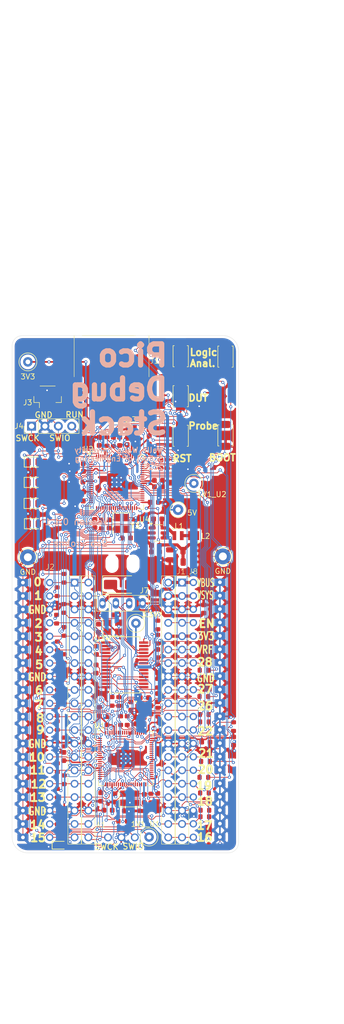
<source format=kicad_pcb>
(kicad_pcb (version 20241229) (generator "pcbnew") (generator_version "9.0")
  (title_block (title "Raspberry Pi Pico Debug Stack") (date "2025-12-29") (rev "0.1.1") (company "Walla Walla University") (comment 1 "School of Engineering") (comment 2 "Rob Frohne"))
  (layers (0 "F.Cu" signal) (4 "In1.Cu" signal) (6 "In2.Cu" signal) (2 "B.Cu" signal) (13 "F.Paste" user) (15 "B.Paste" user) (5 "F.SilkS" user "F.Silkscreen") (7 "B.SilkS" user "B.Silkscreen") (1 "F.Mask" user) (3 "B.Mask" user) (25 "Edge.Cuts" user))
  (net 0 "")
  (net 1 "+1V1_U1")
  (net 2 "/GPIO1")
  (net 3 "GND")
  (net 4 "/GPIO28")
  (net 5 "/GPIO5")
  (net 6 "/3V3_EN")
  (net 7 "/GPIO26")
  (net 8 "/GPIO12")
  (net 9 "/GPIO17")
  (net 10 "/GPIO13")
  (net 11 "/GPIO27")
  (net 12 "/GPIO20")
  (net 13 "/GPIO9")
  (net 14 "/GPIO7")
  (net 15 "/GPIO2")
  (net 16 "/GPIO6")
  (net 17 "/GPIO19")
  (net 18 "/GPIO10")
  (net 19 "/GPIO15")
  (net 20 "/GPIO18")
  (net 21 "/VBUS")
  (net 22 "/SWCLK")
  (net 23 "/GPIO8")
  (net 24 "/VSYS")
  (net 25 "/GPIO11")
  (net 26 "/GPIO14")
  (net 27 "/GPIO0")
  (net 28 "/SWDIO")
  (net 29 "/GPIO4")
  (net 30 "/GPIO22")
  (net 31 "/GPIO21")
  (net 32 "/GPIO16")
  (net 33 "/RUN")
  (net 34 "/ADC_VREF")
  (net 35 "/GPIO3")
  (net 36 "+5VP")
  (net 37 "3V3P")
  (net 38 "Net-(U3-RESET)")
  (net 39 "Net-(U4-SW)")
  (net 40 "Net-(U4-BS)")
  (net 41 "+3V3")
  (net 42 "/XIN")
  (net 43 "/XOUT")
  (net 44 "Net-(SW4-B)")
  (net 45 "Net-(SW6-B)")
  (net 46 "Net-(U1-XIN)")
  (net 47 "Net-(C16-Pad1)")
  (net 48 "Net-(U2-XIN)")
  (net 49 "Net-(C18-Pad1)")
  (net 50 "Net-(U2-ADC_AVDD)")
  (net 51 "+1V1_U2")
  (net 52 "Net-(U2-VREG_AVDD)")
  (net 53 "Net-(U1-VREG_AVDD)")
  (net 54 "Net-(U1-ADC_AVDD)")
  (net 55 "Net-(U4-FB)")
  (net 56 "+5V")
  (net 57 "Net-(D1-Pad2)")
  (net 58 "Net-(D2-Pad2)")
  (net 59 "Net-(D3-Pad2)")
  (net 60 "Net-(D4-Pad2)")
  (net 61 "Net-(U1-GPIO29)")
  (net 65 "/D0+")
  (net 66 "/D0-")
  (net 68 "Net-(U1-GPIO26)")
  (net 69 "/D3+")
  (net 70 "/D3-")
  (net 71 "/D4-")
  (net 72 "/D4+")
  (net 73 "Net-(L1-Pad2)")
  (net 74 "Net-(U2-VREG_LX)")
  (net 75 "Net-(U1-VREG_LX)")
  (net 76 "Net-(U2-GPIO47_ADC7)")
  (net 79 "Net-(U2-USB_DP)")
  (net 80 "Net-(U2-USB_DM)")
  (net 81 "Net-(U1-USB_DP)")
  (net 82 "/D2+")
  (net 83 "Net-(U1-USB_DM)")
  (net 84 "/D2-")
  (net 85 "Net-(U2-GPIO21)")
  (net 86 "Net-(U2-GPIO22)")
  (net 87 "Net-(U2-GPIO23)")
  (net 88 "Net-(U2-GPIO24)")
  (net 89 "Net-(U2-GPIO26)")
  (net 90 "Net-(U2-GPIO27)")
  (net 91 "Net-(U2-GPIO28)")
  (net 92 "Net-(U2-GPIO29)")
  (net 93 "Net-(U2-GPIO30)")
  (net 94 "Net-(U2-GPIO31)")
  (net 95 "Net-(U2-GPIO32)")
  (net 96 "Net-(U1-XOUT)")
  (net 97 "Net-(U2-GPIO33)")
  (net 98 "Net-(U2-GPIO34)")
  (net 99 "Net-(U2-GPIO35)")
  (net 100 "Net-(U2-GPIO36)")
  (net 101 "Net-(U2-GPIO37)")
  (net 102 "Net-(U2-GPIO38)")
  (net 103 "Net-(U3-PGANG)")
  (net 104 "Net-(U3-PSELF)")
  (net 105 "Net-(U2-XOUT)")
  (net 106 "Net-(U3-OVCUR1)")
  (net 107 "Net-(U2-GPIO39)")
  (net 108 "Net-(U2-GPIO40_ADC0)")
  (net 109 "Net-(U2-GPIO41_ADC1)")
  (net 110 "Net-(U2-GPIO42_ADC2)")
  (net 111 "Net-(U2-GPIO43_ADC3)")
  (net 112 "Net-(U2-GPIO44_ADC4)")
  (net 113 "Net-(U2-GPIO45_ADC5)")
  (net 114 "Net-(U2-GPIO46_ADC6)")
  (net 115 "Net-(U2-QSPI_SS)")
  (net 116 "Net-(SW5-B)")
  (net 117 "Net-(SW3-B)")
  (net 118 "Net-(U1-QSPI_SS)")
  (net 120 "Net-(U2-GPIO25)")
  (net 121 "Net-(U2-GPIO6)")
  (net 122 "Net-(U2-GPIO7)")
  (net 123 "Net-(U2-GPIO8)")
  (net 124 "Net-(U2-GPIO9)")
  (net 125 "Net-(U3-RREF)")
  (net 168 "3V3D")
  (net 169 "Net-(D9-Pad2)")
  (net 170 "unconnected-(U3-DM4-Pad11)")
  (net 171 "unconnected-(U3-DP4-Pad12)")
  (footprint "PCM_JLCPCB:R_0603" (layer "F.Cu") (at 116.69 69.79 90)
    (property "Reference" "R42" (hide yes))
    (property "Value" "10kΩ")
  )
  (footprint "PCM_JLCPCB:R_0603" (layer "F.Cu") (at 96.75 133.175 90)
    (property "Reference" "R19" (hide yes))
    (property "Value" "330")
  )
  (footprint "TestPoint:TestPoint_Loop_D2.54mm_Drill1.5mm_Beaded" (layer "F.Cu") (at 91.19 101.29 180)
    (property "Reference" "TP2" (hide yes))
    (property "Value" "GND")
  )
  (footprint "PCM_JLCPCB:R_0603" (layer "F.Cu") (at 117.63 83.6 90)
    (property "Reference" "R43" (hide yes))
    (property "Value" "100")
  )
  (footprint "PCM_JLCPCB:R_0603" (layer "F.Cu") (at 106.21 79.36 -90)
    (property "Reference" "R4" (hide yes))
    (property "Value" "22")
  )
  (footprint "PCM_JLCPCB:C_0603" (layer "F.Cu") (at 104.14 122.465 -90)
    (property "Reference" "C2" (hide yes))
    (property "Value" "100nF")
  )
  (footprint "PCM_JLCPCB:R_0603" (layer "F.Cu") (at 98.06 110.985 90)
    (property "Reference" "R60" (hide yes))
    (property "Value" "680Ω")
  )
  (footprint "PCM_JLCPCB:C_0603" (layer "F.Cu") (at 104.59 114.745 -90)
    (property "Reference" "C11" (hide yes))
    (property "Value" "15pF")
  )
  (footprint "PCM_JLCPCB:C_0603" (layer "F.Cu") (at 114.21 79.08 -90)
    (property "Reference" "C44" (hide yes))
    (property "Value" "4.7uF")
  )
  (footprint "rpi-lib-kicad-rp235x:USB_AF_SMD" (layer "F.Cu") (at 107.07 72.515 180)
    (property "Reference" "J10")
    (property "Value" "USB_A")
  )
  (footprint "PCM_JLCPCB:R_0603" (layer "F.Cu") (at 124.58 127.675)
    (property "Reference" "R41" (hide yes))
    (property "Value" "330")
  )
  (footprint "PCM_JLCPCB:C_0603" (layer "F.Cu") (at 124.96 136.285)
    (property "Reference" "C51" (hide yes))
    (property "Value" "100nF")
  )
  (footprint "PCM_JLCPCB:C_0603" (layer "F.Cu") (at 100.86 87.03 180)
    (property "Reference" "C28" (hide yes))
    (property "Value" "100nF")
  )
  (footprint "PCM_JLCPCB:R_0603" (layer "F.Cu") (at 129.69 70.79 90)
    (property "Reference" "R45" (hide yes))
    (property "Value" "1k")
  )
  (footprint "PCM_JLCPCB:C_0603" (layer "F.Cu") (at 108.61 79.338211 90)
    (property "Reference" "C31" (hide yes))
    (property "Value" "100nF")
  )
  (footprint "PCM_JLCPCB:R_0603" (layer "F.Cu") (at 114.2 76.33 90)
    (property "Reference" "R57" (hide yes))
    (property "Value" "22")
  )
  (footprint "PCM_JLCPCB:R_0603" (layer "F.Cu") (at 98.09 120.485 90)
    (property "Reference" "R15" (hide yes))
    (property "Value" "330")
  )
  (footprint "PCM_JLCPCB:R_0603" (layer "F.Cu") (at 124.59 142.975)
    (property "Reference" "R38" (hide yes))
    (property "Value" "330")
  )
  (footprint "PCM_JLCPCB:R_0603" (layer "F.Cu") (at 107.15 128.59 90)
    (property "Reference" "R29" (hide yes))
    (property "Value" "10kΩ" (hide yes))
  )
  (footprint "PCM_JLCPCB:C_0603" (layer "F.Cu") (at 107.68 146.875 -90)
    (property "Reference" "C35" (hide yes))
    (property "Value" "100nF")
  )
  (footprint "PCM_JLCPCB:R_0603" (layer "F.Cu") (at 107.41 79.41 -90)
    (property "Reference" "R5" (hide yes))
    (property "Value" "22")
  )
  (footprint "PCM_JLCPCB:C_0603" (layer "F.Cu") (at 116.08 133.4 -90)
    (property "Reference" "C48" (hide yes))
    (property "Value" "4.7uF")
  )
  (footprint "PCM_JLCPCB:C_0603" (layer "F.Cu") (at 115.82 122.39 90)
    (property "Reference" "C5" (hide yes))
    (property "Value" "100nF")
  )
  (footprint "PCM_JLCPCB:R_0603" (layer "F.Cu") (at 96.77 125.593 90)
    (property "Reference" "R16" (hide yes))
    (property "Value" "330")
  )
  (footprint "PCM_JLCPCB:C_0603" (layer "F.Cu") (at 117.85 61.73 -90)
    (property "Reference" "C13" (hide yes))
    (property "Value" "100n")
  )
  (footprint "PCM_JLCPCB:C_0603" (layer "F.Cu") (at 100.99 88.91 180)
    (property "Reference" "C21" (hide yes))
    (property "Value" "100nF")
  )
  (footprint "PCM_JLCPCB:C_0805" (layer "F.Cu") (at 121.58 100.055)
    (property "Reference" "C8" (hide yes))
    (property "Value" "22uF")
  )
  (footprint "PCM_JLCPCB:R_0603" (layer "F.Cu") (at 124.76 150.445)
    (property "Reference" "R34" (hide yes))
    (property "Value" "330")
  )
  (footprint "PCM_JLCPCB:R_0603" (layer "F.Cu") (at 123.49 78.97 90)
    (property "Reference" "R44" (hide yes))
    (property "Value" "1k")
  )
  (footprint "PCM_JLCPCB:R_0603" (layer "F.Cu") (at 108.45 128.61 90)
    (property "Reference" "R30" (hide yes))
    (property "Value" "10kΩ")
  )
  (footprint "Crystal:Crystal_SMD_3225-4Pin_3.2x2.5mm" (layer "F.Cu") (at 110.52 146.925)
    (property "Reference" "Y2" (hide yes))
    (property "Value" "ABM8-272-T3")
  )
  (footprint "rpi-lib-kicad-rp235x:Scope_Probe_GND_SPRING_01x20" (layer "F.Cu") (at 95.33 130.225)
    (property "Reference" "J2")
    (property "Value" "Scope_TP")
  )
  (footprint "rpi-lib-kicad-rp235x:L_pol_2016" (layer "F.Cu") (at 110.79 77.018211)
    (property "Reference" "L3")
    (property "Value" "3.3u")
  )
  (footprint "PCM_JLCPCB:R_0603" (layer "F.Cu") (at 98.12 128.135 90)
    (property "Reference" "R17" (hide yes))
    (property "Value" "330")
  )
  (footprint "PCM_JLCPCB:R_0603" (layer "F.Cu") (at 95.24 91.06)
    (property "Reference" "R51" (hide yes))
    (property "Value" "330")
  )
  (footprint "PCM_JLCPCB:R_0603" (layer "F.Cu") (at 96.75 130.495 90)
    (property "Reference" "R18" (hide yes))
    (property "Value" "330")
  )
  (footprint "PCM_JLCPCB:R_0603" (layer "F.Cu") (at 115.84 125.14 -90)
    (property "Reference" "R28" (hide yes))
    (property "Value" "10kΩ")
  )
  (footprint "PCM_JLCPCB:SW_TS-1088-AR02016" (layer "F.Cu") (at 120.19 78.285 90)
    (property "Reference" "SW6" (hide yes))
    (property "Value" "Tactile Button, 160gf" (hide yes))
  )
  (footprint "rpi-lib-kicad-rp235x:QFN-80-1EP_10x10mm_P0.4mm_EP3.4x3.4mm_ThermalVias" (layer "F.Cu") (at 108.033 87.08)
    (property "Reference" "U2")
    (property "Value" "RP2354B-A4")
  )
  (footprint "PCM_JLCPCB:SW_TS-1088-AR02016" (layer "F.Cu") (at 120.19 70.79 -90)
    (property "Reference" "SW2" (hide yes))
    (property "Value" "Tactile Button, 160gf" (hide yes))
  )
  (footprint "PCM_JLCPCB:C_0603" (layer "F.Cu") (at 115.82 119.54 -90)
    (property "Reference" "C53" (hide yes))
    (property "Value" "100nF")
  )
  (footprint "PCM_JLCPCB:R_0603" (layer "F.Cu") (at 96.77 145.971 90)
    (property "Reference" "R24" (hide yes))
    (property "Value" "330")
  )
  (footprint "rpi-lib-kicad-rp235x:JST_SH_BM03B-SRSS-TB_1x03-1MP_P1.00mm_Vertical" (layer "F.Cu") (at 94.94 70.87)
    (property "Reference" "J3")
    (property "Value" "BM03B-SRSS-TB" (hide yes))
  )
  (footprint "PCM_JLCPCB:D_0603" (layer "F.Cu") (at 97.28 155.83)
    (property "Reference" "D3" (hide yes))
    (property "Value" "Yellow")
  )
  (footprint "PCM_JLCPCB:R_0603" (layer "F.Cu") (at 114.55 146.905 90)
    (property "Reference" "R21" (hide yes))
    (property "Value" "1kΩ")
  )
  (footprint "PCM_JLCPCB:C_0603" (layer "F.Cu") (at 106.62 94.99 -90)
    (property "Reference" "C17" (hide yes))
    (property "Value" "15pF")
  )
  (footprint "PCM_JLCPCB:SW_TS-1088-AR02016" (layer "F.Cu") (at 120.19 63.215 90)
    (property "Reference" "SW4" (hide yes))
    (property "Value" "Tactile Button, 160gf" (hide yes))
  )
  (footprint "Fuse:Fuse_1206_3216Metric" (layer "F.Cu") (at 115.33 109.485 90)
    (property "Reference" "F1" (hide yes))
    (property "Value" "1.5A Hold")
  )
  (footprint "PCM_JLCPCB:C_0603" (layer "F.Cu") (at 103.9 94.89 -90)
    (property "Reference" "C20" (hide yes))
    (property "Value" "100nF")
  )
  (footprint "PCM_JLCPCB:D_0805" (layer "F.Cu") (at 92.18 87.12)
    (property "Reference" "D1" (hide yes))
    (property "Value" "White")
  )
  (footprint "PCM_JLCPCB:R_0603" (layer "F.Cu") (at 98.09 115.335 90)
    (property "Reference" "R13" (hide yes))
    (property "Value" "330")
  )
  (footprint "PCM_JLCPCB:R_0603" (layer "F.Cu") (at 124.68 155.76)
    (property "Reference" "R27" (hide yes))
    (property "Value" "330")
  )
  (footprint "PCM_JLCPCB:R_0603" (layer "F.Cu") (at 96.77 151.051 90)
    (property "Reference" "R25" (hide yes))
    (property "Value" "330")
  )
  (footprint "rpi-lib-kicad-rp235x:L_pol_2016" (layer "F.Cu") (at 112.63 129.935)
    (property "Reference" "L4" (hide yes))
    (property "Value" "3.3u")
  )
  (footprint "TestPoint:TestPoint_Loop_D2.60mm_Drill0.9mm_Beaded" (layer "F.Cu") (at 91.19 64.29 180)
    (property "Reference" "TP4" (hide yes))
    (property "Value" "3V3")
  )
  (footprint "PCM_JLCPCB:C_0603" (layer "F.Cu") (at 110.81 78.74)
    (property "Reference" "C46" (hide yes))
    (property "Value" "4.7uF")
  )
  (footprint "PCM_JLCPCB:R_0603" (layer "F.Cu") (at 124.78 149.215)
    (property "Reference" "R35" (hide yes))
    (property "Value" "330")
  )
  (footprint "PCM_JLCPCB:R_0603" (layer "F.Cu") (at 98.02 136.27 90)
    (property "Reference" "R20" (hide yes))
    (property "Value" "330")
  )
  (footprint "PCM_JLCPCB:R_0603" (layer "F.Cu") (at 110.04 132.235 -90)
    (property "Reference" "R7" (hide yes))
    (property "Value" "22")
  )
  (footprint "PCM_JLCPCB:C_0603" (layer "F.Cu") (at 113.28 146.985 -90)
    (property "Reference" "C16" (hide yes))
    (property "Value" "15pF")
  )
  (footprint "PCM_JLCPCB:C_0603" (layer "F.Cu") (at 105.03 146.705 -90)
    (property "Reference" "C40" (hide yes))
    (property "Value" "100nF")
  )
  (footprint "rpi-lib-kicad-rp235x:Pico Connector_SW" (layer "F.Cu") (at 100.05 130.225)
    (property "Reference" "A1")
    (property "Value" "RaspberryPi_Pico")
  )
  (footprint "Package_TO_SOT_SMD:SOT-23-6" (layer "F.Cu") (at 115.9075 96.685)
    (property "Reference" "U4")
    (property "Value" "MT2492")
  )
  (footprint "PCM_JLCPCB:C_0603" (layer "F.Cu") (at 115.39 99.045 180)
    (property "Reference" "C54" (hide yes))
    (property "Value" "22pF")
  )
  (footprint "PCM_JLCPCB:R_0603" (layer "F.Cu") (at 109.19 151.29)
    (property "Reference" "R46" (hide yes))
    (property "Value" "330")
  )
  (footprint "PCM_JLCPCB:R_0603" (layer "F.Cu") (at 96.64 113.015 90)
    (property "Reference" "R12" (hide yes))
    (property "Value" "330")
  )
  (footprint "Package_SO:SSOP-28_5.3x10.2mm_P0.65mm" (layer "F.Cu") (at 109.58 121.68)
    (property "Reference" "U3")
    (property "Value" "GL850G")
  )
  (footprint "PCM_JLCPCB:C_0603" (layer "F.Cu") (at 100.91 83.57 180)
    (property "Reference" "C19" (hide yes))
    (property "Value" "4.7uF")
  )
  (footprint "PCM_JLCPCB:C_0603" (layer "F.Cu") (at 112.48 131.615)
    (property "Reference" "C47" (hide yes))
    (property "Value" "4.7uF")
  )
  (footprint "PCM_JLCPCB:R_0603" (layer "F.Cu") (at 124.62 122.695)
    (property "Reference" "R1" (hide yes))
    (property "Value" "330")
  )
  (footprint "PCM_JLCPCB:C_0603" (layer "F.Cu") (at 115.83 146.8 -90)
    (property "Reference" "C39" (hide yes))
    (property "Value" "100nF")
  )
  (footprint "PCM_JLCPCB:R_0603" (layer "F.Cu") (at 124.89 139.965)
    (property "Reference" "R37" (hide yes))
    (property "Value" "330")
  )
  (footprint "rpi-lib-kicad-rp235x:Scope_Probe_GND_SPRING_01x21-40" (layer "F.Cu") (at 122.59 130.195 180)
    (property "Reference" "J8")
    (property "Value" "Scope_TP_21-40")
  )
  (footprint "PCM_JLCPCB:C_0603" (layer "F.Cu") (at 106.41 149.205 180)
    (property "Reference" "C37" (hide yes))
    (property "Value" "100nF")
  )
  (footprint "PCM_JLCPCB:R_0603" (layer "F.Cu") (at 113.23 97.475 90)
    (property "Reference" "R59" (hide yes))
    (property "Value" "22kΩ")
  )
  (footprint "PCM_JLCPCB:C_0603" (layer "F.Cu") (at 100.98 85.01 180)
    (property "Reference" "C22" (hide yes))
    (property "Value" "100nF")
  )
  (footprint "PCM_JLCPCB:R_0603" (layer "F.Cu") (at 115.42 100.285 180)
    (property "Reference" "R56" (hide yes))
    (property "Value" "100kΩ")
  )
  (footprint "PCM_JLCPCB:C_0603" (layer "F.Cu") (at 119.77 84.53)
    (property "Reference" "C26" (hide yes))
    (property "Value" "4.7uF")
  )
  (footprint "rpi-lib-kicad-rp235x:QFN-80-1EP_10x10mm_P0.4mm_EP3.4x3.4mm_ThermalVias" (layer "F.Cu") (at 109.763 139.415)
    (property "Reference" "U1")
    (property "Value" "RP2354B-A4")
  )
  (footprint "PCM_JLCPCB:R_0603" (layer "F.Cu") (at 125.985 70.955 -90)
    (property "Reference" "R53" (hide yes))
    (property "Value" "10kΩ")
  )
  (footprint "PCM_JLCPCB:C_0603" (layer "F.Cu") (at 111.85 97.3 -90)
    (property "Reference" "C18" (hide yes))
    (property "Value" "15pF")
  )
  (footprint "PCM_JLCPCB:R_0603" (layer "F.Cu") (at 124.7 145.94)
    (property "Reference" "R36" (hide yes))
    (property "Value" "330")
  )
  (footprint "TestPoint:TestPoint_Loop_D2.60mm_Drill0.9mm_Beaded" (layer "F.Cu") (at 122.69 87.29 180)
    (property "Reference" "TP5" (hide yes))
    (property "Value" "1V1_U2")
  )
  (footprint "PCM_JLCPCB:R_0603" (layer "F.Cu") (at 105.13 95.01 90)
    (property "Reference" "R47" (hide yes))
    (property "Value" "330")
  )
  (footprint "PCM_JLCPCB:C_0603" (layer "F.Cu") (at 113.3 127.9 180)
    (property "Reference" "C10" (hide yes))
    (property "Value" "10uF")
  )
  (footprint "PCM_JLCPCB:R_0603" (layer "F.Cu") (at 130.21 133.37 90)
    (property "Reference" "R52" (hide yes))
    (property "Value" "100")
  )
  (footprint "rpi-lib-kicad-rp235x:L_pol_2016" (layer "F.Cu") (at 119.69 97.195)
    (property "Reference" "L1")
    (property "Value" "3.3u")
  )
  (footprint "PCM_JLCPCB:D_SMA" (layer "F.Cu") (at 108.88 106.46)
    (property "Reference" "D6" (hide yes))
    (property "Value" "SS12")
  )
  (footprint "Crystal:Crystal_SMD_3225-4Pin_3.2x2.5mm" (layer "F.Cu") (at 107.35 114.535)
    (property "Reference" "Y1" (hide yes))
    (property "Value" "ABM8-272-T3")
  )
  (footprint "PCM_JLCPCB:C_0603" (layer "F.Cu") (at 114.55 130.195 90)
    (property "Reference" "C33" (hide yes))
    (property "Value" "100nF")
  )
  (footprint "PCM_JLCPCB:C_0603" (layer "F.Cu") (at 112.47 132.835)
    (property "Reference" "C50" (hide yes))
    (property "Value" "4.7uF")
  )
  (footprint "PCM_JLCPCB:C_0603" (layer "F.Cu") (at 104.74 79.328211 90)
    (property "Reference" "C23" (hide yes))
    (property "Value" "100nF")
  )
  (footprint "PCM_JLCPCB:C_0603" (layer "F.Cu") (at 116.42 83.65 90)
    (property "Reference" "C29" (hide yes))
    (property "Value" "100nF")
  )
  (footprint "PCM_JLCPCB:R_0603" (layer "F.Cu") (at 115.84 114.12 -90)
    (property "Reference" "R33" (hide yes))
    (property "Value" "5.1kΩ")
  )
  (footprint "PCM_JLCPCB:C_0603" (layer "F.Cu") (at 116.69 66.29 90)
    (property "Reference" "C32" (hide yes))
    (property "Value" "100n")
  )
  (footprint "PCM_JLCPCB:R_0603" (layer "F.Cu") (at 98.09 105.265 90)
    (property "Reference" "R8" (hide yes))
    (property "Value" "330")
  )
  (footprint "PCM_JLCPCB:C_0603" (layer "F.Cu") (at 104.74 130.515 90)
    (property "Reference" "C38" (hide yes))
    (property "Value" "100nF")
  )
  (footprint "TestPoint:TestPoint_Loop_D2.54mm_Drill1.5mm_Beaded" (layer "F.Cu") (at 128.19 101.13 180)
    (property "Reference" "TP1" (hide yes))
    (property "Value" "GND")
  )
  (footprint "PCM_JLCPCB:R_0603" (layer "F.Cu") (at 116.19 61.79 90)
    (property "Reference" "R54" (hide yes))
    (property "Value" "10kΩ")
  )
  (footprint "PCM_JLCPCB:C_0603" (layer "F.Cu") (at 104.19 118.915 90)
    (property "Reference" "C3" (hide yes))
    (property "Value" "100nF")
  )
  (footprint "PCM_JLCPCB:R_0603" (layer "F.Cu") (at 98.06 143.435 90)
    (property "Reference" "R23" (hide yes))
    (property "Value" "330")
  )
  (footprint "PCM_JLCPCB:C_0603" (layer "F.Cu") (at 115.83 94.045)
    (property "Reference" "C7" (hide yes))
    (property "Value" "22nF")
  )
  (footprint "PCM_JLCPCB:C_0603" (layer "F.Cu") (at 124.54 111.095 90)
    (property "Reference" "C1" (hide yes))
    (property "Value" "10uF")
  )
  (footprint "PCM_JLCPCB:R_0603" (layer "F.Cu") (at 96.74 107.815 90)
    (property "Reference" "R9" (hide yes))
    (property "Value" "330")
  )
  (footprint "PCM_JLCPCB:R_0603" (layer "F.Cu") (at 124.65 131.075)
    (property "Reference" "R40" (hide yes))
    (property "Value" "330")
  )
  (footprint "PCM_JLCPCB:C_0603" (layer "F.Cu") (at 106.66 112.225)
    (property "Reference" "C12" (hide yes))
    (property "Value" "15pF")
  )
  (footprint "TestPoint:TestPoint_Loop_D2.50mm_Drill1.0mm_LowProfile" (layer "F.Cu") (at 119.69 92.29 180)
    (property "Reference" "TP3" (hide yes))
    (property "Value" "5V")
  )
  (footprint "PCM_JLCPCB:R_0603" (layer "F.Cu") (at 108.79 132.235 -90)
    (property "Reference" "R6" (hide yes))
    (property "Value" "22")
  )
  (footprint "PCM_JLCPCB:C_0603" (layer "F.Cu") (at 98.09 149.635 -90)
    (property "Reference" "C34" (hide yes))
    (property "Value" "100nF")
  )
  (footprint "PCM_JLCPCB:SW_TS-1088-AR02016" (layer "F.Cu") (at 128.69 63.29 90)
    (property "Reference" "SW3" (hide yes))
    (property "Value" "Tactile Button, 160gf" (hide yes))
  )
  (footprint "PCM_JLCPCB:R_0603" (layer "F.Cu") (at 95.24 87.06)
    (property "Reference" "R50" (hide yes))
    (property "Value" "330")
  )
  (footprint "PCM_JLCPCB:C_0603" (layer "F.Cu") (at 110.82 79.97)
    (property "Reference" "C45" (hide yes))
    (property "Value" "4.7uF")
  )
  (footprint "PCM_JLCPCB:D_0805" (layer "F.Cu") (at 92.19 83.25)
    (property "Reference" "D9" (hide yes))
    (property "Value" "Yellow")
  )
  (footprint "PCM_JLCPCB:SW_TS-1088-AR02016" (layer "F.Cu") (at 128.69 78.215 90)
    (property "Reference" "SW5" (hide yes))
    (property "Value" "Tactile Button, 160gf" (hide yes))
  )
  (footprint "PCM_JLCPCB:C_0603" (layer "F.Cu") (at 100.92 90.63 180)
    (property "Reference" "C30" (hide yes))
    (property "Value" "4.7uF")
  )
  (footprint "PCM_JLCPCB:C_0603" (layer "F.Cu") (at 130.21 136.11 -90)
    (property "Reference" "C49" (hide yes))
    (property "Value" "4.7uF")
  )
  (footprint "PCM_JLCPCB:C_0603" (layer "F.Cu") (at 115.84 127.89 -90)
    (property "Reference" "C6" (hide yes))
    (property "Value" "10uF")
  )
  (footprint "PCM_JLCPCB:R_0603" (layer "F.Cu") (at 96.77 141.145 90)
    (property "Reference" "R22" (hide yes))
    (property "Value" "330")
  )
  (footprint "PCM_JLCPCB:C_0603" (layer "F.Cu") (at 110.74 129.465 90)
    (property "Reference" "C43" (hide yes))
    (property "Value" "4.7uF")
  )
  (footprint "PCM_JLCPCB:C_0603" (layer "F.Cu") (at 98.01 139.025 90)
    (property "Reference" "C41" (hide yes))
    (property "Value" "100nF")
  )
  (footprint "PCM_JLCPCB:C_0603" (layer "F.Cu") (at 115.17 90.89)
    (property "Reference" "C36" (hide yes))
    (property "Value" "100nF")
  )
  (footprint "PCM_JLCPCB:R_0603" (layer "F.Cu") (at 96.79 118.085 90)
    (property "Reference" "R14" (hide yes))
    (property "Value" "330")
  )
  (footprint "PCM_JLCPCB:R_0603" (layer "F.Cu") (at 98.11 153.535 90)
    (property "Reference" "R26" (hide yes))
    (property "Value" "330")
  )
  (footprint "Crystal:Crystal_SMD_3225-4Pin_3.2x2.5mm" (layer "F.Cu") (at 108.96 94.88 -90)
    (property "Reference" "Y3")
    (property "Value" "ABM8-272-T3")
  )
  (footprint "Connector_PinHeader_2.54mm:PinHeader_1x04_P2.54mm_Vertical" (layer "F.Cu") (at 91.89 76.46 90)
    (property "Reference" "J4")
    (property "Value" "Conn_01x04_Pin" (hide yes))
  )
  (footprint "PCM_JLCPCB:C_0603" (layer "F.Cu") (at 115.99 87.95)
    (property "Reference" "C24" (hide yes))
    (property "Value" "100nF")
  )
  (footprint "PCM_JLCPCB:C_0805" (layer "F.Cu") (at 118.14 100.835 -90)
    (property "Reference" "C55" (hide yes))
    (property "Value" "22uF")
  )
  (footprint "PCM_JLCPCB:R_0603" (layer "F.Cu") (at 126.165 67.955)
    (property "Reference" "R48" (hide yes))
    (property "Value" "1k")
  )
  (footprint "PCM_JLCPCB:D_0805" (layer "F.Cu") (at 92.22 94.94)
    (property "Reference" "D4" (hide yes))
    (property "Value" "Green")
  )
  (footprint "PCM_JLCPCB:C_0603" (layer "F.Cu") (at 110.27 149.335)
    (property "Reference" "C15" (hide yes))
    (property "Value" "15pF")
  )
  (footprint "rpi-lib-kicad-rp235x:SIP-4" (layer "F.Cu") (at 109.15 110.01)
    (property "Reference" "J7")
    (property "Value" "Conn_01x04")
  )
  (footprint "rpi-lib-kicad-rp235x:L_pol_2016" (layer "F.Cu") (at 122.64 97.195 180)
    (property "Reference" "L2")
    (property "Value" "3.3u")
  )
  (footprint "PCM_JLCPCB:D_0805" (layer "F.Cu") (at 92.16 91.1)
    (property "Reference" "D2" (hide yes))
    (property "Value" "Red")
  )
  (footprint "PCM_JLCPCB:R_0603" (layer "F.Cu") (at 95.24 83.08)
    (property "Reference" "R49" (hide yes))
    (property "Value" "330")
  )
  (footprint "PCM_JLCPCB:R_0603" (layer "F.Cu") (at 124.69 132.475)
    (property "Reference" "R39" (hide yes))
    (property "Value" "330")
  )
  (footprint "PCM_JLCPCB:C_0805" (layer "F.Cu") (at 121.61 102.185)
    (property "Reference" "C9" (hide yes))
    (property "Value" "22uF")
  )
  (footprint "PCM_JLCPCB:C_0603" (layer "F.Cu") (at 124.69 73.51 90)
    (property "Reference" "C14" (hide yes))
    (property "Value" "100n")
  )
  (footprint "PCM_JLCPCB:R_0603" (layer "F.Cu") (at 115.87 130.63 90)
    (property "Reference" "R58" (hide yes))
    (property "Value" "22")
  )
  (footprint "PCM_JLCPCB:C_0603" (layer "F.Cu") (at 115.97 86.73)
    (property "Reference" "C27" (hide yes))
    (property "Value" "100nF")
  )
  (footprint "PCM_JLCPCB:C_0603" (layer "F.Cu") (at 106.2 132.265 90)
    (property "Reference" "C42" (hide yes))
    (property "Value" "4.7uF" (hide yes))
  )
  (footprint "PCM_JLCPCB:C_0603" (layer "F.Cu") (at 115.18 81.52)
    (property "Reference" "C25" (hide yes))
    (property "Value" "100nF")
  )
  (footprint "PCM_JLCPCB:R_0603" (layer "F.Cu") (at 109.88 97.64)
    (property "Reference" "R31" (hide yes))
    (property "Value" "1kΩ")
  )
  (footprint "PCM_JLCPCB:R_0603" (layer "F.Cu") (at 115.82 116.81 -90)
    (property "Reference" "R32" (hide yes))
    (property "Value" "10kΩ")
  )
  (footprint "TestPoint:TestPoint_Loop_D2.60mm_Drill0.9mm_Beaded" (layer "F.Cu") (at 114.19 154.29)
    (property "Reference" "1V1_U1")
    (property "Value" "1V1_U1")
  )
  (footprint "TestPoint:TestPoint_Loop_D2.60mm_Drill0.9mm_Beaded" (layer "F.Cu") (at 111.69 113.79 180)
    (property "Reference" "TP6" (hide yes))
    (property "Value" "3.3VP")
  )
  (footprint "rpi-lib-kicad-rp235x:Pico Connector" (layer "B.Cu") (at 120.5 130.245 180)
    (property "Reference" "J1")
    (property "Value" "Stack to Motherboard Connector")
  )
  (gr_arc (start 131.19 155.29) (mid 130.604214 156.704214) (end 129.19 157.29) (stroke (width 0.05)) (layer "Edge.Cuts"))
  (gr_line (start 128.19 59.29) (end 90.19 59.29) (stroke (width 0.05)) (layer "Edge.Cuts"))
  (gr_line (start 91.19 157.29) (end 129.19 157.29) (stroke (width 0.05)) (layer "Edge.Cuts"))
  (gr_arc (start 128.19 59.29) (mid 130.31132 60.16868) (end 131.19 62.29) (stroke (width 0.05)) (layer "Edge.Cuts"))
  (gr_line (start 88.19 61.29) (end 88.19 154.29) (stroke (width 0.05)) (layer "Edge.Cuts"))
  (gr_arc (start 91.19 157.29) (mid 89.06868 156.41132) (end 88.19 154.29) (stroke (width 0.05)) (layer "Edge.Cuts"))
  (gr_line (start 131.19 155.29) (end 131.19 62.29) (stroke (width 0.05)) (layer "Edge.Cuts"))
  (gr_arc (start 88.19 61.29) (mid 88.775786 59.875786) (end 90.19 59.29) (stroke (width 0.05)) (layer "Edge.Cuts"))
  (gr_text "SWCK" (at 103.75 156.78 0) (layer "F.SilkS") (effects (font (size 1.1 1.1) (thickness 0.2) (bold yes)) (justify left bottom)))
  (gr_text "27" (at 123.14 127.155 0) (layer "F.SilkS") (effects (font (size 1.5 1.5) (thickness 0.375) (bold yes)) (justify left bottom)))
  (gr_text "6" (at 92.33 127.38 0) (layer "F.SilkS") (effects (font (size 1.5 1.5) (thickness 0.375) (bold yes)) (justify left bottom)))
  (gr_text "SWCK" (at 88.74 79.38 0) (layer "F.SilkS") (effects (font (size 1.1 1.1) (thickness 0.2) (bold yes)) (justify left bottom)))
  (gr_text "GND" (at 123.09 125.07 0) (layer "F.SilkS") (effects (font (size 1.5 1.1) (thickness 0.275) (bold yes)) (justify left bottom)))
  (gr_text "4" (at 92.28 119.96 0) (layer "F.SilkS") (effects (font (size 1.5 1.5) (thickness 0.375) (bold yes)) (justify left bottom)))
  (gr_text "22" (at 123.17 135.115 0) (layer "F.SilkS") (effects (font (size 1.5 1.5) (thickness 0.375) (bold yes)) (justify left bottom)))
  (gr_text "17" (at 123.05 152.985 0) (layer "F.SilkS") (effects (font (size 1.5 1.5) (thickness 0.375) (bold yes)) (justify left bottom)))
  (gr_text "VRF" (at 123.13 119.675 0) (layer "F.SilkS") (effects (font (size 1.5 1.1) (thickness 0.275) (bold yes)) (justify left bottom)))
  (gr_text "RST" (at 118.47 83.34 0) (layer "F.SilkS") (effects (font (size 1.3 1.3) (thickness 0.325) (bold yes)) (justify left bottom)))
  (gr_text "5" (at 92.37 122.52 0) (layer "F.SilkS") (effects (font (size 1.5 1.5) (thickness 0.375) (bold yes)) (justify left bottom)))
  (gr_text "0" (at 92.08 106.86 0) (layer "F.SilkS") (effects (font (size 1.5 1.5) (thickness 0.375) (bold yes)) (justify left bottom)))
  (gr_text "13" (at 91.43 147.67 0) (layer "F.SilkS") (effects (font (size 1.5 1.5) (thickness 0.375) (bold yes)) (justify left bottom)))
  (gr_text "RUN" (at 98.22 74.94 0) (layer "F.SilkS") (effects (font (size 1.1 1.1) (thickness 0.2) (bold yes)) (justify left bottom)))
  (gr_text "SWIO" (at 95.13 79.36 0) (layer "F.SilkS") (effects (font (size 1.1 1.1) (thickness 0.2) (bold yes)) (justify left bottom)))
  (gr_text "GND" (at 92.37 74.98 0) (layer "F.SilkS") (effects (font (size 1.1 1.1) (thickness 0.2) (bold yes)) (justify left bottom)))
  (gr_text "12" (at 91.53 145.145 0) (layer "F.SilkS") (effects (font (size 1.5 1.5) (thickness 0.375) (bold yes)) (justify left bottom)))
  (gr_text "14" (at 91.4 152.85 0) (layer "F.SilkS") (effects (font (size 1.5 1.5) (thickness 0.375) (bold yes)) (justify left bottom)))
  (gr_text "BOOT" (at 125.37 83.19 0) (layer "F.SilkS") (effects (font (size 1.3 1.3) (thickness 0.325) (bold yes)) (justify left bottom)))
  (gr_text "Logic\nAnal." (at 121.75 65.33 0) (layer "F.SilkS") (effects (font (size 1.3 1.3) (thickness 0.325) (bold yes)) (justify left bottom)))
  (gr_text "18" (at 123.14 148.4 0) (layer "F.SilkS") (effects (font (size 1.5 1.5) (thickness 0.375) (bold yes)) (justify left bottom)))
  (gr_text "2" (at 92.24 114.71 0) (layer "F.SilkS") (effects (font (size 1.5 1.5) (thickness 0.375) (bold yes)) (justify left bottom)))
  (gr_text "19" (at 122.98 145.42 0) (layer "F.SilkS") (effects (font (size 1.5 1.5) (thickness 0.375) (bold yes)) (justify left bottom)))
  (gr_text "20" (at 123.23 142.375 0) (layer "F.SilkS") (effects (font (size 1.5 1.5) (thickness 0.375) (bold yes)) (justify left bottom)))
  (gr_text "9" (at 92.56 134.88 0) (layer "F.SilkS") (effects (font (size 1.5 1.5) (thickness 0.375) (bold yes)) (justify left bottom)))
  (gr_text "GND" (at 91.15 112.105 0) (layer "F.SilkS") (effects (font (size 1.5 1.1) (thickness 0.275) (bold yes)) (justify left bottom)))
  (gr_text "SWIO" (at 109.05 156.71 0) (layer "F.SilkS") (effects (font (size 1.1 1.1) (thickness 0.2) (bold yes)) (justify left bottom)))
  (gr_text "10" (at 91.22 140.045 0) (layer "F.SilkS") (effects (font (size 1.5 1.5) (thickness 0.375) (bold yes)) (justify left bottom)))
  (gr_text "16" (at 123.07 155.225 0) (layer "F.SilkS") (effects (font (size 1.5 1.5) (thickness 0.375) (bold yes)) (justify left bottom)))
  (gr_text "GND" (at 91.13 150.29 0) (layer "F.SilkS") (effects (font (size 1.5 1.1) (thickness 0.275) (bold yes)) (justify left bottom)))
  (gr_text "7" (at 92.35 130.1 0) (layer "F.SilkS") (effects (font (size 1.5 1.5) (thickness 0.375) (bold yes)) (justify left bottom)))
  (gr_text "8" (at 92.56 132.65 0) (layer "F.SilkS") (effects (font (size 1.5 1.5) (thickness 0.375) (bold yes)) (justify left bottom)))
  (gr_text "3V3" (at 123.28 117.095 0) (layer "F.SilkS") (effects (font (size 1.5 1.1) (thickness 0.275) (bold yes)) (justify left bottom)))
  (gr_text "VSYS" (at 123.18 109.365 0) (layer "F.SilkS") (effects (font (size 1.5 0.85) (thickness 0.2125) (bold yes)) (justify left bottom)))
  (gr_text "11" (at 91.4 142.485 0) (layer "F.SilkS") (effects (font (size 1.5 1.5) (thickness 0.375) (bold yes)) (justify left bottom)))
  (gr_text "26" (at 123.15 130.345 0) (layer "F.SilkS") (effects (font (size 1.5 1.5) (thickness 0.375) (bold yes)) (justify left bottom)))
  (gr_text "Probe" (at 121.47 77.16 0) (layer "F.SilkS") (effects (font (size 1.3 1.3) (thickness 0.325) (bold yes)) (justify left bottom)))
  (gr_text "21" (at 123.31 139.335 0) (layer "F.SilkS") (effects (font (size 1.5 1.5) (thickness 0.375) (bold yes)) (justify left bottom)))
  (gr_text "VBUS" (at 123.14 107.015 0) (layer "F.SilkS") (effects (font (size 1.5 0.85) (thickness 0.2125) (bold yes)) (justify left bottom)))
  (gr_text "1" (at 92.18 109.43 0) (layer "F.SilkS") (effects (font (size 1.5 1.5) (thickness 0.375) (bold yes)) (justify left bottom)))
  (gr_text "3" (at 92.26 117.32 0) (layer "F.SilkS") (effects (font (size 1.5 1.5) (thickness 0.375) (bold yes)) (justify left bottom)))
  (gr_text "15" (at 91.45 155.31 0) (layer "F.SilkS") (effects (font (size 1.5 1.5) (thickness 0.375) (bold yes)) (justify left bottom)))
  (gr_text "EN" (at 123.4 114.735 0) (layer "F.SilkS") (effects (font (size 1.5 1.5) (thickness 0.375) (bold yes)) (justify left bottom)))
  (gr_text "DUT" (at 121.48 71.87 0) (layer "F.SilkS") (effects (font (size 1.3 1.3) (thickness 0.325) (bold yes)) (justify left bottom)))
  (gr_text "28" (at 123.11 122.055 0) (layer "F.SilkS") (effects (font (size 1.5 1.5) (thickness 0.375) (bold yes)) (justify left bottom)))
  (gr_text "GND" (at 91.13 124.89 0) (layer "F.SilkS") (effects (font (size 1.5 1.1) (thickness 0.275) (bold yes)) (justify left bottom)))
  (gr_text "GND" (at 91.15 137.52 0) (layer "F.SilkS") (effects (font (size 1.5 1.1) (thickness 0.275) (bold yes)) (justify left bottom)))
  (gr_text "Pico \nDebug\nStack" (at 118.19 78.29 0) (layer "B.SilkS") (effects (font (size 4 4) (thickness 1) (bold yes)) (justify left bottom mirror)))
  (gr_text "Rob Frohne" (at 106.53 99.37 0) (layer "B.SilkS") (effects (font (size 1.2 1.2) (thickness 0.2) (bold yes)) (justify left bottom mirror)))
  (gr_text "Walla Walla University\nSchool of Engineering\n2025" (at 116.99 84.81 0) (layer "B.SilkS") (effects (font (size 1 1) (thickness 0.2) (bold yes)) (justify left bottom mirror)))
  (gr_text "Version 0.1.1" (at 106.52 95.29 0) (layer "B.SilkS") (effects (font (size 1.2 1.2) (thickness 0.2) (bold yes)) (justify left bottom mirror)))
  (segment (start 114.19 154.29) (end 112.75 152.85) (width 0.127) (layer "F.Cu") (net 1))
  (segment (start 114.66 139.215) (end 113.915 139.215) (width 0.127) (layer "F.Cu") (net 1))
  (segment (start 110.363 144.312) (end 110.363001 143.673714) (width 0.127) (layer "F.Cu") (net 1))
  (segment (start 104.866 139.215) (end 105.420371 139.215) (width 0.3) (layer "F.Cu") (net 1))
  (segment (start 111.963 134.518) (end 111.963 135.193) (width 0.3) (layer "F.Cu") (net 1))
  (segment (start 104.844434 139.236566) (end 104.866 139.215) (width 0.127) (layer "F.Cu") (net 1))
  (segment (start 111.963 134.19179) (end 111.963 134.518) (width 0.127) (layer "F.Cu") (net 1))
  (segment (start 111.070794 133.299584) (end 111.963 134.19179) (width 0.127) (layer "F.Cu") (net 1))
  (segment (start 99.624188 140.143) (end 101.739907 140.143) (width 0.3) (layer "F.Cu") (net 1))
  (segment (start 102.15 140.036895) (end 102.159605 140.0465) (width 0.127) (layer "F.Cu") (net 1))
  (segment (start 105.03 145.925) (end 105.03 145.42) (width 0.3) (layer "F.Cu") (net 1))
  (segment (start 111.05 129.935) (end 110.74 130.245) (width 0.3) (layer "F.Cu") (net 1))
  (segment (start 112.75 152.85) (end 104.34 152.85) (width 0.127) (layer "F.Cu") (net 1))
  (segment (start 101.739907 140.143) (end 101.846012 140.036895) (width 0.3) (layer "F.Cu") (net 1))
  (segment (start 101.846012 140.036895) (end 102.15 140.036895) (width 0.3) (layer "F.Cu") (net 1))
  (segment (start 111.7 131.615) (end 110.962 132.353) (width 0.3) (layer "F.Cu") (net 1))
  (segment (start 110.962 133.299584) (end 111.070794 133.299584) (width 0.127) (layer "F.Cu") (net 1))
  (segment (start 111.7 130.165) (end 111.93 129.935) (width 0.3) (layer "F.Cu") (net 1))
  (segment (start 105.420371 139.215) (end 105.657801 139.45243) (width 0.3) (layer "F.Cu") (net 1))
  (segment (start 111.93 129.935) (end 111.05 129.935) (width 0.3) (layer "F.Cu") (net 1))
  (segment (start 105.03 145.42) (end 104.74 145.13) (width 0.3) (layer "F.Cu") (net 1))
  (segment (start 111.7 131.615) (end 111.7 131.04) (width 0.3) (layer "F.Cu") (net 1))
  (segment (start 99.286188 139.805) (end 99.624188 140.143) (width 0.3) (layer "F.Cu") (net 1))
  (segment (start 98.01 139.805) (end 99.286188 139.805) (width 0.3) (layer "F.Cu") (net 1))
  (segment (start 103.102271 140.0465) (end 103.912205 139.236566) (width 0.127) (layer "F.Cu") (net 1))
  (segment (start 103.912205 139.236566) (end 104.844434 139.236566) (width 0.127) (layer "F.Cu") (net 1))
  (segment (start 111.963 135.193) (end 111.98 135.21) (width 0.3) (layer "F.Cu") (net 1))
  (segment (start 111.7 131.04) (end 111.39 130.73) (width 0.3) (layer "F.Cu") (net 1))
  (segment (start 111.7 131.615) (end 111.7 130.165) (width 0.3) (layer "F.Cu") (net 1))
  (segment (start 110.962 132.353) (end 110.962 133.299584) (width 0.3) (layer "F.Cu") (net 1))
  (segment (start 111.7 131.615) (end 110.985 131.615) (width 0.3) (layer "F.Cu") (net 1))
  (segment (start 102.159605 140.0465) (end 103.102271 140.0465) (width 0.127) (layer "F.Cu") (net 1))
  (segment (start 111.963 134.518) (end 111.963 134.587) (width 0.127) (layer "F.Cu") (net 1))
  (segment (start 110.985 131.615) (end 110.97 131.6) (width 0.3) (layer "F.Cu") (net 1))
  (segment (start 113.915 139.215) (end 113.91 139.22) (width 0.127) (layer "F.Cu") (net 1))
  (segment (start 110.74 130.655) (end 111.7 131.615) (width 0.3) (layer "F.Cu") (net 1))
  (segment (start 110.74 130.245) (end 110.74 130.655) (width 0.3) (layer "F.Cu") (net 1))
  (via (at 105.657801 139.45243) (size 0.6) (drill 0.3) (layers "F.Cu" "B.Cu") (net 1))
  (via (at 111.98 135.21) (size 0.6) (drill 0.3) (layers "F.Cu" "B.Cu") (net 1))
  (via (at 110.97 131.6) (size 0.6) (drill 0.3) (layers "F.Cu" "B.Cu") (net 1))
  (via (at 113.91 139.22) (size 0.6) (drill 0.3) (layers "F.Cu" "B.Cu") (net 1))
  (via (at 110.363001 143.673714) (size 0.6) (drill 0.3) (layers "F.Cu" "B.Cu") (net 1))
  (via (at 104.74 145.13) (size 0.6) (drill 0.3) (layers "F.Cu" "B.Cu") (net 1))
  (via (at 111.39 130.73) (size 0.6) (drill 0.3) (layers "F.Cu" "B.Cu") (net 1))
  (via (at 104.34 152.85) (size 0.6) (drill 0.3) (layers "F.Cu" "B.Cu") (net 1))
  (segment (start 104.34 152.85) (end 104.34 145.53) (width 0.127) (layer "B.Cu") (net 1))
  (segment (start 104.34 145.53) (end 104.74 145.13) (width 0.127) (layer "B.Cu") (net 1))
  (segment (start 106.763 134.918599) (end 106.346325 135.335274) (width 0.127) (layer "F.Cu") (net 2))
  (segment (start 103.034205 83.178205) (end 103.034205 83.02) (width 0.127) (layer "F.Cu") (net 2))
  (segment (start 102.67 108.625) (end 104.449657 108.625) (width 0.127) (layer "F.Cu") (net 2))
  (segment (start 103.136 83.28) (end 103.034205 83.178205) (width 0.127) (layer "F.Cu") (net 2))
  (segment (start 96.68 108.695) (end 96.74 108.635) (width 0.127) (layer "F.Cu") (net 2))
  (segment (start 95.27 108.695) (end 96.68 108.695) (width 0.127) (layer "F.Cu") (net 2))
  (segment (start 104.449657 108.625) (end 104.591254 108.483403) (width 0.127) (layer "F.Cu") (net 2))
  (segment (start 106.763 134.518) (end 106.763 134.211615) (width 0.127) (layer "F.Cu") (net 2))
  (segment (start 102.66 108.635) (end 102.67 108.625) (width 0.127) (layer "F.Cu") (net 2))
  (segment (start 96.74 108.635) (end 102.66 108.635) (width 0.127) (layer "F.Cu") (net 2))
  (segment (start 106.763 134.518) (end 106.763 134.918599) (width 0.127) (layer "F.Cu") (net 2))
  (via (at 106.346325 135.335274) (size 0.6) (drill 0.3) (layers "F.Cu" "B.Cu") (net 2))
  (via (at 104.591254 108.483403) (size 0.6) (drill 0.3) (layers "F.Cu" "B.Cu") (net 2))
  (via (at 103.034205 83.02) (size 0.6) (drill 0.3) (layers "F.Cu" "B.Cu") (net 2))
  (segment (start 102.936138 94.791844) (end 102.5465 94.402206) (width 0.127) (layer "B.Cu") (net 2))
  (segment (start 104.066631 89.77959) (end 104.35 89.496221) (width 0.127) (layer "B.Cu") (net 2))
  (segment (start 104.5485 111.873879) (end 104.314 112.108379) (width 0.127) (layer "B.Cu") (net 2))
  (segment (start 105.602064 115.395206) (end 105.70395 115.395206) (width 0.127) (layer "B.Cu") (net 2))
  (segment (start 102.936138 93.534585) (end 102.936138 93.476365) (width 0.127) (layer "B.Cu") (net 2))
  (segment (start 104.35 89.496221) (end 104.35 88.621248) (width 0.127) (layer "B.Cu") (net 2))
  (segment (start 104.424 108.316149) (end 104.424 96.661621) (width 0.127) (layer "B.Cu") (net 2))
  (segment (start 102.5465 94.402206) (end 102.5465 93.924223) (width 0.127) (layer "B.Cu") (net 2))
  (segment (start 105.784916 134.93582) (end 106.18437 135.335274) (width 0.127) (layer "B.Cu") (net 2))
  (segment (start 106.2535 120.772589) (end 106.2535 125.32729) (width 0.127) (layer "B.Cu") (net 2))
  (segment (start 106.670748 131.448369) (end 106.670748 131.876419) (width 0.127) (layer "B.Cu") (net 2))
  (segment (start 104.5485 108.526157) (end 104.5485 111.873879) (width 0.127) (layer "B.Cu") (net 2))
  (segment (start 106.670748 131.876419) (end 105.784916 132.762251) (width 0.127) (layer "B.Cu") (net 2))
  (segment (start 104.617712 90.647211) (end 104.42601 90.647211) (width 0.127) (layer "B.Cu") (net 2))
  (segment (start 104.808231 83.687632) (end 104.17587 83.055271) (width 0.127) (layer "B.Cu") (net 2))
  (segment (start 108.3 117.99) (end 108.413295 118.103295) (width 0.127) (layer "B.Cu") (net 2))
  (segment (start 104.591254 108.483403) (end 104.424 108.316149) (width 0.127) (layer "B.Cu") (net 2))
  (segment (start 105.170122 114.963264) (end 105.602064 115.395206) (width 0.127) (layer "B.Cu") (net 2))
  (segment (start 104.733074 90.762573) (end 104.617712 90.647211) (width 0.127) (layer "B.Cu") (net 2))
  (segment (start 104.35 88.621248) (end 104.808231 88.163017) (width 0.127) (layer "B.Cu") (net 2))
  (segment (start 104.066631 90.287832) (end 104.066631 89.77959) (width 0.127) (layer "B.Cu") (net 2))
  (segment (start 106.236 125.34479) (end 106.236 129.6465) (width 0.127) (layer "B.Cu") (net 2))
  (segment (start 104.733074 91.679429) (end 104.733074 90.762573) (width 0.127) (layer "B.Cu") (net 2))
  (segment (start 105.70395 115.395206) (end 106.304372 115.995628) (width 0.127) (layer "B.Cu") (net 2))
  (segment (start 103.326532 83.055271) (end 103.291261 83.02) (width 0.127) (layer "B.Cu") (net 2))
  (segment (start 106.304372 115.995628) (end 106.304372 116.200754) (width 0.127) (layer "B.Cu") (net 2))
  (segment (start 102.5465 93.924223) (end 102.936138 93.534585) (width 0.127) (layer "B.Cu") (net 2))
  (segment (start 107.756809 117.653191) (end 107.946809 117.653191) (width 0.127) (layer "B.Cu") (net 2))
  (segment (start 108.413295 118.612794) (end 106.2535 120.772589) (width 0.127) (layer "B.Cu") (net 2))
  (segment (start 105.170122 113.472743) (end 105.170122 114.963264) (width 0.127) (layer "B.Cu") (net 2))
  (segment (start 105.7365 130.146) (end 105.7365 130.514121) (width 0.127) (layer "B.Cu") (net 2))
  (segment (start 104.808231 88.163017) (end 104.808231 83.687632) (width 0.127) (layer "B.Cu") (net 2))
  (segment (start 102.936138 93.476365) (end 104.733074 91.679429) (width 0.127) (layer "B.Cu") (net 2))
  (segment (start 106.18437 135.335274) (end 106.346325 135.335274) (width 0.127) (layer "B.Cu") (net 2))
  (segment (start 102.936138 95.173759) (end 102.936138 94.791844) (width 0.127) (layer "B.Cu") (net 2))
  (segment (start 108.291809 117.998191) (end 108.3 117.99) (width 0.127) (layer "B.Cu") (net 2))
  (segment (start 104.424 96.661621) (end 102.936138 95.173759) (width 0.127) (layer "B.Cu") (net 2))
  (segment (start 103.176032 83.02) (end 103.291261 83.02) (width 0.127) (layer "B.Cu") (net 2))
  (segment (start 106.2535 125.32729) (end 106.236 125.34479) (width 0.127) (layer "B.Cu") (net 2))
  (segment (start 106.304372 116.200754) (end 107.756809 117.653191) (width 0.127) (layer "B.Cu") (net 2))
  (segment (start 104.314 112.108379) (end 104.314 112.616621) (width 0.127) (layer "B.Cu") (net 2))
  (segment (start 104.17587 83.055271) (end 103.326532 83.055271) (width 0.127) (layer "B.Cu") (net 2))
  (segment (start 108.413295 118.103295) (end 108.413295 118.612794) (width 0.127) (layer "B.Cu") (net 2))
  (segment (start 104.591254 108.483403) (end 104.5485 108.526157) (width 0.127) (layer "B.Cu") (net 2))
  (segment (start 104.314 112.616621) (end 105.170122 113.472743) (width 0.127) (layer "B.Cu") (net 2))
  (segment (start 105.7365 130.514121) (end 106.670748 131.448369) (width 0.127) (layer "B.Cu") (net 2))
  (segment (start 107.946809 117.653191) (end 108.291809 117.998191) (width 0.127) (layer "B.Cu") (net 2))
  (segment (start 105.784916 132.762251) (end 105.784916 134.93582) (width 0.127) (layer "B.Cu") (net 2))
  (segment (start 103.176032 83.02) (end 103.034205 83.02) (width 0.127) (layer "B.Cu") (net 2))
  (segment (start 104.42601 90.647211) (end 104.066631 90.287832) (width 0.127) (layer "B.Cu") (net 2))
  (segment (start 103.176032 83.02) (end 103.034205 83.02) (width 0.127) (layer "B.Cu") (net 2))
  (segment (start 103.176032 83.02) (end 103.291261 83.02) (width 0.127) (layer "B.Cu") (net 2))
  (segment (start 106.236 129.6465) (end 105.7365 130.146) (width 0.127) (layer "B.Cu") (net 2))
  (segment (start 103.326532 83.055271) (end 103.291261 83.02) (width 0.127) (layer "B.Cu") (net 2))
  (segment (start 120.45 136.565) (end 119.21 136.565) (width 0.3) (layer "F.Cu") (net 3))
  (segment (start 118.14 101.785) (end 120.505 104.15) (width 0.127) (layer "F.Cu") (net 3))
  (segment (start 116.46 110.01) (end 114.07 110.01) (width 0.127) (layer "F.Cu") (net 3))
  (segment (start 108.94 154.355) (end 108.94 155.5565) (width 0.127) (layer "F.Cu") (net 3))
  (segment (start 102.66 111.175) (end 102.67 111.165) (width 0.127) (layer "F.Cu") (net 3))
  (segment (start 102.67 123.865) (end 100.06 123.865) (width 0.127) (layer "F.Cu") (net 3))
  (segment (start 113.28 147.112) (end 113.25 147.082) (width 0.127) (layer "F.Cu") (net 3))
  (segment (start 116.827379 72.865) (end 116.72 72.865) (width 0.127) (layer "F.Cu") (net 3))
  (segment (start 94.94 75.95) (end 94.43 76.46) (width 0.127) (layer "F.Cu") (net 3))
  (segment (start 127.63 144.125) (end 127.63 154.285) (width 0.127) (layer "F.Cu") (net 3))
  (segment (start 116.75 87.205) (end 116.606585 87.348415) (width 0.127) (layer "F.Cu") (net 3))
  (segment (start 92.64 69.67) (end 94.21 69.67) (width 0.127) (layer "F.Cu") (net 3))
  (segment (start 91.25 87.01) (end 91.25 85.18) (width 0.127) (layer "F.Cu") (net 3))
  (segment (start 103.9235 114.368756) (end 104.59 115.035256) (width 0.127) (layer "F.Cu") (net 3))
  (segment (start 116.75 86.73) (end 116.75 87.205) (width 0.127) (layer "F.Cu") (net 3))
  (segment (start 113.94 110.14) (end 114.07 110.01) (width 0.3) (layer "F.Cu") (net 3))
  (segment (start 100.05 136.575) (end 99.887 136.412) (width 0.3) (layer "F.Cu") (net 3))
  (segment (start 115.84 128.67) (end 116.38 128.67) (width 0.127) (layer "F.Cu") (net 3))
  (segment (start 100.17 70.115) (end 97.685 70.115) (width 0.127) (layer "F.Cu") (net 3))
  (segment (start 120.19 72.865) (end 120.19 73.7265) (width 0.3) (layer "F.Cu") (net 3))
  (segment (start 120.19 65.29) (end 122.19 65.29) (width 0.127) (layer "F.Cu") (net 3))
  (segment (start 99.705 136.575) (end 99.12 135.99) (width 0.3) (layer "F.Cu") (net 3))
  (segment (start 108.033 87.93) (end 107.183 87.93) (width 0.127) (layer "F.Cu") (net 3))
  (segment (start 115.82 120.32) (end 116.8885 119.2515) (width 0.127) (layer "F.Cu") (net 3))
  (segment (start 107.9969 154.355) (end 107.955 154.3969) (width 0.3) (layer "F.Cu") (net 3))
  (segment (start 116.432 109.982) (end 116.46 110.01) (width 0.3) (layer "F.Cu") (net 3))
  (segment (start 115.3335 134.18) (end 114.8935 133.74) (width 0.127) (layer "F.Cu") (net 3))
  (segment (start 111.05 148.345) (end 111.62 147.775) (width 0.127) (layer "F.Cu") (net 3))
  (segment (start 105.03 147.485) (end 106.77 147.485) (width 0.127) (layer "F.Cu") (net 3))
  (segment (start 102.234879 135.425121) (end 102.339758 135.425121) (width 0.3) (layer "F.Cu") (net 3))
  (segment (start 101.085 136.575) (end 101.095 136.565) (width 0.3) (layer "F.Cu") (net 3))
  (segment (start 116.135 147.58) (end 115.83 147.58) (width 0.127) (layer "F.Cu") (net 3))
  (segment (start 108.45 116.32) (end 108.29 116.48) (width 0.3) (layer "F.Cu") (net 3))
  (segment (start 108.913 139.415) (end 109.763 140.265) (width 0.127) (layer "F.Cu") (net 3))
  (segment (start 96.845 111.175) (end 97.855 110.165) (width 0.3) (layer "F.Cu") (net 3))
  (segment (start 111.59 78.74) (end 111.59 80.68) (width 0.3) (layer "F.Cu") (net 3))
  (segment (start 122.56 101.29) (end 122.56 100.085) (width 0.6) (layer "F.Cu") (net 3))
  (segment (start 100.14 91.61) (end 100.16 91.63) (width 0.127) (layer "F.Cu") (net 3))
  (segment (start 104.14 123.245) (end 103.29 123.245) (width 0.127) (layer "F.Cu") (net 3))
  (segment (start 108.913 139.415) (end 108.913 138.565) (width 0.127) (layer "F.Cu") (net 3))
  (segment (start 108.913 138.565) (end 109.763 138.565) (width 0.127) (layer "F.Cu") (net 3))
  (segment (start 100.08 88.78) (end 100.21 88.91) (width 0.127) (layer "F.Cu") (net 3))
  (segment (start 127.63 131.425) (end 127.63 113.645) (width 0.3) (layer "F.Cu") (net 3))
  (segment (start 127.63 155.41) (end 127.66 155.44) (width 0.127) (layer "F.Cu") (net 3))
  (segment (start 122.72 101.13) (end 122.56 101.29) (width 0.127) (layer "F.Cu") (net 3))
  (segment (start 116.478098 117.63) (end 116.504019 117.604079) (width 0.127) (layer "F.Cu") (net 3))
  (segment (start 111.488 80.782) (end 111.488 81.722) (width 0.3) (layer "F.Cu") (net 3))
  (segment (start 114.55 129.415) (end 115.095 129.415) (width 0.127) (layer "F.Cu") (net 3))
  (segment (start 95.33 111.175) (end 97.05 111.175) (width 0.127) (layer "F.Cu") (net 3))
  (segment (start 108.94 154.23) (end 108.33 153.62) (width 0.3) (layer "F.Cu") (net 3))
  (segment (start 120.63 84.61) (end 120.55 84.53) (width 0.127) (layer "F.Cu") (net 3))
  (segment (start 91.22 87.14) (end 91.24 87.12) (width 0.127) (layer "F.Cu") (net 3))
  (segment (start 116.458584 117.071584) (end 116.225601 117.071584) (width 0.127) (layer "F.Cu") (net 3))
  (segment (start 116.5 101.785) (end 116.41 101.875) (width 0.6) (layer "F.Cu") (net 3))
  (segment (start 95.6135 155.64) (end 95.13 156.1235) (width 0.127) (layer "F.Cu") (net 3))
  (segment (start 119.132621 72.865) (end 118.234121 71.9665) (width 0.127) (layer "F.Cu") (net 3))
  (segment (start 107.183 87.08) (end 108.033 87.08) (width 0.127) (layer "F.Cu") (net 3))
  (segment (start 126.265 65.365) (end 124.19 63.29) (width 0.127) (layer "F.Cu") (net 3))
  (segment (start 102.67 149.265) (end 100.06 149.265) (width 0.3) (layer "F.Cu") (net 3))
  (segment (start 94.94 72.195) (end 94.94 75.95) (width 0.127) (layer "F.Cu") (net 3))
  (segment (start 91.25 85.18) (end 91.25 83.25) (width 0.127) (layer "F.Cu") (net 3))
  (segment (start 127.63 136.505) (end 127.63 137.64) (width 0.127) (layer "F.Cu") (net 3))
  (segment (start 108.61 77.724775) (end 108.551972 77.666747) (width 0.127) (layer "F.Cu") (net 3))
  (segment (start 120.19 72.77) (end 119.21 71.79) (width 0.3) (layer "F.Cu") (net 3))
  (segment (start 117.84 136.565) (end 117.83 136.575) (width 0.3) (layer "F.Cu") (net 3))
  (segment (start 104.19 118.135) (end 104.19 118.611302) (width 0.127) (layer "F.Cu") (net 3))
  (segment (start 116.75 86.73) (end 116.75 87.93) (width 0.127) (layer "F.Cu") (net 3))
  (segment (start 111.433 82.183) (end 111.433 83.14947) (width 0.127) (layer "F.Cu") (net 3))
  (segment (start 123.79 102.185) (end 127.63 106.025) (width 0.127) (layer "F.Cu") (net 3))
  (segment (start 112.07 127.9) (end 112.068435 127.898435) (width 0.127) (layer "F.Cu") (net 3))
  (segment (start 120.45 149.265) (end 120.45 150.22) (width 0.3) (layer "F.Cu") (net 3))
  (segment (start 103.9235 113.561244) (end 103.9235 114.368756) (width 0.127) (layer "F.Cu") (net 3))
  (segment (start 120.44 111.175) (end 120.45 111.165) (width 0.3) (layer "F.Cu") (net 3))
  (segment (start 122.59 149.245) (end 121.965 149.245) (width 0.3) (layer "F.Cu") (net 3))
  (segment (start 102.275759 95.67) (end 101.799759 96.146) (width 0.127) (layer "F.Cu") (net 3))
  (segment (start 106.25 113.415) (end 106.25 113.685) (width 0.127) (layer "F.Cu") (net 3))
  (segment (start 127.55 137.56) (end 126.8735 137.56) (width 0.127) (layer "F.Cu") (net 3))
  (segment (start 99.16 155.2) (end 98.9335 154.9735) (width 0.127) (layer "F.Cu") (net 3))
  (segment (start 100.14 90.63) (end 100.14 91.61) (width 0.127) (layer "F.Cu") (net 3))
  (segment (start 99.02 83.57) (end 99.01 83.56) (width 0.127) (layer "F.Cu") (net 3))
  (segment (start 120.19 72.865) (end 119.057499 73.997501) (width 0.127) (layer "F.Cu") (net 3))
  (segment (start 115.82 121.61) (end 116.295 121.61) (width 0.3) (layer "F.Cu") (net 3))
  (segment (start 119.057499 73.997501) (end 119.057499 74.045192) (width 0.127) (layer "F.Cu") (net 3))
  (segment (start 108.61 78.558211) (end 108.61 77.724775) (width 0.127) (layer "F.Cu") (net 3))
  (segment (start 100.21 90.56) (end 100.14 90.63) (width 0.127) (layer "F.Cu") (net 3))
  (segment (start 127.63 118.725) (end 126.14564 117.24064) (width 0.127) (layer "F.Cu") (net 3))
  (segment (start 96.975 138.245) (end 96.97 138.25) (width 0.3) (layer "F.Cu") (net 3))
  (segment (start 120.655 149.245) (end 122.59 149.245) (width 0.127) (layer "F.Cu") (net 3))
  (segment (start 116.8885 118.761756) (end 116.8885 117.5015) (width 0.127) (layer "F.Cu") (net 3))
  (segment (start 116.72 72.865) (end 113.97 70.115) (width 0.127) (layer "F.Cu") (net 3))
  (segment (start 121.58 136.545) (end 120.47 136.545) (width 0.3) (layer "F.Cu") (net 3))
  (segment (start 124.0585 138.0135) (end 126.42 138.0135) (width 0.127) (layer "F.Cu") (net 3))
  (segment (start 120.45 150.22) (end 120.48 150.25) (width 0.3) (layer "F.Cu") (net 3))
  (segment (start 110.613 138.565) (end 109.763 139.415) (width 0.127) (layer "F.Cu") (net 3))
  (segment (start 91.24 87.12) (end 91.24 87.02) (width 0.127) (layer "F.Cu") (net 3))
  (segment (start 105.929448 131.214448) (end 105.912034 131.214448) (width 0.127) (layer "F.Cu") (net 3))
  (segment (start 120.635 149.265) (end 120.655 149.245) (width 0.127) (layer "F.Cu") (net 3))
  (segment (start 108.913 138.565) (end 107.666236 138.565) (width 0.127) (layer "F.Cu") (net 3))
  (segment (start 111.59 80.68) (end 111.59 80.83) (width 0.3) (layer "F.Cu") (net 3))
  (segment (start 111.85 99.06) (end 112.3 99.51) (width 0.127) (layer "F.Cu") (net 3))
  (segment (start 110.955 149.43) (end 111.05 149.335) (width 0.127) (layer "F.Cu") (net 3))
  (segment (start 116.125017 122.17) (end 115.9965 122.17) (width 0.3) (layer "F.Cu") (net 3))
  (segment (start 99.887 136.412) (end 95.493 136.412) (width 0.3) (layer "F.Cu") (net 3))
  (segment (start 120.47 136.545) (end 120.45 136.565) (width 0.3) (layer "F.Cu") (net 3))
  (segment (start 100.05 136.575) (end 101.085 136.575) (width 0.3) (layer "F.Cu") (net 3))
  (segment (start 117.83 111.175) (end 116.665 110.01) (width 0.127) (layer "F.Cu") (net 3))
  (segment (start 116.97 90.89) (end 117.29 91.21) (width 0.3) (layer "F.Cu") (net 3))
  (segment (start 119.925879 81.269828) (end 119.682551 81.0265) (width 0.127) (layer "F.Cu") (net 3))
  (segment (start 115.957036 81.517036) (end 115.96 81.52) (width 0.127) (layer "F.Cu") (net 3))
  (segment (start 102.195 136.565) (end 101.645 136.015) (width 0.3) (layer "F.Cu") (net 3))
  (segment (start 100.08 87.03) (end 100.08 88.78) (width 0.127) (layer "F.Cu") (net 3))
  (segment (start 116.42 82.87) (end 115.58 82.87) (width 0.127) (layer "F.Cu") (net 3))
  (segment (start 120.47 111.145) (end 120.45 111.165) (width 0.3) (layer "F.Cu") (net 3))
  (segment (start 110.613 140.265) (end 110.613 139.415) (width 0.127) (layer "F.Cu") (net 3))
  (segment (start 102.67 149.265) (end 105.57 149.265) (width 0.3) (layer "F.Cu") (net 3))
  (segment (start 113.163 133.887288) (end 113.464967 133.585321) (width 0.127) (layer "F.Cu") (net 3))
  (segment (start 113.18 125.905) (end 111.612621 125.905) (width 0.127) (layer "F.Cu") (net 3))
  (segment (start 102.67 149.265) (end 102.67 148.178812) (width 0.3) (layer "F.Cu") (net 3))
  (segment (start 111.612621 125.905) (end 111.525061 125.81744) (width 0.127) (layer "F.Cu") (net 3))
  (segment (start 110.552002 147.775) (end 110.547002 147.77) (width 0.127) (layer "F.Cu") (net 3))
  (segment (start 125.925 128.885) (end 125.67 129.14) (width 0.3) (layer "F.Cu") (net 3))
  (segment (start 108.94 154.355) (end 109.4575 153.8375) (width 0.3) (layer "F.Cu") (net 3))
  (segment (start 122.59 136.545) (end 121.58 136.545) (width 0.3) (layer "F.Cu") (net 3))
  (segment (start 109.81 93.78) (end 111.588344 93.78) (width 0.127) (layer "F.Cu") (net 3))
  (segment (start 94.83 69.67) (end 97.24 69.67) (width 0.127) (layer "F.Cu") (net 3))
  (segment (start 90.25 106.095) (end 90.25 104.0465) (width 0.127) (layer "F.Cu") (net 3))
  (segment (start 123.935794 128.885) (end 127.63 128.885) (width 0.127) (layer "F.Cu") (net 3))
  (segment (start 98.9335 154.9735) (end 97.1465 154.9735) (width 0.127) (layer "F.Cu") (net 3))
  (segment (start 104.74 78.548211) (end 104.611789 78.548211) (width 0.3) (layer "F.Cu") (net 3))
  (segment (start 108.285 112.225) (end 108.32 112.19) (width 0.127) (layer "F.Cu") (net 3))
  (segment (start 122.59 123.845) (end 124.77 123.845) (width 0.127) (layer "F.Cu") (net 3))
  (segment (start 120.19 81.035) (end 119.955172 81.269828) (width 0.127) (layer "F.Cu") (net 3))
  (segment (start 122.19 65.29) (end 124.19 63.29) (width 0.127) (layer "F.Cu") (net 3))
  (segment (start 102.67 149.265) (end 101.92 148.515) (width 0.3) (layer "F.Cu") (net 3))
  (segment (start 98.09 150.415) (end 98.675 150.415) (width 0.127) (layer "F.Cu") (net 3))
  (segment (start 98.01 138.245) (end 96.975 138.245) (width 0.3) (layer "F.Cu") (net 3))
  (segment (start 114.07 110.01) (end 114.098 109.982) (width 0.3) (layer "F.Cu") (net 3))
  (segment (start 120.19 72.865) (end 119.132621 72.865) (width 0.127) (layer "F.Cu") (net 3))
  (segment (start 108.883 87.08) (end 108.883 86.23) (width 0.127) (layer "F.Cu") (net 3))
  (segment (start 105.98 125.905) (end 104.71 125.905) (width 0.127) (layer "F.Cu") (net 3))
  (segment (start 111.59 80.68) (end 111.488 80.782) (width 0.3) (layer "F.Cu") (net 3))
  (segment (start 120.45 136.565) (end 120.185 136.565) (width 0.3) (layer "F.Cu") (net 3))
  (segment (start 122.56 136.575) (end 122.59 136.545) (width 0.127) (layer "F.Cu") (net 3))
  (segment (start 122.69 150.33) (end 122.69 149.345) (width 0.3) (layer "F.Cu") (net 3))
  (segment (start 128.69 65.365) (end 126.265 65.365) (width 0.127) (layer "F.Cu") (net 3))
  (segment (start 122.59 111.145) (end 120.47 111.145) (width 0.3) (layer "F.Cu") (net 3))
  (segment (start 116.315 128.67) (end 116.9815 128.0035) (width 0.127) (layer "F.Cu") (net 3))
  (segment (start 110.613 138.565) (end 110.613 139.415) (width 0.127) (layer "F.Cu") (net 3))
  (segment (start 118.14 101.785) (end 116.5 101.785) (width 0.6) (layer "F.Cu") (net 3))
  (segment (start 91.22 91.1) (end 91.22 87.14) (width 0.127) (layer "F.Cu") (net 3))
  (segment (start 110.613 138.565) (end 109.763 138.565) (width 0.127) (layer "F.Cu") (net 3))
  (segment (start 113.26 96.685) (end 113.23 96.655) (width 0.6) (layer "F.Cu") (net 3))
  (segment (start 126.84 110.315) (end 127.63 111.105) (width 0.127) (layer "F.Cu") (net 3))
  (segment (start 122.56 102.185) (end 122.56 101.29) (width 0.6) (layer "F.Cu") (net 3))
  (segment (start 111.588344 93.78) (end 111.641917 93.833573) (width 0.127) (layer "F.Cu") (net 3))
  (segment (start 130.21 136.3159) (end 130.3189 136.207) (width 0.3) (layer "F.Cu") (net 3))
  (segment (start 123.054294 128.0035) (end 123.935794 128.885) (width 0.127) (layer "F.Cu") (net 3))
  (segment (start 117.83 111.175) (end 122.56 111.175) (width 0.127) (layer "F.Cu") (net 3))
  (segment (start 104.611789 78.548211) (end 104.15 79.01) (width 0.3) (layer "F.Cu") (net 3))
  (segment (start 113.23 96.655) (end 113.23 95.87) (width 0.127) (layer "F.Cu") (net 3))
  (segment (start 104.9275 112.3625) (end 106.25 113.685) (width 0.127) (layer "F.Cu") (net 3))
  (segment (start 122.56 104.1) (end 122.51 104.15) (width 0.127) (layer "F.Cu") (net 3))
  (segment (start 120.19 80.36) (end 120.19 81.035) (width 0.127) (layer "F.Cu") (net 3))
  (segment (start 108.94 155.5565) (end 108.9 155.5965) (width 0.127) (layer "F.Cu") (net 3))
  (segment (start 114.07 110.01) (end 113.74 110.01) (width 0.3) (layer "F.Cu") (net 3))
  (segment (start 116.8885 117.5015) (end 116.458584 117.071584) (width 0.127) (layer "F.Cu") (net 3))
  (segment (start 108.45 115.385) (end 107.95 115.385) (width 0.127) (layer "F.Cu") (net 3))
  (segment (start 100.17 70.115) (end 101.67 70.115) (width 0.127) (layer "F.Cu") (net 3))
  (segment (start 105.336568 129.735) (end 105.398874 129.672694) (width 0.127) (layer "F.Cu") (net 3))
  (segment (start 124.69 72.73) (end 123.74 72.73) (width 0.127) (layer "F.Cu") (net 3))
  (segment (start 95.493 136.412) (end 95.33 136.575) (width 0.3) (layer "F.Cu") (net 3))
  (segment (start 115.95 90.89) (end 115.95 90.12) (width 0.3) (layer "F.Cu") (net 3))
  (segment (start 112.068435 127.898435) (end 112.068435 127.635126) (width 0.127) (layer "F.Cu") (net 3))
  (segment (start 113.87 110.14) (end 113.94 110.14) (width 0.3) (layer "F.Cu") (net 3))
  (segment (start 117.13 110.68) (end 116.46 110.01) (width 0.3) (layer "F.Cu") (net 3))
  (segment (start 116.295 121.61) (end 116.441964 121.756964) (width 0.3) (layer "F.Cu") (net 3))
  (segment (start 105.398874 129.672694) (end 105.398874 129.475884) (width 0.127) (layer "F.Cu") (net 3))
  (segment (start 108.11 96.863562) (end 108.21972 96.973282) (width 0.127) (layer "F.Cu") (net 3))
  (segment (start 109.4575 153.8375) (end 109.82 153.8375) (width 0.3) (layer "F.Cu") (net 3))
  (segment (start 116.441964 121.756964) (end 116.441964 121.853053) (width 0.3) (layer "F.Cu") (net 3))
  (segment (start 90.25 106.095) (end 90.25 154.355) (width 0.127) (layer "F.Cu") (net 3))
  (segment (start 122.57 123.865) (end 122.59 123.845) (width 0.127) (layer "F.Cu") (net 3))
  (segment (start 104.74 78.548211) (end 104.74 78.813599) (width 0.3) (layer "F.Cu") (net 3))
  (segment (start 104.19 118.611302) (end 104.3 118.721302) (width 0.127) (layer "F.Cu") (net 3))
  (segment (start 122.69 149.345) (end 122.59 149.245) (width 0.3) (layer "F.Cu") (net 3))
  (segment (start 122.59 136.545) (end 124.0585 138.0135) (width 0.127) (layer "F.Cu") (net 3))
  (segment (start 109.763 140.265) (end 108.913 140.265) (width 0.127) (layer "F.Cu") (net 3))
  (segment (start 99.16 85.01) (end 99.14 84.99) (width 0.127) (layer "F.Cu") (net 3))
  (segment (start 116.309512 133.950488) (end 116.08 134.18) (width 0.127) (layer "F.Cu") (net 3))
  (segment (start 104.59 115.525) (end 104.595 115.525) (width 0.127) (layer "F.Cu") (net 3))
  (segment (start 107.44 112.225) (end 108.285 112.225) (width 0.127) (layer "F.Cu") (net 3))
  (segment (start 120.44 123.875) (end 120.45 123.865) (width 0.127) (layer "F.Cu") (net 3))
  (segment (start 112.52 127.9) (end 112.07 127.9) (width 0.127) (layer "F.Cu") (net 3))
  (segment (start 120.45 149.265) (end 120.635 149.265) (width 0.127) (layer "F.Cu") (net 3))
  (segment (start 98.01 138.245) (end 97.885 138.245) (width 0.3) (layer "F.Cu") (net 3))
  (segment (start 117.83 111.175) (end 120.44 111.175) (width 0.3) (layer "F.Cu") (net 3))
  (segment (start 117.83 111.175) (end 117.335 110.68) (width 0.3) (layer "F.Cu") (net 3))
  (segment (start 117.725879 71.9665) (end 116.827379 72.865) (width 0.127) (layer "F.Cu") (net 3))
  (segment (start 100.42 83.57) (end 100.46 83.61) (width 0.127) (layer "F.Cu") (net 3))
  (segment (start 125.74 137.3335) (end 126.42 138.0135) (width 0.127) (layer "F.Cu") (net 3))
  (segment (start 104.59 117.735) (end 104.19 118.135) (width 0.127) (layer "F.Cu") (net 3))
  (segment (start 116.89 80.13) (end 117.12 80.36) (width 0.127) (layer "F.Cu") (net 3))
  (segment (start 108.9 155.5965) (end 108.9 154.395) (width 0.3) (layer "F.Cu") (net 3))
  (segment (start 105.912034 131.214448) (end 105.765 131.361482) (width 0.127) (layer "F.Cu") (net 3))
  (segment (start 127.63 128.885) (end 125.925 128.885) (width 0.3) (layer "F.Cu") (net 3))
  (segment (start 115.58 82.87) (end 115.56 82.85) (width 0.127) (layer "F.Cu") (net 3))
  (segment (start 116.606585 87.348415) (end 116.529207 87.348415) (width 0.127) (layer "F.Cu") (net 3))
  (segment (start 107.666236 138.565) (end 107.535493 138.695743) (width 0.127) (layer "F.Cu") (net 3))
  (segment (start 95.4065 136.4985) (end 99.9735 136.4985) (width 0.127) (layer "F.Cu") (net 3))
  (segment (start 108.033 86.23) (end 107.183 86.23) (width 0.127) (layer "F.Cu") (net 3))
  (segment (start 127.19 101.13) (end 122.72 101.13) (width 0.127) (layer "F.Cu") (net 3))
  (segment (start 113.25 132.835) (end 113.25 133.370354) (width 0.3) (layer "F.Cu") (net 3))
  (segment (start 108.913 140.265) (end 108.913 139.415) (width 0.127) (layer "F.Cu") (net 3))
  (segment (start 111.85 98.08) (end 111.85 99.06) (width 0.127) (layer "F.Cu") (net 3))
  (segment (start 119.955172 81.269828) (end 119.925879 81.269828) (width 0.127) (layer "F.Cu") (net 3))
  (segment (start 109.26 146.075) (end 107.68 147.655) (width 0.127) (layer "F.Cu") (net 3))
  (segment (start 99.05 87.03) (end 99.03 87.01) (width 0.127) (layer "F.Cu") (net 3))
  (segment (start 114.098 109.982) (end 116.432 109.982) (width 0.3) (layer "F.Cu") (net 3))
  (segment (start 115.277 81.517036) (end 115.957036 81.517036) (width 0.127) (layer "F.Cu") (net 3))
  (segment (start 117.83 149.275) (end 120.44 149.275) (width 0.127) (layer "F.Cu") (net 3))
  (segment (start 127.59 123.845) (end 127.63 123.805) (width 0.127) (layer "F.Cu") (net 3))
  (segment (start 108.033 87.93) (end 108.033 87.08) (width 0.127) (layer "F.Cu") (net 3))
  (segment (start 105.57 149.265) (end 105.63 149.205) (width 0.3) (layer "F.Cu") (net 3))
  (segment (start 110.613 140.265) (end 109.763 140.265) (width 0.127) (layer "F.Cu") (net 3))
  (segment (start 117.83 123.875) (end 120.44 123.875) (width 0.127) (layer "F.Cu") (net 3))
  (segment (start 107.68 147.655) (end 107.68 148.34) (width 0.127) (layer "F.Cu") (net 3))
  (segment (start 108.913 140.265) (end 109.763 139.415) (width 0.127) (layer "F.Cu") (net 3))
  (segment (start 116.9815 128.0035) (end 123.054294 128.0035) (width 0.127) (layer "F.Cu") (net 3))
  (segment (start 95.33 110.16) (end 95.29 110.12) (width 0.3) (layer "F.Cu") (net 3))
  (segment (start 116.8885 119.2515) (end 116.8885 117.5015) (width 0.127) (layer "F.Cu") (net 3))
  (segment (start 106.2 131.485) (end 105.929448 131.214448) (width 0.127) (layer "F.Cu") (net 3))
  (segment (start 118.234121 71.9665) (end 117.725879 71.9665) (width 0.127) (layer "F.Cu") (net 3))
  (segment (start 105.63 149.205) (end 105.63 148.085) (width 0.127) (layer "F.Cu") (net 3))
  (segment (start 124.11 120.32) (end 124.77 120.98) (width 0.127) (layer "F.Cu") (net 3))
  (segment (start 104.74 129.735) (end 105.336568 129.735) (width 0.127) (layer "F.Cu") (net 3))
  (segment (start 107.9 95.77) (end 108.11 95.98) (width 0.127) (layer "F.Cu") (net 3))
  (segment (start 126.685 120.32) (end 127.63 121.265) (width 0.127) (layer "F.Cu") (net 3))
  (segment (start 99.8055 149.5195) (end 95.5745 149.5195) (width 0.127) (layer "F.Cu") (net 3))
  (segment (start 113.23 95.87) (end 113.33 95.77) (width 0.127) (layer "F.Cu") (net 3))
  (segment (start 115.095 129.415) (end 115.84 128.67) (width 0.127) (layer "F.Cu") (net 3))
  (segment (start 126.14564 117.24064) (end 116.394657 117.24064) (width 0.127) (layer "F.Cu") (net 3))
  (segment (start 107.68 148.34) (end 108.31 148.97) (width 0.127) (layer "F.Cu") (net 3))
  (segment (start 116.394657 117.24064) (end 116.225601 117.071584) (width 0.127) (layer "F.Cu") (net 3))
  (segment (start 104.74 78.813599) (end 105.184116 79.257715) (width 0.3) (layer "F.Cu") (net 3))
  (segment (start 91.22 94.88) (end 91.28 94.94) (width 0.127) (layer "F.Cu") (net 3))
  (segment (start 95.33 111.175) (end 95.33 112.06) (width 0.3) (layer "F.Cu") (net 3))
  (segment (start 95.4065 136.4985) (end 95.33 136.575) (width 0.127) (layer "F.Cu") (net 3))
  (segment (start 123.42 110.315) (end 124.54 110.315) (width 0.127) (layer "F.Cu") (net 3))
  (segment (start 113.97 70.115) (end 100.17 70.115) (width 0.127) (layer "F.Cu") (net 3))
  (segment (start 102.339758 135.425121) (end 102.518137 135.6035) (width 0.3) (layer "F.Cu") (net 3))
  (segment (start 113.25 132.835) (end 113.25 131.625) (width 0.127) (layer "F.Cu") (net 3))
  (segment (start 100.21 88.91) (end 100.21 90.56) (width 0.127) (layer "F.Cu") (net 3))
  (segment (start 126.0215 147.5965) (end 127.63 149.205) (width 0.127) (layer "F.Cu") (net 3))
  (segment (start 122.59 111.145) (end 123.42 110.315) (width 0.127) (layer "F.Cu") (net 3))
  (segment (start 111.433 83.14947) (end 111.460376 83.176846) (width 0.127) (layer "F.Cu") (net 3))
  (segment (start 108.94 154.355) (end 108.94 154.23) (width 0.3) (layer "F.Cu") (net 3))
  (segment (start 110.335 128.685) (end 109.91 129.11) (width 0.127) (layer "F.Cu") (net 3))
  (segment (start 92.19 101.29) (end 90.35 103.13) (width 0.127) (layer "F.Cu") (net 3))
  (segment (start 101.89 148.5335) (end 101.89 148.6835) (width 0.3) (layer "F.Cu") (net 3))
  (segment (start 101.799759 96.146) (end 101.14316 96.146) (width 0.127) (layer "F.Cu") (net 3))
  (segment (start 100.05 136.575) (end 99.705 136.575) (width 0.3) (layer "F.Cu") (net 3))
  (segment (start 124.77 123.845) (end 127.59 123.845) (width 0.127) (layer "F.Cu") (net 3))
  (segment (start 98.06 110.165) (end 99.04 110.165) (width 0.127) (layer "F.Cu") (net 3))
  (segment (start 108.913 138.565) (end 109.763 139.415) (width 0.127) (layer "F.Cu") (net 3))
  (segment (start 107.183 87.93) (end 107.183 87.08) (width 0.127) (layer "F.Cu") (net 3))
  (segment (start 91.24 87.02) (end 91.25 87.01) (width 0.127) (layer "F.Cu") (net 3))
  (segment (start 124.54 110.315) (end 126.84 110.315) (width 0.127) (layer "F.Cu") (net 3))
  (segment (start 116.38 128.67) (end 116.83 128.22) (width 0.127) (layer "F.Cu") (net 3))
  (segment (start 104.71 125.905) (end 102.67 123.865) (width 0.127) (layer "F.Cu") (net 3))
  (segment (start 102.67 136.565) (end 102.518137 136.413137) (width 0.3) (layer "F.Cu") (net 3))
  (segment (start 117.83 149.275) (end 116.135 147.58) (width 0.127) (layer "F.Cu") (net 3))
  (segment (start 101.645 136.015) (end 102.234879 135.425121) (width 0.3) (layer "F.Cu") (net 3))
  (segment (start 115.95 90.12) (end 116.03 90.04) (width 0.127) (layer "F.Cu") (net 3))
  (segment (start 100.05 136.575) (end 99.9735 136.4985) (width 0.127) (layer "F.Cu") (net 3))
  (segment (start 127.63 137.64) (end 127.63 139.045) (width 0.127) (layer "F.Cu") (net 3))
  (segment (start 130.21 136.89) (end 130.21 136.3159) (width 0.3) (layer "F.Cu") (net 3))
  (segment (start 119.21 136.565) (end 117.84 136.565) (width 0.3) (layer "F.Cu") (net 3))
  (segment (start 108.11 95.98) (end 108.11 96.863562) (width 0.127) (layer "F.Cu") (net 3))
  (segment (start 108.913 139.415) (end 109.763 139.415) (width 0.127) (layer "F.Cu") (net 3))
  (segment (start 116.441964 121.853053) (end 116.125017 122.17) (width 0.3) (layer "F.Cu") (net 3))
  (segment (start 120.505 104.15) (end 122.51 104.15) (width 0.127) (layer "F.Cu") (net 3))
  (segment (start 104.59 115.035256) (end 104.59 115.525) (width 0.127) (layer "F.Cu") (net 3))
  (segment (start 99.04 110.165) (end 100.05 111.175) (width 0.127) (layer "F.Cu") (net 3))
  (segment (start 100.2 85.01) (end 99.16 85.01) (width 0.127) (layer "F.Cu") (net 3))
  (segment (start 90.25 104.0465) (end 90.35 103.9465) (width 0.127) (layer "F.Cu") (net 3))
  (segment (start 98.675 150.415) (end 98.816189 150.556189) (width 0.127) (layer "F.Cu") (net 3))
  (segment (start 120.19 80.36) (end 117.12 80.36) (width 0.127) (layer "F.Cu") (net 3))
  (segment (start 100.13 83.57) (end 99.02 83.57) (width 0.127) (layer "F.Cu") (net 3))
  (segment (start 127.63 131.425) (end 129.574 131.425) (width 0.3) (layer "F.Cu") (net 3))
  (segment (start 108.9 154.395) (end 108.94 154.355) (width 0.3) (layer "F.Cu") (net 3))
  (segment (start 127.63 154.285) (end 127.63 155.41) (width 0.127) (layer "F.Cu") (net 3))
  (segment (start 108.033 87.08) (end 108.033 86.23) (width 0.127) (layer "F.Cu") (net 3))
  (segment (start 120.45 136.565) (end 120.45 136.87) (width 0.3) (layer "F.Cu") (net 3))
  (segment (start 107.183 86.23) (end 107.183 87.08) (width 0.127) (layer "F.Cu") (net 3))
  (segment (start 112.96 110.01) (end 113.74 110.01) (width 0.3) (layer "F.Cu") (net 3))
  (segment (start 113.163 134.518) (end 113.163 133.887288) (width 0.127) (layer "F.Cu") (net 3))
  (segment (start 91.22 93.05) (end 91.22 94.88) (width 0.127) (layer "F.Cu") (net 3))
  (segment (start 122.56 100.085) (end 122.53 100.055) (width 0.6) (layer "F.Cu") (net 3))
  (segment (start 100.06 149.265) (end 100.05 149.275) (width 0.127) (layer "F.Cu") (net 3))
  (segment (start 107.95 115.385) (end 106.25 113.685) (width 0.3) (layer "F.Cu") (net 3))
  (segment (start 116.504019 117.350002) (end 116.225601 117.071584) (width 0.127) (layer "F.Cu") (net 3))
  (segment (start 97.685 70.115) (end 97.24 69.67) (width 0.127) (layer "F.Cu") (net 3))
  (segment (start 109.42 146.075) (end 109.26 146.075) (width 0.127) (layer "F.Cu") (net 3))
  (segment (start 100.05 123.875) (end 95.33 123.875) (width 0.127) (layer "F.Cu") (net 3))
  (segment (start 116.309512 133.497) (end 116.309512 133.950488) (width 0.127) (layer "F.Cu") (net 3))
  (segment (start 100.05 136.575) (end 101.546637 136.575) (width 0.3) (layer "F.Cu") (net 3))
  (segment (start 106.77 147.485) (end 107.51 147.485) (width 0.127) (layer "F.Cu") (net 3))
  (segment (start 102.67 111.165) (end 103.73 111.165) (width 0.127) (layer "F.Cu") (net 3))
  (segment (start 120.45 136.87) (end 121.34 137.76) (width 0.3) (layer "F.Cu") (net 3))
  (segment (start 101.085 136.575) (end 101.645 136.015) (width 0.3) (layer "F.Cu") (net 3))
  (segment (start 91.22 91.1) (end 91.22 93.05) (width 0.127) (layer "F.Cu") (net 3))
  (segment (start 121.965 149.245) (end 121.46 148.74) (width 0.3) (layer "F.Cu") (net 3))
  (segment (start 101.67 70.115) (end 104.07 72.515) (width 0.127) (layer "F.Cu") (net 3))
  (segment (start 100.06 123.865) (end 100.05 123.875) (width 0.127) (layer "F.Cu") (net 3))
  (segment (start 100.05 149.275) (end 99.8055 149.5195) (width 0.127) (layer "F.Cu") (net 3))
  (segment (start 108.94 154.355) (end 107.9969 154.355) (width 0.3) (layer "F.Cu") (net 3))
  (segment (start 127.585 131.425) (end 126.44 132.57) (width 0.3) (layer "F.Cu") (net 3))
  (segment (start 108.883 87.93) (end 108.033 87.93) (width 0.127) (layer "F.Cu") (net 3))
  (segment (start 127.63 131.425) (end 127.585 131.425) (width 0.3) (layer "F.Cu") (net 3))
  (segment (start 101.14316 96.146) (end 100.66066 95.6635) (width 0.127) (layer "F.Cu") (net 3))
  (segment (start 108.913 139.415) (end 109.763 138.565) (width 0.127) (layer "F.Cu") (net 3))
  (segment (start 110.74 128.685) (end 110.335 128.685) (width 0.127) (layer "F.Cu") (net 3))
  (segment (start 96.48 155.64) (end 95.6135 155.64) (width 0.127) (layer "F.Cu") (net 3))
  (segment (start 101.095 136.565) (end 102.67 136.565) (width 0.3) (layer "F.Cu") (net 3))
  (segment (start 116.08 134.18) (end 115.3335 134.18) (width 0.127) (layer "F.Cu") (net 3))
  (segment (start 122.56 102.185) (end 123.79 102.185) (width 0.127) (layer "F.Cu") (net 3))
  (segment (start 115.84 128.67) (end 116.315 128.67) (width 0.127) (layer "F.Cu") (net 3))
  (segment (start 103.9 95.67) (end 102.275759 95.67) (width 0.127) (layer "F.Cu") (net 3))
  (segment (start 100.05 136.575) (end 102.66 136.575) (width 0.127) (layer "F.Cu") (net 3))
  (segment (start 101.92 148.515) (end 101.9085 148.515) (width 0.3) (layer "F.Cu") (net 3))
  (segment (start 97.885 138.245) (end 97.06 137.42) (width 0.3) (layer "F.Cu") (net 3))
  (segment (start 130.21 137.77) (end 130.39 137.95) (width 0.3) (layer "F.Cu") (net 3))
  (segment (start 124.11 120.32) (end 126.685 120.32) (width 0.127) (layer "F.Cu") (net 3))
  (segment (start 101.546637 136.575) (end 102.518137 135.6035) (width 0.3) (layer "F.Cu") (net 3))
  (segment (start 95.33 111.175) (end 95.33 110.16) (width 0.3) (layer "F.Cu") (net 3))
  (segment (start 120.45 123.865) (end 122.57 123.865) (width 0.127) (layer "F.Cu") (net 3))
  (segment (start 110.367 149.43) (end 110.955 149.43) (width 0.127) (layer "F.Cu") (net 3))
  (segment (start 115.26 80.13) (end 116.89 80.13) (width 0.127) (layer "F.Cu") (net 3))
  (segment (start 97.05 111.175) (end 98.06 110.165) (width 0.127) (layer "F.Cu") (net 3))
  (segment (start 111.05 149.335) (end 111.05 148.345) (width 0.127) (layer "F.Cu") (net 3))
  (segment (start 129.574 131.425) (end 129.739 131.59) (width 0.3) (layer "F.Cu") (net 3))
  (segment (start 107.51 147.485) (end 107.68 147.655) (width 0.127) (layer "F.Cu") (net 3))
  (segment (start 102.66 136.575) (end 102.67 136.565) (width 0.127) (layer "F.Cu") (net 3))
  (segment (start 95.5745 149.5195) (end 95.33 149.275) (width 0.127) (layer "F.Cu") (net 3))
  (segment (start 102.518137 136.413137) (end 102.518137 135.6035) (width 0.3) (layer "F.Cu") (net 3))
  (segment (start 125.74 136.285) (end 125.74 137.3335) (width 0.127) (layer "F.Cu") (net 3))
  (segment (start 121.05784 147.5965) (end 126.0215 147.5965) (width 0.127) (layer "F.Cu") (net 3))
  (segment (start 126.8735 137.56) (end 126.42 138.0135) (width 0.127) (layer "F.Cu") (net 3))
  (segment (start 117.86 136.545) (end 117.83 136.575) (width 0.127) (layer "F.Cu") (net 3))
  (segment (start 121.56 84.61) (end 120.63 84.61) (width 0.127) (layer "F.Cu") (net 3))
  (segment (start 115.26 80.13) (end 114.48 80.13) (width 0.127) (layer "F.Cu") (net 3))
  (segment (start 116.504019 117.604079) (end 116.504019 117.350002) (width 0.127) (layer "F.Cu") (net 3))
  (segment (start 114.07 110.01) (end 112.96 110.01) (width 0.127) (layer "F.Cu") (net 3))
  (segment (start 123.74 72.73) (end 123.7 72.69) (width 0.127) (layer "F.Cu") (net 3))
  (segment (start 104.161244 113.3235) (end 103.9235 113.561244) (width 0.127) (layer "F.Cu") (net 3))
  (segment (start 115.95 90.89) (end 116.97 90.89) (width 0.3) (layer "F.Cu") (net 3))
  (segment (start 95.33 111.175) (end 96.845 111.175) (width 0.3) (layer "F.Cu") (net 3))
  (segment (start 130.21 136.89) (end 130.21 137.77) (width 0.3) (layer "F.Cu") (net 3))
  (segment (start 106.3885 113.3235) (end 104.161244 113.3235) (width 0.127) (layer "F.Cu") (net 3))
  (segment (start 120.44 149.275) (end 120.45 149.265) (width 0.127) (layer "F.Cu") (net 3))
  (segment (start 106.62 95.77) (end 107.9 95.77) (width 0.127) (layer "F.Cu") (net 3))
  (segment (start 94.94 72.195) (end 94.94 69.78) (width 0.127) (layer "F.Cu") (net 3))
  (segment (start 113.25 133.370354) (end 113.464967 133.585321) (width 0.3) (layer "F.Cu") (net 3))
  (segment (start 95.33 112.06) (end 95.5 112.23) (width 0.3) (layer "F.Cu") (net 3))
  (segment (start 100.13 83.57) (end 100.42 83.57) (width 0.127) (layer "F.Cu") (net 3))
  (segment (start 94.94 69.78) (end 94.83 69.67) (width 0.127) (layer "F.Cu") (net 3))
  (segment (start 120.45 149.265) (end 120.45 148.20434) (width 0.127) (layer "F.Cu") (net 3))
  (segment (start 103.29 123.245) (end 102.67 123.865) (width 0.127) (layer "F.Cu") (net 3))
  (segment (start 108.033 87.08) (end 108.883 87.08) (width 0.127) (layer "F.Cu") (net 3))
  (segment (start 97.855 110.165) (end 98.06 110.165) (width 0.3) (layer "F.Cu") (net 3))
  (segment (start 101.9085 148.515) (end 101.89 148.5335) (width 0.3) (layer "F.Cu") (net 3))
  (segment (start 102.67 136.565) (end 102.195 136.565) (width 0.3) (layer "F.Cu") (net 3))
  (segment (start 102.67 148.178812) (end 103.321976 147.526836) (width 0.3) (layer "F.Cu") (net 3))
  (segment (start 120.185 136.565) (end 119.1 137.65) (width 0.3) (layer "F.Cu") (net 3))
  (segment (start 108.45 115.385) (end 108.45 116.32) (width 0.3) (layer "F.Cu") (net 3))
  (segment (start 113.28 147.765) (end 113.28 147.112) (width 0.127) (layer "F.Cu") (net 3))
  (segment (start 90.35 103.13) (end 90.35 103.9465) (width 0.127) (layer "F.Cu") (net 3))
  (segment (start 122.56 102.185) (end 122.56 104.1) (width 0.127) (layer "F.Cu") (net 3))
  (segment (start 115.82 120.32) (end 124.11 120.32) (width 0.127) (layer "F.Cu") (net 3))
  (segment (start 122.56 111.175) (end 122.59 111.145) (width 0.127) (layer "F.Cu") (net 3))
  (segment (start 115.96 81.52) (end 115.87 81.52) (width 0.127) (layer "F.Cu") (net 3))
  (segment (start 120.45 148.20434) (end 121.05784 147.5965) (width 0.127) (layer "F.Cu") (net 3))
  (segment (start 108.883 86.23) (end 108.033 86.23) (width 0.127) (layer "F.Cu") (net 3))
  (segment (start 105.63 148.085) (end 105.03 147.485) (width 0.127) (layer "F.Cu") (net 3))
  (segment (start 94.21 69.67) (end 94.83 69.67) (width 0.127) (layer "F.Cu") (net 3))
  (segment (start 114.77 96.685) (end 113.26 96.685) (width 0.6) (layer "F.Cu") (net 3))
  (segment (start 113.25 131.625) (end 113.26 131.615) (width 0.127) (layer "F.Cu") (net 3))
  (segment (start 113.74 110.01) (end 113.87 110.14) (width 0.3) (layer "F.Cu") (net 3))
  (segment (start 95.33 111.175) (end 95.435 111.175) (width 0.3) (layer "F.Cu") (net 3))
  (segment (start 115.82 117.63) (end 116.478098 117.63) (width 0.127) (layer "F.Cu") (net 3))
  (segment (start 98.816189 150.556189) (end 98.816189 150.823811) (width 0.127) (layer "F.Cu") (net 3))
  (segment (start 127.63 137.64) (end 127.55 137.56) (width 0.127) (layer "F.Cu") (net 3))
  (segment (start 116.75 87.93) (end 116.77 87.95) (width 0.127) (layer "F.Cu") (net 3))
  (segment (start 124.77 120.98) (end 124.77 123.845) (width 0.127) (layer "F.Cu") (net 3))
  (segment (start 120.19 72.865) (end 120.19 72.77) (width 0.3) (layer "F.Cu") (net 3))
  (segment (start 103.321976 147.526836) (end 103.575637 147.526836) (width 0.3) (layer "F.Cu") (net 3))
  (segment (start 100.05 111.175) (end 102.66 111.175) (width 0.127) (layer "F.Cu") (net 3))
  (segment (start 116.665 110.01) (end 116.46 110.01) (width 0.127) (layer "F.Cu") (net 3))
  (segment (start 117.335 110.68) (end 117.13 110.68) (width 0.3) (layer "F.Cu") (net 3))
  (segment (start 114.48 80.13) (end 114.21 79.86) (width 0.127) (layer "F.Cu") (net 3))
  (segment (start 97.1465 154.9735) (end 96.48 155.64) (width 0.127) (layer "F.Cu") (net 3))
  (segment (start 100.08 87.03) (end 99.05 87.03) (width 0.127) (layer "F.Cu") (net 3))
  (segment (start 120.19 73.7265) (end 119.8465 74.07) (width 0.3) (layer "F.Cu") (net 3))
  (segment (start 111.62 147.775) (end 110.552002 147.775) (width 0.127) (layer "F.Cu") (net 3))
  (segment (start 95.435 111.175) (end 96.34 110.27) (width 0.3) (layer "F.Cu") (net 3))
  (segment (start 103.73 111.165) (end 104.9275 112.3625) (width 0.127) (layer "F.Cu") (net 3))
  (via (at 99.03 87.01) (size 0.6) (drill 0.3) (layers "F.Cu" "B.Cu") (net 3))
  (via (at 105.765 131.361482) (size 0.6) (drill 0.3) (layers "F.Cu" "B.Cu") (net 3))
  (via (at 112.068435 127.635126) (size 0.6) (drill 0.3) (layers "F.Cu" "B.Cu") (net 3))
  (via (at 122.51 104.15) (size 0.6) (drill 0.3) (layers "F.Cu" "B.Cu") (net 3))
  (via (at 123.7 72.69) (size 0.6) (drill 0.3) (layers "F.Cu" "B.Cu") (net 3))
  (via (at 119.1 137.65) (size 0.6) (drill 0.3) (layers "F.Cu" "B.Cu") (net 3))
  (via (at 108.21972 96.973282) (size 0.6) (drill 0.3) (layers "F.Cu" "B.Cu") (net 3))
  (via (at 108.31 148.97) (size 0.6) (drill 0.3) (layers "F.Cu" "B.Cu") (net 3))
  (via (at 95.13 156.1235) (size 0.6) (drill 0.3) (layers "F.Cu" "B.Cu") (net 3))
  (via (at 111.641917 93.833573) (size 0.6) (drill 0.3) (layers "F.Cu" "B.Cu") (net 3))
  (via (at 94.83 69.67) (size 0.6) (drill 0.3) (layers "F.Cu" "B.Cu") (net 3))
  (via (at 121.34 137.76) (size 0.6) (drill 0.3) (layers "F.Cu" "B.Cu") (net 3))
  (via (at 121.58 136.545) (size 0.6) (drill 0.3) (layers "F.Cu" "B.Cu") (net 3))
  (via (at 111.59 79.36) (size 0.6) (drill 0.3) (layers "F.Cu" "B.Cu") (net 3))
  (via (at 119.21 71.79) (size 0.6) (drill 0.3) (layers "F.Cu" "B.Cu") (net 3))
  (via (at 129.739 131.59) (size 0.6) (drill 0.3) (layers "F.Cu" "B.Cu") (net 3))
  (via (at 103.575637 147.526836) (size 0.6) (drill 0.3) (layers "F.Cu" "B.Cu") (net 3))
  (via (at 121.46 148.74) (size 0.6) (drill 0.3) (layers "F.Cu" "B.Cu") (net 3))
  (via (at 110.547002 147.77) (size 0.6) (drill 0.3) (layers "F.Cu" "B.Cu") (net 3))
  (via (at 116.309512 133.497) (size 0.6) (drill 0.3) (layers "F.Cu" "B.Cu") (net 3))
  (via (at 115.277 81.517036) (size 0.6) (drill 0.3) (layers "F.Cu" "B.Cu") (net 3))
  (via (at 96.34 110.27) (size 0.6) (drill 0.3) (layers "F.Cu" "B.Cu") (net 3))
  (via (at 115.26 80.13) (size 0.6) (drill 0.3) (layers "F.Cu" "B.Cu") (net 3))
  (via (at 126.44 132.57) (size 0.6) (drill 0.3) (layers "F.Cu" "B.Cu") (net 3))
  (via (at 121.56 84.61) (size 0.6) (drill 0.3) (layers "F.Cu" "B.Cu") (net 3))
  (via (at 97.06 137.42) (size 0.6) (drill 0.3) (layers "F.Cu" "B.Cu") (net 3))
  (via (at 108.32 112.19) (size 0.6) (drill 0.3) (layers "F.Cu" "B.Cu") (net 3))
  (via (at 116.225601 117.071584) (size 0.6) (drill 0.3) (layers "F.Cu" "B.Cu") (net 3))
  (via (at 96.97 138.25) (size 0.6) (drill 0.3) (layers "F.Cu" "B.Cu") (net 3))
  (via (at 119.8465 74.07) (size 0.6) (drill 0.3) (layers "F.Cu" "B.Cu") (net 3))
  (via (at 90.35 103.9465) (size 0.6) (drill 0.3) (layers "F.Cu" "B.Cu") (net 3))
  (via (at 115.9965 122.17) (size 0.6) (drill 0.3) (layers "F.Cu" "B.Cu") (net 3))
  (via (at 119.682551 81.0265) (size 0.6) (drill 0.3) (layers "F.Cu" "B.Cu") (net 3))
  (via (at 120.48 150.25) (size 0.6) (drill 0.3) (layers "F.Cu" "B.Cu") (net 3))
  (via (at 108.9 155.5965) (size 0.6) (drill 0.3) (layers "F.Cu" "B.Cu") (net 3))
  (via (at 105.398874 129.475884) (size 0.6) (drill 0.3) (layers "F.Cu" "B.Cu") (net 3))
  (via (at 110.367 149.43) (size 0.6) (drill 0.3) (layers "F.Cu" "B.Cu") (net 3))
  (via (at 95.5 112.23) (size 0.6) (drill 0.3) (layers "F.Cu" "B.Cu") (net 3))
  (via (at 126.42 138.0135) (size 0.6) (drill 0.3) (layers "F.Cu" "B.Cu") (net 3))
  (via (at 113.464967 133.585321) (size 0.6) (drill 0.3) (layers "F.Cu" "B.Cu") (net 3))
  (via (at 113.25 147.082) (size 0.6) (drill 0.3) (layers "F.Cu" "B.Cu") (net 3))
  (via (at 99.01 83.56) (size 0.6) (drill 0.3) (layers "F.Cu" "B.Cu") (net 3))
  (via (at 100.16 91.63) (size 0.6) (drill 0.3) (layers "F.Cu" "B.Cu") (net 3))
  (via (at 127.66 155.44) (size 0.6) (drill 0.3) (layers "F.Cu" "B.Cu") (net 3))
  (via (at 118.808689 136.243689) (size 0.6) (drill 0.3) (layers "F.Cu" "B.Cu") (net 3))
  (via (at 104.3 118.721302) (size 0.6) (drill 0.3) (layers "F.Cu" "B.Cu") (net 3))
  (via (at 99.12 135.99) (size 0.6) (drill 0.3) (layers "F.Cu" "B.Cu") (net 3))
  (via (at 99.14 84.99) (size 0.6) (drill 0.3) (layers "F.Cu" "B.Cu") (net 3))
  (via (at 111.61923 80.914286) (size 0.6) (drill 0.3) (layers "F.Cu" "B.Cu") (net 3))
  (via (at 106.52 147.485) (size 0.6) (drill 0.3) (layers "F.Cu" "B.Cu") (net 3))
  (via (at 117.29 91.21) (size 0.6) (drill 0.3) (layers "F.Cu" "B.Cu") (net 3))
  (via (at 95.29 110.12) (size 0.6) (drill 0.3) (layers "F.Cu" "B.Cu") (net 3))
  (via (at 99.16 155.2) (size 0.6) (drill 0.3) (layers "F.Cu" "B.Cu") (net 3))
  (via (at 116.03 90.04) (size 0.6) (drill 0.3) (layers "F.Cu" "B.Cu") (net 3))
  (via (at 108.29 116.48) (size 0.6) (drill 0.3) (layers "F.Cu" "B.Cu") (net 3))
  (via (at 116.529207 87.348415) (size 0.6) (drill 0.3) (layers "F.Cu" "B.Cu") (net 3))
  (via (at 100.66066 95.6635) (size 0.6) (drill 0.3) (layers "F.Cu" "B.Cu") (net 3))
  (via (at 119.057499 74.045192) (size 0.6) (drill 0.3) (layers "F.Cu" "B.Cu") (net 3))
  (via (at 109.82 153.8375) (size 0.6) (drill 0.3) (layers "F.Cu" "B.Cu") (net 3))
  (via (at 115.56 82.85) (size 0.6) (drill 0.3) (layers "F.Cu" "B.Cu") (net 3))
  (via (at 111.460376 83.176846) (size 0.6) (drill 0.3) (layers "F.Cu" "B.Cu") (net 3))
  (via (at 130.3189 136.207) (size 0.6) (drill 0.3) (layers "F.Cu" "B.Cu") (net 3))
  (via (at 111.525061 125.81744) (size 0.6) (drill 0.3) (layers "F.Cu" "B.Cu") (net 3))
  (via (at 113.33 95.77) (size 0.6) (drill 0.3) (layers "F.Cu" "B.Cu") (net 3))
  (via (at 109.91 129.11) (size 0.6) (drill 0.3) (layers "F.Cu" "B.Cu") (net 3))
  (via (at 108.2 153.7675) (size 0.6) (drill 0.3) (layers "F.Cu" "B.Cu") (net 3))
  (via (at 91.22 93.05) (size 0.6) (drill 0.3) (layers "F.Cu" "B.Cu") (net 3))
  (via (at 102.518137 135.6035) (size 0.6) (drill 0.3) (layers "F.Cu" "B.Cu") (net 3))
  (via (at 107.955 154.3969) (size 0.6) (drill 0.3) (layers "F.Cu" "B.Cu") (net 3))
  (via (at 101.89 148.6835) (size 0.6) (drill 0.3) (layers "F.Cu" "B.Cu") (net 3))
  (via (at 104.15 79.01) (size 0.6) (drill 0.3) (layers "F.Cu" "B.Cu") (net 3))
  (via (at 91.25 85.18) (size 0.6) (drill 0.3) (layers "F.Cu" "B.Cu") (net 3))
  (via (at 107.535493 138.695743) (size 0.6) (drill 0.3) (layers "F.Cu" "B.Cu") (net 3))
  (via (at 114.8935 133.74) (size 0.6) (drill 0.3) (layers "F.Cu" "B.Cu") (net 3))
  (via (at 105.184116 79.257715) (size 0.6) (drill 0.3) (layers "F.Cu" "B.Cu") (net 3))
  (via (at 130.39 137.95) (size 0.6) (drill 0.3) (layers "F.Cu" "B.Cu") (net 3))
  (via (at 122.69 150.33) (size 0.6) (drill 0.3) (layers "F.Cu" "B.Cu") (net 3))
  (via (at 104.8975 112.3325) (size 0.6) (drill 0.3) (layers "F.Cu" "B.Cu") (net 3))
  (via (at 116.41 101.875) (size 0.6) (drill 0.3) (layers "F.Cu" "B.Cu") (net 3))
  (via (at 104.123 116.800801) (size 0.6) (drill 0.3) (layers "F.Cu" "B.Cu") (net 3))
  (via (at 116.83 128.22) (size 0.6) (drill 0.3) (layers "F.Cu" "B.Cu") (net 3))
  (via (at 98.816189 150.823811) (size 0.6) (drill 0.3) (layers "F.Cu" "B.Cu") (net 3))
  (via (at 112.3 99.51) (size 0.6) (drill 0.3) (layers "F.Cu" "B.Cu") (net 3))
  (via (at 108.551972 77.666747) (size 0.6) (drill 0.3) (layers "F.Cu" "B.Cu") (net 3))
  (segment (start 110.69 149.753) (end 110.367 149.43) (width 0.127) (layer "B.Cu") (net 3))
  (segment (start 120.63 150.4) (end 120.48 150.25) (width 0.3) (layer "B.Cu") (net 3))
  (segment (start 129.467 131.59) (end 129.467 131.425) (width 0.3) (layer "B.Cu") (net 3))
  (segment (start 107.183 87.08) (end 108.033 87.08) (width 0.127) (layer "B.Cu") (net 3))
  (segment (start 127.63 146.665) (end 127.63 144.125) (width 0.3) (layer "B.Cu") (net 3))
  (segment (start 108.883 87.93) (end 108.033 87.08) (width 0.127) (layer "B.Cu") (net 3))
  (segment (start 116.03 90.04) (end 116.03 87.511858) (width 0.127) (layer "B.Cu") (net 3))
  (segment (start 100.16 95.16284) (end 100.66066 95.6635) (width 0.127) (layer "B.Cu") (net 3))
  (segment (start 119.13 137.875) (end 117.83 136.575) (width 0.127) (layer "B.Cu") (net 3))
  (segment (start 108.033 87.08) (end 107.183 86.23) (width 0.127) (layer "B.Cu") (net 3))
  (segment (start 115.277 81.517036) (end 115.277 80.147) (width 0.127) (layer "B.Cu") (net 3))
  (segment (start 108.033 87.08) (end 108.883 87.08) (width 0.127) (layer "B.Cu") (net 3))
  (segment (start 122.62 150.4) (end 120.63 150.4) (width 0.3) (layer "B.Cu") (net 3))
  (segment (start 108.8981 154.3969) (end 108.94 154.355) (width 0.3) (layer "B.Cu") (net 3))
  (segment (start 102.67 123.865) (end 102.815 123.72) (width 0.127) (layer "B.Cu") (net 3))
  (segment (start 117.83 136.575) (end 116.309512 135.054512) (width 0.127) (layer "B.Cu") (net 3))
  (segment (start 116.03 87.511858) (end 116.193443 87.348415) (width 0.127) (layer "B.Cu") (net 3))
  (segment (start 116.81 117.546621) (end 116.334963 117.071584) (width 0.127) (layer "B.Cu") (net 3))
  (segment (start 108.883 87.93) (end 108.883 87.08) (width 0.127) (layer "B.Cu") (net 3))
  (segment (start 100.16 91.63) (end 100.16 95.16284) (width 0.127) (layer "B.Cu") (net 3))
  (segment (start 121.56 84.61) (end 119.682551 82.732551) (width 0.127) (layer "B.Cu") (net 3))
  (segment (start 108.033 87.08) (end 108.033 86.23) (width 0.127) (layer "B.Cu") (net 3))
  (segment (start 115.56 81.800036) (end 115.277 81.517036) (width 0.127) (layer "B.Cu") (net 3))
  (segment (start 108.883 86.23) (end 108.033 86.23) (width 0.127) (layer "B.Cu") (net 3))
  (segment (start 98.975 136.575) (end 98.45 137.1) (width 0.127) (layer "B.Cu") (net 3))
  (segment (start 98.95 154.99) (end 98.95 150.957622) (width 0.127) (layer "B.Cu") (net 3))
  (segment (start 119.682551 82.732551) (end 119.682551 81.0265) (width 0.127) (layer "B.Cu") (net 3))
  (segment (start 108.883 86.23) (end 107.183 87.93) (width 0.127) (layer "B.Cu") (net 3))
  (segment (start 107.183 87.93) (end 107.183 87.08) (width 0.127) (layer "B.Cu") (net 3))
  (segment (start 115.277 80.147) (end 115.26 80.13) (width 0.127) (layer "B.Cu") (net 3))
  (segment (start 116.334963 117.071584) (end 116.225601 117.071584) (width 0.127) (layer "B.Cu") (net 3))
  (segment (start 127.63 146.665) (end 127.63 154.285) (width 0.3) (layer "B.Cu") (net 3))
  (segment (start 128.35 101.29) (end 129.3885 101.29) (width 0.127) (layer "B.Cu") (net 3))
  (segment (start 116.193443 87.348415) (end 116.529207 87.348415) (width 0.127) (layer "B.Cu") (net 3))
  (segment (start 110.69 152.605) (end 110.69 149.753) (width 0.127) (layer "B.Cu") (net 3))
  (segment (start 91.19 101.29) (end 92.6265 101.29) (width 0.127) (layer "B.Cu") (net 3))
  (segment (start 107.183 87.93) (end 108.883 87.93) (width 0.127) (layer "B.Cu") (net 3))
  (segment (start 115.9965 122.17) (end 116.59 121.5765) (width 0.3) (layer "B.Cu") (net 3))
  (segment (start 115.56 82.85) (end 115.56 81.800036) (width 0.127) (layer "B.Cu") (net 3))
  (segment (start 107.183 86.23) (end 108.033 86.23) (width 0.127) (layer "B.Cu") (net 3))
  (segment (start 128.19 101.13) (end 129.03 101.13) (width 0.127) (layer "B.Cu") (net 3))
  (segment (start 116.309512 135.054512) (end 116.309512 133.497) (width 0.127) (layer "B.Cu") (net 3))
  (segment (start 99.465 135.99) (end 100.05 136.575) (width 0.3) (layer "B.Cu") (net 3))
  (segment (start 100.05 149.275) (end 98.816189 150.508811) (width 0.127) (layer "B.Cu") (net 3))
  (segment (start 127.63 144.125) (end 127.63 106.025) (width 0.3) (layer "B.Cu") (net 3))
  (segment (start 99.16 155.2) (end 98.95 154.99) (width 0.127) (layer "B.Cu") (net 3))
  (segment (start 98.95 150.957622) (end 98.816189 150.823811) (width 0.127) (layer "B.Cu") (net 3))
  (segment (start 100.05 136.575) (end 98.975 136.575) (width 0.127) (layer "B.Cu") (net 3))
  (segment (start 117.83 149.275) (end 119.13 147.975) (width 0.127) (layer "B.Cu") (net 3))
  (segment (start 105.398874 130.995356) (end 105.398874 129.475884) (width 0.127) (layer "B.Cu") (net 3))
  (segment (start 119.13 147.975) (end 119.13 137.875) (width 0.127) (layer "B.Cu") (net 3))
  (segment (start 98.816189 150.508811) (end 98.816189 150.823811) (width 0.127) (layer "B.Cu") (net 3))
  (segment (start 116.59 117.435983) (end 116.225601 117.071584) (width 0.3) (layer "B.Cu") (net 3))
  (segment (start 121.46 148.74) (end 120.975 148.74) (width 0.3) (layer "B.Cu") (net 3))
  (segment (start 122.69 150.33) (end 122.62 150.4) (width 0.3) (layer "B.Cu") (net 3))
  (segment (start 105.765 131.361482) (end 105.398874 130.995356) (width 0.127) (layer "B.Cu") (net 3))
  (segment (start 102.815 123.72) (end 102.84 123.72) (width 0.127) (layer "B.Cu") (net 3))
  (segment (start 108.033 87.93) (end 108.033 87.08) (width 0.127) (layer "B.Cu") (net 3))
  (segment (start 107.183 86.23) (end 107.183 87.08) (width 0.127) (layer "B.Cu") (net 3))
  (segment (start 129.739 131.59) (end 129.467 131.59) (width 0.3) (layer "B.Cu") (net 3))
  (segment (start 116.81 117.58) (end 116.81 117.546621) (width 0.127) (layer "B.Cu") (net 3))
  (segment (start 108.94 154.355) (end 110.69 152.605) (width 0.127) (layer "B.Cu") (net 3))
  (segment (start 128.19 101.13) (end 128.35 101.29) (width 0.127) (layer "B.Cu") (net 3))
  (segment (start 116.59 121.5765) (end 116.59 117.435983) (width 0.3) (layer "B.Cu") (net 3))
  (segment (start 99.12 135.99) (end 99.465 135.99) (width 0.3) (layer "B.Cu") (net 3))
  (segment (start 108.883 87.08) (end 108.883 86.23) (width 0.127) (layer "B.Cu") (net 3))
  (segment (start 128.9135 101.8535) (end 128.19 101.13) (width 0.127) (layer "B.Cu") (net 3))
  (segment (start 120.975 148.74) (end 120.45 149.265) (width 0.3) (layer "B.Cu") (net 3))
  (segment (start 107.955 154.3969) (end 108.8981 154.3969) (width 0.3) (layer "B.Cu") (net 3))
  (segment (start 123.58 121.335) (end 123.8 121.555) (width 0.127) (layer "F.Cu") (net 4))
  (segment (start 114.66 126.96) (end 114.657 126.963) (width 0.127) (layer "F.Cu") (net 4))
  (segment (start 109.029924 126.963) (end 108.93446 126.867536) (width 0.127) (layer "F.Cu") (net 4))
  (segment (start 107.963 144.005615) (end 108.8435 143.125115) (width 0.127) (layer "F.Cu") (net 4))
  (segment (start 111.298947 126.963) (end 109.029924 126.963) (width 0.127) (layer "F.Cu") (net 4))
  (segment (start 112.182709 126.963) (end 111.994949 126.77524) (width 0.127) (layer "F.Cu") (net 4))
  (segment (start 108.8435 143.125115) (end 108.8435 142.947588) (width 0.127) (layer "F.Cu") (net 4))
  (segment (start 111.994949 126.77524) (end 111.486707 126.77524) (width 0.127) (layer "F.Cu") (net 4))
  (segment (start 115.008275 120.9685) (end 114.596349 120.556574) (width 0.127) (layer "F.Cu") (net 4))
  (segment (start 117.4635 120.9685) (end 115.008275 120.9685) (width 0.127) (layer "F.Cu") (net 4))
  (segment (start 111.486707 126.77524) (end 111.298947 126.963) (width 0.127) (layer "F.Cu") (net 4))
  (segment (start 114.657 126.963) (end 112.182709 126.963) (width 0.127) (layer "F.Cu") (net 4))
  (segment (start 123.8 121.555) (end 123.8 122.695) (width 0.127) (layer "F.Cu") (net 4))
  (segment (start 117.83 121.335) (end 123.58 121.335) (width 0.127) (layer "F.Cu") (net 4))
  (segment (start 117.83 121.335) (end 117.4635 120.9685) (width 0.127) (layer "F.Cu") (net 4))
  (segment (start 107.963 144.312) (end 107.963 144.005615) (width 0.127) (layer "F.Cu") (net 4))
  (via (at 108.93446 126.867536) (size 0.6) (drill 0.3) (layers "F.Cu" "B.Cu") (net 4))
  (via (at 114.596349 120.556574) (size 0.6) (drill 0.3) (layers "F.Cu" "B.Cu") (net 4))
  (via (at 108.8435 142.947588) (size 0.6) (drill 0.3) (layers "F.Cu" "B.Cu") (net 4))
  (via (at 114.66 126.96) (size 0.6) (drill 0.3) (layers "F.Cu" "B.Cu") (net 4))
  (segment (start 108.428 141.15958) (end 108.428 142.532088) (width 0.127) (layer "B.Cu") (net 4))
  (segment (start 114.66 126.96) (end 114.66 125.383672) (width 0.127) (layer "B.Cu") (net 4))
  (segment (start 111.338 121.464379) (end 111.462379 121.34) (width 0.127) (layer "B.Cu") (net 4))
  (segment (start 114.489401 120.556574) (end 114.596349 120.556574) (width 0.127) (layer "B.Cu") (net 4))
  (segment (start 113.705975 121.34) (end 114.489401 120.556574) (width 0.127) (layer "B.Cu") (net 4))
  (segment (start 108.4185 141.15008) (end 108.428 141.15958) (width 0.127) (layer "B.Cu") (net 4))
  (segment (start 108.538502 130.30064) (end 108.342792 130.49635) (width 0.127) (layer "B.Cu") (net 4))
  (segment (start 108.428 142.532088) (end 108.8435 142.947588) (width 0.127) (layer "B.Cu") (net 4))
  (segment (start 108.81636 132.482902) (end 108.81636 136.772948) (width 0.127) (layer "B.Cu") (net 4))
  (segment (start 108.596994 131.52553) (end 108.538502 131.584022) (width 0.127) (layer "B.Cu") (net 4))
  (segment (start 108.81636 136.772948) (end 108.268176 137.321132) (width 0.127) (layer "B.Cu") (net 4))
  (segment (start 111.462379 121.34) (end 113.705975 121.34) (width 0.127) (layer "B.Cu") (net 4))
  (segment (start 108.342792 130.49635) (end 108.342792 131.004592) (width 0.127) (layer "B.Cu") (net 4))
  (segment (start 108.596994 131.258794) (end 108.596994 131.52553) (width 0.127) (layer "B.Cu") (net 4))
  (segment (start 108.268176 137.321132) (end 108.268176 137.843724) (width 0.127) (layer "B.Cu") (net 4))
  (segment (start 108.93446 126.867536) (end 108.538502 127.263494) (width 0.127) (layer "B.Cu") (net 4))
  (segment (start 108.4185 137.994048) (end 108.4185 141.15008) (width 0.127) (layer "B.Cu") (net 4))
  (segment (start 108.268176 137.843724) (end 108.4185 137.994048) (width 0.127) (layer "B.Cu") (net 4))
  (segment (start 114.66 125.383672) (end 111.989828 122.7135) (width 0.127) (layer "B.Cu") (net 4))
  (segment (start 108.342792 131.004592) (end 108.596994 131.258794) (width 0.127) (layer "B.Cu") (net 4))
  (segment (start 111.989828 122.7135) (end 111.338 122.7135) (width 0.127) (layer "B.Cu") (net 4))
  (segment (start 108.538502 127.263494) (end 108.538502 130.30064) (width 0.127) (layer "B.Cu") (net 4))
  (segment (start 108.538502 131.584022) (end 108.538502 132.205044) (width 0.127) (layer "B.Cu") (net 4))
  (segment (start 108.538502 132.205044) (end 108.81636 132.482902) (width 0.127) (layer "B.Cu") (net 4))
  (segment (start 111.338 122.7135) (end 111.338 121.464379) (width 0.127) (layer "B.Cu") (net 4))
  (segment (start 103.610252 135.31748) (end 103.610252 135.281276) (width 0.127) (layer "F.Cu") (net 5))
  (segment (start 102.67 121.325) (end 95.34 121.325) (width 0.127) (layer "F.Cu") (net 5))
  (segment (start 104.307772 136.015) (end 103.610252 135.31748) (width 0.127) (layer "F.Cu") (net 5))
  (segment (start 95.34 121.325) (end 95.27 121.395) (width 0.127) (layer "F.Cu") (net 5))
  (segment (start 104.866 136.015) (end 104.307772 136.015) (width 0.127) (layer "F.Cu") (net 5))
  (via (at 103.610252 135.281276) (size 0.6) (drill 0.3) (layers "F.Cu" "B.Cu") (net 5))
  (segment (start 103.9655 131.975458) (end 104.174 132.183958) (width 0.127) (layer "B.Cu") (net 5))
  (segment (start 103.969427 129.445146) (end 104.128985 129.604704) (width 0.127) (layer "B.Cu") (net 5))
  (segment (start 103.8655 129.091541) (end 103.969427 129.195468) (width 0.127) (layer "B.Cu") (net 5))
  (segment (start 103.6115 124.694354) (end 103.8655 124.948354) (width 0.127) (layer "B.Cu") (net 5))
  (segment (start 104.174 132.938998) (end 103.8655 133.247498) (width 0.127) (layer "B.Cu") (net 5))
  (segment (start 103.9655 130.512056) (end 103.9655 131.975458) (width 0.127) (layer "B.Cu") (net 5))
  (segment (start 103.8655 133.247498) (end 103.8655 135.026028) (width 0.127) (layer "B.Cu") (net 5))
  (segment (start 103.6115 122.2665) (end 103.6115 124.694354) (width 0.127) (layer "B.Cu") (net 5))
  (segment (start 103.9655 130.512056) (end 104.1787 130.298856) (width 0.127) (layer "B.Cu") (net 5))
  (segment (start 102.67 121.325) (end 103.6115 122.2665) (width 0.127) (layer "B.Cu") (net 5))
  (segment (start 103.664378 128.248685) (end 103.8655 128.449807) (width 0.127) (layer "B.Cu") (net 5))
  (segment (start 104.174 132.183958) (end 104.174 132.938998) (width 0.127) (layer "B.Cu") (net 5))
  (segment (start 103.969427 129.195468) (end 103.969427 129.445146) (width 0.127) (layer "B.Cu") (net 5))
  (segment (start 103.8655 135.026028) (end 103.610252 135.281276) (width 0.127) (layer "B.Cu") (net 5))
  (segment (start 103.664378 127.953593) (end 103.664378 128.248685) (width 0.127) (layer "B.Cu") (net 5))
  (segment (start 104.128985 129.604704) (end 104.128985 130.24914) (width 0.127) (layer "B.Cu") (net 5))
  (segment (start 103.8655 127.752471) (end 103.664378 127.953593) (width 0.127) (layer "B.Cu") (net 5))
  (segment (start 104.128985 130.24914) (end 104.1787 130.298856) (width 0.127) (layer "B.Cu") (net 5))
  (segment (start 103.8655 124.948354) (end 103.8655 127.752471) (width 0.127) (layer "B.Cu") (net 5))
  (segment (start 103.8655 128.449807) (end 103.8655 129.091541) (width 0.127) (layer "B.Cu") (net 5))
  (segment (start 122.59 113.685) (end 117.86 113.685) (width 0.127) (layer "F.Cu") (net 6))
  (segment (start 117.86 113.685) (end 117.83 113.715) (width 0.127) (layer "F.Cu") (net 6))
  (segment (start 109.1165 129.1635) (end 110.2365 128.0435) (width 0.127) (layer "F.Cu") (net 7))
  (segment (start 117.064825 130.026) (end 116.967325 130.1235) (width 0.127) (layer "F.Cu") (net 7))
  (segment (start 124.491182 129.905819) (end 124.491182 130.414061) (width 0.127) (layer "F.Cu") (net 7))
  (segment (start 117.3535 129.764121) (end 117.091621 130.026) (width 0.127) (layer "F.Cu") (net 7))
  (segment (start 115.046756 130.4015) (end 114.978756 130.3335) (width 0.127) (layer "F.Cu") (net 7))
  (segment (start 117.3535 129.4315) (end 117.3535 129.764121) (width 0.127) (layer "F.Cu") (net 7))
  (segment (start 116.967325 130.1235) (end 116.6615 130.1235) (width 0.127) (layer "F.Cu") (net 7))
  (segment (start 116.6615 130.1235) (end 116.3835 130.4015) (width 0.127) (layer "F.Cu") (net 7))
  (segment (start 116.3835 130.4015) (end 115.046756 130.4015) (width 0.127) (layer "F.Cu") (net 7))
  (segment (start 106.763 143.549883) (end 106.772382 143.540501) (width 0.127) (layer "F.Cu") (net 7))
  (segment (start 113.8715 130.083756) (end 113.8715 128.8935) (width 0.127) (layer "F.Cu") (net 7))
  (segment (start 112.018756 128.8935) (end 111.168756 128.0435) (width 0.127) (layer "F.Cu") (net 7))
  (segment (start 108.475165 130.439041) (end 107.273833 130.439041) (width 0.127) (layer "F.Cu") (net 7))
  (segment (start 124.266678 131.038322) (end 124.23 131.075) (width 0.127) (layer "F.Cu") (net 7))
  (segment (start 114.978756 130.3335) (end 114.121244 130.3335) (width 0.127) (layer "F.Cu") (net 7))
  (segment (start 124.23 131.075) (end 123.83 131.075) (width 0.127) (layer "F.Cu") (net 7))
  (segment (start 111.168756 128.0435) (end 110.2365 128.0435) (width 0.127) (layer "F.Cu") (net 7))
  (segment (start 113.8715 128.8935) (end 112.018756 128.8935) (width 0.127) (layer "F.Cu") (net 7))
  (segment (start 107.273833 130.439041) (end 107.245262 130.467612) (width 0.127) (layer "F.Cu") (net 7))
  (segment (start 117.091621 130.026) (end 117.064825 130.026) (width 0.127) (layer "F.Cu") (net 7))
  (segment (start 114.121244 130.3335) (end 113.8715 130.083756) (width 0.127) (layer "F.Cu") (net 7))
  (segment (start 124.491182 130.414061) (end 124.266678 130.638565) (width 0.127) (layer "F.Cu") (net 7))
  (segment (start 117.83 128.955) (end 117.3535 129.4315) (width 0.127) (layer "F.Cu") (net 7))
  (segment (start 109.1165 129.797706) (end 108.475165 130.439041) (width 0.127) (layer "F.Cu") (net 7))
  (segment (start 109.1165 129.1635) (end 109.1165 129.797706) (width 0.127) (layer "F.Cu") (net 7))
  (segment (start 117.83 128.955) (end 123.540363 128.955) (width 0.127) (layer "F.Cu") (net 7))
  (segment (start 124.266678 130.638565) (end 124.266678 131.038322) (width 0.127) (layer "F.Cu") (net 7))
  (segment (start 106.763 144.312) (end 106.763 143.549883) (width 0.127) (layer "F.Cu") (net 7))
  (segment (start 123.540363 128.955) (end 124.491182 129.905819) (width 0.127) (layer "F.Cu") (net 7))
  (via (at 106.772382 143.540501) (size 0.6) (drill 0.3) (layers "F.Cu" "B.Cu") (net 7))
  (via (at 107.245262 130.467612) (size 0.6) (drill 0.3) (layers "F.Cu" "B.Cu") (net 7))
  (segment (start 106.6865 137.048275) (end 107.171443 136.563332) (width 0.127) (layer "B.Cu") (net 7))
  (segment (start 106.950911 135.834558) (end 106.950911 135.234194) (width 0.127) (layer "B.Cu") (net 7))
  (segment (start 106.999 141.17792) (end 106.999 140.49058) (width 0.127) (layer "B.Cu") (net 7))
  (segment (start 106.772382 141.951281) (end 106.879 141.844663) (width 0.127) (layer "B.Cu") (net 7))
  (segment (start 106.6865 137.629884) (end 106.6865 137.048275) (width 0.127) (layer "B.Cu") (net 7))
  (segment (start 106.798626 140.290206) (end 106.933853 140.154979) (width 0.127) (layer "B.Cu") (net 7))
  (segment (start 106.924748 130.788126) (end 107.245262 130.467612) (width 0.127) (layer "B.Cu") (net 7))
  (segment (start 106.933853 137.877237) (end 106.6865 137.629884) (width 0.127) (layer "B.Cu") (net 7))
  (segment (start 106.879 141.29792) (end 106.999 141.17792) (width 0.127) (layer "B.Cu") (net 7))
  (segment (start 106.879 141.844663) (end 106.879 141.29792) (width 0.127) (layer "B.Cu") (net 7))
  (segment (start 106.950911 135.234194) (end 106.355286 134.638569) (width 0.127) (layer "B.Cu") (net 7))
  (segment (start 106.933853 140.154979) (end 106.933853 137.877237) (width 0.127) (layer "B.Cu") (net 7))
  (segment (start 106.516956 133.253735) (end 106.516956 132.389421) (width 0.127) (layer "B.Cu") (net 7))
  (segment (start 107.171443 136.563332) (end 107.171443 136.05509) (width 0.127) (layer "B.Cu") (net 7))
  (segment (start 106.355286 134.638569) (end 106.355286 133.415405) (width 0.127) (layer "B.Cu") (net 7))
  (segment (start 106.516956 132.389421) (end 106.924748 131.981629) (width 0.127) (layer "B.Cu") (net 7))
  (segment (start 106.999 140.49058) (end 106.798626 140.290206) (width 0.127) (layer "B.Cu") (net 7))
  (segment (start 107.171443 136.05509) (end 106.950911 135.834558) (width 0.127) (layer "B.Cu") (net 7))
  (segment (start 106.355286 133.415405) (end 106.516956 133.253735) (width 0.127) (layer "B.Cu") (net 7))
  (segment (start 106.924748 131.981629) (end 106.924748 130.788126) (width 0.127) (layer "B.Cu") (net 7))
  (segment (start 106.772382 143.540501) (end 106.772382 141.951281) (width 0.127) (layer "B.Cu") (net 7))
  (segment (start 104.866 139.615) (end 104.228857 139.615) (width 0.127) (layer "F.Cu") (net 8))
  (segment (start 95.34 144.185) (end 95.27 144.255) (width 0.127) (layer "F.Cu") (net 8))
  (segment (start 104.228857 139.615) (end 103.963914 139.879943) (width 0.127) (layer "F.Cu") (net 8))
  (segment (start 102.67 144.185) (end 95.34 144.185) (width 0.127) (layer "F.Cu") (net 8))
  (via (at 103.963914 139.879943) (size 0.6) (drill 0.3) (layers "F.Cu" "B.Cu") (net 8))
  (segment (start 103.3975 141.041017) (end 103.3975 140.446357) (width 0.127) (layer "B.Cu") (net 8))
  (segment (start 103.7115 143.1435) (end 103.7115 141.355017) (width 0.127) (layer "B.Cu") (net 8))
  (segment (start 102.67 144.185) (end 103.7115 143.1435) (width 0.127) (layer "B.Cu") (net 8))
  (segment (start 103.3975 140.446357) (end 103.963914 139.879943) (width 0.127) (layer "B.Cu") (net 8))
  (segment (start 103.7115 141.355017) (end 103.3975 141.041017) (width 0.127) (layer "B.Cu") (net 8))
  (segment (start 122.59 151.785) (end 117.86 151.785) (width 0.127) (layer "F.Cu") (net 9))
  (segment (start 113.602013 141.3065) (end 113.846282 141.550769) (width 0.127) (layer "F.Cu") (net 9))
  (segment (start 123.94 150.445) (end 123.93 150.445) (width 0.127) (layer "F.Cu") (net 9))
  (segment (start 123.93 150.445) (end 122.59 151.785) (width 0.127) (layer "F.Cu") (net 9))
  (segment (start 107.794055 141.214168) (end 107.886387 141.3065) (width 0.127) (layer "F.Cu") (net 9))
  (segment (start 106.064141 142.015) (end 106.864973 141.214168) (width 0.127) (layer "F.Cu") (net 9))
  (segment (start 106.864973 141.214168) (end 107.794055 141.214168) (width 0.127) (layer "F.Cu") (net 9))
  (segment (start 117.86 151.785) (end 117.83 151.815) (width 0.127) (layer "F.Cu") (net 9))
  (segment (start 104.866 142.015) (end 106.064141 142.015) (width 0.127) (layer "F.Cu") (net 9))
  (segment (start 117.83 151.815) (end 116.19 151.815) (width 0.127) (layer "F.Cu") (net 9))
  (segment (start 107.886387 141.3065) (end 113.602013 141.3065) (width 0.127) (layer "F.Cu") (net 9))
  (via (at 113.846282 141.550769) (size 0.6) (drill 0.3) (layers "F.Cu" "B.Cu") (net 9))
  (via (at 116.19 151.815) (size 0.6) (drill 0.3) (layers "F.Cu" "B.Cu") (net 9))
  (segment (start 116.19 151.815) (end 116.19 147.099748) (width 0.127) (layer "B.Cu") (net 9))
  (segment (start 114.83982 144.112989) (end 114.347189 143.620358) (width 0.127) (layer "B.Cu") (net 9))
  (segment (start 114.347189 142.051676) (end 113.846282 141.550769) (width 0.127) (layer "B.Cu") (net 9))
  (segment (start 116.19 147.099748) (end 114.83982 145.749568) (width 0.127) (layer "B.Cu") (net 9))
  (segment (start 114.83982 145.749568) (end 114.83982 144.112989) (width 0.127) (layer "B.Cu") (net 9))
  (segment (start 114.347189 143.620358) (end 114.347189 142.051676) (width 0.127) (layer "B.Cu") (net 9))
  (segment (start 106.268487 147.023269) (end 106.62248 146.669276) (width 0.127) (layer "F.Cu") (net 10))
  (segment (start 105.461976 146.725) (end 105.760245 147.023269) (width 0.127) (layer "F.Cu") (net 10))
  (segment (start 104.866 140.015) (end 105.415616 140.015) (width 0.127) (layer "F.Cu") (net 10))
  (segment (start 95.34 146.725) (end 95.27 146.795) (width 0.127) (layer "F.Cu") (net 10))
  (segment (start 105.760245 147.023269) (end 106.268487 147.023269) (width 0.127) (layer "F.Cu") (net 10))
  (segment (start 102.67 146.725) (end 95.34 146.725) (width 0.127) (layer "F.Cu") (net 10))
  (segment (start 102.67 146.725) (end 105.461976 146.725) (width 0.127) (layer "F.Cu") (net 10))
  (segment (start 106.62248 146.669276) (end 106.62248 145.903382) (width 0.127) (layer "F.Cu") (net 10))
  (segment (start 105.415616 140.015) (end 106.249269 140.848653) (width 0.127) (layer "F.Cu") (net 10))
  (via (at 106.62248 145.903382) (size 0.6) (drill 0.3) (layers "F.Cu" "B.Cu") (net 10))
  (via (at 106.249269 140.848653) (size 0.6) (drill 0.3) (layers "F.Cu" "B.Cu") (net 10))
  (segment (start 106.249269 141.755974) (end 106.249269 140.848653) (width 0.127) (layer "B.Cu") (net 10))
  (segment (start 105.5725 143.89592) (end 105.998 143.47042) (width 0.127) (layer "B.Cu") (net 10))
  (segment (start 105.959596 145.903382) (end 105.5725 145.516286) (width 0.127) (layer "B.Cu") (net 10))
  (segment (start 106.62248 145.903382) (end 105.959596 145.903382) (width 0.127) (layer "B.Cu") (net 10))
  (segment (start 105.5725 145.516286) (end 105.5725 143.89592) (width 0.127) (layer "B.Cu") (net 10))
  (segment (start 105.998 142.007243) (end 106.249269 141.755974) (width 0.127) (layer "B.Cu") (net 10))
  (segment (start 105.998 143.47042) (end 105.998 142.007243) (width 0.127) (layer "B.Cu") (net 10))
  (segment (start 111.273966 127.7895) (end 110.13129 127.7895) (width 0.127) (layer "F.Cu") (net 11))
  (segment (start 116.2165 128.0285) (end 115.411244 128.0285) (width 0.127) (layer "F.Cu") (net 11))
  (segment (start 112.059504 128.575038) (end 111.273966 127.7895) (width 0.127) (layer "F.Cu") (net 11))
  (segment (start 110.13129 127.7895) (end 109.297684 128.623106) (width 0.127) (layer "F.Cu") (net 11))
  (segment (start 117.83 126.415) (end 116.2165 128.0285) (width 0.127) (layer "F.Cu") (net 11))
  (segment (start 117.83 126.415) (end 123.72 126.415) (width 0.127) (layer "F.Cu") (net 11))
  (segment (start 107.563 144.312) (end 107.563 143.65571) (width 0.127) (layer "F.Cu") (net 11))
  (segment (start 123.76 126.455) (end 123.76 127.675) (width 0.127) (layer "F.Cu") (net 11))
  (segment (start 109.297684 128.623106) (end 108.012176 128.623106) (width 0.127) (layer "F.Cu") (net 11))
  (segment (start 107.563 143.65571) (end 107.541259 143.633969) (width 0.127) (layer "F.Cu") (net 11))
  (segment (start 114.864706 128.575038) (end 112.059504 128.575038) (width 0.127) (layer "F.Cu") (net 11))
  (segment (start 115.411244 128.0285) (end 114.864706 128.575038) (width 0.127) (layer "F.Cu") (net 11))
  (segment (start 123.72 126.415) (end 123.76 126.455) (width 0.127) (layer "F.Cu") (net 11))
  (via (at 108.012176 128.623106) (size 0.6) (drill 0.3) (layers "F.Cu" "B.Cu") (net 11))
  (via (at 107.541259 143.633969) (size 0.6) (drill 0.3) (layers "F.Cu" "B.Cu") (net 11))
  (segment (start 108.088792 130.39114) (end 108.088792 131.109802) (width 0.127) (layer "B.Cu") (net 11))
  (segment (start 108.088792 131.109802) (end 108.342994 131.364004) (width 0.127) (layer "B.Cu") (net 11))
  (segment (start 108.1645 138.099258) (end 108.1645 141.25529) (width 0.127) (layer "B.Cu") (net 11))
  (segment (start 108.255203 128.866133) (end 108.255203 130.224729) (width 0.127) (layer "B.Cu") (net 11))
  (segment (start 108.012176 137.946934) (end 108.1645 138.099258) (width 0.127) (layer "B.Cu") (net 11))
  (segment (start 108.56236 132.666848) (end 108.56236 136.667738) (width 0.127) (layer "B.Cu") (net 11))
  (segment (start 107.911709 141.508081) (end 107.911709 143.263519) (width 0.127) (layer "B.Cu") (net 11))
  (segment (start 108.342994 131.42032) (end 108.012176 131.751138) (width 0.127) (layer "B.Cu") (net 11))
  (segment (start 108.255203 130.224729) (end 108.088792 130.39114) (width 0.127) (layer "B.Cu") (net 11))
  (segment (start 107.911709 143.263519) (end 107.541259 143.633969) (width 0.127) (layer "B.Cu") (net 11))
  (segment (start 108.342994 131.364004) (end 108.342994 131.42032) (width 0.127) (layer "B.Cu") (net 11))
  (segment (start 108.012176 132.116664) (end 108.56236 132.666848) (width 0.127) (layer "B.Cu") (net 11))
  (segment (start 108.012176 131.751138) (end 108.012176 132.116664) (width 0.127) (layer "B.Cu") (net 11))
  (segment (start 108.1645 141.25529) (end 107.911709 141.508081) (width 0.127) (layer "B.Cu") (net 11))
  (segment (start 108.012176 137.217922) (end 108.012176 137.946934) (width 0.127) (layer "B.Cu") (net 11))
  (segment (start 108.012176 128.623106) (end 108.255203 128.866133) (width 0.127) (layer "B.Cu") (net 11))
  (segment (start 108.56236 136.667738) (end 108.012176 137.217922) (width 0.127) (layer "B.Cu") (net 11))
  (segment (start 104.847027 143.233973) (end 104.866 143.215) (width 0.127) (layer "F.Cu") (net 12))
  (segment (start 118.58 142.405) (end 118.942621 142.405) (width 0.127) (layer "F.Cu") (net 12))
  (segment (start 112.5135 142.669304) (end 113.274196 143.43) (width 0.127) (layer "F.Cu") (net 12))
  (segment (start 104.847027 143.64512) (end 104.847027 143.233973) (width 0.127) (layer "F.Cu") (net 12))
  (segment (start 108.0835 137.29) (end 107.453395 137.920105) (width 0.127) (layer "F.Cu") (net 12))
  (segment (start 116.079721 141.655) (end 116.05841 141.633689) (width 0.127) (layer "F.Cu") (net 12))
  (segment (start 123.77 141.725) (end 123.77 142.975) (width 0.127) (layer "F.Cu") (net 12))
  (segment (start 119.692621 141.655) (end 123.7 141.655) (width 0.127) (layer "F.Cu") (net 12))
  (segment (start 113.809405 143.43) (end 115.160686 144.781281) (width 0.127) (layer "F.Cu") (net 12))
  (segment (start 112.63 137.29) (end 108.0835 137.29) (width 0.127) (layer "F.Cu") (net 12))
  (segment (start 107.453395 137.920105) (end 105.970974 137.920105) (width 0.127) (layer "F.Cu") (net 12))
  (segment (start 113.274196 143.43) (end 113.809405 143.43) (width 0.127) (layer "F.Cu") (net 12))
  (segment (start 117.83 141.655) (end 116.079721 141.655) (width 0.127) (layer "F.Cu") (net 12))
  (segment (start 115.160686 144.781281) (end 115.88032 144.781281) (width 0.127) (layer "F.Cu") (net 12))
  (segment (start 118.942621 142.405) (end 119.692621 141.655) (width 0.127) (layer "F.Cu") (net 12))
  (segment (start 117.83 141.655) (end 118.58 142.405) (width 0.127) (layer "F.Cu") (net 12))
  (segment (start 123.7 141.655) (end 123.77 141.725) (width 0.127) (layer "F.Cu") (net 12))
  (via (at 105.970974 137.920105) (size 0.6) (drill 0.3) (layers "F.Cu" "B.Cu") (net 12))
  (via (at 104.847027 143.64512) (size 0.6) (drill 0.3) (layers "F.Cu" "B.Cu") (net 12))
  (via (at 115.88032 144.781281) (size 0.6) (drill 0.3) (layers "F.Cu" "B.Cu") (net 12))
  (via (at 112.5135 142.669304) (size 0.6) (drill 0.3) (layers "F.Cu" "B.Cu") (net 12))
  (via (at 116.05841 141.633689) (size 0.6) (drill 0.3) (layers "F.Cu" "B.Cu") (net 12))
  (via (at 112.63 137.29) (size 0.6) (drill 0.3) (layers "F.Cu" "B.Cu") (net 12))
  (segment (start 115.97 142.877621) (end 115.97 144.691601) (width 0.127) (layer "B.Cu") (net 12))
  (segment (start 112.63 137.29) (end 112.51 137.41) (width 0.127) (layer "B.Cu") (net 12))
  (segment (start 116.232311 141.80759) (end 116.232311 142.61531) (width 0.127) (layer "B.Cu") (net 12))
  (segment (start 112.51 142.665804) (end 112.5135 142.669304) (width 0.127) (layer "B.Cu") (net 12))
  (segment (start 105.926363 140.303938) (end 106.066474 140.303938) (width 0.127) (layer "B.Cu") (net 12))
  (segment (start 106.425853 138.374984) (end 105.970974 137.920105) (width 0.127) (layer "B.Cu") (net 12))
  (segment (start 106.425853 139.944559) (end 106.425853 138.374984) (width 0.127) (layer "B.Cu") (net 12))
  (segment (start 112.51 137.41) (end 112.51 142.665804) (width 0.127) (layer "B.Cu") (net 12))
  (segment (start 116.232311 142.61531) (end 115.97 142.877621) (width 0.127) (layer "B.Cu") (net 12))
  (segment (start 104.847027 141.383274) (end 105.926363 140.303938) (width 0.127) (layer "B.Cu") (net 12))
  (segment (start 116.05841 141.633689) (end 116.232311 141.80759) (width 0.127) (layer "B.Cu") (net 12))
  (segment (start 106.066474 140.303938) (end 106.425853 139.944559) (width 0.127) (layer "B.Cu") (net 12))
  (segment (start 115.97 144.691601) (end 115.88032 144.781281) (width 0.127) (layer "B.Cu") (net 12))
  (segment (start 104.847027 143.64512) (end 104.847027 141.383274) (width 0.127) (layer "B.Cu") (net 12))
  (segment (start 104.960536 134.787627) (end 105.103201 134.930292) (width 0.127) (layer "F.Cu") (net 13))
  (segment (start 104.866 138.015) (end 104.866 138.011) (width 0.127) (layer "F.Cu") (net 13))
  (segment (start 104.866 138.015) (end 105.307556 138.015) (width 0.127) (layer "F.Cu") (net 13))
  (segment (start 105.307556 138.015) (end 105.834595 138.542039) (width 0.127) (layer "F.Cu") (net 13))
  (segment (start 104.866 138.011) (end 104.85 137.995) (width 0.127) (layer "F.Cu") (net 13))
  (segment (start 102.67 134.025) (end 95.34 134.025) (width 0.127) (layer "F.Cu") (net 13))
  (segment (start 102.67 134.025) (end 103.432627 134.787627) (width 0.127) (layer "F.Cu") (net 13))
  (segment (start 103.432627 134.787627) (end 104.960536 134.787627) (width 0.127) (layer "F.Cu") (net 13))
  (segment (start 105.834595 138.542039) (end 105.834595 138.747253) (width 0.127) (layer "F.Cu") (net 13))
  (segment (start 95.34 134.025) (end 95.27 134.095) (width 0.127) (layer "F.Cu") (net 13))
  (via (at 105.103201 134.930292) (size 0.6) (drill 0.3) (layers "F.Cu" "B.Cu") (net 13))
  (via (at 105.834595 138.747253) (size 0.6) (drill 0.3) (layers "F.Cu" "B.Cu") (net 13))
  (segment (start 105.103201 134.930292) (end 104.980583 135.05291) (width 0.127) (layer "B.Cu") (net 13))
  (segment (start 104.980583 135.05291) (end 104.980583 137.893241) (width 0.127) (layer "B.Cu") (net 13))
  (segment (start 104.980583 137.893241) (end 105.834595 138.747253) (width 0.127) (layer "B.Cu") (net 13))
  (segment (start 104.22579 136.815) (end 104.07979 136.961) (width 0.127) (layer "F.Cu") (net 14))
  (segment (start 95.34 128.945) (end 95.27 129.015) (width 0.127) (layer "F.Cu") (net 14))
  (segment (start 103.605483 136.961) (end 103.049848 137.516635) (width 0.127) (layer "F.Cu") (net 14))
  (segment (start 102.67 128.945) (end 95.34 128.945) (width 0.127) (layer "F.Cu") (net 14))
  (segment (start 101.451328 137.516635) (end 101.3794 137.444705) (width 0.127) (layer "F.Cu") (net 14))
  (segment (start 103.049848 137.516635) (end 101.451328 137.516635) (width 0.127) (layer "F.Cu") (net 14))
  (segment (start 104.866 136.815) (end 104.22579 136.815) (width 0.127) (layer "F.Cu") (net 14))
  (segment (start 104.07979 136.961) (end 103.605483 136.961) (width 0.127) (layer "F.Cu") (net 14))
  (via (at 101.3794 137.444705) (size 0.6) (drill 0.3) (layers "F.Cu" "B.Cu") (net 14))
  (segment (start 101.554 130.061) (end 101.554 133.12679) (width 0.127) (layer "B.Cu") (net 14))
  (segment (start 101.4745 134.965979) (end 101.650637 135.142116) (width 0.127) (layer "B.Cu") (net 14))
  (segment (start 101.554 133.12679) (end 101.4745 133.20629) (width 0.127) (layer "B.Cu") (net 14))
  (segment (start 101.4745 137.349605) (end 101.3794 137.444705) (width 0.127) (layer "B.Cu") (net 14))
  (segment (start 101.4745 136.036915) (end 101.4745 137.349605) (width 0.127) (layer "B.Cu") (net 14))
  (segment (start 101.650637 135.142116) (end 101.650637 135.860778) (width 0.127) (layer "B.Cu") (net 14))
  (segment (start 102.67 128.945) (end 101.554 130.061) (width 0.127) (layer "B.Cu") (net 14))
  (segment (start 101.650637 135.860778) (end 101.4745 136.036915) (width 0.127) (layer "B.Cu") (net 14))
  (segment (start 101.4745 133.20629) (end 101.4745 134.965979) (width 0.127) (layer "B.Cu") (net 14))
  (segment (start 102.67 113.705) (end 95.34 113.705) (width 0.127) (layer "F.Cu") (net 15))
  (segment (start 106.363 134.001) (end 106.173954 133.811954) (width 0.127) (layer "F.Cu") (net 15))
  (segment (start 95.34 113.705) (end 95.27 113.775) (width 0.127) (layer "F.Cu") (net 15))
  (segment (start 105.800536 133.811954) (end 105.175 133.186418) (width 0.127) (layer "F.Cu") (net 15))
  (segment (start 106.173954 133.811954) (end 105.800536 133.811954) (width 0.127) (layer "F.Cu") (net 15))
  (segment (start 106.363 134.518) (end 106.363 134.001) (width 0.127) (layer "F.Cu") (net 15))
  (via (at 105.175 133.186418) (size 0.6) (drill 0.3) (layers "F.Cu" "B.Cu") (net 15))
  (segment (start 105.2035 127.832256) (end 105.6005 128.229256) (width 0.127) (layer "B.Cu") (net 15))
  (segment (start 105.090806 128.906331) (end 104.823624 129.173513) (width 0.127) (layer "B.Cu") (net 15))
  (segment (start 105.6005 128.737498) (end 105.431667 128.906331) (width 0.127) (layer "B.Cu") (net 15))
  (segment (start 104.936 132.947418) (end 105.175 133.186418) (width 0.127) (layer "B.Cu") (net 15))
  (segment (start 102.69 113.685) (end 102.69 113.615) (width 0.127) (layer "B.Cu") (net 15))
  (segment (start 104.891985 129.28866) (end 104.891985 129.933096) (width 0.127) (layer "B.Cu") (net 15))
  (segment (start 104.936 130.6206) (end 104.936 132.947418) (width 0.127) (layer "B.Cu") (net 15))
  (segment (start 104.800938 129.197613) (end 104.891985 129.28866) (width 0.127) (layer "B.Cu") (net 15))
  (segment (start 102.67 113.705) (end 102.67 114.095318) (width 0.127) (layer "B.Cu") (net 15))
  (segment (start 104.823624 129.173513) (end 104.823624 129.174927) (width 0.127) (layer "B.Cu") (net 15))
  (segment (start 105.2035 117.691142) (end 105.2035 127.832256) (width 0.127) (layer "B.Cu") (net 15))
  (segment (start 104.955894 129.997005) (end 104.955893 130.600707) (width 0.127) (layer "B.Cu") (net 15))
  (segment (start 104.955893 130.600707) (end 104.936 130.6206) (width 0.127) (layer "B.Cu") (net 15))
  (segment (start 105.6005 128.229256) (end 105.6005 128.737498) (width 0.127) (layer "B.Cu") (net 15))
  (segment (start 105.431667 128.906331) (end 105.090806 128.906331) (width 0.127) (layer "B.Cu") (net 15))
  (segment (start 104.7095 117.197142) (end 105.2035 117.691142) (width 0.127) (layer "B.Cu") (net 15))
  (segment (start 104.823624 129.174927) (end 104.800938 129.197613) (width 0.127) (layer "B.Cu") (net 15))
  (segment (start 102.67 113.705) (end 102.69 113.685) (width 0.127) (layer "B.Cu") (net 15))
  (segment (start 104.891985 129.933096) (end 104.955894 129.997005) (width 0.127) (layer "B.Cu") (net 15))
  (segment (start 104.7095 116.134818) (end 104.7095 117.197142) (width 0.127) (layer "B.Cu") (net 15))
  (segment (start 102.67 114.095318) (end 104.7095 116.134818) (width 0.127) (layer "B.Cu") (net 15))
  (segment (start 104.866 136.415) (end 103.902354 136.415) (width 0.127) (layer "F.Cu") (net 16))
  (segment (start 103.902354 136.415) (end 103.861194 136.45616) (width 0.127) (layer "F.Cu") (net 16))
  (segment (start 95.34 126.405) (end 95.27 126.475) (width 0.127) (layer "F.Cu") (net 16))
  (segment (start 102.67 126.405) (end 95.34 126.405) (width 0.127) (layer "F.Cu") (net 16))
  (via (at 103.861194 136.45616) (size 0.6) (drill 0.3) (layers "F.Cu" "B.Cu") (net 16))
  (segment (start 103.6115 128.555017) (end 103.6115 129.343816) (width 0.127) (layer "B.Cu") (net 16))
  (segment (start 103.059983 135.482079) (end 103.861194 136.28329) (width 0.127) (layer "B.Cu") (net 16))
  (segment (start 103.706 130.61521) (end 103.7115 130.62071) (width 0.127) (layer "B.Cu") (net 16))
  (segment (start 102.67 126.405) (end 103.6115 127.3465) (width 0.127) (layer "B.Cu") (net 16))
  (segment (start 103.874985 130.235805) (end 103.706 130.40479) (width 0.127) (layer "B.Cu") (net 16))
  (segment (start 103.7115 130.62071) (end 103.7115 132.080668) (width 0.127) (layer "B.Cu") (net 16))
  (segment (start 103.861194 136.28329) (end 103.861194 136.45616) (width 0.127) (layer "B.Cu") (net 16))
  (segment (start 103.6115 127.3465) (end 103.6115 127.647261) (width 0.127) (layer "B.Cu") (net 16))
  (segment (start 103.410378 127.848383) (end 103.410378 128.353895) (width 0.127) (layer "B.Cu") (net 16))
  (segment (start 103.6115 133.12402) (end 103.6115 134.414983) (width 0.127) (layer "B.Cu") (net 16))
  (segment (start 103.92 132.289168) (end 103.92 132.81552) (width 0.127) (layer "B.Cu") (net 16))
  (segment (start 103.6115 129.343816) (end 103.715427 129.447743) (width 0.127) (layer "B.Cu") (net 16))
  (segment (start 103.706 130.40479) (end 103.706 130.61521) (width 0.127) (layer "B.Cu") (net 16))
  (segment (start 103.6115 134.414983) (end 103.059983 134.9665) (width 0.127) (layer "B.Cu") (net 16))
  (segment (start 103.715427 129.550356) (end 103.874985 129.709914) (width 0.127) (layer "B.Cu") (net 16))
  (segment (start 103.6115 127.647261) (end 103.410378 127.848383) (width 0.127) (layer "B.Cu") (net 16))
  (segment (start 103.715427 129.447743) (end 103.715427 129.550356) (width 0.127) (layer "B.Cu") (net 16))
  (segment (start 103.7115 132.080668) (end 103.92 132.289168) (width 0.127) (layer "B.Cu") (net 16))
  (segment (start 103.874985 129.709914) (end 103.874985 130.235805) (width 0.127) (layer "B.Cu") (net 16))
  (segment (start 103.92 132.81552) (end 103.6115 133.12402) (width 0.127) (layer "B.Cu") (net 16))
  (segment (start 103.059983 134.9665) (end 103.059983 135.482079) (width 0.127) (layer "B.Cu") (net 16))
  (segment (start 103.410378 128.353895) (end 103.6115 128.555017) (width 0.127) (layer "B.Cu") (net 16))
  (segment (start 117.08 143.445) (end 116.53738 143.445) (width 0.127) (layer "F.Cu") (net 17))
  (segment (start 117.84 144.185) (end 117.83 144.195) (width 0.127) (layer "F.Cu") (net 17))
  (segment (start 113.498802 142.786985) (end 112.767621 142.055804) (width 0.127) (layer "F.Cu") (net 17))
  (segment (start 112.767621 142.055804) (end 112.369104 142.055804) (width 0.127) (layer "F.Cu") (net 17))
  (segment (start 117.83 144.195) (end 117.08 143.445) (width 0.127) (layer "F.Cu") (net 17))
  (segment (start 104.866 142.815) (end 105.982561 142.815) (width 0.127) (layer "F.Cu") (net 17))
  (segment (start 107.583635 141.722168) (end 107.768555 141.907088) (width 0.127) (layer "F.Cu") (net 17))
  (segment (start 122.59 144.165) (end 120.47 144.165) (width 0.127) (layer "F.Cu") (net 17))
  (segment (start 123.85 145.91) (end 123.85 145.425) (width 0.127) (layer "F.Cu") (net 17))
  (segment (start 114.933615 144.195) (end 113.5256 142.786985) (width 0.127) (layer "F.Cu") (net 17))
  (segment (start 123.85 145.425) (end 122.59 144.165) (width 0.127) (layer "F.Cu") (net 17))
  (segment (start 107.768555 141.907088) (end 109.27449 141.907088) (width 0.127) (layer "F.Cu") (net 17))
  (segment (start 116.53738 143.445) (end 115.78738 144.195) (width 0.127) (layer "F.Cu") (net 17))
  (segment (start 120.47 144.165) (end 120.45 144.185) (width 0.127) (layer "F.Cu") (net 17))
  (segment (start 109.27449 141.907088) (end 109.692297 142.324895) (width 0.127) (layer "F.Cu") (net 17))
  (segment (start 105.982561 142.815) (end 107.075393 141.722168) (width 0.127) (layer "F.Cu") (net 17))
  (segment (start 109.692297 142.324895) (end 110.046775 142.324895) (width 0.127) (layer "F.Cu") (net 17))
  (segment (start 113.5256 142.786985) (end 113.498802 142.786985) (width 0.127) (layer "F.Cu") (net 17))
  (segment (start 120.45 144.185) (end 117.84 144.185) (width 0.127) (layer "F.Cu") (net 17))
  (segment (start 112.369104 142.055804) (end 111.041659 143.383249) (width 0.127) (layer "F.Cu") (net 17))
  (segment (start 107.075393 141.722168) (end 107.583635 141.722168) (width 0.127) (layer "F.Cu") (net 17))
  (segment (start 115.78738 144.195) (end 114.933615 144.195) (width 0.127) (layer "F.Cu") (net 17))
  (segment (start 123.88 145.94) (end 123.85 145.91) (width 0.127) (layer "F.Cu") (net 17))
  (via (at 110.046775 142.324895) (size 0.6) (drill 0.3) (layers "F.Cu" "B.Cu") (net 17))
  (via (at 111.041659 143.383249) (size 0.6) (drill 0.3) (layers "F.Cu" "B.Cu") (net 17))
  (segment (start 110.046775 142.489867) (end 110.046775 142.324895) (width 0.127) (layer "B.Cu") (net 17))
  (segment (start 110.940157 143.383249) (end 110.046775 142.489867) (width 0.127) (layer "B.Cu") (net 17))
  (segment (start 111.041659 143.383249) (end 110.940157 143.383249) (width 0.127) (layer "B.Cu") (net 17))
  (segment (start 99.576092 137.877237) (end 99.576092 138.641092) (width 0.127) (layer "F.Cu") (net 18))
  (segment (start 100.083728 139.105) (end 99.389793 139.105) (width 0.127) (layer "F.Cu") (net 18))
  (segment (start 102.67 139.105) (end 102.453482 139.321518) (width 0.127) (layer "F.Cu") (net 18))
  (segment (start 103.75834 138.01666) (end 102.67 139.105) (width 0.127) (layer "F.Cu") (net 18))
  (segment (start 98.708471 139.27808) (end 98.535391 139.105) (width 0.127) (layer "F.Cu") (net 18))
  (segment (start 99.576092 138.641092) (end 100.05 139.115) (width 0.127) (layer "F.Cu") (net 18))
  (segment (start 100.06 139.105) (end 100.05 139.115) (width 0.127) (layer "F.Cu") (net 18))
  (segment (start 102.67 139.11) (end 102.65 139.13) (width 0.127) (layer "F.Cu") (net 18))
  (segment (start 101.301136 139.321518) (end 101.084618 139.105) (width 0.127) (layer "F.Cu") (net 18))
  (segment (start 98.02 137.09) (end 98.788855 137.09) (width 0.127) (layer "F.Cu") (net 18))
  (segment (start 99.389793 139.105) (end 99.216713 139.27808) (width 0.127) (layer "F.Cu") (net 18))
  (segment (start 104.866 138.415) (end 104.559615 138.415) (width 0.127) (layer "F.Cu") (net 18))
  (segment (start 102.453482 139.321518) (end 101.301136 139.321518) (width 0.127) (layer "F.Cu") (net 18))
  (segment (start 99.216713 139.27808) (end 98.708471 139.27808) (width 0.127) (layer "F.Cu") (net 18))
  (segment (start 104.161275 138.01666) (end 103.75834 138.01666) (width 0.127) (layer "F.Cu") (net 18))
  (segment (start 104.559615 138.415) (end 104.161275 138.01666) (width 0.127) (layer "F.Cu") (net 18))
  (segment (start 98.535391 139.105) (end 95.34 139.105) (width 0.127) (layer "F.Cu") (net 18))
  (segment (start 95.34 139.105) (end 95.27 139.175) (width 0.127) (layer "F.Cu") (net 18))
  (segment (start 102.67 139.105) (end 102.67 139.11) (width 0.127) (layer "F.Cu") (net 18))
  (segment (start 101.084618 139.105) (end 100.06 139.105) (width 0.127) (layer "F.Cu") (net 18))
  (segment (start 98.788855 137.09) (end 99.576092 137.877237) (width 0.127) (layer "F.Cu") (net 18))
  (segment (start 102.31421 154.345) (end 101.974505 154.005295) (width 0.127) (layer "F.Cu") (net 19))
  (segment (start 99.73579 154.345) (end 95.34 154.345) (width 0.127) (layer "F.Cu") (net 19))
  (segment (start 101.974505 154.005295) (end 101.974505 153.910768) (width 0.127) (layer "F.Cu") (net 19))
  (segment (start 105.383 140.815) (end 105.719621 141.151621) (width 0.127) (layer "F.Cu") (net 19))
  (segment (start 95.34 154.345) (end 95.27 154.415) (width 0.127) (layer "F.Cu") (net 19))
  (segment (start 100.318812 153.761978) (end 99.73579 154.345) (width 0.127) (layer "F.Cu") (net 19))
  (segment (start 102.67 154.345) (end 103.085 154.76) (width 0.127) (layer "F.Cu") (net 19))
  (segment (start 102.67 154.345) (end 102.31421 154.345) (width 0.127) (layer "F.Cu") (net 19))
  (segment (start 104.866 140.815) (end 105.383 140.815) (width 0.127) (layer "F.Cu") (net 19))
  (segment (start 101.825715 153.761978) (end 100.318812 153.761978) (width 0.127) (layer "F.Cu") (net 19))
  (segment (start 101.974505 153.910768) (end 101.825715 153.761978) (width 0.127) (layer "F.Cu") (net 19))
  (segment (start 103.085 154.76) (end 104.845 154.76) (width 0.127) (layer "F.Cu") (net 19))
  (segment (start 105.719621 141.151621) (end 105.719621 141.418) (width 0.127) (layer "F.Cu") (net 19))
  (via (at 104.845 154.76) (size 0.6) (drill 0.3) (layers "F.Cu" "B.Cu") (net 19))
  (via (at 105.719621 141.418) (size 0.6) (drill 0.3) (layers "F.Cu" "B.Cu") (net 19))
  (segment (start 105.567 149.703666) (end 105.567 150.211908) (width 0.127) (layer "B.Cu") (net 19))
  (segment (start 105.314 153.102831) (end 105.16 153.256831) (width 0.127) (layer "B.Cu") (net 19))
  (segment (start 105.567 150.211908) (end 105.314 150.464908) (width 0.127) (layer "B.Cu") (net 19))
  (segment (start 105.16 153.256831) (end 105.16 154.445) (width 0.127) (layer "B.Cu") (net 19))
  (segment (start 105.314 150.464908) (end 105.314 153.102831) (width 0.127) (layer "B.Cu") (net 19))
  (segment (start 105.314 143.79521) (end 105.314 149.450666) (width 0.127) (layer "B.Cu") (net 19))
  (segment (start 105.16 154.445) (end 104.845 154.76) (width 0.127) (layer "B.Cu") (net 19))
  (segment (start 105.744 143.36521) (end 105.314 143.79521) (width 0.127) (layer "B.Cu") (net 19))
  (segment (start 105.744 141.442379) (end 105.744 143.36521) (width 0.127) (layer "B.Cu") (net 19))
  (segment (start 105.719621 141.418) (end 105.744 141.442379) (width 0.127) (layer "B.Cu") (net 19))
  (segment (start 105.314 149.450666) (end 105.567 149.703666) (width 0.127) (layer "B.Cu") (net 19))
  (segment (start 117.845 146.75) (end 117.85 146.75) (width 0.127) (layer "F.Cu") (net 20))
  (segment (start 107.873765 141.653088) (end 109.3797 141.653088) (width 0.127) (layer "F.Cu") (net 20))
  (segment (start 114.27215 146.735) (end 114.084863 146.922287) (width 0.127) (layer "F.Cu") (net 20))
  (segment (start 110.873409 141.5605) (end 112.970173 141.5605) (width 0.127) (layer "F.Cu") (net 20))
  (segment (start 122.56 146.735) (end 122.59 146.705) (width 0.127) (layer "F.Cu") (net 20))
  (segment (start 122.75 146.735) (end 117.83 146.735) (width 0.127) (layer "F.Cu") (net 20))
  (segment (start 117.83 146.735) (end 117.845 146.75) (width 0.127) (layer "F.Cu") (net 20))
  (segment (start 110.647236 141.786673) (end 110.873409 141.5605) (width 0.127) (layer "F.Cu") (net 20))
  (segment (start 107.688845 141.468168) (end 107.873765 141.653088) (width 0.127) (layer "F.Cu") (net 20))
  (segment (start 109.3797 141.653088) (end 109.513285 141.786673) (width 0.127) (layer "F.Cu") (net 20))
  (segment (start 106.023351 142.415) (end 106.970183 141.468168) (width 0.127) (layer "F.Cu") (net 20))
  (segment (start 106.970183 141.468168) (end 107.688845 141.468168) (width 0.127) (layer "F.Cu") (net 20))
  (segment (start 109.513285 141.786673) (end 110.647236 141.786673) (width 0.127) (layer "F.Cu") (net 20))
  (segment (start 117.83 146.735) (end 114.27215 146.735) (width 0.127) (layer "F.Cu") (net 20))
  (segment (start 104.866 142.415) (end 106.023351 142.415) (width 0.127) (layer "F.Cu") (net 20))
  (segment (start 112.970173 141.5605) (end 113.733689 142.324016) (width 0.127) (layer "F.Cu") (net 20))
  (segment (start 123.96 149.023838) (end 123.339556 148.403394) (width 0.127) (layer "F.Cu") (net 20))
  (segment (start 117.83 146.735) (end 122.56 146.735) (width 0.127) (layer "F.Cu") (net 20))
  (segment (start 123.96 149.215) (end 123.96 149.023838) (width 0.127) (layer "F.Cu") (net 20))
  (via (at 114.084863 146.922287) (size 0.6) (drill 0.3) (layers "F.Cu" "B.Cu") (net 20))
  (via (at 113.733689 142.324016) (size 0.6) (drill 0.3) (layers "F.Cu" "B.Cu") (net 20))
  (via (at 123.339556 148.403394) (size 0.6) (drill 0.3) (layers "F.Cu" "B.Cu") (net 20))
  (segment (start 114.084863 146.922287) (end 113.94 146.777424) (width 0.127) (layer "B.Cu") (net 20))
  (segment (start 123.339556 148.403394) (end 122.59 147.653838) (width 0.127) (layer "B.Cu") (net 20))
  (segment (start 113.94 142.530327) (end 113.733689 142.324016) (width 0.127) (layer "B.Cu") (net 20))
  (segment (start 113.94 146.777424) (end 113.94 142.530327) (width 0.127) (layer "B.Cu") (net 20))
  (segment (start 122.59 147.653838) (end 122.59 146.705) (width 0.127) (layer "B.Cu") (net 20))
  (segment (start 117.86 106.065) (end 117.83 106.095) (width 0.6) (layer "F.Cu") (net 21))
  (segment (start 122.59 106.065) (end 117.86 106.065) (width 0.6) (layer "F.Cu") (net 21))
  (segment (start 122.56 106.095) (end 122.59 106.065) (width 0.127) (layer "F.Cu") (net 21))
  (segment (start 104.5685 81.6015) (end 104.108115 81.6015) (width 0.127) (layer "F.Cu") (net 22))
  (segment (start 103.8165 154.1465) (end 105.13084 154.1465) (width 0.127) (layer "F.Cu") (net 22))
  (segment (start 93.94 72.195) (end 93.94 74.41) (width 0.127) (layer "F.Cu") (net 22))
  (segment (start 104.633 81.666) (end 104.5685 81.6015) (width 0.127) (layer "F.Cu") (net 22))
  (segment (start 104.633 82.183) (end 104.633 81.666) (width 0.127) (layer "F.Cu") (net 22))
  (segment (start 99.670017 153.4035) (end 103.0735 153.4035) (width 0.127) (layer "F.Cu") (net 22))
  (segment (start 92.774272 154.724272) (end 93.699956 154.724272) (width 0.127) (layer "F.Cu") (net 22))
  (segment (start 91.99 153.94) (end 92.774272 154.724272) (width 0.127) (layer "F.Cu") (net 22))
  (segment (start 105.13084 154.1465) (end 105.33934 154.355) (width 0.127) (layer "F.Cu") (net 22))
  (segment (start 93.94 74.41) (end 91.89 76.46) (width 0.127) (layer "F.Cu") (net 22))
  (segment (start 93.699956 154.724272) (end 94.960728 153.4635) (width 0.127) (layer "F.Cu") (net 22))
  (segment (start 103.0735 153.4035) (end 103.8165 154.1465) (width 0.127) (layer "F.Cu") (net 22))
  (segment (start 90.5365 81.950561) (end 90.7665 81.950561) (width 0.127) (layer "F.Cu") (net 22))
  (segment (start 94.831563 81.69) (end 94.466563 82.055) (width 0.127) (layer "F.Cu") (net 22))
  (segment (start 95.699272 153.4635) (end 95.999272 153.7635) (width 0.127) (layer "F.Cu") (net 22))
  (segment (start 104.019615 81.69) (end 94.831563 81.69) (width 0.127) (layer "F.Cu") (net 22))
  (segment (start 90.7665 81.950561) (end 90.782122 81.966183) (width 0.127) (layer "F.Cu") (net 22))
  (segment (start 104.108115 81.6015) (end 104.019615 81.69) (width 0.127) (layer "F.Cu") (net 22))
  (segment (start 105.33934 154.355) (end 106.4 154.355) (width 0.127) (layer "F.Cu") (net 22))
  (segment (start 94.377746 81.966183) (end 94.466563 82.055) (width 0.127) (layer "F.Cu") (net 22))
  (segment (start 99.310017 153.7635) (end 99.670017 153.4035) (width 0.127) (layer "F.Cu") (net 22))
  (segment (start 90.782122 81.966183) (end 94.377746 81.966183) (width 0.127) (layer "F.Cu") (net 22))
  (segment (start 94.960728 153.4635) (end 95.699272 153.4635) (width 0.127) (layer "F.Cu") (net 22))
  (segment (start 95.999272 153.7635) (end 99.310017 153.7635) (width 0.127) (layer "F.Cu") (net 22))
  (via (at 94.466563 82.055) (size 0.6) (drill 0.3) (layers "F.Cu" "B.Cu") (net 22))
  (via (at 90.5365 81.950561) (size 0.6) (drill 0.3) (layers "F.Cu" "B.Cu") (net 22))
  (via (at 91.99 153.94) (size 0.6) (drill 0.3) (layers "F.Cu" "B.Cu") (net 22))
  (segment (start 91.53 104.022143) (end 89.4985 101.990643) (width 0.127) (layer "B.Cu") (net 22))
  (segment (start 91.53 93.607621) (end 91.8335 93.304121) (width 0.127) (layer "B.Cu") (net 22))
  (segment (start 91.8635 85.434121) (end 91.8635 84.925879) (width 0.127) (layer "B.Cu") (net 22))
  (segment (start 91.8635 84.925879) (end 91.53 84.592379) (width 0.127) (layer "B.Cu") (net 22))
  (segment (start 91.8335 93.304121) (end 91.8335 92.795879) (width 0.127) (layer "B.Cu") (net 22))
  (segment (start 91.8335 92.795879) (end 91.53 92.492379) (width 0.127) (layer "B.Cu") (net 22))
  (segment (start 92.025 96.125) (end 91.53 95.63) (width 0.127) (layer "B.Cu") (net 22))
  (segment (start 94.037 80.73239) (end 94.037 81.625437) (width 0.127) (layer "B.Cu") (net 22))
  (segment (start 89.4985 101.990643) (end 89.4985 98.6515) (width 0.127) (layer "B.Cu") (net 22))
  (segment (start 91.53 85.767621) (end 91.8635 85.434121) (width 0.127) (layer "B.Cu") (net 22))
  (segment (start 91.99 153.94) (end 91.53 153.48) (width 0.127) (layer "B.Cu") (net 22))
  (segment (start 90.7665 81.950561) (end 90.5365 81.950561) (width 0.127) (layer "B.Cu") (net 22))
  (segment (start 91.53 84.592379) (end 91.53 82.714061) (width 0.127) (layer "B.Cu") (net 22))
  (segment (start 91.89 78.58539) (end 94.037 80.73239) (width 0.127) (layer "B.Cu") (net 22))
  (segment (start 89.4985 98.6515) (end 92.025 96.125) (width 0.127) (layer "B.Cu") (net 22))
  (segment (start 91.53 95.63) (end 91.53 93.607621) (width 0.127) (layer "B.Cu") (net 22))
  (segment (start 91.89 76.46) (end 91.89 78.58539) (width 0.127) (layer "B.Cu") (net 22))
  (segment (start 91.53 92.492379) (end 91.53 85.767621) (width 0.127) (layer "B.Cu") (net 22))
  (segment (start 91.53 153.48) (end 91.53 104.022143) (width 0.127) (layer "B.Cu") (net 22))
  (segment (start 91.53 82.714061) (end 90.7665 81.950561) (width 0.127) (layer "B.Cu") (net 22))
  (segment (start 94.037 81.625437) (end 94.466563 82.055) (width 0.127) (layer "B.Cu") (net 22))
  (segment (start 100.71 131.485) (end 95.34 131.485) (width 0.127) (layer "F.Cu") (net 23))
  (segment (start 102.67 131.485) (end 100.71 131.485) (width 0.127) (layer "F.Cu") (net 23))
  (segment (start 103.796548 137.615) (end 103.247548 138.164) (width 0.127) (layer "F.Cu") (net 23))
  (segment (start 102.099275 138.164) (end 101.555257 138.708018) (width 0.127) (layer "F.Cu") (net 23))
  (segment (start 104.866 137.615) (end 103.796548 137.615) (width 0.127) (layer "F.Cu") (net 23))
  (segment (start 95.34 131.485) (end 95.27 131.555) (width 0.127) (layer "F.Cu") (net 23))
  (segment (start 103.247548 138.164) (end 102.099275 138.164) (width 0.127) (layer "F.Cu") (net 23))
  (via (at 101.555257 138.708018) (size 0.6) (drill 0.3) (layers "F.Cu" "B.Cu") (net 23))
  (segment (start 101.904637 135.036906) (end 101.904637 135.965988) (width 0.127) (layer "B.Cu") (net 23))
  (segment (start 101.7285 136.954983) (end 102.115959 137.342442) (width 0.127) (layer "B.Cu") (net 23))
  (segment (start 101.7285 133.635017) (end 101.7285 134.860769) (width 0.127) (layer "B.Cu") (net 23))
  (segment (start 102.115959 138.147316) (end 101.555257 138.708018) (width 0.127) (layer "B.Cu") (net 23))
  (segment (start 101.904637 135.965988) (end 101.7285 136.142125) (width 0.127) (layer "B.Cu") (net 23))
  (segment (start 102.67 131.485) (end 102.67 132.693517) (width 0.127) (layer "B.Cu") (net 23))
  (segment (start 102.115959 137.342442) (end 102.115959 138.147316) (width 0.127) (layer "B.Cu") (net 23))
  (segment (start 101.7285 134.860769) (end 101.904637 135.036906) (width 0.127) (layer "B.Cu") (net 23))
  (segment (start 101.7285 136.142125) (end 101.7285 136.954983) (width 0.127) (layer "B.Cu") (net 23))
  (segment (start 102.67 132.693517) (end 101.7285 133.635017) (width 0.127) (layer "B.Cu") (net 23))
  (segment (start 117.08 109.385) (end 117.83 108.635) (width 0.6) (layer "F.Cu") (net 24))
  (segment (start 122.56 108.635) (end 122.59 108.605) (width 0.127) (layer "F.Cu") (net 24))
  (segment (start 106.88 106.46) (end 107.13 106.71) (width 0.6) (layer "F.Cu") (net 24))
  (segment (start 122.57 108.605) (end 122.54 108.635) (width 0.127) (layer "F.Cu") (net 24))
  (segment (start 113.067236 107.788) (end 114.664236 109.385) (width 0.6) (layer "F.Cu") (net 24))
  (segment (start 122.56 108.635) (end 117.83 108.635) (width 0.6) (layer "F.Cu") (net 24))
  (segment (start 108.208 107.788) (end 113.067236 107.788) (width 0.6) (layer "F.Cu") (net 24))
  (segment (start 114.664236 109.385) (end 117.08 109.385) (width 0.6) (layer "F.Cu") (net 24))
  (segment (start 106.88 106.46) (end 108.208 107.788) (width 0.6) (layer "F.Cu") (net 24))
  (segment (start 122.47 108.605) (end 122.44 108.635) (width 0.127) (layer "F.Cu") (net 24))
  (segment (start 122.59 108.605) (end 122.57 108.605) (width 0.127) (layer "F.Cu") (net 24))
  (segment (start 117.86 108.605) (end 117.83 108.635) (width 0.127) (layer "F.Cu") (net 24))
  (segment (start 122.59 108.605) (end 122.47 108.605) (width 0.127) (layer "F.Cu") (net 24))
  (segment (start 122.54 108.635) (end 122.44 108.635) (width 0.127) (layer "F.Cu") (net 24))
  (segment (start 107.13 106.71) (end 107.24 106.71) (width 0.6) (layer "F.Cu") (net 24))
  (segment (start 104.866 138.815) (end 104.192509 138.815) (width 0.127) (layer "F.Cu") (net 25))
  (segment (start 102.67 141.645) (end 95.34 141.645) (width 0.127) (layer "F.Cu") (net 25))
  (segment (start 104.192509 138.815) (end 104.122575 138.745066) (width 0.127) (layer "F.Cu") (net 25))
  (segment (start 95.34 141.645) (end 95.27 141.715) (width 0.127) (layer "F.Cu") (net 25))
  (via (at 104.122575 138.745066) (size 0.6) (drill 0.3) (layers "F.Cu" "B.Cu") (net 25))
  (segment (start 102.67 141.645) (end 102.67 140.452123) (width 0.127) (layer "B.Cu") (net 25))
  (segment (start 102.67 140.452123) (end 104.122575 138.999548) (width 0.127) (layer "B.Cu") (net 25))
  (segment (start 104.122575 138.999548) (end 104.122575 138.745066) (width 0.127) (layer "B.Cu") (net 25))
  (segment (start 95.34 151.805) (end 95.27 151.875) (width 0.127) (layer "F.Cu") (net 26))
  (segment (start 97.469602 151.957306) (end 97.317296 151.805) (width 0.127) (layer "F.Cu") (net 26))
  (segment (start 98.427927 151.805) (end 98.275621 151.957306) (width 0.127) (layer "F.Cu") (net 26))
  (segment (start 102.67 151.805) (end 98.427927 151.805) (width 0.127) (layer "F.Cu") (net 26))
  (segment (start 97.317296 151.805) (end 95.34 151.805) (width 0.127) (layer "F.Cu") (net 26))
  (segment (start 104.312898 140.415) (end 104.023723 140.704175) (width 0.127) (layer "F.Cu") (net 26))
  (segment (start 104.866 140.415) (end 104.312898 140.415) (width 0.127) (layer "F.Cu") (net 26))
  (segment (start 98.275621 151.957306) (end 97.469602 151.957306) (width 0.127) (layer "F.Cu") (net 26))
  (via (at 104.023723 140.704175) (size 0.6) (drill 0.3) (layers "F.Cu" "B.Cu") (net 26))
  (segment (start 102.67 151.805) (end 104.086 150.389) (width 0.127) (layer "B.Cu") (net 26))
  (segment (start 104.086 150.389) (end 104.086 147.049163) (width 0.127) (layer "B.Cu") (net 26))
  (segment (start 104.086 147.049163) (end 104.01 146.973163) (width 0.127) (layer "B.Cu") (net 26))
  (segment (start 104.01 146.973163) (end 104.01 140.717898) (width 0.127) (layer "B.Cu") (net 26))
  (segment (start 104.01 140.717898) (end 104.023723 140.704175) (width 0.127) (layer "B.Cu") (net 26))
  (segment (start 102.67 106.085) (end 102.67 103.143) (width 0.127) (layer "F.Cu") (net 27))
  (segment (start 105.9295 130.6515) (end 104.07771 130.6515) (width 0.127) (layer "F.Cu") (net 27))
  (segment (start 106.1215 130.8435) (end 105.9295 130.6515) (width 0.127) (layer "F.Cu") (net 27))
  (segment (start 102.67 106.085) (end 100.05 106.085) (width 0.127) (layer "F.Cu") (net 27))
  (segment (start 100.18 106.215) (end 100.05 106.085) (width 0.127) (layer "F.Cu") (net 27))
  (segment (start 103.981058 130.748152) (end 103.264635 130.748152) (width 0.127) (layer "F.Cu") (net 27))
  (segment (start 98.09 106.085) (end 95.34 106.085) (width 0.127) (layer "F.Cu") (net 27))
  (segment (start 100.05 106.085) (end 98.09 106.085) (width 0.127) (layer "F.Cu") (net 27))
  (segment (start 107.163 133.86374) (end 106.968786 133.669526) (width 0.127) (layer "F.Cu") (net 27))
  (segment (start 102.67 103.143) (end 103.023 102.79) (width 0.127) (layer "F.Cu") (net 27))
  (segment (start 95.34 106.085) (end 95.27 106.155) (width 0.127) (layer "F.Cu") (net 27))
  (segment (start 107.443976 131.166199) (end 106.951455 131.166199) (width 0.127) (layer "F.Cu") (net 27))
  (segment (start 103.059983 130.5435) (end 99.1035 130.5435) (width 0.127) (layer "F.Cu") (net 27))
  (segment (start 103.136 83.68) (end 103.85 83.68) (width 0.127) (layer "F.Cu") (net 27))
  (segment (start 100.18 106.215) (end 100.39 106.215) (width 0.127) (layer "F.Cu") (net 27))
  (segment (start 106.628756 130.8435) (end 106.1215 130.8435) (width 0.127) (layer "F.Cu") (net 27))
  (segment (start 99.1035 130.5435) (end 98.851189 130.291189) (width 0.127) (layer "F.Cu") (net 27))
  (segment (start 104.07771 130.6515) (end 103.981058 130.748152) (width 0.127) (layer "F.Cu") (net 27))
  (segment (start 106.951455 131.166199) (end 106.628756 130.8435) (width 0.127) (layer "F.Cu") (net 27))
  (segment (start 107.163 134.518) (end 107.163 133.86374) (width 0.127) (layer "F.Cu") (net 27))
  (segment (start 103.85 83.68) (end 103.78 83.68) (width 0.127) (layer "F.Cu") (net 27))
  (segment (start 103.264635 130.748152) (end 103.059983 130.5435) (width 0.127) (layer "F.Cu") (net 27))
  (segment (start 107.482712 131.204935) (end 107.443976 131.166199) (width 0.127) (layer "F.Cu") (net 27))
  (via (at 98.851189 130.291189) (size 0.6) (drill 0.3) (layers "F.Cu" "B.Cu") (net 27))
  (via (at 103.023 102.79) (size 0.6) (drill 0.3) (layers "F.Cu" "B.Cu") (net 27))
  (via (at 107.482712 131.204935) (size 0.6) (drill 0.3) (layers "F.Cu" "B.Cu") (net 27))
  (via (at 103.965527 83.546) (size 0.6) (drill 0.3) (layers "F.Cu" "B.Cu") (net 27))
  (via (at 106.968786 133.669526) (size 0.6) (drill 0.3) (layers "F.Cu" "B.Cu") (net 27))
  (segment (start 102.2925 94.537675) (end 102.682 94.927176) (width 0.127) (layer "B.Cu") (net 27))
  (segment (start 100.05 106.095) (end 100.05 107.303517) (width 0.127) (layer "B.Cu") (net 27))
  (segment (start 102.682 95.278831) (end 103.582955 96.179786) (width 0.127) (layer "B.Cu") (net 27))
  (segment (start 107.482712 131.412981) (end 107.482712 131.204935) (width 0.127) (layer "B.Cu") (net 27))
  (segment (start 100.439983 128.0135) (end 99.660017 128.0135) (width 0.127) (layer "B.Cu") (net 27))
  (segment (start 99.660017 128.0135) (end 99.1085 128.565017) (width 0.127) (layer "B.Cu") (net 27))
  (segment (start 103.1625 87.83698) (end 103.026379 87.973101) (width 0.127) (layer "B.Cu") (net 27))
  (segment (start 100.514843 114.858501) (end 100.9915 115.335158) (width 0.127) (layer "B.Cu") (net 27))
  (segment (start 103.026379 84.485148) (end 103.026379 85.786899) (width 0.127) (layer "B.Cu") (net 27))
  (segment (start 100.05 107.303517) (end 100.9915 108.245017) (width 0.127) (layer "B.Cu") (net 27))
  (segment (start 103.53241 89.900386) (end 103.53241 90.900713) (width 0.127) (layer "B.Cu") (net 27))
  (segment (start 100.9915 114.104983) (end 100.514843 114.58164) (width 0.127) (layer "B.Cu") (net 27))
  (segment (start 100.9915 108.245017) (end 100.9915 114.104983) (width 0.127) (layer "B.Cu") (net 27))
  (segment (start 106.968786 133.669526) (end 107.19 133.448312) (width 0.127) (layer "B.Cu") (net 27))
  (segment (start 102.682 91.751122) (end 102.682 93.429513) (width 0.127) (layer "B.Cu") (net 27))
  (segment (start 100.9915 127.461983) (end 100.439983 128.0135) (width 0.127) (layer "B.Cu") (net 27))
  (segment (start 103.965527 83.546) (end 103.026379 84.485148) (width 0.127) (layer "B.Cu") (net 27))
  (segment (start 100.9915 115.335158) (end 100.9915 127.461983) (width 0.127) (layer "B.Cu") (net 27))
  (segment (start 103.026379 89.394354) (end 103.53241 89.900386) (width 0.127) (layer "B.Cu") (net 27))
  (segment (start 102.682 93.429513) (end 102.2925 93.819013) (width 0.127) (layer "B.Cu") (net 27))
  (segment (start 99.1085 128.565017) (end 99.1085 130.033878) (width 0.127) (layer "B.Cu") (net 27))
  (segment (start 103.582955 102.523545) (end 103.3165 102.79) (width 0.127) (layer "B.Cu") (net 27))
  (segment (start 103.026379 87.973101) (end 103.026379 89.394354) (width 0.127) (layer "B.Cu") (net 27))
  (segment (start 103.026379 85.786899) (end 103.1625 85.92302) (width 0.127) (layer "B.Cu") (net 27))
  (segment (start 99.1085 130.033878) (end 98.851189 130.291189) (width 0.127) (layer "B.Cu") (net 27))
  (segment (start 107.19 133.448312) (end 107.19 131.705693) (width 0.127) (layer "B.Cu") (net 27))
  (segment (start 103.3165 102.79) (end 103.023 102.79) (width 0.127) (layer "B.Cu") (net 27))
  (segment (start 102.2925 93.819013) (end 102.2925 94.537675) (width 0.127) (layer "B.Cu") (net 27))
  (segment (start 103.582955 96.179786) (end 103.582955 102.523545) (width 0.127) (layer "B.Cu") (net 27))
  (segment (start 107.19 131.705693) (end 107.482712 131.412981) (width 0.127) (layer "B.Cu") (net 27))
  (segment (start 103.53241 90.900713) (end 102.682 91.751122) (width 0.127) (layer "B.Cu") (net 27))
  (segment (start 102.682 94.927176) (end 102.682 95.278831) (width 0.127) (layer "B.Cu") (net 27))
  (segment (start 103.1625 85.92302) (end 103.1625 87.83698) (width 0.127) (layer "B.Cu") (net 27))
  (segment (start 100.514843 114.58164) (end 100.514843 114.858501) (width 0.127) (layer "B.Cu") (net 27))
  (segment (start 99.564807 153.1495) (end 99.324307 153.39) (width 0.127) (layer "F.Cu") (net 28))
  (segment (start 93.596989 81.16) (end 93.4235 80.986511) (width 0.127) (layer "F.Cu") (net 28))
  (segment (start 99.324307 153.39) (end 95.984982 153.39) (width 0.127) (layer "F.Cu") (net 28))
  (segment (start 93.257621 153.39) (end 92.873876 153.006255) (width 0.127) (layer "F.Cu") (net 28))
  (segment (start 94.855518 153.2095) (end 94.675018 153.39) (width 0.127) (layer "F.Cu") (net 28))
  (segment (start 104.838379 153.274) (end 104.722379 153.39) (width 0.127) (layer "F.Cu") (net 28))
  (segment (start 95.804482 153.2095) (end 94.855518 153.2095) (width 0.127) (layer "F.Cu") (net 28))
  (segment (start 111.48 154.355) (end 110.399 153.274) (width 0.127) (layer "F.Cu") (net 28))
  (segment (start 95.94 75.43) (end 96.97 76.46) (width 0.127) (layer "F.Cu") (net 28))
  (segment (start 95.94 72.195) (end 95.94 75.43) (width 0.127) (layer "F.Cu") (net 28))
  (segment (start 110.399 153.274) (end 104.838379 153.274) (width 0.127) (layer "F.Cu") (net 28))
  (segment (start 103.41921 153.39) (end 103.17871 153.1495) (width 0.127) (layer "F.Cu") (net 28))
  (segment (start 95.984982 153.39) (end 95.804482 153.2095) (width 0.127) (layer "F.Cu") (net 28))
  (segment (start 103.17871 153.1495) (end 99.564807 153.1495) (width 0.127) (layer "F.Cu") (net 28))
  (segment (start 104.722379 153.39) (end 103.41921 153.39) (width 0.127) (layer "F.Cu") (net 28))
  (segment (start 97.177 82.183) (end 104.233 82.183) (width 0.127) (layer "F.Cu") (net 28))
  (segment (start 97.04 82.32) (end 97.177 82.183) (width 0.127) (layer "F.Cu") (net 28))
  (segment (start 94.675018 153.39) (end 93.257621 153.39) (width 0.127) (layer "F.Cu") (net 28))
  (segment (start 96.97 81.16) (end 93.596989 81.16) (width 0.127) (layer "F.Cu") (net 28))
  (via (at 96.97 81.16) (size 0.6) (drill 0.3) (layers "F.Cu" "B.Cu") (net 28))
  (via (at 92.873876 153.006255) (size 0.6) (drill 0.3) (layers "F.Cu" "B.Cu") (net 28))
  (via (at 93.4235 80.986511) (size 0.6) (drill 0.3) (layers "F.Cu" "B.Cu") (net 28))
  (via (at 97.04 82.32) (size 0.6) (drill 0.3) (layers "F.Cu" "B.Cu") (net 28))
  (segment (start 96.97 82.25) (end 97.04 82.32) (width 0.127) (layer "B.Cu") (net 28))
  (segment (start 96.97 81.22) (end 96.97 82.25) (width 0.127) (layer "B.Cu") (net 28))
  (segment (start 92.8815 101.990643) (end 92.28 102.592143) (width 0.127) (layer "B.Cu") (net 28))
  (segment (start 92.8815 100.589357) (end 92.8815 101.990643) (width 0.127) (layer "B.Cu") (net 28))
  (segment (start 93.4235 80.986511) (end 92.28 82.130011) (width 0.127) (layer "B.Cu") (net 28))
  (segment (start 92.28 99.987857) (end 92.8815 100.589357) (width 0.127) (layer "B.Cu") (net 28))
  (segment (start 96.97 76.46) (end 96.97 81.22) (width 0.127) (layer "B.Cu") (net 28))
  (segment (start 92.28 152.412379) (end 92.873876 153.006255) (width 0.127) (layer "B.Cu") (net 28))
  (segment (start 92.28 82.130011) (end 92.28 99.987857) (width 0.127) (layer "B.Cu") (net 28))
  (segment (start 92.28 102.592143) (end 92.28 152.412379) (width 0.127) (layer "B.Cu") (net 28))
  (segment (start 104.637111 135.386111) (end 104.385752 135.386111) (width 0.127) (layer "F.Cu") (net 29))
  (segment (start 102.67 118.785) (end 102.6 118.855) (width 0.127) (layer "F.Cu") (net 29))
  (segment (start 102.6 118.855) (end 95.27 118.855) (width 0.127) (layer "F.Cu") (net 29))
  (segment (start 104.866 135.615) (end 104.637111 135.386111) (width 0.127) (layer "F.Cu") (net 29))
  (via (at 104.385752 135.386111) (size 0.6) (drill 0.3) (layers "F.Cu" "B.Cu") (net 29))
  (segment (start 104.382985 129.499494) (end 104.382985 130.14393) (width 0.127) (layer "B.Cu") (net 29))
  (segment (start 104.1195 128.344597) (end 104.1195 128.986331) (width 0.127) (layer "B.Cu") (net 29))
  (segment (start 103.8655 124.589144) (end 104.1195 124.843144) (width 0.127) (layer "B.Cu") (net 29))
  (segment (start 104.1195 124.843144) (end 104.1195 127.857681) (width 0.127) (layer "B.Cu") (net 29))
  (segment (start 104.446894 130.207839) (end 104.446894 130.389872) (width 0.127) (layer "B.Cu") (net 29))
  (segment (start 104.428 132.078748) (end 104.428 133.102485) (width 0.127) (layer "B.Cu") (net 29))
  (segment (start 102.67 118.785) (end 103.8655 119.9805) (width 0.127) (layer "B.Cu") (net 29))
  (segment (start 104.1195 133.410985) (end 104.1195 135.119859) (width 0.127) (layer "B.Cu") (net 29))
  (segment (start 104.1195 128.986331) (end 104.223427 129.090258) (width 0.127) (layer "B.Cu") (net 29))
  (segment (start 104.244 131.894748) (end 104.428 132.078748) (width 0.127) (layer "B.Cu") (net 29))
  (segment (start 103.8655 119.9805) (end 103.8655 124.589144) (width 0.127) (layer "B.Cu") (net 29))
  (segment (start 104.244 130.592766) (end 104.244 131.894748) (width 0.127) (layer "B.Cu") (net 29))
  (segment (start 104.382985 130.14393) (end 104.446894 130.207839) (width 0.127) (layer "B.Cu") (net 29))
  (segment (start 104.223427 129.339936) (end 104.382985 129.499494) (width 0.127) (layer "B.Cu") (net 29))
  (segment (start 104.1195 135.119859) (end 104.385752 135.386111) (width 0.127) (layer "B.Cu") (net 29))
  (segment (start 104.223427 129.090258) (end 104.223427 129.339936) (width 0.127) (layer "B.Cu") (net 29))
  (segment (start 104.428 133.102485) (end 104.1195 133.410985) (width 0.127) (layer "B.Cu") (net 29))
  (segment (start 104.446894 130.389872) (end 104.244 130.592766) (width 0.127) (layer "B.Cu") (net 29))
  (segment (start 103.918378 128.058803) (end 103.918378 128.143475) (width 0.127) (layer "B.Cu") (net 29))
  (segment (start 104.1195 127.857681) (end 103.918378 128.058803) (width 0.127) (layer "B.Cu") (net 29))
  (segment (start 103.918378 128.143475) (end 104.1195 128.344597) (width 0.127) (layer "B.Cu") (net 29))
  (segment (start 110.210873 135.839989) (end 110.080884 135.71) (width 0.127) (layer "F.Cu") (net 30))
  (segment (start 114.93208 134.9095) (end 114.146165 134.9095) (width 0.127) (layer "F.Cu") (net 30))
  (segment (start 115.10958 134.732) (end 114.93208 134.9095) (width 0.127) (layer "F.Cu") (net 30))
  (segment (start 107.157154 135.71) (end 106.524147 136.343007) (width 0.127) (layer "F.Cu") (net 30))
  (segment (start 123.87 132.475) (end 123.87 132.725) (width 0.127) (layer "F.Cu") (net 30))
  (segment (start 122.56 134.035) (end 122.59 134.005) (width 0.127) (layer "F.Cu") (net 30))
  (segment (start 117.83 134.035) (end 122.56 134.035) (width 0.127) (layer "F.Cu") (net 30))
  (segment (start 115.70792 134.9095) (end 115.53042 134.732) (width 0.127) (layer "F.Cu") (net 30))
  (segment (start 112.738665 136.317) (end 111.626579 136.317) (width 0.127) (layer "F.Cu") (net 30))
  (segment (start 115.53042 134.732) (end 115.10958 134.732) (width 0.127) (layer "F.Cu") (net 30))
  (segment (start 106.363 145.025348) (end 106.215613 145.172735) (width 0.127) (layer "F.Cu") (net 30))
  (segment (start 110.080884 135.71) (end 107.157154 135.71) (width 0.127) (layer "F.Cu") (net 30))
  (segment (start 116.9555 134.9095) (end 115.70792 134.9095) (width 0.127) (layer "F.Cu") (net 30))
  (segment (start 123.87 132.725) (end 122.59 134.005) (width 0.127) (layer "F.Cu") (net 30))
  (segment (start 106.363 144.312) (end 106.363 145.025348) (width 0.127) (layer "F.Cu") (net 30))
  (segment (start 106.524147 136.343007) (end 106.524147 136.470453) (width 0.127) (layer "F.Cu") (net 30))
  (segment (start 111.149568 135.839989) (end 110.210873 135.839989) (width 0.127) (layer "F.Cu") (net 30))
  (segment (start 117.83 134.035) (end 116.9555 134.9095) (width 0.127) (layer "F.Cu") (net 30))
  (segment (start 114.146165 134.9095) (end 112.738665 136.317) (width 0.127) (layer "F.Cu") (net 30))
  (segment (start 111.626579 136.317) (end 111.149568 135.839989) (width 0.127) (layer "F.Cu") (net 30))
  (via (at 106.524147 136.470453) (size 0.6) (drill 0.3) (layers "F.Cu" "B.Cu") (net 30))
  (via (at 106.215613 145.172735) (size 0.6) (drill 0.3) (layers "F.Cu" "B.Cu") (net 30))
  (segment (start 106.4325 137.735094) (end 106.4325 136.5621) (width 0.127) (layer "B.Cu") (net 30))
  (segment (start 106.4325 136.5621) (end 106.524147 136.470453) (width 0.127) (layer "B.Cu") (net 30))
  (segment (start 106.745 141.07271) (end 106.745 140.59579) (width 0.127) (layer "B.Cu") (net 30))
  (segment (start 106.252 142.112453) (end 106.625 141.739453) (width 0.127) (layer "B.Cu") (net 30))
  (segment (start 106.158882 145.116004) (end 106.158882 143.668748) (width 0.127) (layer "B.Cu") (net 30))
  (segment (start 106.625 141.739453) (end 106.625 141.19271) (width 0.127) (layer "B.Cu") (net 30))
  (segment (start 106.679853 137.982447) (end 106.4325 137.735094) (width 0.127) (layer "B.Cu") (net 30))
  (segment (start 106.158882 143.668748) (end 106.252 143.57563) (width 0.127) (layer "B.Cu") (net 30))
  (segment (start 106.745 140.59579) (end 106.439416 140.290206) (width 0.127) (layer "B.Cu") (net 30))
  (segment (start 106.215613 145.172735) (end 106.158882 145.116004) (width 0.127) (layer "B.Cu") (net 30))
  (segment (start 106.679853 140.049769) (end 106.679853 137.982447) (width 0.127) (layer "B.Cu") (net 30))
  (segment (start 106.625 141.19271) (end 106.745 141.07271) (width 0.127) (layer "B.Cu") (net 30))
  (segment (start 106.252 143.57563) (end 106.252 142.112453) (width 0.127) (layer "B.Cu") (net 30))
  (segment (start 106.439416 140.290206) (end 106.679853 140.049769) (width 0.127) (layer "B.Cu") (net 30))
  (segment (start 107.579331 150.9875) (end 106.134448 150.9875) (width 0.127) (layer "F.Cu") (net 31))
  (segment (start 116.788789 150.34) (end 115.507621 150.34) (width 0.127) (layer "F.Cu") (net 31))
  (segment (start 105.535565 144.739435) (end 105.535565 145.360309) (width 0.127) (layer "F.Cu") (net 31))
  (segment (start 106.028103 145.852847) (end 106.028103 146.396032) (width 0.127) (layer "F.Cu") (net 31))
  (segment (start 114.944121 150.9035) (end 114.435879 150.9035) (width 0.127) (layer "F.Cu") (net 31))
  (segment (start 115.507621 150.34) (end 114.944121 150.9035) (width 0.127) (layer "F.Cu") (net 31))
  (segment (start 114.076379 150.544) (end 108.022831 150.544) (width 0.127) (layer "F.Cu") (net 31))
  (segment (start 123.68 139.115) (end 124.06 139.495) (width 0.127) (layer "F.Cu") (net 31))
  (segment (start 105.963 144.312) (end 105.535565 144.739435) (width 0.127) (layer "F.Cu") (net 31))
  (segment (start 117.83 139.115) (end 123.68 139.115) (width 0.127) (layer "F.Cu") (net 31))
  (segment (start 114.435879 150.9035) (end 114.076379 150.544) (width 0.127) (layer "F.Cu") (net 31))
  (segment (start 124.06 139.495) (end 124.06 139.955) (width 0.127) (layer "F.Cu") (net 31))
  (segment (start 108.022831 150.544) (end 107.579331 150.9875) (width 0.127) (layer "F.Cu") (net 31))
  (segment (start 105.535565 145.360309) (end 106.028103 145.852847) (width 0.127) (layer "F.Cu") (net 31))
  (segment (start 124.06 139.955) (end 124.07 139.965) (width 0.127) (layer "F.Cu") (net 31))
  (segment (start 116.922731 150.206058) (end 116.788789 150.34) (width 0.127) (layer "F.Cu") (net 31))
  (segment (start 106.134448 150.9875) (end 106.047302 151.074646) (width 0.127) (layer "F.Cu") (net 31))
  (via (at 106.047302 151.074646) (size 0.6) (drill 0.3) (layers "F.Cu" "B.Cu") (net 31))
  (via (at 106.028103 146.396032) (size 0.6) (drill 0.3) (layers "F.Cu" "B.Cu") (net 31))
  (via (at 116.922731 150.206058) (size 0.6) (drill 0.3) (layers "F.Cu" "B.Cu") (net 31))
  (segment (start 106.028103 146.396032) (end 106.028103 147.860724) (width 0.127) (layer "B.Cu") (net 31))
  (segment (start 116.8885 140.0565) (end 116.8885 150.171827) (width 0.127) (layer "B.Cu") (net 31))
  (segment (start 106.21 150.911948) (end 106.047302 151.074646) (width 0.127) (layer "B.Cu") (net 31))
  (segment (start 117.83 139.115) (end 116.8885 140.0565) (width 0.127) (layer "B.Cu") (net 31))
  (segment (start 116.8885 150.171827) (end 116.922731 150.206058) (width 0.127) (layer "B.Cu") (net 31))
  (segment (start 106.028103 147.860724) (end 106.21 148.042621) (width 0.127) (layer "B.Cu") (net 31))
  (segment (start 106.21 148.042621) (end 106.21 150.911948) (width 0.127) (layer "B.Cu") (net 31))
  (segment (start 117.755 154.355) (end 117.69 154.29) (width 0.127) (layer "F.Cu") (net 32))
  (segment (start 101.686833 142.292084) (end 101.981249 142.5865) (width 0.127) (layer "F.Cu") (net 32))
  (segment (start 106.6065 150.29) (end 105.488908 150.29) (width 0.127) (layer "F.Cu") (net 32))
  (segment (start 101.981249 142.5865) (end 103.059983 142.5865) (width 0.127) (layer "F.Cu") (net 32))
  (segment (start 105.488908 150.29) (end 105.318408 150.4605) (width 0.127) (layer "F.Cu") (net 32))
  (segment (start 101.574 150.4605) (end 101.4035 150.29) (width 0.127) (layer "F.Cu") (net 32))
  (segment (start 107.05 150.7335) (end 106.6065 150.29) (width 0.127) (layer "F.Cu") (net 32))
  (segment (start 117.83 154.355) (end 117.755 154.355) (width 0.127) (layer "F.Cu") (net 32))
  (segment (start 107.917621 150.29) (end 107.474121 150.7335) (width 0.127) (layer "F.Cu") (net 32))
  (segment (start 114.69 150.29) (end 107.917621 150.29) (width 0.127) (layer "F.Cu") (net 32))
  (segment (start 104.768863 141.712137) (end 104.866 141.615) (width 0.127) (layer "F.Cu") (net 32))
  (segment (start 122.56 154.355) (end 122.59 154.325) (width 0.127) (layer "F.Cu") (net 32))
  (segment (start 123.86 155.595) (end 122.59 154.325) (width 0.127) (layer "F.Cu") (net 32))
  (segment (start 103.934346 141.712137) (end 104.768863 141.712137) (width 0.127) (layer "F.Cu") (net 32))
  (segment (start 107.474121 150.7335) (end 107.05 150.7335) (width 0.127) (layer "F.Cu") (net 32))
  (segment (start 117.83 154.355) (end 122.56 154.355) (width 0.127) (layer "F.Cu") (net 32))
  (segment (start 123.86 155.76) (end 123.86 155.595) (width 0.127) (layer "F.Cu") (net 32))
  (segment (start 103.059983 142.5865) (end 103.934346 141.712137) (width 0.127) (layer "F.Cu") (net 32))
  (segment (start 105.318408 150.4605) (end 101.574 150.4605) (width 0.127) (layer "F.Cu") (net 32))
  (via (at 101.4035 150.29) (size 0.6) (drill 0.3) (layers "F.Cu" "B.Cu") (net 32))
  (via (at 101.686833 142.292084) (size 0.6) (drill 0.3) (layers "F.Cu" "B.Cu") (net 32))
  (via (at 114.69 150.29) (size 0.6) (drill 0.3) (layers "F.Cu" "B.Cu") (net 32))
  (segment (start 117.83 154.355) (end 114.69 151.215) (width 0.127) (layer "B.Cu") (net 32))
  (segment (start 101.686833 142.292084) (end 101.19 142.788917) (width 0.127) (layer "B.Cu") (net 32))
  (segment (start 101.19 150.0765) (end 101.4035 150.29) (width 0.127) (layer "B.Cu") (net 32))
  (segment (start 114.69 151.215) (end 114.69 150.29) (width 0.127) (layer "B.Cu") (net 32))
  (segment (start 101.19 142.788917) (end 101.19 150.0765) (width 0.127) (layer "B.Cu") (net 32))
  (segment (start 109.15479 75.506) (end 109.974 75.506) (width 0.127) (layer "F.Cu") (net 33))
  (segment (start 100.758988 77.708988) (end 105.373391 77.708988) (width 0.127) (layer "F.Cu") (net 33))
  (segment (start 116.945 68.715) (end 116.69 68.97) (width 0.127) (layer "F.Cu") (net 33))
  (segment (start 120.19 68.715) (end 124.585 68.715) (width 0.127) (layer "F.Cu") (net 33))
  (segment (start 107.58429 77.0765) (end 109.15479 75.506) (width 0.127) (layer "F.Cu") (net 33))
  (segment (start 124.585 68.715) (end 125.345 67.955) (width 0.127) (layer "F.Cu") (net 33))
  (segment (start 121.331718 69.856718) (end 121.331718 74.200661) (width 0.127) (layer "F.Cu") (net 33))
  (segment (start 120.925879 74.6065) (end 110.8735 74.6065) (width 0.127) (layer "F.Cu") (net 33))
  (segment (start 116.69 68.97) (end 116.69 67.07) (width 0.127) (layer "F.Cu") (net 33))
  (segment (start 110.8735 74.6065) (end 109.974 75.506) (width 0.127) (layer "F.Cu") (net 33))
  (segment (start 120.19 68.715) (end 116.945 68.715) (width 0.127) (layer "F.Cu") (net 33))
  (segment (start 99.51 76.46) (end 100.758988 77.708988) (width 0.127) (layer "F.Cu") (net 33))
  (segment (start 122.56 131.495) (end 122.59 131.465) (width 0.127) (layer "F.Cu") (net 33))
  (segment (start 121.331718 74.200661) (end 120.925879 74.6065) (width 0.127) (layer "F.Cu") (net 33))
  (segment (start 117.83 131.495) (end 122.56 131.495) (width 0.127) (layer "F.Cu") (net 33))
  (segment (start 105.373391 77.708988) (end 106.005879 77.0765) (width 0.127) (layer "F.Cu") (net 33))
  (segment (start 106.005879 77.0765) (end 107.58429 77.0765) (width 0.127) (layer "F.Cu") (net 33))
  (segment (start 120.19 68.715) (end 121.331718 69.856718) (width 0.127) (layer "F.Cu") (net 33))
  (via (at 121.331718 74.200661) (size 0.6) (drill 0.3) (layers "F.Cu" "B.Cu") (net 33))
  (segment (start 118.097017 107.6935) (end 118.219983 107.6935) (width 0.127) (layer "B.Cu") (net 33))
  (segment (start 119.5085 108.982017) (end 119.5085 130.5435) (width 0.127) (layer "B.Cu") (net 33))
  (segment (start 117.145876 73.3265) (end 116.8695 73.602876) (width 0.127) (layer "B.Cu") (net 33))
  (segment (start 116.6765 91.3815) (end 117.1385 91.8435) (width 0.127) (layer "B.Cu") (net 33))
  (segment (start 116.8695 74.535254) (end 117.1385 74.804254) (width 0.127) (layer "B.Cu") (net 33))
  (segment (start 118.219983 107.6935) (end 119.5085 108.982017) (width 0.127) (layer "B.Cu") (net 33))
  (segment (start 116.8885 106.484983) (end 118.097017 107.6935) (width 0.127) (layer "B.Cu") (net 33))
  (segment (start 118.626121 73.4885) (end 118.464121 73.3265) (width 0.127) (layer "B.Cu") (net 33))
  (segment (start 116.8885 105.705017) (end 116.8885 106.484983) (width 0.127) (layer "B.Cu") (net 33))
  (segment (start 116.5665 81.315879) (end 116.5665 81.824121) (width 0.127) (layer "B.Cu") (net 33))
  (segment (start 117.1385 105.455017) (end 116.8885 105.705017) (width 0.127) (layer "B.Cu") (net 33))
  (segment (start 118.464121 73.3265) (end 117.145876 73.3265) (width 0.127) (layer "B.Cu") (net 33))
  (segment (start 116.8695 73.602876) (end 116.8695 74.535254) (width 0.127) (layer "B.Cu") (net 33))
  (segment (start 117.1385 80.743879) (end 116.5665 81.315879) (width 0.127) (layer "B.Cu") (net 33))
  (segment (start 117.1385 74.804254) (end 117.1385 80.743879) (width 0.127) (layer "B.Cu") (net 33))
  (segment (start 116.5665 81.824121) (end 117.1385 82.396121) (width 0.127) (layer "B.Cu") (net 33))
  (segment (start 120.619557 73.4885) (end 118.626121 73.4885) (width 0.127) (layer "B.Cu") (net 33))
  (segment (start 121.331718 74.200661) (end 120.619557 73.4885) (width 0.127) (layer "B.Cu") (net 33))
  (segment (start 117.1385 82.396121) (end 117.1385 90.493879) (width 0.127) (layer "B.Cu") (net 33))
  (segment (start 116.6765 90.955879) (end 116.6765 91.3815) (width 0.127) (layer "B.Cu") (net 33))
  (segment (start 117.1385 90.493879) (end 116.6765 90.955879) (width 0.127) (layer "B.Cu") (net 33))
  (segment (start 119.5085 130.5435) (end 120.45 131.485) (width 0.127) (layer "B.Cu") (net 33))
  (segment (start 117.1385 91.8435) (end 117.1385 105.455017) (width 0.127) (layer "B.Cu") (net 33))
  (segment (start 120.37 118.795) (end 117.83 118.795) (width 0.127) (layer "F.Cu") (net 34))
  (segment (start 120.45 118.785) (end 120.38 118.785) (width 0.127) (layer "F.Cu") (net 34))
  (segment (start 120.47 118.765) (end 120.45 118.785) (width 0.127) (layer "F.Cu") (net 34))
  (segment (start 120.38 118.785) (end 120.37 118.795) (width 0.127) (layer "F.Cu") (net 34))
  (segment (start 122.59 118.765) (end 120.47 118.765) (width 0.127) (layer "F.Cu") (net 34))
  (segment (start 102.67 116.245) (end 95.34 116.245) (width 0.127) (layer "F.Cu") (net 35))
  (segment (start 105.508533 134.518) (end 104.862354 133.871821) (width 0.127) (layer "F.Cu") (net 35))
  (segment (start 105.963 134.518) (end 105.508533 134.518) (width 0.127) (layer "F.Cu") (net 35))
  (segment (start 95.34 116.245) (end 95.27 116.315) (width 0.127) (layer "F.Cu") (net 35))
  (segment (start 104.862354 133.871821) (end 104.67228 133.871821) (width 0.127) (layer "F.Cu") (net 35))
  (via (at 104.67228 133.871821) (size 0.6) (drill 0.3) (layers "F.Cu" "B.Cu") (net 35))
  (segment (start 104.700894 130.102629) (end 104.700894 130.495082) (width 0.127) (layer "B.Cu") (net 35))
  (segment (start 104.636985 129.394284) (end 104.636985 130.03872) (width 0.127) (layer "B.Cu") (net 35))
  (segment (start 102.67 117.025357) (end 103.6865 118.041857) (width 0.127) (layer "B.Cu") (net 35))
  (segment (start 103.6865 118.041857) (end 103.6865 118.901802) (width 0.127) (layer "B.Cu") (net 35))
  (segment (start 104.1195 119.334802) (end 104.1195 124.483934) (width 0.127) (layer "B.Cu") (net 35))
  (segment (start 104.636985 130.03872) (end 104.700894 130.102629) (width 0.127) (layer "B.Cu") (net 35))
  (segment (start 103.6865 118.901802) (end 104.1195 119.334802) (width 0.127) (layer "B.Cu") (net 35))
  (segment (start 104.3735 124.737934) (end 104.3735 128.874177) (width 0.127) (layer "B.Cu") (net 35))
  (segment (start 104.682 133.862101) (end 104.67228 133.871821) (width 0.127) (layer "B.Cu") (net 35))
  (segment (start 102.67 116.245) (end 102.67 117.025357) (width 0.127) (layer "B.Cu") (net 35))
  (segment (start 104.682 131.973538) (end 104.682 133.862101) (width 0.127) (layer "B.Cu") (net 35))
  (segment (start 104.3735 128.874177) (end 104.568625 129.069302) (width 0.127) (layer "B.Cu") (net 35))
  (segment (start 104.700894 130.495082) (end 104.622823 130.573153) (width 0.127) (layer "B.Cu") (net 35))
  (segment (start 104.477427 129.234726) (end 104.636985 129.394284) (width 0.127) (layer "B.Cu") (net 35))
  (segment (start 104.622823 131.914361) (end 104.682 131.973538) (width 0.127) (layer "B.Cu") (net 35))
  (segment (start 104.477427 129.1605) (end 104.477427 129.234726) (width 0.127) (layer "B.Cu") (net 35))
  (segment (start 104.568625 129.069302) (end 104.477427 129.1605) (width 0.127) (layer "B.Cu") (net 35))
  (segment (start 104.622823 130.573153) (end 104.622823 131.914361) (width 0.127) (layer "B.Cu") (net 35))
  (segment (start 104.1195 124.483934) (end 104.3735 124.737934) (width 0.127) (layer "B.Cu") (net 35))
  (segment (start 115.33 110.885) (end 114.777 111.438) (width 0.6) (layer "F.Cu") (net 36))
  (segment (start 113.18 120.705) (end 112.242 120.705) (width 0.3) (layer "F.Cu") (net 36))
  (segment (start 124.54 111.875) (end 124.062 112.353) (width 0.6) (layer "F.Cu") (net 36))
  (segment (start 111.7215 121.96) (end 111.8615 122.1) (width 0.6) (layer "F.Cu") (net 36))
  (segment (start 115.84 123.19) (end 115.82 123.17) (width 0.6) (layer "F.Cu") (net 36))
  (segment (start 115.82 123.17) (end 115.82 123.07) (width 0.6) (layer "F.Cu") (net 36))
  (segment (start 117.174244 112.353) (end 116.895826 112.074582) (width 0.6) (layer "F.Cu") (net 36))
  (segment (start 114.777 111.438) (end 114.465 111.438) (width 0.6) (layer "F.Cu") (net 36))
  (segment (start 111.329812 108.582) (end 111.932 109.184188) (width 0.6) (layer "F.Cu") (net 36))
  (segment (start 124.062 112.353) (end 117.174244 112.353) (width 0.6) (layer "F.Cu") (net 36))
  (segment (start 115.885118 110.885) (end 115.33 110.885) (width 0.6) (layer "F.Cu") (net 36))
  (segment (start 112.242 120.705) (end 111.877 121.07) (width 0.3) (layer "F.Cu") (net 36))
  (segment (start 111.7215 121.2255) (end 111.7215 121.96) (width 0.6) (layer "F.Cu") (net 36))
  (segment (start 115.82 123.07) (end 114.82 122.07) (width 0.6) (layer "F.Cu") (net 36))
  (segment (start 111.877 121.07) (end 111.877 120.705) (width 0.6) (layer "F.Cu") (net 36))
  (segment (start 105.34 110.01) (end 106.768 108.582) (width 0.6) (layer "F.Cu") (net 36))
  (segment (start 111.932 110.835812) (end 112.534188 111.438) (width 0.6) (layer "F.Cu") (net 36))
  (segment (start 112.534188 111.438) (end 114.465 111.438) (width 0.6) (layer "F.Cu") (net 36))
  (segment (start 115.84 124.32) (end 115.84 123.19) (width 0.6) (layer "F.Cu") (net 36))
  (segment (start 111.877 121.07) (end 111.7215 121.2255) (width 0.6) (layer "F.Cu") (net 36))
  (segment (start 106.768 108.582) (end 111.329812 108.582) (width 0.6) (layer "F.Cu") (net 36))
  (segment (start 116.895826 111.895708) (end 115.885118 110.885) (width 0.6) (layer "F.Cu") (net 36))
  (segment (start 111.932 109.184188) (end 111.932 110.835812) (width 0.6) (layer "F.Cu") (net 36))
  (segment (start 116.895826 112.074582) (end 116.895826 111.895708) (width 0.6) (layer "F.Cu") (net 36))
  (via (at 111.8615 122.1) (size 0.6) (drill 0.3) (layers "F.Cu" "B.Cu") (net 36))
  (via (at 114.465 111.438) (size 0.6) (drill 0.3) (layers "F.Cu" "B.Cu") (net 36))
  (via (at 114.82 122.07) (size 0.6) (drill 0.3) (layers "F.Cu" "B.Cu") (net 36))
  (segment (start 114.82 122.07) (end 114.82 121.997339) (width 0.3) (layer "B.Cu") (net 36))
  (segment (start 115.46 121.357339) (end 115.46 117.655144) (width 0.3) (layer "B.Cu") (net 36))
  (segment (start 115.46 117.655144) (end 115.271601 117.466745) (width 0.3) (layer "B.Cu") (net 36))
  (segment (start 115.46 116.488024) (end 115.46 115.61005) (width 0.3) (layer "B.Cu") (net 36))
  (segment (start 115.271601 117.466745) (end 115.271601 116.676423) (width 0.3) (layer "B.Cu") (net 36))
  (segment (start 111.8915 122.07) (end 111.8615 122.1) (width 0.6) (layer "B.Cu") (net 36))
  (segment (start 115.46 115.61005) (end 115.178 115.32805) (width 0.3) (layer "B.Cu") (net 36))
  (segment (start 114.82 121.997339) (end 115.46 121.357339) (width 0.3) (layer "B.Cu") (net 36))
  (segment (start 115.271601 116.676423) (end 115.46 116.488024) (width 0.3) (layer "B.Cu") (net 36))
  (segment (start 114.82 122.07) (end 111.8915 122.07) (width 0.6) (layer "B.Cu") (net 36))
  (segment (start 115.178 112.151) (end 114.465 111.438) (width 0.3) (layer "B.Cu") (net 36))
  (segment (start 115.178 115.32805) (end 115.178 112.151) (width 0.3) (layer "B.Cu") (net 36))
  (segment (start 105.98 117.455) (end 105.785 117.455) (width 0.127) (layer "F.Cu") (net 37))
  (segment (start 108.322673 125.255) (end 107.058621 123.990948) (width 0.127) (layer "F.Cu") (net 37))
  (segment (start 114.08 127.9) (end 113.403757 127.9) (width 0.127) (layer "F.Cu") (net 37))
  (segment (start 104.677998 124.174811) (end 104.8 124.052809) (width 0.127) (layer "F.Cu") (net 37))
  (segment (start 104.978 123.305) (end 104.8065 123.1335) (width 0.127) (layer "F.Cu") (net 37))
  (segment (start 105.785 117.455) (end 105.75 117.49) (width 0.127) (layer "F.Cu") (net 37))
  (segment (start 107.15 129.41) (end 106.044061 129.41) (width 0.127) (layer "F.Cu") (net 37))
  (segment (start 104.19 119.695) (end 104.55 120.055) (width 0.127) (layer "F.Cu") (net 37))
  (segment (start 113.403757 127.9) (end 113.397 127.906757) (width 0.127) (layer "F.Cu") (net 37))
  (segment (start 105.98 123.305) (end 104.978 123.305) (width 0.127) (layer "F.Cu") (net 37))
  (segment (start 104.8 124.052809) (end 104.8 123.652) (width 0.127) (layer "F.Cu") (net 37))
  (segment (start 108.43 129.41) (end 108.45 129.43) (width 0.127) (layer "F.Cu") (net 37))
  (segment (start 113.18 125.255) (end 112.021697 125.255) (width 0.127) (layer "F.Cu") (net 37))
  (segment (start 104.14 121.685) (end 104.14 119.745) (width 0.127) (layer "F.Cu") (net 37))
  (segment (start 108.288231 118.579769) (end 106.813 120.055) (width 0.127) (layer "F.Cu") (net 37))
  (segment (start 107.058621 123.990948) (end 107.058621 123.550621) (width 0.127) (layer "F.Cu") (net 37))
  (segment (start 115.345 118.76) (end 114.05 120.055) (width 0.3) (layer "F.Cu") (net 37))
  (segment (start 104.8 123.652) (end 105.147 123.305) (width 0.127) (layer "F.Cu") (net 37))
  (segment (start 104.14 119.745) (end 104.19 119.695) (width 0.127) (layer "F.Cu") (net 37))
  (segment (start 104.8065 123.1335) (end 104.8065 122.3515) (width 0.127) (layer "F.Cu") (net 37))
  (segment (start 107.15 129.41) (end 108.43 129.41) (width 0.127) (layer "F.Cu") (net 37))
  (segment (start 108.288231 118.162704) (end 108.288231 118.579769) (width 0.127) (layer "F.Cu") (net 37))
  (segment (start 104.55 120.055) (end 105.98 120.055) (width 0.127) (layer "F.Cu") (net 37))
  (segment (start 115.82 118.76) (end 115.345 118.76) (width 0.3) (layer "F.Cu") (net 37))
  (segment (start 113.18 120.055) (end 111.955 120.055) (width 0.3) (layer "F.Cu") (net 37))
  (segment (start 104.978 120.055) (end 105.98 120.055) (width 0.127) (layer "F.Cu") (net 37))
  (segment (start 107.580527 117.455) (end 108.288231 118.162704) (width 0.127) (layer "F.Cu") (net 37))
  (segment (start 106.044061 129.41) (end 104.944574 128.310513) (width 0.127) (layer "F.Cu") (net 37))
  (segment (start 106.813 120.055) (end 105.98 120.055) (width 0.127) (layer "F.Cu") (net 37))
  (segment (start 113.18 125.255) (end 108.322673 125.255) (width 0.127) (layer "F.Cu") (net 37))
  (segment (start 105.147 123.305) (end 105.98 123.305) (width 0.127) (layer "F.Cu") (net 37))
  (segment (start 104.8065 122.3515) (end 104.14 121.685) (width 0.127) (layer "F.Cu") (net 37))
  (segment (start 111.955 120.055) (end 111.69 119.79) (width 0.3) (layer "F.Cu") (net 37))
  (segment (start 107.058621 123.550621) (end 106.813 123.305) (width 0.127) (layer "F.Cu") (net 37))
  (segment (start 105.98 117.455) (end 107.580527 117.455) (width 0.127) (layer "F.Cu") (net 37))
  (segment (start 106.813 123.305) (end 105.98 123.305) (width 0.127) (layer "F.Cu") (net 37))
  (segment (start 112.021697 125.255) (end 111.770272 125.003575) (width 0.127) (layer "F.Cu") (net 37))
  (segment (start 114.05 120.055) (end 113.18 120.055) (width 0.3) (layer "F.Cu") (net 37))
  (segment (start 104.9135 119.9905) (end 104.978 120.055) (width 0.127) (layer "F.Cu") (net 37))
  (via (at 104.677998 124.174811) (size 0.6) (drill 0.3) (layers "F.Cu" "B.Cu") (net 37))
  (via (at 113.397 127.906757) (size 0.6) (drill 0.3) (layers "F.Cu" "B.Cu") (net 37))
  (via (at 104.944574 128.310513) (size 0.6) (drill 0.3) (layers "F.Cu" "B.Cu") (net 37))
  (via (at 111.69 119.79) (size 0.6) (drill 0.3) (layers "F.Cu" "B.Cu") (net 37))
  (via (at 111.770272 125.003575) (size 0.6) (drill 0.3) (layers "F.Cu" "B.Cu") (net 37))
  (segment (start 104.87 124.366813) (end 104.87 128.235939) (width 0.127) (layer "B.Cu") (net 37))
  (segment (start 111.69 119.79) (end 111.084 120.396) (width 0.127) (layer "B.Cu") (net 37))
  (segment (start 113.397 127.906757) (end 113.397 126.977) (width 0.127) (layer "B.Cu") (net 37))
  (segment (start 104.87 128.235939) (end 104.944574 128.310513) (width 0.127) (layer "B.Cu") (net 37))
  (segment (start 111.084 120.396) (end 111.084 124.317303) (width 0.127) (layer "B.Cu") (net 37))
  (segment (start 111.69 119.79) (end 111.69 113.79) (width 0.3) (layer "B.Cu") (net 37))
  (segment (start 111.770272 125.350272) (end 111.770272 125.003575) (width 0.127) (layer "B.Cu") (net 37))
  (segment (start 113.397 126.977) (end 111.770272 125.350272) (width 0.127) (layer "B.Cu") (net 37))
  (segment (start 111.084 124.317303) (end 111.770272 125.003575) (width 0.127) (layer "B.Cu") (net 37))
  (segment (start 104.677998 124.174811) (end 104.87 124.366813) (width 0.127) (layer "B.Cu") (net 37))
  (segment (start 111.494121 126.5135) (end 110.985879 126.5135) (width 0.127) (layer "F.Cu") (net 38))
  (segment (start 107.510067 125.255) (end 105.98 125.255) (width 0.127) (layer "F.Cu") (net 38))
  (segment (start 115.84 125.96) (end 115.4785 126.3215) (width 0.127) (layer "F.Cu") (net 38))
  (segment (start 111.686121 126.3215) (end 111.494121 126.5135) (width 0.127) (layer "F.Cu") (net 38))
  (segment (start 115.4785 126.3215) (end 111.686121 126.3215) (width 0.127) (layer "F.Cu") (net 38))
  (segment (start 108.576567 126.3215) (end 107.510067 125.255) (width 0.127) (layer "F.Cu") (net 38))
  (segment (start 110.985879 126.5135) (end 110.793879 126.3215) (width 0.127) (layer "F.Cu") (net 38))
  (segment (start 115.84 127.11) (end 115.84 125.96) (width 0.127) (layer "F.Cu") (net 38))
  (segment (start 110.793879 126.3215) (end 108.576567 126.3215) (width 0.127) (layer "F.Cu") (net 38))
  (segment (start 117.045 95.735) (end 116.61 95.3) (width 0.127) (layer "F.Cu") (net 39))
  (segment (start 117.045 95.735) (end 117.707499 95.735) (width 0.6) (layer "F.Cu") (net 39))
  (segment (start 118.99 97.017501) (end 118.99 97.195) (width 0.6) (layer "F.Cu") (net 39))
  (segment (start 116.61 94.045) (end 116.61 95.3) (width 0.6) (layer "F.Cu") (net 39))
  (segment (start 117.707499 95.735) (end 118.99 97.017501) (width 0.6) (layer "F.Cu") (net 39))
  (segment (start 115.05 95.455) (end 114.77 95.735) (width 0.6) (layer "F.Cu") (net 40))
  (segment (start 115.05 94.045) (end 115.05 95.455) (width 0.6) (layer "F.Cu") (net 40))
  (segment (start 113.869274 136.239274) (end 113.869274 136.099341) (width 0.127) (layer "F.Cu") (net 41))
  (segment (start 109.163 143.673715) (end 109.163001 143.673714) (width 0.3) (layer "F.Cu") (net 41))
  (segment (start 101.77 88.91) (end 101.788 88.892) (width 0.3) (layer "F.Cu") (net 41))
  (segment (start 114.117114 87.28) (end 113.941849 87.455265) (width 0.3) (layer "F.Cu") (net 41))
  (segment (start 104.64995 84.88) (end 105.56 84.88) (width 0.3) (layer "F.Cu") (net 41))
  (segment (start 118.255 81.575) (end 118.55 81.87) (width 0.127) (layer "F.Cu") (net 41))
  (segment (start 116.69 70.61) (end 117.78 70.61) (width 0.3) (layer "F.Cu") (net 41))
  (segment (start 116.17 99.045) (end 116.17 98.17) (width 0.127) (layer "F.Cu") (net 41))
  (segment (start 117.63 82.78) (end 118.57 82.78) (width 0.3) (layer "F.Cu") (net 41))
  (segment (start 103.894384 132.590616) (end 103.353827 132.590616) (width 0.3) (layer "F.Cu") (net 41))
  (segment (start 113.16 81.41) (end 113.7165 80.8535) (width 0.127) (layer "F.Cu") (net 41))
  (segment (start 127.327621 132.55) (end 130.21 132.55) (width 0.127) (layer "F.Cu") (net 41))
  (segment (start 92.19 64.29) (end 102.19 64.29) (width 0.3) (layer "F.Cu") (net 41))
  (segment (start 98.09 148.855) (end 98.09 147.74) (width 0.3) (layer "F.Cu") (net 41))
  (segment (start 118.57 82.78) (end 118.72 82.93) (width 0.3) (layer "F.Cu") (net 41))
  (segment (start 101.76 85.01) (end 101.89 84.88) (width 0.3) (layer "F.Cu") (net 41))
  (segment (start 108.7185 83.7385) (end 108.03 83.05) (width 0.3) (layer "F.Cu") (net 41))
  (segment (start 114.39 91.4725) (end 113.8325 92.03) (width 0.3) (layer "F.Cu") (net 41))
  (segment (start 107.563 135.197) (end 107.54 135.22) (width 0.3) (layer "F.Cu") (net 41))
  (segment (start 125.055903 134.584097) (end 126.5665 133.0735) (width 0.127) (layer "F.Cu") (net 41))
  (segment (start 104.74 131.295) (end 104.74 131.745) (width 0.3) (layer "F.Cu") (net 41))
  (segment (start 121.783 98.902) (end 120.63 100.055) (width 0.6) (layer "F.Cu") (net 41))
  (segment (start 115.497086 135.4185) (end 116.617392 135.418499) (width 0.127) (layer "F.Cu") (net 41))
  (segment (start 117.78 70.61) (end 117.81 70.58) (width 0.3) (layer "F.Cu") (net 41))
  (segment (start 103.9 94.11) (end 103.178344 94.11) (width 0.3) (layer "F.Cu") (net 41))
  (segment (start 103.93 141.282175) (end 103.760987 141.282175) (width 0.3) (layer "F.Cu") (net 41))
  (segment (start 111.69 133.15846) (end 112.351 133.81946) (width 0.3) (layer "F.Cu") (net 41))
  (segment (start 114.54 87.28) (end 114.117114 87.28) (width 0.3) (layer "F.Cu") (net 41))
  (segment (start 126.804121 133.0735) (end 127.327621 132.55) (width 0.127) (layer "F.Cu") (net 41))
  (segment (start 113.6825 92.03) (end 115.78 92.03) (width 0.127) (layer "F.Cu") (net 41))
  (segment (start 115.46 139.71) (end 115.365 139.615) (width 0.3) (layer "F.Cu") (net 41))
  (segment (start 116.952 99.045) (end 116.17 99.045) (width 0.127) (layer "F.Cu") (net 41))
  (segment (start 113.44 82.77) (end 113.819311 82.77) (width 0.3) (layer "F.Cu") (net 41))
  (segment (start 104.07 141.282175) (end 103.93 141.282175) (width 0.3) (layer "F.Cu") (net 41))
  (segment (start 116.617388 130.832647) (end 117.170035 130.28) (width 0.127) (layer "F.Cu") (net 41))
  (segment (start 123.34 97.195) (end 123.34 97.695) (width 0.6) (layer "F.Cu") (net 41))
  (segment (start 102.128273 140.57205) (end 102.085428 140.614895) (width 0.3) (layer "F.Cu") (net 41))
  (segment (start 104.263139 141.282175) (end 104.07 141.282175) (width 0.3) (layer "F.Cu") (net 41))
  (segment (start 108.773 145.002) (end 109.163 145.002) (width 0.3) (layer "F.Cu") (net 41))
  (segment (start 112.94 90.89) (end 112.93 90.88) (width 0.3) (layer "F.Cu") (net 41))
  (segment (start 115.78 92.03) (end 115.82 92.07) (width 0.127) (layer "F.Cu") (net 41))
  (segment (start 98.962592 138.66458) (end 98.962592 138.131358) (width 0.127) (layer "F.Cu") (net 41))
  (segment (start 114.715265 87.455265) (end 115.21 87.95) (width 0.3) (layer "F.Cu") (net 41))
  (segment (start 107.163 144.312) (end 107.163 144.98) (width 0.3) (layer "F.Cu") (net 41))
  (segment (start 104.330314 141.215) (end 104.263139 141.282175) (width 0.3) (layer "F.Cu") (net 41))
  (segment (start 114.55 130.975) (end 114.753 130.772) (width 0.3) (layer "F.Cu") (net 41))
  (segment (start 115.365 139.615) (end 114.66 139.615) (width 0.3) (layer "F.Cu") (net 41))
  (segment (start 114.39 90.89) (end 114.39 91.4725) (width 0.3) (layer "F.Cu") (net 41))
  (segment (start 91.19 64.29) (end 92.19 64.29) (width 0.3) (layer "F.Cu") (net 41))
  (segment (start 104.798825 141.282175) (end 104.263139 141.282175) (width 0.127) (layer "F.Cu") (net 41))
  (segment (start 112.351 133.81946) (end 112.351 134.300717) (width 0.3) (layer "F.Cu") (net 41))
  (segment (start 110.303689 135.22) (end 110.341879 135.25819) (width 0.127) (layer "F.Cu") (net 41))
  (segment (start 108.773 145.002) (end 109.111286 145.002) (width 0.127) (layer "F.Cu") (net 41))
  (segment (start 112.363 134.518) (end 112.363 134.851692) (width 0.127) (layer "F.Cu") (net 41))
  (segment (start 120.63 100.055) (end 119.532 98.957) (width 0.6) (layer "F.Cu") (net 41))
  (segment (start 108.194715 83.05) (end 108.92 82.324715) (width 0.3) (layer "F.Cu") (net 41))
  (segment (start 110.52 135.157637) (end 110.419447 135.25819) (width 0.3) (layer "F.Cu") (net 41))
  (segment (start 104.866 137.215) (end 103.837338 137.215) (width 0.127) (layer "F.Cu") (net 41))
  (segment (start 118.21 73.94) (end 118.21 73.5) (width 0.127) (layer "F.Cu") (net 41))
  (segment (start 107.563 134.518) (end 107.563 135.197) (width 0.3) (layer "F.Cu") (net 41))
  (segment (start 113.941849 87.455265) (end 114.715265 87.455265) (width 0.3) (layer "F.Cu") (net 41))
  (segment (start 108.92 82.324715) (end 108.92 82.296) (width 0.3) (layer "F.Cu") (net 41))
  (segment (start 110.04 79.97) (end 110.04 80.633893) (width 0.3) (layer "F.Cu") (net 41))
  (segment (start 107.68 145.921794) (end 107.68229 145.919504) (width 0.3) (layer "F.Cu") (net 41))
  (segment (start 108.03 83.05) (end 108.194715 83.05) (width 0.3) (layer "F.Cu") (net 41))
  (segment (start 123.34 97.695) (end 122.133 98.902) (width 0.6) (layer "F.Cu") (net 41))
  (segment (start 110.183326 83.696596) (end 109.606232 83.696596) (width 0.3) (layer "F.Cu") (net 41))
  (segment (start 101.69 83.57) (end 101.69 82.912795) (width 0.3) (layer "F.Cu") (net 41))
  (segment (start 109.163 145.002) (end 109.163 144.312) (width 0.3) (layer "F.Cu") (net 41))
  (segment (start 115.83 145.872127) (end 115.498647 145.540774) (width 0.3) (layer "F.Cu") (net 41))
  (segment (start 103.050862 140.57205) (end 102.972306 140.493494) (width 0.127) (layer "F.Cu") (net 41))
  (segment (start 107.68 146.095) (end 107.68 146.47027) (width 0.127) (layer "F.Cu") (net 41))
  (segment (start 114.55 131.84) (end 114.28 132.11) (width 0.127) (layer "F.Cu") (net 41))
  (segment (start 115.412244 80.9975) (end 115.556244 80.8535) (width 0.127) (layer "F.Cu") (net 41))
  (segment (start 116.556741 130.772) (end 116.617388 130.832647) (width 0.3) (layer "F.Cu") (net 41))
  (segment (start 113.1 77.89) (end 113.1 77.215794) (width 0.127) (layer "F.Cu") (net 41))
  (segment (start 115.618811 142.946189) (end 115.618811 142.361189) (width 0.3) (layer "F.Cu") (net 41))
  (segment (start 107.68 146.095) (end 107.68 145.921794) (width 0.3) (layer "F.Cu") (net 41))
  (segment (start 110.52 134.518) (end 110.52 135.157637) (width 0.3) (layer "F.Cu") (net 41))
  (segment (start 104.26995 84.5) (end 104.64995 84.88) (width 0.3) (layer "F.Cu") (net 41))
  (segment (start 116.19 63.85) (end 116.2 63.86) (width 0.3) (layer "F.Cu") (net 41))
  (segment (start 105.68416 137.18) (end 105.661412 137.202748) (width 0.127) (layer "F.Cu") (net 41))
  (segment (start 100.956162 85.638629) (end 101.131371 85.638629) (width 0.3) (layer "F.Cu") (net 41))
  (segment (start 114.4 81.52) (end 113.27 81.52) (width 0.3) (layer "F.Cu") (net 41))
  (segment (start 101.8 88.88) (end 103.136 88.88) (width 0.3) (layer "F.Cu") (net 41))
  (segment (start 103.136 88.88) (end 103.52642 88.88) (width 0.127) (layer "F.Cu") (net 41))
  (segment (start 114.353615 135.615) (end 114.66 135.615) (width 0.127) (layer "F.Cu") (net 41))
  (segment (start 116.345 129.81) (end 116.613781 129.541219) (width 0.3) (layer "F.Cu") (net 41))
  (segment (start 110.621 82.171) (end 110.621 81.742285) (width 0.3) (layer "F.Cu") (net 41))
  (segment (start 112.592311 83.168212) (end 112.592311 83.022526) (width 0.3) (layer "F.Cu") (net 41))
  (segment (start 105.56 84.88) (end 105.7 84.74) (width 0.3) (layer "F.Cu") (net 41))
  (segment (start 114.66 135.615) (end 115.27 135.615) (width 0.3) (layer "F.Cu") (net 41))
  (segment (start 103.760987 141.282175) (end 103.050862 140.57205) (width 0.3) (layer "F.Cu") (net 41))
  (segment (start 103.564715 84.88) (end 103.944715 84.5) (width 0.3) (layer "F.Cu") (net 41))
  (segment (start 107.54 135.22) (end 110.303689 135.22) (width 0.127) (layer "F.Cu") (net 41))
  (segment (start 104.866 141.215) (end 104.330314 141.215) (width 0.3) (layer "F.Cu") (net 41))
  (segment (start 103.050862 140.57205) (end 102.128273 140.57205) (width 0.3) (layer "F.Cu") (net 41))
  (segment (start 101.69 82.912795) (end 101.467205 82.69) (width 0.3) (layer "F.Cu") (net 41))
  (segment (start 107.163 144.98) (end 107.163 145.578) (width 0.3) (layer "F.Cu") (net 41))
  (segment (start 117.38 98.957) (end 117.04 98.957) (width 0.127) (layer "F.Cu") (net 41))
  (segment (start 116.17 100.215) (end 116.24 100.285) (width 0.6) (layer "F.Cu") (net 41))
  (segment (start 105.821 83.029) (end 105.821 81.189211) (width 0.3) (layer "F.Cu") (net 41))
  (segment (start 112.351 134.300717) (end 112.375 134.324717) (width 0.3) (layer "F.Cu") (net 41))
  (segment (start 113.8325 92.03) (end 113.6825 92.03) (width 0.3) (layer "F.Cu") (net 41))
  (segment (start 116.19 62.61) (end 116.19 63.85) (width 0.3) (layer "F.Cu") (net 41))
  (segment (start 104.866 137.215) (end 105.64916 137.215) (width 0.3) (layer "F.Cu") (net 41))
  (segment (start 114.756669 80.8535) (end 114.900669 80.9975) (width 0.127) (layer "F.Cu") (net 41))
  (segment (start 117.04 98.957) (end 116.952 99.045) (width 0.127) (layer "F.Cu") (net 41))
  (segment (start 106.2 132.755) (end 104.74 131.295) (width 0.3) (layer "F.Cu") (net 41))
  (segment (start 105.64916 137.215) (end 105.661412 137.202748) (width 0.3) (layer "F.Cu") (net 41))
  (segment (start 115.885 135.615) (end 115.98 135.71) (width 0.3) (layer "F.Cu") (net 41))
  (segment (start 114.39 90.89) (end 112.94 90.89) (width 0.3) (layer "F.Cu") (net 41))
  (segment (start 109.111286 145.002) (end 109.162999 144.950287) (width 0.127) (layer "F.Cu") (net 41))
  (segment (start 115.27 135.615) (end 115.4665 135.4185) (width 0.127) (layer "F.Cu") (net 41))
  (segment (start 113.27 81.52) (end 113.16 81.41) (width 0.3) (layer "F.Cu") (net 41))
  (segment (start 123.51808 130.28) (end 123.74808 130.05) (width 0.127) (layer "F.Cu") (net 41))
  (segment (start 117.38 98.957) (end 116.258 98.957) (width 0.6) (layer "F.Cu") (net 41))
  (segment (start 113.1 77.215794) (end 114.2 76.115794) (width 0.127) (layer "F.Cu") (net 41))
  (segment (start 110.04 80.633893) (end 110.04 81.161285) (width 0.127) (layer "F.Cu") (net 41))
  (segment (start 109.163 144.312) (end 109.163 143.673715) (width 0.3) (layer "F.Cu") (net 41))
  (segment (start 105.8 83.05) (end 108.03 83.05) (width 0.3) (layer "F.Cu") (net 41))
  (segment (start 109.033 82.183) (end 108.633 82.183) (width 0.3) (layer "F.Cu") (net 41))
  (segment (start 116.617392 135.418499) (end 115.497085 135.418499) (width 0.127) (layer "F.Cu") (net 41))
  (segment (start 103.837338 137.215) (end 103.280703 137.771635) (width 0.127) (layer "F.Cu") (net 41))
  (segment (start 114.753 130.772) (end 116.556741 130.772) (width 0.3) (layer "F.Cu") (net 41))
  (segment (start 105.462713 91.309) (end 107.403287 91.309) (width 0.3) (layer "F.Cu") (net 41))
  (segment (start 107.161676 133.045) (end 106.2 133.045) (width 0.3) (layer "F.Cu") (net 41))
  (segment (start 114.2 76.115794) (end 114.2 75.51) (width 0.127) (layer "F.Cu") (net 41))
  (segment (start 116.17 99.045) (end 116.17 100.215) (width 0.6) (layer "F.Cu") (net 41))
  (segment (start 92.19 64.29) (end 95.19 64.29) (width 0.3) (layer "F.Cu") (net 41))
  (segment (start 123.556841 134.584097) (end 125.055903 134.584097) (width 0.127) (layer "F.Cu") (net 41))
  (segment (start 110.621 81.742285) (end 110.621 83.258922) (width 0.3) (layer "F.Cu") (net 41))
  (segment (start 114.900669 80.9975) (end 115.412244 80.9975) (width 0.127) (layer "F.Cu") (net 41))
  (segment (start 101.871791 137.979334) (end 100.359187 137.979334) (width 0.127) (layer "F.Cu") (net 41))
  (segment (start 103.136 84.88) (end 103.564715 84.88) (width 0.3) (layer "F.Cu") (net 41))
  (segment (start 115.497085 135.418499) (end 115.497086 135.4185) (width 0.127) (layer "F.Cu") (net 41))
  (segment (start 115.27 135.615) (end 115.885 135.615) (width 0.3) (layer "F.Cu") (net 41))
  (segment (start 107.68229 145.919504) (end 108.062434 145.919504) (width 0.3) (layer "F.Cu") (net 41))
  (segment (start 120.63 102.155) (end 120.66 102.185) (width 0.6) (layer "F.Cu") (net 41))
  (segment (start 102.206829 140.493494) (end 102.085428 140.614895) (width 0.127) (layer "F.Cu") (net 41))
  (segment (start 104.866 141.215) (end 104.798825 141.282175) (width 0.127) (layer "F.Cu") (net 41))
  (segment (start 109.564328 83.7385) (end 108.7185 83.7385) (width 0.3) (layer "F.Cu") (net 41))
  (segment (start 115.21 87.95) (end 114.54 87.28) (width 0.127) (layer "F.Cu") (net 41))
  (segment (start 108.758211 79.97) (end 108.61 80.118211) (width 0.3) (layer "F.Cu") (net 41))
  (segment (start 105.433 91.338713) (end 105.433 91.977) (width 0.3) (layer "F.Cu") (net 41))
  (segment (start 116.19 62.61) (end 114.98 62.61) (width 0.127) (layer "F.Cu") (net 41))
  (segment (start 118.51 73.11) (end 117.98 72.58) (width 0.127) (layer "F.Cu") (net 41))
  (segment (start 107.433 91.338715) (end 107.433001 91.338714) (width 0.3) (layer "F.Cu") (net 41))
  (segment (start 111.69 132.835) (end 111.69 133.15846) (width 0.3) (layer "F.Cu") (net 41))
  (segment (start 101.131371 85.638629) (end 101.76 85.01) (width 0.3) (layer "F.Cu") (net 41))
  (segment (start 115.4665 135.4185) (end 116.617392 135.418499) (width 0.127) (layer "F.Cu") (net 41))
  (segment (start 120.63 100.055) (end 120.63 102.155) (width 0.6) (layer "F.Cu") (net 41))
  (segment (start 114.66 143.215) (end 115.35 143.215) (width 0.3) (layer "F.Cu") (net 41))
  (segment (start 114.55 130.975) (end 114.55 131.84) (width 0.127) (layer "F.Cu") (net 41))
  (segment (start 113.869274 136.099341) (end 114.353615 135.615) (width 0.127) (layer "F.Cu") (net 41))
  (segment (start 110.633 82.183) (end 110.621 82.171) (width 0.3) (layer "F.Cu") (net 41))
  (segment (start 110.04 79.97) (end 108.758211 79.97) (width 0.3) (layer "F.Cu") (net 41))
  (segment (start 107.68 146.095) (end 108.773 145.002) (width 0.3) (layer "F.Cu") (net 41))
  (segment (start 107.433 91.977) (end 107.433 91.338715) (width 0.3) (layer "F.Cu") (net 41))
  (segment (start 112.93 87.28) (end 113.76 87.28) (width 0.3) (layer "F.Cu") (net 41))
  (segment (start 103.280703 137.771635) (end 102.07949 137.771635) (width 0.127) (layer "F.Cu") (net 41))
  (segment (start 103.944715 84.5) (end 104.26995 84.5) (width 0.3) (layer "F.Cu") (net 41))
  (segment (start 101.086052 140.614895) (end 100.967212 140.733735) (width 0.3) (layer "F.Cu") (net 41))
  (segment (start 124.805 70.135) (end 124.76 70.18) (width 0.3) (layer "F.Cu") (net 41))
  (segment (start 112.93 83.28) (end 112.704099 83.28) (width 0.3) (layer "F.Cu") (net 41))
  (segment (start 115.87 129.81) (end 116.345 129.81) (width 0.3) (layer "F.Cu") (net 41))
  (segment (start 112.363 134.851692) (end 112.849676 135.338368) (width 0.127) (layer "F.Cu") (net 41))
  (segment (start 114.54 87.28) (end 112.93 87.28) (width 0.127) (layer "F.Cu") (net 41))
  (segment (start 101.77 88.91) (end 101.77 88.17) (width 0.3) (layer "F.Cu") (net 41))
  (segment (start 117.170035 130.28) (end 123.51808 130.28) (width 0.127) (layer "F.Cu") (net 41))
  (segment (start 115.83 146.02) (end 115.83 145.872127) (width 0.3) (layer "F.Cu") (net 41))
  (segment (start 109.606232 83.696596) (end 109.564328 83.7385) (width 0.3) (layer "F.Cu") (net 41))
  (segment (start 119.532 98.957) (end 117.38 98.957) (width 0.6) (layer "F.Cu") (net 41))
  (segment (start 126.5665 133.0735) (end 126.804121 133.0735) (width 0.127) (layer "F.Cu") (net 41))
  (segment (start 118.21 73.5) (end 118.51 73.2) (width 0.127) (layer "F.Cu") (net 41))
  (segment (start 107.163 145.019742) (end 106.961207 145.221535) (width 0.3) (layer "F.Cu") (net 41))
  (segment (start 105.433 91.338713) (end 105.462713 91.309) (width 0.3) (layer "F.Cu") (net 41))
  (segment (start 102.972306 140.493494) (end 102.206829 140.493494) (width 0.127) (layer "F.Cu") (net 41))
  (segment (start 108.633 82.183) (end 108.807 82.183) (width 0.3) (layer "F.Cu") (net 41))
  (segment (start 102.07949 137.771635) (end 101.871791 137.979334) (width 0.127) (layer "F.Cu") (net 41))
  (segment (start 101.77 88.17) (end 101.9 88.04) (width 0.3) (layer "F.Cu") (net 41))
  (segment (start 107.563 134.518) (end 107.563 133.446324) (width 0.3) (layer "F.Cu") (net 41))
  (segment (start 101.89 84.88) (end 103.136 84.88) (width 0.3) (layer "F.Cu") (net 41))
  (segment (start 116.613781 129.541219) (end 116.613781 129.2865) (width 0.3) (layer "F.Cu") (net 41))
  (segment (start 102.085428 140.614895) (end 101.086052 140.614895) (width 0.3) (layer "F.Cu") (net 41))
  (segment (start 107.68 146.47027) (end 107.86473 146.655) (width 0.127) (layer "F.Cu") (net 41))
  (segment (start 107.19 149.8065) (end 107.22 149.8365) (width 0.3) (layer "F.Cu") (net 41))
  (segment (start 114.61 75.92) (end 118.863 75.92) (width 0.127) (layer "F.Cu") (net 41))
  (segment (start 114.98 62.61) (end 114.56 63.03) (width 0.127) (layer "F.Cu") (net 41))
  (segment (start 115.35 143.215) (end 115.618811 142.946189) (width 0.3) (layer "F.Cu") (net 41))
  (segment (start 103.178344 94.11) (end 103.11 94.178344) (width 0.3) (layer "F.Cu") (net 41))
  (segment (start 110.419447 135.25819) (end 110.341879 135.25819) (width 0.3) (layer "F.Cu") (net 41))
  (segment (start 116.17 98.17) (end 115.96 97.96) (width 0.127) (layer "F.Cu") (net 41))
  (segment (start 108.92 82.296) (end 109.033 82.183) (width 0.3) (layer "F.Cu") (net 41))
  (segment (start 115.556244 80.8535) (end 116.6485 80.8535) (width 0.127) (layer "F.Cu") (net 41))
  (segment (start 106.2 133.045) (end 106.2 132.755) (width 0.3) (layer "F.Cu") (net 41))
  (segment (start 110.621 83.258922) (end 110.183326 83.696596) (width 0.3) (layer "F.Cu") (net 41))
  (segment (start 110.04 81.161285) (end 110.621 81.742285) (width 0.127) (layer "F.Cu") (net 41))
  (segment (start 122.133 98.902) (end 121.783 98.902) (width 0.6) (layer "F.Cu") (net 41))
  (segment (start 99.155124 140.712024) (end 100.945501 140.712024) (width 0.127) (layer "F.Cu") (net 41))
  (segment (start 98.09 147.74) (end 98.17 147.66) (width 0.3) (layer "F.Cu") (net 41))
  (segment (start 110.52 134.518) (end 110.763 134.518) (width 0.3) (layer "F.Cu") (net 41))
  (segment (start 110.363 134.518) (end 110.52 134.518) (width 0.3) (layer "F.Cu") (net 41))
  (segment (start 114.2 75.51) (end 114.61 75.92) (width 0.127) (layer "F.Cu") (net 41))
  (segment (start 100.945501 140.712024) (end 100.967212 140.733735) (width 0.127) (layer "F.Cu") (net 41))
  (segment (start 105.821 81.189211) (end 104.74 80.108211) (width 0.3) (layer "F.Cu") (net 41))
  (segment (start 103.52642 88.88) (end 104.680131 90.033711) (width 0.127) (layer "F.Cu") (net 41))
  (segment (start 107.276088 137.18) (end 105.68416 137.18) (width 0.127) (layer "F.Cu") (net 41))
  (segment (start 107.563 133.446324) (end 107.161676 133.045) (width 0.3) (layer "F.Cu") (net 41))
  (segment (start 107.349242 137.253154) (end 107.276088 137.18) (width 0.127) (layer "F.Cu") (net 41))
  (segment (start 117.37 81.575) (end 118.255 81.575) (width 0.127) (layer "F.Cu") (net 41))
  (segment (start 116.6485 80.8535) (end 117.37 81.575) (width 0.127) (layer "F.Cu") (net 41))
  (segment (start 107.403287 91.309) (end 107.433001 91.338714) (width 0.3) (layer "F.Cu") (net 41))
  (segment (start 108.807 82.183) (end 108.92 82.296) (width 0.3) (layer "F.Cu") (net 41))
  (segment (start 98.962592 138.131358) (end 98.912 138.080766) (width 0.127) (layer "F.Cu") (net 41))
  (segment (start 110.04 80.633893) (end 110.090085 80.683978) (width 0.3) (layer "F.Cu") (net 41))
  (segment (start 107.163 144.98) (end 107.163 145.019742) (width 0.3) (layer "F.Cu") (net 41))
  (segment (start 112.93 83.28) (end 113.44 82.77) (width 0.3) (layer "F.Cu") (net 41))
  (segment (start 112.704099 83.28) (end 112.592311 83.168212) (width 0.3) (layer "F.Cu") (net 41))
  (segment (start 107.19 149.205) (end 107.19 149.8065) (width 0.3) (layer "F.Cu") (net 41))
  (segment (start 125.985 70.135) (end 124.805 70.135) (width 0.3) (layer "F.Cu") (net 41))
  (segment (start 107.163 145.578) (end 107.68 146.095) (width 0.3) (layer "F.Cu") (net 41))
  (segment (start 104.74 131.745) (end 103.894384 132.590616) (width 0.3) (layer "F.Cu") (net 41))
  (segment (start 116.258 98.957) (end 116.17 99.045) (width 0.6) (layer "F.Cu") (net 41))
  (segment (start 118.51 73.2) (end 118.51 73.11) (width 0.127) (layer "F.Cu") (net 41))
  (segment (start 105.8 83.05) (end 105.821 83.029) (width 0.3) (layer "F.Cu") (net 41))
  (segment (start 110.090085 80.683978) (end 110.260765 80.683978) (width 0.3) (layer "F.Cu") (net 41))
  (segment (start 101.77 88.91) (end 101.8 88.88) (width 0.3) (layer "F.Cu") (net 41))
  (segment (start 113.7165 80.8535) (end 114.756669 80.8535) (width 0.127) (layer "F.Cu") (net 41))
  (segment (start 111.447908 133.077092) (end 111.69 132.835) (width 0.3) (layer "F.Cu") (net 41))
  (via (at 107.22 149.8365) (size 0.6) (drill 0.3) (layers "F.Cu" "B.Cu") (net 41))
  (via (at 113.819311 82.77) (size 0.6) (drill 0.3) (layers "F.Cu" "B.Cu") (net 41))
  (via (at 112.592311 83.022526) (size 0.6) (drill 0.3) (layers "F.Cu" "B.Cu") (net 41))
  (via (at 115.618811 142.361189) (size 0.6) (drill 0.3) (layers "F.Cu" "B.Cu") (net 41))
  (via (at 117.81 70.58) (size 0.6) (drill 0.3) (layers "F.Cu" "B.Cu") (net 41))
  (via (at 98.962592 138.66458) (size 0.6) (drill 0.3) (layers "F.Cu" "B.Cu") (net 41))
  (via (at 113.1 77.89) (size 0.6) (drill 0.3) (layers "F.Cu" "B.Cu") (net 41))
  (via (at 103.353827 132.590616) (size 0.6) (drill 0.3) (layers "F.Cu" "B.Cu") (net 41))
  (via (at 109.952888 79.876645) (size 0.6) (drill 0.3) (layers "F.Cu" "B.Cu") (net 41))
  (via (at 99.155124 140.712024) (size 0.6) (drill 0.3) (layers "F.Cu" "B.Cu") (net 41))
  (via (at 118.863 75.92) (size 0.6) (drill 0.3) (layers "F.Cu" "B.Cu") (net 41))
  (via (at 112.849676 135.338368) (size 0.6) (drill 0.3) (layers "F.Cu" "B.Cu") (net 41))
  (via (at 102.085428 140.614895) (size 0.6) (drill 0.3) (layers "F.Cu" "B.Cu") (net 41))
  (via (at 109.163001 143.673714) (size 0.6) (drill 0.3) (layers "F.Cu" "B.Cu") (net 41))
  (via (at 113.941849 87.455265) (size 0.6) (drill 0.3) (layers "F.Cu" "B.Cu") (net 41))
  (via (at 123.556841 134.584097) (size 0.6) (drill 0.3) (layers "F.Cu" "B.Cu") (net 41))
  (via (at 123.74808 130.05) (size 0.6) (drill 0.3) (layers "F.Cu" "B.Cu") (net 41))
  (via (at 113.16 81.41) (size 0.6) (drill 0.3) (layers "F.Cu" "B.Cu") (net 41))
  (via (at 105.661412 137.202748) (size 0.6) (drill 0.3) (layers "F.Cu" "B.Cu") (net 41))
  (via (at 115.46 139.71) (size 0.6) (drill 0.3) (layers "F.Cu" "B.Cu") (net 41))
  (via (at 105.433 91.338713) (size 0.6) (drill 0.3) (layers "F.Cu" "B.Cu") (net 41))
  (via (at 106.961207 145.221535) (size 0.6) (drill 0.3) (layers "F.Cu" "B.Cu") (net 41))
  (via (at 107.54 135.22) (size 0.6) (drill 0.3) (layers "F.Cu" "B.Cu") (net 41))
  (via (at 104.680131 90.033711) (size 0.6) (drill 0.3) (layers "F.Cu" "B.Cu") (net 41))
  (via (at 116.613781 129.2865) (size 0.6) (drill 0.3) (layers "F.Cu" "B.Cu") (net 41))
  (via (at 113.869274 136.239274) (size 0.6) (drill 0.3) (layers "F.Cu" "B.Cu") (net 41))
  (via (at 103.49655 148.261595) (size 0.6) (drill 0.3) (layers "F.Cu" "B.Cu") (net 41))
  (via (at 117.98 72.58) (size 0.6) (drill 0.3) (layers "F.Cu" "B.Cu") (net 41))
  (via (at 115.96 97.96) (size 0.6) (drill 0.3) (layers "F.Cu" "B.Cu") (net 41))
  (via (at 98.912 138.080766) (size 0.6) (drill 0.3) (layers "F.Cu" "B.Cu") (net 41))
  (via (at 115.498647 145.540774) (size 0.6) (drill 0.3) (layers "F.Cu" "B.Cu") (net 41))
  (via (at 101.467205 82.69) (size 0.6) (drill 0.3) (layers "F.Cu" "B.Cu") (net 41))
  (via (at 115.82 92.07) (size 0.6) (drill 0.3) (layers "F.Cu" "B.Cu") (net 41))
  (via (at 110.260765 80.683978) (size 0.6) (drill 0.3) (layers "F.Cu" "B.Cu") (net 41))
  (via (at 107.86473 146.655) (size 0.6) (drill 0.3) (layers "F.Cu" "B.Cu") (net 41))
  (via (at 114.56 63.03) (size 0.6) (drill 0.3) (layers "F.Cu" "B.Cu") (net 41))
  (via (at 105.8 83.05) (size 0.6) (drill 0.3) (layers "F.Cu" "B.Cu") (net 41))
  (via (at 116.2 63.86) (size 0.6) (drill 0.3) (layers "F.Cu" "B.Cu") (net 41))
  (via (at 102.19 64.29) (size 0.6) (drill 0.3) (layers "F.Cu" "B.Cu") (net 41))
  (via (at 118.72 82.93) (size 0.6) (drill 0.3) (layers "F.Cu" "B.Cu") (net 41))
  (via (at 100.967212 140.733735) (size 0.6) (drill 0.3) (layers "F.Cu" "B.Cu") (net 41))
  (via (at 116.617388 130.832647) (size 0.6) (drill 0.3) (layers "F.Cu" "B.Cu") (net 41))
  (via (at 109.162999 144.950287) (size 0.6) (drill 0.3) (layers "F.Cu" "B.Cu") (net 41))
  (via (at 105.7 84.74) (size 0.6) (drill 0.3) (layers "F.Cu" "B.Cu") (net 41))
  (via (at 100.359187 137.979334) (size 0.6) (drill 0.3) (layers "F.Cu" "B.Cu") (net 41))
  (via (at 103.11 94.178344) (size 0.6) (drill 0.3) (layers "F.Cu" "B.Cu") (net 41))
  (via (at 107.349242 137.253154) (size 0.6) (drill 0.3) (layers "F.Cu" "B.Cu") (net 41))
  (via (at 107.433001 91.338714) (size 0.6) (drill 0.3) (layers "F.Cu" "B.Cu") (net 41))
  (via (at 113.6825 92.03) (size 0.6) (drill 0.3) (layers "F.Cu" "B.Cu") (net 41))
  (via (at 95.19 64.29) (size 0.6) (drill 0.3) (layers "F.Cu" "B.Cu") (net 41))
  (via (at 110.341879 135.25819) (size 0.6) (drill 0.3) (layers "F.Cu" "B.Cu") (net 41))
  (via (at 101.9 88.04) (size 0.6) (drill 0.3) (layers "F.Cu" "B.Cu") (net 41))
  (via (at 114.28 132.11) (size 0.6) (drill 0.3) (layers "F.Cu" "B.Cu") (net 41))
  (via (at 124.76 70.18) (size 0.6) (drill 0.3) (layers "F.Cu" "B.Cu") (net 41))
  (via (at 118.21 73.94) (size 0.6) (drill 0.3) (layers "F.Cu" "B.Cu") (net 41))
  (via (at 115.98 135.71) (size 0.6) (drill 0.3) (layers "F.Cu" "B.Cu") (net 41))
  (via (at 118.55 81.87) (size 0.6) (drill 0.3) (layers "F.Cu" "B.Cu") (net 41))
  (via (at 98.17 147.66) (size 0.6) (drill 0.3) (layers "F.Cu" "B.Cu") (net 41))
  (via (at 100.956162 85.638629) (size 0.6) (drill 0.3) (layers "F.Cu" "B.Cu") (net 41))
  (segment (start 115.18032 145.222447) (end 115.498647 145.540774) (width 0.3) (layer "B.Cu") (net 41))
  (segment (start 99.624188 140.627) (end 99.38784 140.863348) (width 0.127) (layer "B.Cu") (net 41))
  (segment (start 114.474229 83.584229) (end 114.474229 86.922885) (width 0.3) (layer "B.Cu") (net 41))
  (segment (start 101.7 84.894791) (end 101.7 82.922795) (width 0.3) (layer "B.Cu") (net 41))
  (segment (start 103.19 94.098344) (end 103.11 94.178344) (width 0.127) (layer "B.Cu") (net 41))
  (segment (start 113.819311 82.77) (end 113.819311 82.929311) (width 0.3) (layer "B.Cu") (net 41))
  (segment (start 99.1085 138.725017) (end 99.1085 140.111312) (width 0.127) (layer "B.Cu") (net 41))
  (segment (start 115.18032 144.491331) (end 115.18032 145.222447) (width 0.3) (layer "B.Cu") (net 41))
  (segment (start 105.7 84.74) (end 105.7 83.15) (width 0.3) (layer "B.Cu") (net 41))
  (segment (start 117.81 72.41) (end 117.81 70.58) (width 0.127) (layer "B.Cu") (net 41))
  (segment (start 99.38784 140.863348) (end 99.306448 140.863348) (width 0.127) (layer "B.Cu") (net 41))
  (segment (start 98.17 142.081188) (end 99.624188 140.627) (width 0.3) (layer "B.Cu") (net 41))
  (segment (start 123.556841 134.584097) (end 123.556841 131.106841) (width 0.127) (layer "B.Cu") (net 41))
  (segment (start 99.854183 137.979334) (end 99.168937 138.66458) (width 0.127) (layer "B.Cu") (net 41))
  (segment (start 113.16 81.41) (end 113.16 77.95) (width 0.127) (layer "B.Cu") (net 41))
  (segment (start 118.863 74.593) (end 118.21 73.94) (width 0.127) (layer "B.Cu") (net 41))
  (segment (start 101.9 88.04) (end 101.9 87.613529) (width 0.127) (layer "B.Cu") (net 41))
  (segment (start 114.28 132.11) (end 114.28 135.828548) (width 0.127) (layer "B.Cu") (net 41))
  (segment (start 99.168937 138.66458) (end 98.962592 138.66458) (width 0.127) (layer "B.Cu") (net 41))
  (segment (start 102.19 64.29) (end 102.19 81.967205) (width 0.3) (layer "B.Cu") (net 41))
  (segment (start 99.306448 140.863348) (end 99.155124 140.712024) (width 0.127) (layer "B.Cu") (net 41))
  (segment (start 113.16 77.95) (end 113.1 77.89) (width 0.127) (layer "B.Cu") (net 41))
  (segment (start 98.17 147.66) (end 98.17 142.081188) (width 0.3) (layer "B.Cu") (net 41))
  (segment (start 115.46 139.71) (end 115.35 139.82) (width 0.3) (layer "B.Cu") (net 41))
  (segment (start 115.96 97.96) (end 115.96 92.21) (width 0.127) (layer "B.Cu") (net 41))
  (segment (start 104.987195 90.892908) (end 104.987195 90.340775) (width 0.127) (layer "B.Cu") (net 41))
  (segment (start 123.556841 131.106841) (end 123.522969 131.072969) (width 0.127) (layer "B.Cu") (net 41))
  (segment (start 115.35 142.63) (end 115.35 144.321651) (width 0.3) (layer "B.Cu") (net 41))
  (segment (start 114.28 135.828548) (end 113.869274 136.239274) (width 0.127) (layer "B.Cu") (net 41))
  (segment (start 118.55 82.76) (end 118.72 82.93) (width 0.127) (layer "B.Cu") (net 41))
  (segment (start 100.359187 137.979334) (end 99.854183 137.979334) (width 0.127) (layer "B.Cu") (net 41))
  (segment (start 106.961207 145.221535) (end 107.22 145.480328) (width 0.3) (layer "B.Cu") (net 41))
  (segment (start 103.19 93.581713) (end 103.19 94.098344) (width 0.127) (layer "B.Cu") (net 41))
  (segment (start 116.617388 130.832647) (end 116.613781 130.82904) (width 0.3) (layer "B.Cu") (net 41))
  (segment (start 113.16 81.41) (end 113.819311 82.069311) (width 0.3) (layer "B.Cu") (net 41))
  (segment (start 102.19 81.967205) (end 101.467205 82.69) (width 0.3) (layer "B.Cu") (net 41))
  (segment (start 107.54 135.22) (end 107.54 137.062396) (width 0.127) (layer "B.Cu") (net 41))
  (segment (start 115.35 139.82) (end 115.35 142.092378) (width 0.3) (layer "B.Cu") (net 41))
  (segment (start 107.22 145.480328) (end 107.22 149.8365) (width 0.3) (layer "B.Cu") (net 41))
  (segment (start 101.4015 87.115029) (end 101.4015 86.083967) (width 0.127) (layer "B.Cu") (net 41))
  (segment (start 115.46 136.23) (end 115.98 135.71) (width 0.3) (layer "B.Cu") (net 41))
  (segment (start 101.4015 86.083967) (end 100.956162 85.638629) (width 0.127) (layer "B.Cu") (net 41))
  (segment (start 101.7 82.922795) (end 101.467205 82.69) (width 0.3) (layer "B.Cu") (net 41))
  (segment (start 115.46 139.71) (end 115.46 136.23) (width 0.3) (layer "B.Cu") (net 41))
  (segment (start 112.601308 135.09) (end 112.849676 135.338368) (width 0.127) (layer "B.Cu") (net 41))
  (segment (start 105.433 91.338713) (end 103.19 93.581713) (width 0.127) (layer "B.Cu") (net 41))
  (segment (start 123.522969 131.072969) (end 123.522969 130.275111) (width 0.127) (layer "B.Cu") (net 41))
  (segment (start 99.1085 140.111312) (end 99.624188 140.627) (width 0.127) (layer "B.Cu") (net 41))
  (segment (start 99.854183 137.979334) (end 99.1085 138.725017) (width 0.127) (layer "B.Cu") (net 41))
  (segment (start 105.433 91.338713) (end 104.987195 90.892908) (width 0.127) (layer "B.Cu") (net 41))
  (segment (start 107.433001 91.338714) (end 107.514287 91.42) (width 0.3) (layer "B.Cu") (net 41))
  (segment (start 99.624188 140.627) (end 100.860477 140.627) (width 0.3) (layer "B.Cu") (net 41))
  (segment (start 105.7 83.15) (end 105.8 83.05) (width 0.3) (layer "B.Cu") (net 41))
  (segment (start 117.98 72.58) (end 117.81 72.41) (width 0.127) (layer "B.Cu") (net 41))
  (segment (start 107.54 137.062396) (end 107.349242 137.253154) (width 0.127) (layer "B.Cu") (net 41))
  (segment (start 115.35 142.092378) (end 115.618811 142.361189) (width 0.3) (layer "B.Cu") (net 41))
  (segment (start 113.819311 82.929311) (end 114.474229 83.584229) (width 0.3) (layer "B.Cu") (net 41))
  (segment (start 115.618811 142.361189) (end 115.35 142.63) (width 0.3) (layer "B.Cu") (net 41))
  (segment (start 118.55 81.87) (end 118.55 82.76) (width 0.127) (layer "B.Cu") (net 41))
  (segment (start 100.860477 140.627) (end 100.967212 140.733735) (width 0.3) (layer "B.Cu") (net 41))
  (segment (start 100.956162 85.638629) (end 101.7 84.894791) (width 0.3) (layer "B.Cu") (net 41))
  (segment (start 101.9 87.613529) (end 101.4015 87.115029) (width 0.127) (layer "B.Cu") (net 41))
  (segment (start 116.613781 130.82904) (end 116.613781 129.2865) (width 0.3) (layer "B.Cu") (net 41))
  (segment (start 113.819311 82.069311) (end 113.819311 82.77) (width 0.3) (layer "B.Cu") (net 41))
  (segment (start 112.849676 135.338368) (end 112.968368 135.338368) (width 0.127) (layer "B.Cu") (net 41))
  (segment (start 104.987195 90.340775) (end 104.680131 90.033711) (width 0.127) (layer "B.Cu") (net 41))
  (segment (start 112.968368 135.338368) (end 113.869274 136.239274) (width 0.127) (layer "B.Cu") (net 41))
  (segment (start 114.474229 86.922885) (end 113.941849 87.455265) (width 0.3) (layer "B.Cu") (net 41))
  (segment (start 115.96 92.21) (end 115.82 92.07) (width 0.127) (layer "B.Cu") (net 41))
  (segment (start 115.35 144.321651) (end 115.18032 144.491331) (width 0.3) (layer "B.Cu") (net 41))
  (segment (start 118.863 75.92) (end 118.863 74.593) (width 0.127) (layer "B.Cu") (net 41))
  (segment (start 123.522969 130.275111) (end 123.74808 130.05) (width 0.127) (layer "B.Cu") (net 41))
  (segment (start 108.494 117.529) (end 108.494 117.98479) (width 0.127) (layer "F.Cu") (net 42))
  (segment (start 106.35 115.385) (end 108.494 117.529) (width 0.127) (layer "F.Cu") (net 42))
  (segment (start 108.288231 118.938979) (end 108.288231 119.398769) (width 0.127) (layer "F.Cu") (net 42))
  (segment (start 108.288231 119.398769) (end 106.982 120.705) (width 0.127) (layer "F.Cu") (net 42))
  (segment (start 104.83 113.965) (end 106.25 115.385) (width 0.127) (layer "F.Cu") (net 42))
  (segment (start 104.59 113.965) (end 104.83 113.965) (width 0.127) (layer "F.Cu") (net 42))
  (segment (start 106.25 115.385) (end 106.35 115.385) (width 0.127) (layer "F.Cu") (net 42))
  (segment (start 108.542231 118.033021) (end 108.542231 118.684979) (width 0.127) (layer "F.Cu") (net 42))
  (segment (start 108.542231 118.684979) (end 108.288231 118.938979) (width 0.127) (layer "F.Cu") (net 42))
  (segment (start 106.982 120.705) (end 105.98 120.705) (width 0.127) (layer "F.Cu") (net 42))
  (segment (start 108.494 117.98479) (end 108.542231 118.033021) (width 0.127) (layer "F.Cu") (net 42))
  (segment (start 105.98 121.355) (end 108.04446 121.355) (width 0.127) (layer "F.Cu") (net 43))
  (segment (start 107.6565 112.8915) (end 108.45 113.685) (width 0.127) (layer "F.Cu") (net 43))
  (segment (start 108.04446 121.355) (end 109.52946 119.87) (width 0.127) (layer "F.Cu") (net 43))
  (segment (start 105.88 112.225) (end 106.5465 112.8915) (width 0.127) (layer "F.Cu") (net 43))
  (segment (start 108.45 114.357998) (end 108.45 113.685) (width 0.127) (layer "F.Cu") (net 43))
  (segment (start 106.5465 112.8915) (end 107.6565 112.8915) (width 0.127) (layer "F.Cu") (net 43))
  (via (at 108.45 114.357998) (size 0.6) (drill 0.3) (layers "F.Cu" "B.Cu") (net 43))
  (via (at 109.52946 119.87) (size 0.6) (drill 0.3) (layers "F.Cu" "B.Cu") (net 43))
  (segment (start 108.9035 117.700506) (end 109.67 118.467006) (width 0.127) (layer "B.Cu") (net 43))
  (segment (start 108.45 114.357998) (end 108.45 115.772379) (width 0.127) (layer "B.Cu") (net 43))
  (segment (start 108.45 115.772379) (end 108.9035 116.225879) (width 0.127) (layer "B.Cu") (net 43))
  (segment (start 108.9035 116.225879) (end 108.9035 117.700506) (width 0.127) (layer "B.Cu") (net 43))
  (segment (start 109.67 119.72946) (end 109.52946 119.87) (width 0.127) (layer "B.Cu") (net 43))
  (segment (start 109.67 118.467006) (end 109.67 119.72946) (width 0.127) (layer "B.Cu") (net 43))
  (segment (start 112.73 60.97) (end 111.59 62.11) (width 0.127) (layer "F.Cu") (net 44))
  (segment (start 111.563 144.312) (end 111.563 143.727163) (width 0.127) (layer "F.Cu") (net 44))
  (segment (start 111.563 143.727163) (end 111.889847 143.400316) (width 0.127) (layer "F.Cu") (net 44))
  (segment (start 111.889847 143.400316) (end 112.5135 143.400316) (width 0.127) (layer "F.Cu") (net 44))
  (segment (start 120.02 60.97) (end 120.19 61.14) (width 0.3) (layer "F.Cu") (net 44))
  (segment (start 116.19 60.97) (end 112.73 60.97) (width 0.127) (layer "F.Cu") (net 44))
  (segment (start 116.19 60.97) (end 120.02 60.97) (width 0.3) (layer "F.Cu") (net 44))
  (via (at 111.59 62.11) (size 0.6) (drill 0.3) (layers "F.Cu" "B.Cu") (net 44))
  (via (at 112.5135 143.400316) (size 0.6) (drill 0.3) (layers "F.Cu" "B.Cu") (net 44))
  (segment (start 115.507 133.994121) (end 115.282592 134.218529) (width 0.127) (layer "B.Cu") (net 44))
  (segment (start 115.282592 122.475029) (end 115.282592 133.261471) (width 0.127) (layer "B.Cu") (net 44))
  (segment (start 113.127 141.473) (end 113.127 142.786816) (width 0.127) (layer "B.Cu") (net 44))
  (segment (start 115.912976 115.581486) (end 115.912976 116.516588) (width 0.127) (layer "B.Cu") (net 44))
  (segment (start 116.19 66.71) (end 116.19 86.992648) (width 0.127) (layer "B.Cu") (net 44))
  (segment (start 115.912976 117.62658) (end 115.912976 121.385903) (width 0.127) (layer "B.Cu") (net 44))
  (segment (start 115.282592 133.261471) (end 115.507 133.485879) (width 0.127) (layer "B.Cu") (net 44))
  (segment (start 115.507 133.485879) (end 115.507 133.994121) (width 0.127) (layer "B.Cu") (net 44))
  (segment (start 115.612101 117.325705) (end 115.912976 117.62658) (width 0.127) (layer "B.Cu") (net 44))
  (segment (start 115.912976 121.385903) (end 115.383 121.915879) (width 0.127) (layer "B.Cu") (net 44))
  (segment (start 115.383 121.915879) (end 115.383 122.374621) (width 0.127) (layer "B.Cu") (net 44))
  (segment (start 115.082 110.247394) (end 115.082 110.54046) (width 0.127) (layer "B.Cu") (net 44))
  (segment (start 115.282592 135.925868) (end 114.8465 136.36196) (width 0.127) (layer "B.Cu") (net 44))
  (segment (start 115.1255 106.554046) (end 115.1255 107.005954) (width 0.127) (layer "B.Cu") (net 44))
  (segment (start 114.8465 136.36196) (end 114.8465 139.7535) (width 0.127) (layer "B.Cu") (net 44))
  (segment (start 115.912976 116.516588) (end 115.612101 116.817463) (width 0.127) (layer "B.Cu") (net 44))
  (segment (start 115.0925 106.521046) (end 115.1255 106.554046) (width 0.127) (layer "B.Cu") (net 44))
  (segment (start 115.0925 107.038954) (end 115.0925 110.236894) (width 0.127) (layer "B.Cu") (net 44))
  (segment (start 115.082 110.54046) (end 115.5405 110.99896) (width 0.127) (layer "B.Cu") (net 44))
  (segment (start 115.5405 115.20901) (end 115.912976 115.581486) (width 0.127) (layer "B.Cu") (net 44))
  (segment (start 115.0925 89.519167) (end 115.0925 106.521046) (width 0.127) (layer "B.Cu") (net 44))
  (segment (start 113.127 142.786816) (end 112.5135 143.400316) (width 0.127) (layer "B.Cu") (net 44))
  (segment (start 115.282592 134.218529) (end 115.282592 135.925868) (width 0.127) (layer "B.Cu") (net 44))
  (segment (start 115.383 122.374621) (end 115.282592 122.475029) (width 0.127) (layer "B.Cu") (net 44))
  (segment (start 115.612101 116.817463) (end 115.612101 117.325705) (width 0.127) (layer "B.Cu") (net 44))
  (segment (start 115.082 89.508667) (end 115.0925 89.519167) (width 0.127) (layer "B.Cu") (net 44))
  (segment (start 115.0925 110.236894) (end 115.082 110.247394) (width 0.127) (layer "B.Cu") (net 44))
  (segment (start 116.19 86.992648) (end 115.082 88.100648) (width 0.127) (layer "B.Cu") (net 44))
  (segment (start 115.1255 107.005954) (end 115.0925 107.038954) (width 0.127) (layer "B.Cu") (net 44))
  (segment (start 115.5405 110.99896) (end 115.5405 115.20901) (width 0.127) (layer "B.Cu") (net 44))
  (segment (start 115.082 88.100648) (end 115.082 89.508667) (width 0.127) (layer "B.Cu") (net 44))
  (segment (start 114.8465 139.7535) (end 113.127 141.473) (width 0.127) (layer "B.Cu") (net 44))
  (segment (start 111.59 62.11) (end 116.19 66.71) (width 0.127) (layer "B.Cu") (net 44))
  (segment (start 120.19 76.21) (end 122.77 76.21) (width 0.127) (layer "F.Cu") (net 45))
  (segment (start 120.19 76.21) (end 120.020621 76.21) (width 0.127) (layer "F.Cu") (net 45))
  (segment (start 120.020621 76.21) (end 119.066621 75.256) (width 0.127) (layer "F.Cu") (net 45))
  (segment (start 107.7 77.69) (end 106.26 77.69) (width 0.127) (layer "F.Cu") (net 45))
  (segment (start 119.066621 75.256) (end 114.980206 75.256) (width 0.127) (layer "F.Cu") (net 45))
  (segment (start 114.980206 75.256) (end 114.642706 74.9185) (width 0.127) (layer "F.Cu") (net 45))
  (segment (start 113.757294 74.9185) (end 113.01079 75.665004) (width 0.127) (layer "F.Cu") (net 45))
  (segment (start 122.77 76.21) (end 124.69 74.29) (width 0.127) (layer "F.Cu") (net 45))
  (segment (start 109.833 92.615287) (end 109.907713 92.69) (width 0.127) (layer "F.Cu") (net 45))
  (segment (start 109.413289 75.976711) (end 107.7 77.69) (width 0.127) (layer "F.Cu") (net 45))
  (segment (start 112.306711 75.976711) (end 109.413289 75.976711) (width 0.127) (layer "F.Cu") (net 45))
  (segment (start 125.985 72.995) (end 125.985 71.775) (width 0.127) (layer "F.Cu") (net 45))
  (segment (start 113.01079 75.665004) (end 113.01079 76.21) (width 0.127) (layer "F.Cu") (net 45))
  (segment (start 124.69 74.29) (end 125.985 72.995) (width 0.127) (layer "F.Cu") (net 45))
  (segment (start 112.54 76.21) (end 112.306711 75.976711) (width 0.127) (layer "F.Cu") (net 45))
  (segment (start 114.642706 74.9185) (end 113.757294 74.9185) (width 0.127) (layer "F.Cu") (net 45))
  (segment (start 113.01079 76.21) (end 112.54 76.21) (width 0.127) (layer "F.Cu") (net 45))
  (segment (start 109.907713 92.69) (end 109.95 92.69) (width 0.127) (layer "F.Cu") (net 45))
  (via (at 106.26 77.69) (size 0.6) (drill 0.3) (layers "F.Cu" "B.Cu") (net 45))
  (via (at 109.833 92.615287) (size 0.6) (drill 0.3) (layers "F.Cu" "B.Cu") (net 45))
  (segment (start 109.232423 91.800271) (end 109.593109 92.160957) (width 0.127) (layer "B.Cu") (net 45))
  (segment (start 106.45656 87.670879) (end 106.45656 87.93735) (width 0.127) (layer "B.Cu") (net 45))
  (segment (start 106.26 83.457621) (end 106.26 87.474319) (width 0.127) (layer "B.Cu") (net 45))
  (segment (start 106.26 77.69) (end 106.26 79.931188) (width 0.127) (layer "B.Cu") (net 45))
  (segment (start 107.119429 80.790617) (end 107.119429 81.298859) (width 0.127) (layer "B.Cu") (net 45))
  (segment (start 109.593109 92.303899) (end 109.833 92.54379) (width 0.127) (layer "B.Cu") (net 45))
  (segment (start 106.26 82.642379) (end 106.4135 82.795879) (width 0.127) (layer "B.Cu") (net 45))
  (segment (start 107.119429 81.298859) (end 106.26 82.158288) (width 0.127) (layer "B.Cu") (net 45))
  (segment (start 109.593109 92.160957) (end 109.593109 92.303899) (width 0.127) (layer "B.Cu") (net 45))
  (segment (start 106.45656 87.93735) (end 109.232423 90.713213) (width 0.127) (layer "B.Cu") (net 45))
  (segment (start 109.232423 90.713213) (end 109.232423 91.800271) (width 0.127) (layer "B.Cu") (net 45))
  (segment (start 106.4135 83.304121) (end 106.26 83.457621) (width 0.127) (layer "B.Cu") (net 45))
  (segment (start 106.4135 82.795879) (end 106.4135 83.304121) (width 0.127) (layer "B.Cu") (net 45))
  (segment (start 106.26 87.474319) (end 106.45656 87.670879) (width 0.127) (layer "B.Cu") (net 45))
  (segment (start 109.833 92.54379) (end 109.833 92.615287) (width 0.127) (layer "B.Cu") (net 45))
  (segment (start 106.26 82.158288) (end 106.26 82.642379) (width 0.127) (layer "B.Cu") (net 45))
  (segment (start 106.26 79.931188) (end 107.119429 80.790617) (width 0.127) (layer "B.Cu") (net 45))
  (segment (start 109.55 147.905) (end 109.42 147.775) (width 0.127) (layer "F.Cu") (net 46))
  (segment (start 109.42 149.265) (end 109.49 149.335) (width 0.127) (layer "F.Cu") (net 46))
  (segment (start 109.49 147.845) (end 109.42 147.775) (width 0.127) (layer "F.Cu") (net 46))
  (segment (start 110.3115 145.366885) (end 109.563 144.618385) (width 0.127) (layer "F.Cu") (net 46))
  (segment (start 109.49 149.335) (end 109.49 147.845) (width 0.127) (layer "F.Cu") (net 46))
  (segment (start 109.563 144.618385) (end 109.563 144.312) (width 0.127) (layer "F.Cu") (net 46))
  (segment (start 109.42 147.775) (end 109.42 149.265) (width 0.127) (layer "F.Cu") (net 46))
  (segment (start 110.3115 146.8835) (end 110.3115 145.366885) (width 0.127) (layer "F.Cu") (net 46))
  (segment (start 110.3115 146.8835) (end 109.42 147.775) (width 0.127) (layer "F.Cu") (net 46))
  (segment (start 111.62 146.075) (end 113.15 146.075) (width 0.127) (layer "F.Cu") (net 47))
  (segment (start 114.55 146.085) (end 111.63 146.085) (width 0.127) (layer "F.Cu") (net 47))
  (segment (start 111.63 146.085) (end 111.62 146.075) (width 0.127) (layer "F.Cu") (net 47))
  (segment (start 113.15 146.075) (end 113.28 146.205) (width 0.127) (layer "F.Cu") (net 47))
  (segment (start 107.833 93.083324) (end 107.7345 92.984824) (width 0.127) (layer "F.Cu") (net 48))
  (segment (start 107.68 94.21) (end 108.11 93.78) (width 0.127) (layer "F.Cu") (net 48))
  (segment (start 107.7345 92.31704) (end 107.833 92.21854) (width 0.127) (layer "F.Cu") (net 48))
  (segment (start 107.7345 92.984824) (end 107.7345 92.31704) (width 0.127) (layer "F.Cu") (net 48))
  (segment (start 108.11 93.78) (end 107.833 93.503) (width 0.127) (layer "F.Cu") (net 48))
  (segment (start 107.833 93.503) (end 107.833 93.083324) (width 0.127) (layer "F.Cu") (net 48))
  (segment (start 107.833 92.21854) (end 107.833 91.977) (width 0.127) (layer "F.Cu") (net 48))
  (segment (start 107.7345 92.984824) (end 107.7345 93.4045) (width 0.127) (layer "F.Cu") (net 48))
  (segment (start 106.62 94.21) (end 107.68 94.21) (width 0.127) (layer "F.Cu") (net 48))
  (segment (start 107.7345 93.4045) (end 108.11 93.78) (width 0.127) (layer "F.Cu") (net 48))
  (segment (start 110.7 96.87) (end 109.81 95.98) (width 0.127) (layer "F.Cu") (net 49))
  (segment (start 110.7 97.64) (end 110.7 96.87) (width 0.127) (layer "F.Cu") (net 49))
  (segment (start 110.35 96.52) (end 109.81 95.98) (width 0.127) (layer "F.Cu") (net 49))
  (segment (start 111.85 96.52) (end 110.35 96.52) (width 0.127) (layer "F.Cu") (net 49))
  (segment (start 116.42 84.43) (end 115.324321 84.43) (width 0.127) (layer "F.Cu") (net 50))
  (segment (start 115.324321 84.43) (end 115.174229 84.279908) (width 0.127) (layer "F.Cu") (net 50))
  (segment (start 116.43 84.42) (end 116.42 84.43) (width 0.127) (layer "F.Cu") (net 50))
  (segment (start 112.93 83.68) (end 113.776932 83.68) (width 0.127) (layer "F.Cu") (net 50))
  (segment (start 117.63 84.42) (end 116.43 84.42) (width 0.127) (layer "F.Cu") (net 50))
  (segment (start 117.74 84.53) (end 117.63 84.42) (width 0.127) (layer "F.Cu") (net 50))
  (segment (start 118.99 84.53) (end 117.74 84.53) (width 0.127) (layer "F.Cu") (net 50))
  (segment (start 113.776932 83.68) (end 114.651396 82.805536) (width 0.127) (layer "F.Cu") (net 50))
  (segment (start 114.651396 82.805536) (end 114.66857 82.805536) (width 0.127) (layer "F.Cu") (net 50))
  (via (at 115.174229 84.279908) (size 0.6) (drill 0.3) (layers "F.Cu" "B.Cu") (net 50))
  (via (at 114.66857 82.805536) (size 0.6) (drill 0.3) (layers "F.Cu" "B.Cu") (net 50))
  (segment (start 115.174229 83.311195) (end 114.66857 82.805536) (width 0.127) (layer "B.Cu") (net 50))
  (segment (start 115.174229 84.279908) (end 115.174229 83.311195) (width 0.127) (layer "B.Cu") (net 50))
  (segment (start 102.288092 86.88) (end 102.269 86.860908) (width 0.3) (layer "F.Cu") (net 51))
  (segment (start 109.575477 78.744523) (end 109.575477 79.092263) (width 0.3) (layer "F.Cu") (net 51))
  (segment (start 115.068 86.852) (end 113.386715 86.852) (width 0.3) (layer "F.Cu") (net 51))
  (segment (start 116.366244 88.6165) (end 117.2235 88.6165) (width 0.127) (layer "F.Cu") (net 51))
  (segment (start 102.288092 86.88) (end 102.269 86.860908) (width 0.3) (layer "F.Cu") (net 51))
  (segment (start 110.03 78.74) (end 110.03 77.078211) (width 0.3) (layer "F.Cu") (net 51))
  (segment (start 102.015 86.860908) (end 102.015 86.710864) (width 0.3) (layer "F.Cu") (net 51))
  (segment (start 110.233 81.721531) (end 109.358591 80.847122) (width 0.127) (layer "F.Cu") (net 51))
  (segment (start 112.93 86.88) (end 112.28 86.88) (width 0.127) (layer "F.Cu") (net 51))
  (segment (start 102.269 86.860908) (end 102.165044 86.860908) (width 0.3) (layer "F.Cu") (net 51))
  (segment (start 121.2 87.29) (end 120.15 88.34) (width 0.127) (layer "F.Cu") (net 51))
  (segment (start 102.165044 86.860908) (end 102.015 86.710864) (width 0.3) (layer "F.Cu") (net 51))
  (segment (start 109.92774 78.74) (end 109.575477 79.092263) (width 0.127) (layer "F.Cu") (net 51))
  (segment (start 109.58 78.74) (end 109.575477 78.744523) (width 0.3) (layer "F.Cu") (net 51))
  (segment (start 109.44 77.018211) (end 109.394794 77.063417) (width 0.3) (layer "F.Cu") (net 51))
  (segment (start 101.845908 87.03) (end 102.015 86.860908) (width 0.3) (layer "F.Cu") (net 51))
  (segment (start 108.633 91.12966) (end 108.718959 91.043701) (width 0.3) (layer "F.Cu") (net 51))
  (segment (start 101.64 87.03) (end 101.845908 87.03) (width 0.3) (layer "F.Cu") (net 51))
  (segment (start 102.32491 90.400549) (end 101.929451 90.400549) (width 0.3) (layer "F.Cu") (net 51))
  (segment (start 110.233 82.689005) (end 109.931028 82.990977) (width 0.127) (layer "F.Cu") (net 51))
  (segment (start 102.31 86.88) (end 102.288092 86.88) (width 0.3) (layer "F.Cu") (net 51))
  (segment (start 110.233 82.183) (end 110.233 81.721531) (width 0.127) (layer "F.Cu") (net 51))
  (segment (start 108.633 91.977) (end 108.633 91.12966) (width 0.3) (layer "F.Cu") (net 51))
  (segment (start 102.165044 86.860908) (end 102.015 86.710864) (width 0.3) (layer "F.Cu") (net 51))
  (segment (start 103.136 86.88) (end 104.03 86.88) (width 0.3) (layer "F.Cu") (net 51))
  (segment (start 102.288092 86.88) (end 103.136 86.88) (width 0.3) (layer "F.Cu") (net 51))
  (segment (start 110.03 78.74) (end 109.92774 78.74) (width 0.127) (layer "F.Cu") (net 51))
  (segment (start 117.2235 88.6165) (end 117.56 88.28) (width 0.127) (layer "F.Cu") (net 51))
  (segment (start 112.308 86.852) (end 113.386715 86.852) (width 0.127) (layer "F.Cu") (net 51))
  (segment (start 109.394794 77.063417) (end 109.394794 77.5565) (width 0.3) (layer "F.Cu") (net 51))
  (segment (start 116.1285 87.6685) (end 116.1285 88.378756) (width 0.127) (layer "F.Cu") (net 51))
  (segment (start 120.09 88.28) (end 117.56 88.28) (width 0.127) (layer "F.Cu") (net 51))
  (segment (start 110.233 82.183) (end 110.233 82.689005) (width 0.127) (layer "F.Cu") (net 51))
  (segment (start 110.03 77.078211) (end 110.09 77.018211) (width 0.3) (layer "F.Cu") (net 51))
  (segment (start 122.69 87.29) (end 121.2 87.29) (width 0.127) (layer "F.Cu") (net 51))
  (segment (start 110.09 77.018211) (end 109.44 77.018211) (width 0.3) (layer "F.Cu") (net 51))
  (segment (start 102.269 86.860908) (end 102.165044 86.860908) (width 0.3) (layer "F.Cu") (net 51))
  (segment (start 112.28 86.88) (end 112.26 86.9) (width 0.127) (layer "F.Cu") (net 51))
  (segment (start 110.03 78.191706) (end 109.394794 77.5565) (width 0.3) (layer "F.Cu") (net 51))
  (segment (start 112.26 86.9) (end 112.308 86.852) (width 0.127) (layer "F.Cu") (net 51))
  (segment (start 110.03 78.74) (end 110.03 78.191706) (width 0.3) (layer "F.Cu") (net 51))
  (segment (start 110.03 78.74) (end 109.58 78.74) (width 0.3) (layer "F.Cu") (net 51))
  (segment (start 115.19 86.73) (end 115.068 86.852) (width 0.3) (layer "F.Cu") (net 51))
  (segment (start 116.1285 88.378756) (end 116.366244 88.6165) (width 0.127) (layer "F.Cu") (net 51))
  (segment (start 115.19 86.73) (end 116.1285 87.6685) (width 0.127) (layer "F.Cu") (net 51))
  (segment (start 101.929451 90.400549) (end 101.7 90.63) (width 0.3) (layer "F.Cu") (net 51))
  (segment (start 120.15 88.34) (end 120.09 88.28) (width 0.127) (layer "F.Cu") (net 51))
  (via (at 109.575477 79.092263) (size 0.6) (drill 0.3) (layers "F.Cu" "B.Cu") (net 51))
  (via (at 108.718959 91.043701) (size 0.6) (drill 0.3) (layers "F.Cu" "B.Cu") (net 51))
  (via (at 102.015 86.710864) (size 0.6) (drill 0.3) (layers "F.Cu" "B.Cu") (net 51))
  (via (at 102.32491 90.400549) (size 0.6) (drill 0.3) (layers "F.Cu" "B.Cu") (net 51))
  (via (at 112.26 86.9) (size 0.6) (drill 0.3) (layers "F.Cu" "B.Cu") (net 51))
  (via (at 104.03 86.88) (size 0.6) (drill 0.3) (layers "F.Cu" "B.Cu") (net 51))
  (via (at 109.931028 82.990977) (size 0.6) (drill 0.3) (layers "F.Cu" "B.Cu") (net 51))
  (via (at 109.358591 80.847122) (size 0.6) (drill 0.3) (layers "F.Cu" "B.Cu") (net 51))
  (via (at 109.394794 77.5565) (size 0.6) (drill 0.3) (layers "F.Cu" "B.Cu") (net 51))
  (segment (start 109.358591 80.847122) (end 109.333848 80.822379) (width 0.3) (layer "B.Cu") (net 51))
  (segment (start 109.358591 79.531019) (end 109.460588 79.429022) (width 0.127) (layer "B.Cu") (net 51))
  (segment (start 109.333848 80.822379) (end 109.333848 79.555762) (width 0.3) (layer "B.Cu") (net 51))
  (segment (start 109.460588 79.207152) (end 109.575477 79.092263) (width 0.127) (layer "B.Cu") (net 51))
  (segment (start 109.460588 79.429022) (end 109.460588 79.207152) (width 0.3) (layer "B.Cu") (net 51))
  (segment (start 109.460588 79.429022) (end 109.460588 79.207152) (width 0.127) (layer "B.Cu") (net 51))
  (segment (start 109.358591 80.847122) (end 109.358591 79.531019) (width 0.127) (layer "B.Cu") (net 51))
  (segment (start 109.333848 79.555762) (end 109.460588 79.429022) (width 0.3) (layer "B.Cu") (net 51))
  (segment (start 109.460588 79.207152) (end 109.575477 79.092263) (width 0.3) (layer "B.Cu") (net 51))
  (segment (start 112.252447 80.557553) (end 114.21 78.6) (width 0.3) (layer "F.Cu") (net 52))
  (segment (start 114.21 77.1) (end 114.18 77.07) (width 0.3) (layer "F.Cu") (net 52))
  (segment (start 111.833 82.183) (end 112.252447 81.763553) (width 0.3) (layer "F.Cu") (net 52))
  (segment (start 114.21 78.6) (end 114.21 78.3) (width 0.3) (layer "F.Cu") (net 52))
  (segment (start 112.252447 81.763553) (end 112.252447 80.557553) (width 0.3) (layer "F.Cu") (net 52))
  (segment (start 114.21 78.3) (end 114.21 77.1) (width 0.3) (layer "F.Cu") (net 52))
  (segment (start 114.675 132.6) (end 115.87 132.6) (width 0.3) (layer "F.Cu") (net 53))
  (segment (start 114.072298 133.202702) (end 114.675 132.6) (width 0.3) (layer "F.Cu") (net 53))
  (segment (start 114.072298 134.008702) (end 114.072298 133.202702) (width 0.3) (layer "F.Cu") (net 53))
  (segment (start 115.87 132.6) (end 115.87 131.45) (width 0.3) (layer "F.Cu") (net 53))
  (segment (start 113.563 134.518) (end 114.072298 134.008702) (width 0.3) (layer "F.Cu") (net 53))
  (segment (start 124.221975 135.523025) (end 124.222715 135.522285) (width 0.3) (layer "F.Cu") (net 54))
  (segment (start 124.222715 135.522285) (end 124.222715 135.701716) (width 0.127) (layer "F.Cu") (net 54))
  (segment (start 124.18 136.285) (end 124.18 135.565) (width 0.127) (layer "F.Cu") (net 54))
  (segment (start 124.16 135.833125) (end 124.221975 135.77115) (width 0.127) (layer "F.Cu") (net 54))
  (segment (start 124.222715 135.701716) (end 124.317062 135.796063) (width 0.127) (layer "F.Cu") (net 54))
  (segment (start 124.18 135.565) (end 124.222715 135.522285) (width 0.127) (layer "F.Cu") (net 54))
  (segment (start 124.954687 135.796063) (end 124.317062 135.796063) (width 0.3) (layer "F.Cu") (net 54))
  (segment (start 130.21 134.19) (end 130.21 135.33) (width 0.3) (layer "F.Cu") (net 54))
  (segment (start 124.221975 135.77115) (end 124.221975 135.523025) (width 0.3) (layer "F.Cu") (net 54))
  (segment (start 124.222715 135.701716) (end 124.317062 135.796063) (width 0.3) (layer "F.Cu") (net 54))
  (segment (start 115.69005 136.41) (end 116.26995 136.41) (width 0.3) (layer "F.Cu") (net 54))
  (segment (start 115.32405 136.044) (end 115.69005 136.41) (width 0.3) (layer "F.Cu") (net 54))
  (segment (start 130.31 135.505) (end 125.24575 135.505) (width 0.3) (layer "F.Cu") (net 54))
  (segment (start 117.16495 135.515) (end 122.943101 135.515) (width 0.3) (layer "F.Cu") (net 54))
  (segment (start 116.26995 136.41) (end 117.16495 135.515) (width 0.3) (layer "F.Cu") (net 54))
  (segment (start 124.16 136.575) (end 124.16 135.833125) (width 0.127) (layer "F.Cu") (net 54))
  (segment (start 115.075423 136.044) (end 115.32405 136.044) (width 0.3) (layer "F.Cu") (net 54))
  (segment (start 125.24575 135.505) (end 124.954687 135.796063) (width 0.3) (layer "F.Cu") (net 54))
  (segment (start 123.199251 135.77115) (end 124.221975 135.77115) (width 0.3) (layer "F.Cu") (net 54))
  (segment (start 124.222715 135.522285) (end 124.222715 135.701716) (width 0.3) (layer "F.Cu") (net 54))
  (segment (start 122.943101 135.515) (end 123.199251 135.77115) (width 0.3) (layer "F.Cu") (net 54))
  (segment (start 114.61 100.275) (end 114.6 100.285) (width 0.6) (layer "F.Cu") (net 55))
  (segment (start 114.61 99.045) (end 114.61 100.275) (width 0.6) (layer "F.Cu") (net 55))
  (segment (start 114.77 97.635) (end 113.89 97.635) (width 0.6) (layer "F.Cu") (net 55))
  (segment (start 113.86 98.295) (end 114.61 99.045) (width 0.6) (layer "F.Cu") (net 55))
  (segment (start 113.89 97.635) (end 113.23 98.295) (width 0.6) (layer "F.Cu") (net 55))
  (segment (start 113.23 98.295) (end 113.86 98.295) (width 0.6) (layer "F.Cu") (net 55))
  (segment (start 115.84 113.3) (end 115.84 112.453616) (width 0.127) (layer "F.Cu") (net 56))
  (segment (start 115.33 108.085) (end 115.33 107.210529) (width 0.127) (layer "F.Cu") (net 56))
  (segment (start 112.19 73.98) (end 117.359997 73.98) (width 0.6) (layer "F.Cu") (net 56))
  (segment (start 116.96735 107.32265) (end 118.399728 107.32265) (width 0.6) (layer "F.Cu") (net 56))
  (segment (start 113.705 106.46) (end 115.33 108.085) (width 0.6) (layer "F.Cu") (net 56))
  (segment (start 119.3 99.835) (end 118.19 99.835) (width 0.6) (layer "F.Cu") (net 56))
  (segment (start 118.19 99.835) (end 118.14 99.885) (width 0.6) (layer "F.Cu") (net 56))
  (segment (start 117.045 97.635) (end 118.202998 97.635) (width 0.6) (layer "F.Cu") (net 56))
  (segment (start 110.88 106.46) (end 113.705 106.46) (width 0.6) (layer "F.Cu") (net 56))
  (segment (start 116.205 108.085) (end 116.96735 107.32265) (width 0.6) (layer "F.Cu") (net 56))
  (segment (start 117.045 96.685) (end 117.045 97.635) (width 0.6) (layer "F.Cu") (net 56))
  (segment (start 115.33 107.210529) (end 115.712 106.828529) (width 0.127) (layer "F.Cu") (net 56))
  (segment (start 115.33 108.085) (end 116.205 108.085) (width 0.6) (layer "F.Cu") (net 56))
  (segment (start 112.035 73.98) (end 110.57 72.515) (width 0.6) (layer "F.Cu") (net 56))
  (segment (start 118.399728 107.32265) (end 118.555365 107.167013) (width 0.6) (layer "F.Cu") (net 56))
  (segment (start 118.202998 97.635) (end 118.212998 97.625) (width 0.6) (layer "F.Cu") (net 56))
  (segment (start 112.19 73.98) (end 112.035 73.98) (width 0.6) (layer "F.Cu") (net 56))
  (segment (start 115.84 112.453616) (end 116.045826 112.24779) (width 0.127) (layer "F.Cu") (net 56))
  (via (at 116.045826 112.24779) (size 0.6) (drill 0.3) (layers "F.Cu" "B.Cu") (net 56))
  (via (at 115.712 106.828529) (size 0.6) (drill 0.3) (layers "F.Cu" "B.Cu") (net 56))
  (via (at 119.3 99.835) (size 0.6) (drill 0.3) (layers "F.Cu" "B.Cu") (net 56))
  (via (at 118.555365 107.167013) (size 0.6) (drill 0.3) (layers "F.Cu" "B.Cu") (net 56))
  (via (at 117.359997 73.98) (size 0.6) (drill 0.3) (layers "F.Cu" "B.Cu") (net 56))
  (via (at 118.212998 97.625) (size 0.6) (drill 0.3) (layers "F.Cu" "B.Cu") (net 56))
  (segment (start 117.686499 74.658581) (end 117.359997 74.332079) (width 0.6) (layer "B.Cu") (net 56))
  (segment (start 119.08 100.055) (end 119.08 106.642378) (width 0.6) (layer "B.Cu") (net 56))
  (segment (start 115.47 106.83) (end 115.51 106.79) (width 0.127) (layer "B.Cu") (net 56))
  (segment (start 118.212998 97.625) (end 118.212998 98.747998) (width 0.6) (layer "B.Cu") (net 56))
  (segment (start 116.045826 111.145076) (end 115.47 110.56925) (width 0.127) (layer "B.Cu") (net 56))
  (segment (start 115.51 106.79) (end 115.673471 106.79) (width 0.127) (layer "B.Cu") (net 56))
  (segment (start 117.761499 97.625) (end 117.686499 97.55) (width 0.6) (layer "B.Cu") (net 56))
  (segment (start 115.47 110.56925) (end 115.47 106.83) (width 0.127) (layer "B.Cu") (net 56))
  (segment (start 119.69 92.29) (end 117.686499 92.29) (width 0.3) (layer "B.Cu") (net 56))
  (segment (start 118.35 90.943501) (end 117.686499 90.28) (width 0.6) (layer "B.Cu") (net 56))
  (segment (start 119.08 106.642378) (end 118.555365 107.167013) (width 0.6) (layer "B.Cu") (net 56))
  (segment (start 118.212998 98.747998) (end 119.3 99.835) (width 0.6) (layer "B.Cu") (net 56))
  (segment (start 115.673471 106.79) (end 115.712 106.828529) (width 0.127) (layer "B.Cu") (net 56))
  (segment (start 117.686499 92.29) (end 118.35 91.626499) (width 0.6) (layer "B.Cu") (net 56))
  (segment (start 116.045826 112.24779) (end 116.045826 111.145076) (width 0.127) (layer "B.Cu") (net 56))
  (segment (start 119.3 99.835) (end 119.08 100.055) (width 0.6) (layer "B.Cu") (net 56))
  (segment (start 117.686499 97.55) (end 117.686499 92.29) (width 0.6) (layer "B.Cu") (net 56))
  (segment (start 117.686499 90.28) (end 117.686499 74.658581) (width 0.6) (layer "B.Cu") (net 56))
  (segment (start 118.35 91.626499) (end 118.35 90.943501) (width 0.6) (layer "B.Cu") (net 56))
  (segment (start 118.212998 97.625) (end 117.761499 97.625) (width 0.6) (layer "B.Cu") (net 56))
  (segment (start 117.359997 74.332079) (end 117.359997 73.98) (width 0.6) (layer "B.Cu") (net 56))
  (segment (start 93.12 87.12) (end 93.26 87.26) (width 0.127) (layer "F.Cu") (net 57))
  (segment (start 93.26 87.26) (end 94.22 87.26) (width 0.127) (layer "F.Cu") (net 57))
  (segment (start 94.22 87.26) (end 94.42 87.06) (width 0.127) (layer "F.Cu") (net 57))
  (segment (start 93.1 91.1) (end 93.26 91.26) (width 0.127) (layer "F.Cu") (net 58))
  (segment (start 93.26 91.26) (end 94.22 91.26) (width 0.127) (layer "F.Cu") (net 58))
  (segment (start 94.22 91.26) (end 94.42 91.06) (width 0.127) (layer "F.Cu") (net 58))
  (segment (start 107.600777 155.02) (end 107.789199 155.208422) (width 0.127) (layer "F.Cu") (net 59))
  (segment (start 108.37 151.29) (end 107.751895 151.29) (width 0.127) (layer "F.Cu") (net 59))
  (segment (start 107.51 155.02) (end 107.600777 155.02) (width 0.127) (layer "F.Cu") (net 59))
  (segment (start 98.07 155.83) (end 107.167621 155.83) (width 0.127) (layer "F.Cu") (net 59))
  (segment (start 107.167621 155.83) (end 107.789199 155.208422) (width 0.127) (layer "F.Cu") (net 59))
  (segment (start 107.751895 151.29) (end 107.440895 151.601) (width 0.127) (layer "F.Cu") (net 59))
  (via (at 107.440895 151.601) (size 0.6) (drill 0.3) (layers "F.Cu" "B.Cu") (net 59))
  (via (at 107.789199 155.208422) (size 0.6) (drill 0.3) (layers "F.Cu" "B.Cu") (net 59))
  (segment (start 107.3415 153.915) (end 107.3415 154.760723) (width 0.127) (layer "B.Cu") (net 59))
  (segment (start 107.3415 154.760723) (end 107.789199 155.208422) (width 0.127) (layer "B.Cu") (net 59))
  (segment (start 107.51 151.670105) (end 107.51 153.7465) (width 0.127) (layer "B.Cu") (net 59))
  (segment (start 107.51 153.7465) (end 107.3415 153.915) (width 0.127) (layer "B.Cu") (net 59))
  (segment (start 107.440895 151.601) (end 107.51 151.670105) (width 0.127) (layer "B.Cu") (net 59))
  (segment (start 101.115251 93.013) (end 101.421251 93.319) (width 0.127) (layer "F.Cu") (net 60))
  (segment (start 100.607009 93.013) (end 101.115251 93.013) (width 0.127) (layer "F.Cu") (net 60))
  (segment (start 100.24763 93.372379) (end 100.607009 93.013) (width 0.127) (layer "F.Cu") (net 60))
  (segment (start 101.421251 93.319) (end 104.179256 93.319) (width 0.127) (layer "F.Cu") (net 60))
  (segment (start 96.86469 94.382311) (end 97.372932 94.382311) (width 0.127) (layer "F.Cu") (net 60))
  (segment (start 99.823371 93.638999) (end 100.24763 93.638999) (width 0.127) (layer "F.Cu") (net 60))
  (segment (start 93.16 94.94) (end 93.902 94.198) (width 0.127) (layer "F.Cu") (net 60))
  (segment (start 100.24763 93.638999) (end 100.24763 93.372379) (width 0.127) (layer "F.Cu") (net 60))
  (segment (start 104.880256 94.02) (end 105.075 94.02) (width 0.127) (layer "F.Cu") (net 60))
  (segment (start 97.557243 94.198) (end 99.26437 94.198) (width 0.127) (layer "F.Cu") (net 60))
  (segment (start 96.680379 94.198) (end 96.86469 94.382311) (width 0.127) (layer "F.Cu") (net 60))
  (segment (start 99.26437 94.198) (end 99.823371 93.638999) (width 0.127) (layer "F.Cu") (net 60))
  (segment (start 104.179256 93.319) (end 104.880256 94.02) (width 0.127) (layer "F.Cu") (net 60))
  (segment (start 97.372932 94.382311) (end 97.557243 94.198) (width 0.127) (layer "F.Cu") (net 60))
  (segment (start 93.902 94.198) (end 96.680379 94.198) (width 0.127) (layer "F.Cu") (net 60))
  (segment (start 112.363 144.312) (end 112.763 144.312) (width 0.127) (layer "F.Cu") (net 61))
  (segment (start 112.53 118.755) (end 112.34 118.945) (width 0.17) (layer "F.Cu") (net 65))
  (segment (start 109.52 110.01) (end 110.42 110.01) (width 0.17) (layer "F.Cu") (net 65))
  (segment (start 109.695 111.425) (end 108.9 110.63) (width 0.17) (layer "F.Cu") (net 65))
  (segment (start 111.98592 118.945) (end 109.695 116.65408) (width 0.17) (layer "F.Cu") (net 65))
  (segment (start 112.34 118.945) (end 111.98592 118.945) (width 0.17) (layer "F.Cu") (net 65))
  (segment (start 108.9 110.63) (end 109.52 110.01) (width 0.17) (layer "F.Cu") (net 65))
  (segment (start 109.695 116.65408) (end 109.695 111.45408) (width 0.17) (layer "F.Cu") (net 65))
  (segment (start 109.695 111.45408) (end 109.695 111.425) (width 0.17) (layer "F.Cu") (net 65))
  (segment (start 107.88 110.074666) (end 107.88 110.01) (width 0.17) (layer "F.Cu") (net 66))
  (segment (start 113.18 119.405) (end 113.080001 119.305001) (width 0.2) (layer "F.Cu") (net 66))
  (segment (start 109.425 111.619666) (end 107.88 110.074666) (width 0.17) (layer "F.Cu") (net 66))
  (segment (start 109.425 116.76592) (end 109.425 111.619666) (width 0.17) (layer "F.Cu") (net 66))
  (segment (start 112.06408 119.405) (end 109.425 116.76592) (width 0.17) (layer "F.Cu") (net 66))
  (segment (start 113.18 119.405) (end 112.06408 119.405) (width 0.17) (layer "F.Cu") (net 66))
  (segment (start 109.257 151.29) (end 109.197 151.35) (width 0.127) (layer "F.Cu") (net 68))
  (segment (start 110.01 151.29) (end 109.257 151.29) (width 0.127) (layer "F.Cu") (net 68))
  (segment (start 108.363 144.829) (end 108.047496 145.144504) (width 0.127) (layer "F.Cu") (net 68))
  (segment (start 108.363 144.312) (end 108.363 144.829) (width 0.127) (layer "F.Cu") (net 68))
  (segment (start 108.047496 145.144504) (end 107.743971 145.144504) (width 0.127) (layer "F.Cu") (net 68))
  (via (at 107.743971 145.144504) (size 0.6) (drill 0.3) (layers "F.Cu" "B.Cu") (net 68))
  (via (at 109.197 151.35) (size 0.6) (drill 0.3) (layers "F.Cu" "B.Cu") (net 68))
  (segment (start 109.197 146.352513) (end 107.988991 145.144504) (width 0.127) (layer "B.Cu") (net 68))
  (segment (start 109.197 151.35) (end 109.197 146.352513) (width 0.127) (layer "B.Cu") (net 68))
  (segment (start 107.988991 145.144504) (end 107.743971 145.144504) (width 0.127) (layer "B.Cu") (net 68))
  (segment (start 109.055305 131.349695) (end 108.84 131.565) (width 0.17) (layer "F.Cu") (net 69))
  (segment (start 108.542512 122.458431) (end 108.542512 122.5065) (width 0.17) (layer "F.Cu") (net 69))
  (segment (start 108.79 131.415) (end 108.79 130.916763) (width 0.17) (layer "F.Cu") (net 69))
  (segment (start 107.63 122.66) (end 107.084 123.206) (width 0.127) (layer "F.Cu") (net 69))
  (segment (start 107.63 122.276) (end 108.360081 122.276) (width 0.17) (layer "F.Cu") (net 69))
  (segment (start 107.05 122.723) (end 106.982 122.655) (width 0.127) (layer "F.Cu") (net 69))
  (segment (start 107.084 123.206) (end 107.07321 123.206) (width 0.127) (layer "F.Cu") (net 69))
  (segment (start 107.63 122.276) (end 107.63 122.66) (width 0.127) (layer "F.Cu") (net 69))
  (segment (start 108.79 130.916763) (end 108.956292 130.750471) (width 0.17) (layer "F.Cu") (net 69))
  (segment (start 107.05 123.18279) (end 107.05 122.723) (width 0.127) (layer "F.Cu") (net 69))
  (segment (start 107.07321 123.206) (end 107.05 123.18279) (width 0.127) (layer "F.Cu") (net 69))
  (segment (start 108.360081 122.276) (end 108.542512 122.458431) (width 0.17) (layer "F.Cu") (net 69))
  (segment (start 106.982 122.655) (end 105.98 122.655) (width 0.127) (layer "F.Cu") (net 69))
  (via (at 108.956292 130.750471) (size 0.6) (drill 0.3) (layers "F.Cu" "B.Cu") (net 69))
  (via (at 108.542512 122.5065) (size 0.6) (drill 0.3) (layers "F.Cu" "B.Cu") (net 69))
  (segment (start 109.045011 127.655011) (end 109.005 127.695022) (width 0.17) (layer "B.Cu") (net 69))
  (segment (start 109.4375 125.752052) (end 109.4375 123.401488) (width 0.17) (layer "B.Cu") (net 69))
  (segment (start 109.005 127.695022) (end 109.005 128.942996) (width 0.17) (layer "B.Cu") (net 69))
  (segment (start 108.956292 130.649861) (end 109.005 130.601153) (width 0.17) (layer "B.Cu") (net 69))
  (segment (start 109.56946 125.884012) (end 109.4375 125.752052) (width 0.17) (layer "B.Cu") (net 69))
  (segment (start 109.56946 127.130562) (end 109.56946 125.884012) (width 0.17) (layer "B.Cu") (net 69))
  (segment (start 109.4375 123.401488) (end 108.542512 122.5065) (width 0.17) (layer "B.Cu") (net 69))
  (segment (start 109.045011 127.655011) (end 109.56946 127.130562) (width 0.17) (layer "B.Cu") (net 69))
  (segment (start 109.005 130.601153) (end 109.005 128.942996) (width 0.17) (layer "B.Cu") (net 69))
  (segment (start 108.956292 130.750471) (end 108.956292 130.649861) (width 0.17) (layer "B.Cu") (net 69))
  (segment (start 109.755305 130.651458) (end 109.755305 131.110305) (width 0.17) (layer "F.Cu") (net 70))
  (segment (start 109.755305 131.110305) (end 110.04 131.395) (width 0.17) (layer "F.Cu") (net 70))
  (segment (start 105.98 122.005) (end 109.176042 122.005) (width 0.17) (layer "F.Cu") (net 70))
  (segment (start 109.755305 131.210305) (end 110.09 131.545) (width 0.17) (layer "F.Cu") (net 70))
  (segment (start 109.176042 122.005) (end 109.307962 122.13692) (width 0.17) (layer "F.Cu") (net 70))
  (via (at 109.755305 130.651458) (size 0.6) (drill 0.3) (layers "F.Cu" "B.Cu") (net 70))
  (via (at 109.307962 122.13692) (size 0.6) (drill 0.3) (layers "F.Cu" "B.Cu") (net 70))
  (segment (start 109.302 130.198153) (end 109.755305 130.651458) (width 0.17) (layer "B.Cu") (net 70))
  (segment (start 109.86646 127.24354) (end 109.302 127.808) (width 0.17) (layer "B.Cu") (net 70))
  (segment (start 109.7345 125.62903) (end 109.86646 125.76099) (width 0.17) (layer "B.Cu") (net 70))
  (segment (start 109.302 127.808) (end 109.302 130.198153) (width 0.17) (layer "B.Cu") (net 70))
  (segment (start 109.7345 122.563458) (end 109.7345 125.62903) (width 0.17) (layer "B.Cu") (net 70))
  (segment (start 109.86646 125.76099) (end 109.86646 127.24354) (width 0.17) (layer "B.Cu") (net 70))
  (segment (start 109.307962 122.13692) (end 109.7345 122.563458) (width 0.17) (layer "B.Cu") (net 70))
  (segment (start 113.18 118.105) (end 114.225 118.105) (width 0.17) (layer "F.Cu") (net 71))
  (segment (start 114.35518 117.97482) (end 114.35518 116.769138) (width 0.17) (layer "F.Cu") (net 71))
  (segment (start 114.225 118.105) (end 114.35518 117.97482) (width 0.17) (layer "F.Cu") (net 71))
  (segment (start 107.41 78.59) (end 107.41 78.99) (width 0.17) (layer "F.Cu") (net 71))
  (segment (start 107.7 79.28) (end 107.702704 79.28) (width 0.17) (layer "F.Cu") (net 71))
  (segment (start 107.41 78.99) (end 107.7 79.28) (width 0.17) (layer "F.Cu") (net 71))
  (via (at 114.35518 116.769138) (size 0.6) (drill 0.3) (layers "F.Cu" "B.Cu") (net 71))
  (via (at 107.702704 79.28) (size 0.6) (drill 0.3) (layers "F.Cu" "B.Cu") (net 71))
  (segment (start 114.125 116.538958) (end 114.35518 116.769138) (width 0.17) (layer "B.Cu") (net 71))
  (segment (start 111.169974 85.497086) (end 111.561723 85.888836) (width 0.17) (layer "B.Cu") (net 71))
  (segment (start 110.863027 83.377025) (end 110.648589 83.591463) (width 0.17) (layer "B.Cu") (net 71))
  (segment (start 114.817 110.122778) (end 113.849027 111.090751) (width 0.17) (layer "B.Cu") (net 71))
  (segment (start 111.561723 85.888836) (end 111.561723 86.378005) (width 0.17) (layer "B.Cu") (net 71))
  (segment (start 111.652 87.151842) (end 111.937312 87.437154) (width 0.17) (layer "B.Cu") (net 71))
  (segment (start 110.273804 82.058977) (end 110.317076 82.058977) (width 0.17) (layer "B.Cu") (net 71))
  (segment (start 114.125 116.285) (end 114.125 116.538958) (width 0.17) (layer "B.Cu") (net 71))
  (segment (start 111.652 86.468283) (end 111.652 87.151842) (width 0.17) (layer "B.Cu") (net 71))
  (segment (start 110.648589 83.591463) (end 111.169974 84.112849) (width 0.17) (layer "B.Cu") (net 71))
  (segment (start 113.849027 111.090751) (end 113.849027 116.009027) (width 0.17) (layer "B.Cu") (net 71))
  (segment (start 113.849027 116.009027) (end 114.125 116.285) (width 0.17) (layer "B.Cu") (net 71))
  (segment (start 111.561723 86.378005) (end 111.652 86.468283) (width 0.17) (layer "B.Cu") (net 71))
  (segment (start 110.863028 82.60493) (end 110.863027 83.377025) (width 0.17) (layer "B.Cu") (net 71))
  (segment (start 107.702704 79.28) (end 107.702704 79.980286) (width 0.17) (layer "B.Cu") (net 71))
  (segment (start 107.702704 79.980286) (end 109.410971 81.688553) (width 0.17) (layer "B.Cu") (net 71))
  (segment (start 112.620872 87.437154) (end 114.817 89.633283) (width 0.17) (layer "B.Cu") (net 71))
  (segment (start 111.937312 87.437154) (end 112.620872 87.437154) (width 0.17) (layer "B.Cu") (net 71))
  (segment (start 110.317076 82.058977) (end 110.863028 82.60493) (width 0.17) (layer "B.Cu") (net 71))
  (segment (start 111.169974 84.112849) (end 111.169974 85.497086) (width 0.17) (layer "B.Cu") (net 71))
  (segment (start 114.817 89.633283) (end 114.817 110.122778) (width 0.17) (layer "B.Cu") (net 71))
  (segment (start 109.410971 81.688553) (end 109.90338 81.688553) (width 0.17) (layer "B.Cu") (net 71))
  (segment (start 109.90338 81.688553) (end 110.273804 82.058977) (width 0.17) (layer "B.Cu") (net 71))
  (segment (start 113.18 116.827987) (end 113.574073 116.433914) (width 0.17) (layer "F.Cu") (net 72))
  (segment (start 106.21 78.94) (end 106.674361 79.404361) (width 0.17) (layer "F.Cu") (net 72))
  (segment (start 106.674361 79.404361) (end 106.983261 79.404361) (width 0.17) (layer "F.Cu") (net 72))
  (segment (start 113.18 117.455) (end 113.18 116.827987) (width 0.17) (layer "F.Cu") (net 72))
  (segment (start 106.21 78.54) (end 106.21 78.94) (width 0.17) (layer "F.Cu") (net 72))
  (via (at 113.574073 116.433914) (size 0.6) (drill 0.3) (layers "F.Cu" "B.Cu") (net 72))
  (via (at 106.983261 79.404361) (size 0.6) (drill 0.3) (layers "F.Cu" "B.Cu") (net 72))
  (segment (start 111.355 87.274864) (end 111.355 86.591304) (width 0.17) (layer "B.Cu") (net 72))
  (segment (start 113.574073 111.76) (end 113.574073 110.973829) (width 0.17) (layer "B.Cu") (net 72))
  (segment (start 113.574073 116.433914) (end 113.574073 112.173829) (width 0.17) (layer "B.Cu") (net 72))
  (segment (start 112.568696 87.805) (end 111.885136 87.805) (width 0.17) (layer "B.Cu") (net 72))
  (segment (start 114.52 89.756304) (end 112.568696 87.805) (width 0.17) (layer "B.Cu") (net 72))
  (segment (start 111.885136 87.805) (end 111.355 87.274864) (width 0.17) (layer "B.Cu") (net 72))
  (segment (start 110.194054 82.355977) (end 109.658374 82.355977) (width 0.17) (layer "B.Cu") (net 72))
  (segment (start 110.872974 85.628699) (end 110.872974 84.23587) (width 0.17) (layer "B.Cu") (net 72))
  (segment (start 111.355 86.591304) (end 111.264723 86.501027) (width 0.17) (layer "B.Cu") (net 72))
  (segment (start 110.566028 83.254003) (end 110.566028 82.727951) (width 0.17) (layer "B.Cu") (net 72))
  (segment (start 109.658374 82.355977) (end 106.858682 79.556286) (width 0.17) (layer "B.Cu") (net 72))
  (segment (start 111.264723 86.501027) (end 111.264723 86.011857) (width 0.17) (layer "B.Cu") (net 72))
  (segment (start 113.574073 112.173829) (end 113.574073 111.76) (width 0.17) (layer "B.Cu") (net 72))
  (segment (start 110.872974 84.23587) (end 110.228567 83.591463) (width 0.17) (layer "B.Cu") (net 72))
  (segment (start 113.56 110.959756) (end 114.52 109.999756) (width 0.17) (layer "B.Cu") (net 72))
  (segment (start 114.52 109.999756) (end 114.52 89.756304) (width 0.17) (layer "B.Cu") (net 72))
  (segment (start 106.858682 79.52894) (end 106.983261 79.404361) (width 0.17) (layer "B.Cu") (net 72))
  (segment (start 106.858682 79.556286) (end 106.858682 79.52894) (width 0.17) (layer "B.Cu") (net 72))
  (segment (start 110.566028 82.727951) (end 110.194054 82.355977) (width 0.17) (layer "B.Cu") (net 72))
  (segment (start 110.881566 85.628699) (end 110.872974 85.628699) (width 0.17) (layer "B.Cu") (net 72))
  (segment (start 111.264723 86.011857) (end 110.881566 85.628699) (width 0.17) (layer "B.Cu") (net 72))
  (segment (start 110.228567 83.591463) (end 110.566028 83.254003) (width 0.17) (layer "B.Cu") (net 72))
  (segment (start 120.39 97.195) (end 121.94 97.195) (width 0.6) (layer "F.Cu") (net 73))
  (segment (start 110.862 77.646211) (end 110.862 81.195302) (width 0.3) (layer "F.Cu") (net 74))
  (segment (start 110.862 81.195302) (end 111.059 81.392302) (width 0.3) (layer "F.Cu") (net 74))
  (segment (start 111.059 81.392302) (end 111.059 81.738285) (width 0.3) (layer "F.Cu") (net 74))
  (segment (start 111.49 77.018211) (end 110.862 77.646211) (width 0.3) (layer "F.Cu") (net 74))
  (segment (start 113.33 130.291) (end 112.428 131.193) (width 0.3) (layer "F.Cu") (net 75))
  (segment (start 112.428 133.29259) (end 112.799 133.66359) (width 0.3) (layer "F.Cu") (net 75))
  (segment (start 112.428 131.193) (end 112.428 133.29259) (width 0.3) (layer "F.Cu") (net 75))
  (segment (start 112.799 133.66359) (end 112.799 134.061285) (width 0.3) (layer "F.Cu") (net 75))
  (segment (start 113.33 129.935) (end 113.33 130.291) (width 0.3) (layer "F.Cu") (net 75))
  (segment (start 126.890695 82.682121) (end 126.890695 83.059737) (width 0.127) (layer "F.Cu") (net 76))
  (segment (start 124.58417 83.5895) (end 125.868882 82.304788) (width 0.127) (layer "F.Cu") (net 76))
  (segment (start 115.551281 83.5345) (end 118.137916 83.5345) (width 0.127) (layer "F.Cu") (net 76))
  (segment (start 124.127569 83.57585) (end 124.141219 83.5895) (width 0.127) (layer "F.Cu") (net 76))
  (segment (start 126.746756 122.695) (end 126.984484 122.457272) (width 0.127) (layer "F.Cu") (net 76))
  (segment (start 123.184837 83.5895) (end 123.198487 83.57585) (width 0.127) (layer "F.Cu") (net 76))
  (segment (start 125.868882 82.304788) (end 126.513362 82.304788) (width 0.127) (layer "F.Cu") (net 76))
  (segment (start 112.93 84.08) (end 113.736142 84.08) (width 0.127) (layer "F.Cu") (net 76))
  (segment (start 115.430281 83.4135) (end 115.551281 83.5345) (width 0.127) (layer "F.Cu") (net 76))
  (segment (start 126.513362 82.304788) (end 126.890695 82.682121) (width 0.127) (layer "F.Cu") (net 76))
  (segment (start 114.402642 83.4135) (end 115.430281 83.4135) (width 0.127) (layer "F.Cu") (net 76))
  (segment (start 118.137916 83.5345) (end 118.192916 83.5895) (width 0.127) (layer "F.Cu") (net 76))
  (segment (start 124.141219 83.5895) (end 124.58417 83.5895) (width 0.127) (layer "F.Cu") (net 76))
  (segment (start 113.736142 84.08) (end 114.402642 83.4135) (width 0.127) (layer "F.Cu") (net 76))
  (segment (start 125.44 122.695) (end 126.746756 122.695) (width 0.127) (layer "F.Cu") (net 76))
  (segment (start 123.198487 83.57585) (end 124.127569 83.57585) (width 0.127) (layer "F.Cu") (net 76))
  (segment (start 118.192916 83.5895) (end 123.184837 83.5895) (width 0.127) (layer "F.Cu") (net 76))
  (via (at 126.890695 83.059737) (size 0.6) (drill 0.3) (layers "F.Cu" "B.Cu") (net 76))
  (via (at 126.984484 122.457272) (size 0.6) (drill 0.3) (layers "F.Cu" "B.Cu") (net 76))
  (segment (start 126.984484 122.457272) (end 126.920062 122.457272) (width 0.127) (layer "B.Cu") (net 76))
  (segment (start 126.2445 101.935853) (end 126.2445 100.324147) (width 0.127) (layer "B.Cu") (net 76))
  (segment (start 127.995853 99.1845) (end 126.3885 97.577147) (width 0.127) (layer "B.Cu") (net 76))
  (segment (start 127.384147 99.1845) (end 127.995853 99.1845) (width 0.127) (layer "B.Cu") (net 76))
  (segment (start 126.2445 100.324147) (end 127.384147 99.1845) (width 0.127) (layer "B.Cu") (net 76))
  (segment (start 126.3885 102.079853) (end 126.2445 101.935853) (width 0.127) (layer "B.Cu") (net 76))
  (segment (start 126.3885 83.561932) (end 126.890695 83.059737) (width 0.127) (layer "B.Cu") (net 76))
  (segment (start 126.920062 122.457272) (end 126.3885 121.92571) (width 0.127) (layer "B.Cu") (net 76))
  (segment (start 126.3885 97.577147) (end 126.3885 83.561932) (width 0.127) (layer "B.Cu") (net 76))
  (segment (start 126.3885 121.92571) (end 126.3885 102.079853) (width 0.127) (layer "B.Cu") (net 76))
  (segment (start 109.433 81.754245) (end 109.433 82.183) (width 0.127) (layer "F.Cu") (net 79))
  (segment (start 109.280255 81.6015) (end 109.433 81.754245) (width 0.127) (layer "F.Cu") (net 79))
  (segment (start 106.21 80.18) (end 107.6315 81.6015) (width 0.127) (layer "F.Cu") (net 79))
  (segment (start 107.6315 81.6015) (end 109.280255 81.6015) (width 0.127) (layer "F.Cu") (net 79))
  (segment (start 109.833 81.793621) (end 109.833 82.183) (width 0.127) (layer "F.Cu") (net 80))
  (segment (start 109.38588 81.346501) (end 109.833 81.793621) (width 0.127) (layer "F.Cu") (net 80))
  (segment (start 107.41 80.63) (end 108.1265 81.3465) (width 0.127) (layer "F.Cu") (net 80))
  (segment (start 107.41 80.23) (end 107.41 80.63) (width 0.127) (layer "F.Cu") (net 80))
  (segment (start 108.1265 81.3465) (end 109.38588 81.346501) (width 0.127) (layer "F.Cu") (net 80))
  (segment (start 108.79 133.055) (end 108.79 133.455) (width 0.127) (layer "F.Cu") (net 81))
  (segment (start 109.2715 133.9365) (end 110.887885 133.9365) (width 0.127) (layer "F.Cu") (net 81))
  (segment (start 111.163 134.211615) (end 111.163 134.518) (width 0.127) (layer "F.Cu") (net 81))
  (segment (start 110.887885 133.9365) (end 111.163 134.211615) (width 0.127) (layer "F.Cu") (net 81))
  (segment (start 108.79 133.455) (end 109.2715 133.9365) (width 0.127) (layer "F.Cu") (net 81))
  (segment (start 104.686569 76.722512) (end 104.382512 76.722512) (width 0.17) (layer "F.Cu") (net 82))
  (segment (start 107.301755 118.557209) (end 107.301755 118.861266) (width 0.17) (layer "F.Cu") (net 82))
  (segment (start 107.123472 118.381754) (end 107.304819 118.563101) (width 0.17) (layer "F.Cu") (net 82))
  (segment (start 105.98 118.755) (end 106.219 118.516) (width 0.17) (layer "F.Cu") (net 82))
  (segment (start 107.304819 118.563101) (end 107.304819 118.853649) (width 0.17) (layer "F.Cu") (net 82))
  (segment (start 106.219 118.516) (end 107.041 118.516) (width 0.17) (layer "F.Cu") (net 82))
  (segment (start 107.119546 118.375) (end 107.301755 118.557209) (width 0.17) (layer "F.Cu") (net 82))
  (segment (start 107.041 118.375) (end 107.119546 118.375) (width 0.17) (layer "F.Cu") (net 82))
  (segment (start 105.98 118.755) (end 106.079999 118.655001) (width 0.2) (layer "F.Cu") (net 82))
  (segment (start 106.925 73.22) (end 106.925 74.484081) (width 0.17) (layer "F.Cu") (net 82))
  (segment (start 106.06 72.355) (end 106.925 73.22) (width 0.17) (layer "F.Cu") (net 82))
  (segment (start 106.06 72.355) (end 106.06 73.705) (width 0.17) (layer "F.Cu") (net 82))
  (segment (start 107.041 118.516) (end 107.041 118.375) (width 0.17) (layer "F.Cu") (net 82))
  (segment (start 106.925 74.484081) (end 104.686569 76.722512) (width 0.17) (layer "F.Cu") (net 82))
  (via (at 104.382512 76.722512) (size 0.6) (drill 0.3) (layers "F.Cu" "B.Cu") (net 82))
  (via (at 107.301755 118.861266) (size 0.6) (drill 0.3) (layers "F.Cu" "B.Cu") (net 82))
  (segment (start 101.72 93.581875) (end 102.1095 93.192375) (width 0.17) (layer "B.Cu") (net 82))
  (segment (start 105.90617 116.93617) (end 105.51 116.54) (width 0.17) (layer "B.Cu") (net 82))
  (segment (start 105.29932 116.331158) (end 105.29932 116.32932) (width 0.17) (layer "B.Cu") (net 82))
  (segment (start 102.1095 91.513985) (end 102.95991 90.663575) (width 0.17) (layer "B.Cu") (net 82))
  (segment (start 102.930452 103.722) (end 102.636952 103.722) (width 0.17) (layer "B.Cu") (net 82))
  (segment (start 102.453879 87.515) (end 102.59 87.378879) (width 0.17) (layer "B.Cu") (net 82))
  (segment (start 102.995 78.414081) (end 104.382512 77.026569) (width 0.17) (layer "B.Cu") (net 82))
  (segment (start 102.59 86.381121) (end 102.453879 86.245) (width 0.17) (layer "B.Cu") (net 82))
  (segment (start 102.102205 83.406047) (end 102.102205 82.633952) (width 0.17) (layer "B.Cu") (net 82))
  (segment (start 103.659254 104.450802) (end 102.930452 103.722) (width 0.17) (layer "B.Cu") (net 82))
  (segment (start 105.51 116.54) (end 105.508162 116.54) (width 0.17) (layer "B.Cu") (net 82))
  (segment (start 102.965 96.371469) (end 102.1095 95.515968) (width 0.17) (layer "B.Cu") (net 82))
  (segment (start 105.29932 116.32932) (end 104.922851 115.952851) (width 0.17) (layer "B.Cu") (net 82))
  (segment (start 104.382512 77.026569) (end 104.382512 76.722512) (width 0.17) (layer "B.Cu") (net 82))
  (segment (start 102.453879 83.757722) (end 102.102205 83.406047) (width 0.17) (layer "B.Cu") (net 82))
  (segment (start 107.304819 118.853649) (end 105.90617 117.455) (width 0.17) (layer "B.Cu") (net 82))
  (segment (start 101.72 94.774812) (end 101.72 93.581875) (width 0.17) (layer "B.Cu") (net 82))
  (segment (start 102.95991 90.663575) (end 102.95991 90.27158) (width 0.17) (layer "B.Cu") (net 82))
  (segment (start 102.59 87.378879) (end 102.59 86.381121) (width 0.17) (layer "B.Cu") (net 82))
  (segment (start 102.453879 89.765549) (end 102.453879 87.515) (width 0.17) (layer "B.Cu") (net 82))
  (segment (start 105.508162 116.54) (end 105.29932 116.331158) (width 0.17) (layer "B.Cu") (net 82))
  (segment (start 105.90617 117.455) (end 105.90617 116.93617) (width 0.17) (layer "B.Cu") (net 82))
  (segment (start 102.636952 103.722) (end 102.091 103.176047) (width 0.17) (layer "B.Cu") (net 82))
  (segment (start 102.95991 90.27158) (end 102.453879 89.765549) (width 0.17) (layer "B.Cu") (net 82))
  (segment (start 103.659254 114.694955) (end 103.659254 104.450802) (width 0.17) (layer "B.Cu") (net 82))
  (segment (start 102.102205 82.633952) (end 102.995 81.741157) (width 0.17) (layer "B.Cu") (net 82))
  (segment (start 102.091 103.176047) (end 102.091 102.403952) (width 0.17) (layer "B.Cu") (net 82))
  (segment (start 102.965 101.858) (end 102.965 96.371469) (width 0.17) (layer "B.Cu") (net 82))
  (segment (start 102.636953 101.858) (end 102.965 101.858) (width 0.17) (layer "B.Cu") (net 82))
  (segment (start 102.091 102.403952) (end 102.636953 101.858) (width 0.17) (layer "B.Cu") (net 82))
  (segment (start 104.922851 115.952851) (end 104.917149 115.952851) (width 0.17) (layer "B.Cu") (net 82))
  (segment (start 102.1095 95.164313) (end 101.72 94.774812) (width 0.17) (layer "B.Cu") (net 82))
  (segment (start 102.995 81.741157) (end 102.995 78.414081) (width 0.17) (layer "B.Cu") (net 82))
  (segment (start 102.1095 93.192375) (end 102.1095 91.513985) (width 0.17) (layer "B.Cu") (net 82))
  (segment (start 102.453879 86.245) (end 102.453879 83.757722) (width 0.17) (layer "B.Cu") (net 82))
  (segment (start 102.1095 95.515968) (end 102.1095 95.164313) (width 0.17) (layer "B.Cu") (net 82))
  (segment (start 104.917149 115.952851) (end 103.659254 114.694955) (width 0.17) (layer "B.Cu") (net 82))
  (segment (start 110.24 133.665) (end 110.975594 133.665) (width 0.127) (layer "F.Cu") (net 83))
  (segment (start 111.247095 133.9365) (end 111.3485 133.9365) (width 0.127) (layer "F.Cu") (net 83))
  (segment (start 110.04 133.035) (end 110.04 133.465) (width 0.127) (layer "F.Cu") (net 83))
  (segment (start 111.563 134.151) (end 111.563 134.518) (width 0.127) (layer "F.Cu") (net 83))
  (segment (start 110.04 133.465) (end 110.24 133.665) (width 0.127) (layer "F.Cu") (net 83))
  (segment (start 111.3485 133.9365) (end 111.563 134.151) (width 0.127) (layer "F.Cu") (net 83))
  (segment (start 110.975594 133.665) (end 111.247095 133.9365) (width 0.127) (layer "F.Cu") (net 83))
  (segment (start 107.231384 118.105) (end 107.492674 118.36629) (width 0.17) (layer "F.Cu") (net 84))
  (segment (start 105.98 118.105) (end 106.63 118.105) (width 0.2) (layer "F.Cu") (net 84))
  (segment (start 105.98 118.105) (end 106.079999 118.204999) (width 0.2) (layer "F.Cu") (net 84))
  (segment (start 105.98 118.105) (end 107.231384 118.105) (width 0.17) (layer "F.Cu") (net 84))
  (segment (start 107.195 73.22) (end 107.195 74.595919) (width 0.17) (layer "F.Cu") (net 84))
  (segment (start 108.06 72.355) (end 107.195 73.22) (width 0.17) (layer "F.Cu") (net 84))
  (segment (start 107.492674 118.36629) (end 107.796731 118.36629) (width 0.17) (layer "F.Cu") (net 84))
  (segment (start 107.195 74.595919) (end 104.877488 76.913431) (width 0.17) (layer "F.Cu") (net 84))
  (segment (start 104.877488 76.913431) (end 104.877488 77.217488) (width 0.17) (layer "F.Cu") (net 84))
  (segment (start 108.06 72.355) (end 108.06 73.705) (width 0.17) (layer "F.Cu") (net 84))
  (via (at 104.877488 77.217488) (size 0.6) (drill 0.3) (layers "F.Cu" "B.Cu") (net 84))
  (via (at 107.796731 118.36629) (size 0.6) (drill 0.3) (layers "F.Cu" "B.Cu") (net 84))
  (segment (start 102.750879 89.50847) (end 103.25691 90.014502) (width 0.17) (layer "B.Cu") (net 84))
  (segment (start 103.25691 90.786597) (end 102.4065 91.637007) (width 0.17) (layer "B.Cu") (net 84))
  (segment (start 102.388 103.053026) (end 102.388 102.526974) (width 0.17) (layer "B.Cu") (net 84))
  (segment (start 106.25 117.34) (end 107.27629 118.36629) (width 0.17) (layer "B.Cu") (net 84))
  (segment (start 107.799795 118.358673) (end 107.495738 118.358673) (width 0.17) (layer "B.Cu") (net 84))
  (segment (start 103.25691 90.014502) (end 103.25691 90.786597) (width 0.17) (layer "B.Cu") (net 84))
  (segment (start 103.053474 103.425) (end 102.759974 103.425) (width 0.17) (layer "B.Cu") (net 84))
  (segment (start 102.4065 95.392947) (end 103.271708 96.258155) (width 0.17) (layer "B.Cu") (net 84))
  (segment (start 102.887 87.722864) (end 102.750879 87.858985) (width 0.17) (layer "B.Cu") (net 84))
  (segment (start 102.399205 82.756974) (end 102.399205 83.283026) (width 0.17) (layer "B.Cu") (net 84))
  (segment (start 102.887 86.037136) (end 102.887 87.722864) (width 0.17) (layer "B.Cu") (net 84))
  (segment (start 102.017 94.651791) (end 102.4065 95.041292) (width 0.17) (layer "B.Cu") (net 84))
  (segment (start 102.4065 95.041292) (end 102.4065 95.392947) (width 0.17) (layer "B.Cu") (net 84))
  (segment (start 102.399205 83.283026) (end 102.750879 83.634701) (width 0.17) (layer "B.Cu") (net 84))
  (segment (start 102.017 93.704897) (end 102.017 94.651791) (width 0.17) (layer "B.Cu") (net 84))
  (segment (start 106.19 116.815) (end 106.19 117.34) (width 0.17) (layer "B.Cu") (net 84))
  (segment (start 102.759974 103.425) (end 102.388 103.053026) (width 0.17) (layer "B.Cu") (net 84))
  (segment (start 102.750879 85.901015) (end 102.887 86.037136) (width 0.17) (layer "B.Cu") (net 84))
  (segment (start 105.56932 116.19432) (end 106.1875 116.8125) (width 0.17) (layer "B.Cu") (net 84))
  (segment (start 102.750879 87.858985) (end 102.750879 89.50847) (width 0.17) (layer "B.Cu") (net 84))
  (segment (start 102.750879 83.634701) (end 102.750879 85.901015) (width 0.17) (layer "B.Cu") (net 84))
  (segment (start 103.956254 114.571934) (end 103.956254 104.32778) (width 0.17) (layer "B.Cu") (net 84))
  (segment (start 106.19 117.34) (end 106.25 117.34) (width 0.17) (layer "B.Cu") (net 84))
  (segment (start 102.388 102.526974) (end 102.759974 102.155) (width 0.17) (layer "B.Cu") (net 84))
  (segment (start 102.4065 93.315397) (end 102.017 93.704897) (width 0.17) (layer "B.Cu") (net 84))
  (segment (start 103.292 81.864179) (end 102.399205 82.756974) (width 0.17) (layer "B.Cu") (net 84))
  (segment (start 105.56932 116.185) (end 105.56932 116.19432) (width 0.17) (layer "B.Cu") (net 84))
  (segment (start 102.4065 91.637007) (end 102.4065 93.315397) (width 0.17) (layer "B.Cu") (net 84))
  (segment (start 104.877488 77.217488) (end 103.292 78.802976) (width 0.17) (layer "B.Cu") (net 84))
  (segment (start 103.956254 104.32778) (end 103.053474 103.425) (width 0.17) (layer "B.Cu") (net 84))
  (segment (start 106.1875 116.8125) (end 106.19 116.815) (width 0.17) (layer "B.Cu") (net 84))
  (segment (start 105.56932 116.185) (end 103.956254 114.571934) (width 0.17) (layer "B.Cu") (net 84))
  (segment (start 103.292 78.802976) (end 103.292 81.864179) (width 0.17) (layer "B.Cu") (net 84))
  (segment (start 103.271708 96.258155) (end 103.271708 102.194547) (width 0.17) (layer "B.Cu") (net 84))
  (segment (start 107.27629 118.36629) (end 107.796731 118.36629) (width 0.17) (layer "B.Cu") (net 84))
  (segment (start 102.759974 102.155) (end 103.262 102.155) (width 0.17) (layer "B.Cu") (net 84))
  (segment (start 94.12 104.445) (end 98.09 104.445) (width 0.127) (layer "F.Cu") (net 85))
  (segment (start 99.658638 91.996259) (end 99.913379 92.251) (width 0.127) (layer "F.Cu") (net 85))
  (segment (start 94.02 92.02) (end 99.658638 91.996259) (width 0.127) (layer "F.Cu") (net 85))
  (segment (start 103.9765 92.5135) (end 104.233 92.257) (width 0.127) (layer "F.Cu") (net 85))
  (segment (start 101.693381 92.5135) (end 103.9765 92.5135) (width 0.127) (layer "F.Cu") (net 85))
  (segment (start 104.233 92.257) (end 104.233 91.977) (width 0.127) (layer "F.Cu") (net 85))
  (segment (start 94.03 104.535) (end 94.12 104.445) (width 0.127) (layer "F.Cu") (net 85))
  (segment (start 99.913379 92.251) (end 101.430881 92.251) (width 0.127) (layer "F.Cu") (net 85))
  (segment (start 101.430881 92.251) (end 101.693381 92.5135) (width 0.127) (layer "F.Cu") (net 85))
  (via (at 94.02 92.02) (size 0.6) (drill 0.3) (layers "F.Cu" "B.Cu") (net 85))
  (via (at 94.03 104.535) (size 0.6) (drill 0.3) (layers "F.Cu" "B.Cu") (net 85))
  (segment (start 94.251864 99.715936) (end 94.251864 101.322589) (width 0.127) (layer "B.Cu") (net 85))
  (segment (start 94.03 101.544453) (end 94.03 104.535) (width 0.127) (layer "B.Cu") (net 85))
  (segment (start 94.657392 99.310408) (end 94.251864 99.715936) (width 0.127) (layer "B.Cu") (net 85))
  (segment (start 94.251864 101.322589) (end 94.03 101.544453) (width 0.127) (layer "B.Cu") (net 85))
  (segment (start 94.03 98.174774) (end 94.657392 98.802166) (width 0.127) (layer "B.Cu") (net 85))
  (segment (start 94.657392 98.802166) (end 94.657392 99.310408) (width 0.127) (layer "B.Cu") (net 85))
  (segment (start 94.02 92.02) (end 94.03 93.037) (width 0.127) (layer "B.Cu") (net 85))
  (segment (start 94.03 93.037) (end 94.03 98.174774) (width 0.127) (layer "B.Cu") (net 85))
  (segment (start 96.27 107.815) (end 96.27 107.465) (width 0.127) (layer "F.Cu") (net 86))
  (segment (start 96.18 93.13) (end 96.070439 93.020439) (width 0.127) (layer "F.Cu") (net 86))
  (segment (start 101.631671 92.811) (end 101.325671 92.505) (width 0.127) (layer "F.Cu") (net 86))
  (segment (start 101.325671 92.505) (end 100.396589 92.505) (width 0.127) (layer "F.Cu") (net 86))
  (segment (start 104.105385 92.811) (end 101.631671 92.811) (width 0.127) (layer "F.Cu") (net 86))
  (segment (start 104.633 91.977) (end 104.633 92.283385) (width 0.127) (layer "F.Cu") (net 86))
  (segment (start 99.771589 93.13) (end 96.18 93.13) (width 0.127) (layer "F.Cu") (net 86))
  (segment (start 96.27 107.465) (end 96.74 106.995) (width 0.127) (layer "F.Cu") (net 86))
  (segment (start 100.396589 92.505) (end 99.771589 93.13) (width 0.127) (layer "F.Cu") (net 86))
  (segment (start 104.633 92.283385) (end 104.105385 92.811) (width 0.127) (layer "F.Cu") (net 86))
  (via (at 96.27 107.815) (size 0.6) (drill 0.3) (layers "F.Cu" "B.Cu") (net 86))
  (via (at 96.070439 93.020439) (size 0.6) (drill 0.3) (layers "F.Cu" "B.Cu") (net 86))
  (segment (start 96.4775 107.6075) (end 96.4775 105.61969) (width 0.127) (layer "B.Cu") (net 86))
  (segment (start 96.27 107.815) (end 96.4775 107.6075) (width 0.127) (layer "B.Cu") (net 86))
  (segment (start 96.4775 105.61969) (end 96.38 105.522189) (width 0.127) (layer "B.Cu") (net 86))
  (segment (start 96.38 93.33) (end 96.070439 93.020439) (width 0.127) (layer "B.Cu") (net 86))
  (segment (start 96.38 105.522189) (end 96.38 93.33) (width 0.127) (layer "B.Cu") (net 86))
  (segment (start 101.220461 92.759) (end 100.501799 92.759) (width 0.127) (layer "F.Cu") (net 87))
  (segment (start 96.64 112.655) (end 96.409993 112.885007) (width 0.127) (layer "F.Cu") (net 87))
  (segment (start 104.212009 93.065) (end 101.526461 93.065) (width 0.127) (layer "F.Cu") (net 87))
  (segment (start 105.033 92.494) (end 104.9685 92.5585) (width 0.127) (layer "F.Cu") (net 87))
  (segment (start 99.99363 93.384999) (end 97.283743 93.385) (width 0.127) (layer "F.Cu") (net 87))
  (segment (start 99.99363 93.267169) (end 99.99363 93.384999) (width 0.127) (layer "F.Cu") (net 87))
  (segment (start 101.526461 93.065) (end 101.220461 92.759) (width 0.127) (layer "F.Cu") (net 87))
  (segment (start 96.409993 112.885007) (end 96.342424 112.885007) (width 0.127) (layer "F.Cu") (net 87))
  (segment (start 97.283743 93.385) (end 97.118811 93.549932) (width 0.127) (layer "F.Cu") (net 87))
  (segment (start 104.718509 92.5585) (end 104.212009 93.065) (width 0.127) (layer "F.Cu") (net 87))
  (segment (start 97.118811 93.549932) (end 97.118811 93.768811) (width 0.127) (layer "F.Cu") (net 87))
  (segment (start 100.501799 92.759) (end 99.99363 93.267169) (width 0.127) (layer "F.Cu") (net 87))
  (segment (start 105.033 91.977) (end 105.033 92.494) (width 0.127) (layer "F.Cu") (net 87))
  (segment (start 96.64 112.195) (end 96.64 112.655) (width 0.127) (layer "F.Cu") (net 87))
  (segment (start 104.9685 92.5585) (end 104.718509 92.5585) (width 0.127) (layer "F.Cu") (net 87))
  (via (at 96.342424 112.885007) (size 0.6) (drill 0.3) (layers "F.Cu" "B.Cu") (net 87))
  (via (at 97.118811 93.768811) (size 0.6) (drill 0.3) (layers "F.Cu" "B.Cu") (net 87))
  (segment (start 97.000068 93.768811) (end 97.118811 93.768811) (width 0.127) (layer "B.Cu") (net 87))
  (segment (start 97.009372 93.87825) (end 97.118811 93.768811) (width 0.127) (layer "B.Cu") (net 87))
  (segment (start 96.95 93.718743) (end 97.000068 93.768811) (width 0.127) (layer "B.Cu") (net 87))
  (segment (start 96.457736 112.885007) (end 97.009372 112.333371) (width 0.127) (layer "B.Cu") (net 87))
  (segment (start 96.342424 112.885007) (end 96.457736 112.885007) (width 0.127) (layer "B.Cu") (net 87))
  (segment (start 97.009372 112.333371) (end 97.009372 93.87825) (width 0.127) (layer "B.Cu") (net 87))
  (segment (start 104.992733 93.191274) (end 104.943297 93.24071) (width 0.127) (layer "F.Cu") (net 88))
  (segment (start 98.395457 96.999217) (end 98.574674 96.82) (width 0.127) (layer "F.Cu") (net 88))
  (segment (start 104.95952 93.053263) (end 104.95952 93.185111) (width 0.127) (layer "F.Cu") (net 88))
  (segment (start 101.811905 97.340325) (end 102.57768 97.340325) (width 0.127) (layer "F.Cu") (net 88))
  (segment (start 105.833 92.283385) (end 105.833 91.977) (width 0.127) (layer "F.Cu") (net 88))
  (segment (start 105.833 92.283385) (end 104.936385 93.18) (width 0.127) (layer "F.Cu") (net 88))
  (segment (start 99.922405 96.980825) (end 101.452405 96.980825) (width 0.127) (layer "F.Cu") (net 88))
  (segment (start 104.936385 93.18) (end 104.82 93.18) (width 0.127) (layer "F.Cu") (net 88))
  (segment (start 104.992733 93.155965) (end 104.97551 93.138742) (width 0.127) (layer "F.Cu") (net 88))
  (segment (start 104.95952 93.053263) (end 104.961088 93.051695) (width 0.127) (layer "F.Cu") (net 88))
  (segment (start 104.992733 93.155965) (end 104.97551 93.138742) (width 0.127) (layer "F.Cu") (net 88))
  (segment (start 98.09 114.515) (end 98.09 115.0115) (width 0.127) (layer "F.Cu") (net 88))
  (segment (start 104.992733 93.191274) (end 104.943297 93.24071) (width 0.127) (layer "F.Cu") (net 88))
  (segment (start 97.8265 115.275) (end 97.6665 115.275) (width 0.127) (layer "F.Cu") (net 88))
  (segment (start 104.943297 93.168888) (end 104.943297 93.24071) (width 0.127) (layer "F.Cu") (net 88))
  (segment (start 104.95952 93.053263) (end 104.961088 93.051695) (width 0.127) (layer "F.Cu") (net 88))
  (segment (start 104.992733 93.191274) (end 104.992733 93.155965) (width 0.127) (layer "F.Cu") (net 88))
  (segment (start 99.76158 96.82) (end 99.922405 96.980825) (width 0.127) (layer "F.Cu") (net 88))
  (segment (start 101.452405 96.980825) (end 101.811905 97.340325) (width 0.127) (layer "F.Cu") (net 88))
  (segment (start 102.709847 97.208158) (end 104.717279 97.208158) (width 0.127) (layer "F.Cu") (net 88))
  (segment (start 98.574674 96.82) (end 99.76158 96.82) (width 0.127) (layer "F.Cu") (net 88))
  (segment (start 104.82 93.18) (end 104.977643 93.138742) (width 0.127) (layer "F.Cu") (net 88))
  (segment (start 102.57768 97.340325) (end 102.709847 97.208158) (width 0.127) (layer "F.Cu") (net 88))
  (segment (start 98.09 115.0115) (end 97.8265 115.275) (width 0.127) (layer "F.Cu") (net 88))
  (segment (start 104.717279 97.208158) (end 104.952937 96.9725) (width 0.127) (layer "F.Cu") (net 88))
  (segment (start 104.95952 93.053263) (end 104.95952 93.185111) (width 0.127) (layer "F.Cu") (net 88))
  (segment (start 104.992733 93.191274) (end 104.992733 93.155965) (width 0.127) (layer "F.Cu") (net 88))
  (segment (start 104.943297 93.168888) (end 104.95952 93.185111) (width 0.127) (layer "F.Cu") (net 88))
  (segment (start 104.943297 93.168888) (end 104.943297 93.24071) (width 0.127) (layer "F.Cu") (net 88))
  (segment (start 104.943297 93.168888) (end 104.95952 93.185111) (width 0.127) (layer "F.Cu") (net 88))
  (segment (start 104.97551 93.138742) (end 104.82 93.18) (width 0.127) (layer "F.Cu") (net 88))
  (via (at 98.395457 96.999217) (size 0.6) (drill 0.3) (layers "F.Cu" "B.Cu") (net 88))
  (via (at 97.6665 115.275) (size 0.6) (drill 0.3) (layers "F.Cu" "B.Cu") (net 88))
  (via (at 104.82 93.18) (size 0.6) (drill 0.3) (layers "F.Cu" "B.Cu") (net 88))
  (via (at 104.952937 96.9725) (size 0.6) (drill 0.3) (layers "F.Cu" "B.Cu") (net 88))
  (segment (start 104.82 93.67) (end 104.78 93.71) (width 0.127) (layer "B.Cu") (net 88))
  (segment (start 98.395457 96.999217) (end 97.9485 97.446174) (width 0.127) (layer "B.Cu") (net 88))
  (segment (start 104.78 93.71) (end 105.212741 94.142741) (width 0.127) (layer "B.Cu") (net 88))
  (segment (start 97.9485 97.446174) (end 97.9485 114.993) (width 0.127) (layer "B.Cu") (net 88))
  (segment (start 105.212741 96.712696) (end 104.952937 96.9725) (width 0.127) (layer "B.Cu") (net 88))
  (segment (start 105.212741 94.142741) (end 105.212741 96.712696) (width 0.127) (layer "B.Cu") (net 88))
  (segment (start 97.9485 114.993) (end 97.6665 115.275) (width 0.127) (layer "B.Cu") (net 88))
  (segment (start 104.82 93.18) (end 104.82 93.67) (width 0.127) (layer "B.Cu") (net 88))
  (segment (start 102.47247 97.086325) (end 102.604637 96.954158) (width 0.127) (layer "F.Cu") (net 89))
  (segment (start 96.79 117.265) (end 97.265 117.265) (width 0.127) (layer "F.Cu") (net 89))
  (segment (start 106.4575 92.906056) (end 106.633 92.730556) (width 0.127) (layer "F.Cu") (net 89))
  (segment (start 98.11745 96.48) (end 99.78079 96.48) (width 0.127) (layer "F.Cu") (net 89))
  (segment (start 106.633 92.730556) (end 106.633 91.977) (width 0.127) (layer "F.Cu") (net 89))
  (segment (start 99.78079 96.48) (end 100.027615 96.726825) (width 0.127) (layer "F.Cu") (net 89))
  (segment (start 101.557615 96.726825) (end 101.917115 97.086325) (width 0.127) (layer "F.Cu") (net 89))
  (segment (start 97.265 117.265) (end 97.621604 117.621604) (width 0.127) (layer "F.Cu") (net 89))
  (segment (start 106.07446 96.4215) (end 106.334241 96.681281) (width 0.127) (layer "F.Cu") (net 89))
  (segment (start 100.027615 96.726825) (end 101.557615 96.726825) (width 0.127) (layer "F.Cu") (net 89))
  (segment (start 104.687294 96.4215) (end 106.07446 96.4215) (width 0.127) (layer "F.Cu") (net 89))
  (segment (start 101.917115 97.086325) (end 102.47247 97.086325) (width 0.127) (layer "F.Cu") (net 89))
  (segment (start 97.621604 117.621604) (end 97.621604 118.196916) (width 0.127) (layer "F.Cu") (net 89))
  (segment (start 106.633 91.977) (end 106.63 91.974) (width 0.127) (layer "F.Cu") (net 89))
  (segment (start 102.604637 96.954158) (end 104.154636 96.954158) (width 0.127) (layer "F.Cu") (net 89))
  (segment (start 97.547 97.05045) (end 98.11745 96.48) (width 0.127) (layer "F.Cu") (net 89))
  (segment (start 104.154636 96.954158) (end 104.687294 96.4215) (width 0.127) (layer "F.Cu") (net 89))
  (via (at 106.334241 96.681281) (size 0.6) (drill 0.3) (layers "F.Cu" "B.Cu") (net 89))
  (via (at 106.4575 92.906056) (size 0.6) (drill 0.3) (layers "F.Cu" "B.Cu") (net 89))
  (via (at 97.621604 118.196916) (size 0.6) (drill 0.3) (layers "F.Cu" "B.Cu") (net 89))
  (via (at 97.547 97.05045) (size 0.6) (drill 0.3) (layers "F.Cu" "B.Cu") (net 89))
  (segment (start 96.851662 117.379323) (end 96.851662 117.426974) (width 0.127) (layer "B.Cu") (net 89))
  (segment (start 96.851662 117.426974) (end 97.621604 118.196916) (width 0.127) (layer "B.Cu") (net 89))
  (segment (start 97.547 114.526879) (end 97.053 115.020879) (width 0.127) (layer "B.Cu") (net 89))
  (segment (start 97.547 116.683985) (end 96.851662 117.379323) (width 0.127) (layer "B.Cu") (net 89))
  (segment (start 106.4575 92.906056) (end 106.4575 96.558022) (width 0.127) (layer "B.Cu") (net 89))
  (segment (start 106.4575 96.558022) (end 106.334241 96.681281) (width 0.127) (layer "B.Cu") (net 89))
  (segment (start 97.547 115.8885) (end 97.547 116.683985) (width 0.127) (layer "B.Cu") (net 89))
  (segment (start 97.053 115.3945) (end 97.547 115.8885) (width 0.127) (layer "B.Cu") (net 89))
  (segment (start 97.053 115.020879) (end 97.053 115.3945) (width 0.127) (layer "B.Cu") (net 89))
  (segment (start 97.547 97.05045) (end 97.547 114.526879) (width 0.127) (layer "B.Cu") (net 89))
  (segment (start 101.703789 97.594325) (end 102.68289 97.594325) (width 0.127) (layer "F.Cu") (net 90))
  (segment (start 98.44 97.78) (end 99.04 97.18) (width 0.127) (layer "F.Cu") (net 90))
  (segment (start 98.09 119.7545) (end 98.8135 120.478) (width 0.127) (layer "F.Cu") (net 90))
  (segment (start 99.817195 97.234825) (end 101.344289 97.234825) (width 0.127) (layer "F.Cu") (net 90))
  (segment (start 107.033 93.266104) (end 107.078112 93.311216) (width 0.127) (layer "F.Cu") (net 90))
  (segment (start 99.04 97.18) (end 99.76237 97.18) (width 0.127) (layer "F.Cu") (net 90))
  (segment (start 106.626378 97.566) (end 107.045161 97.147217) (width 0.127) (layer "F.Cu") (net 90))
  (segment (start 101.344289 97.234825) (end 101.703789 97.594325) (width 0.127) (layer "F.Cu") (net 90))
  (segment (start 99.76237 97.18) (end 99.817195 97.234825) (width 0.127) (layer "F.Cu") (net 90))
  (segment (start 107.033 91.977) (end 107.033 93.266104) (width 0.127) (layer "F.Cu") (net 90))
  (segment (start 102.68289 97.594325) (end 102.711215 97.566) (width 0.127) (layer "F.Cu") (net 90))
  (segment (start 98.09 119.665) (end 98.09 119.7545) (width 0.127) (layer "F.Cu") (net 90))
  (segment (start 102.711215 97.566) (end 106.626378 97.566) (width 0.127) (layer "F.Cu") (net 90))
  (via (at 107.078112 93.311216) (size 0.6) (drill 0.3) (layers "F.Cu" "B.Cu") (net 90))
  (via (at 98.8135 120.478) (size 0.6) (drill 0.3) (layers "F.Cu" "B.Cu") (net 90))
  (via (at 107.045161 97.147217) (size 0.6) (drill 0.3) (layers "F.Cu" "B.Cu") (net 90))
  (via (at 98.44 97.78) (size 0.6) (drill 0.3) (layers "F.Cu" "B.Cu") (net 90))
  (segment (start 98.44 97.78) (end 98.44 120.388) (width 0.127) (layer "B.Cu") (net 90))
  (segment (start 98.44 120.388) (end 98.53 120.478) (width 0.127) (layer "B.Cu") (net 90))
  (segment (start 107.099116 97.093262) (end 107.045161 97.147217) (width 0.127) (layer "B.Cu") (net 90))
  (segment (start 107.099116 93.33222) (end 107.099116 97.093262) (width 0.127) (layer "B.Cu") (net 90))
  (segment (start 98.53 120.478) (end 98.8135 120.478) (width 0.127) (layer "B.Cu") (net 90))
  (segment (start 107.078112 93.311216) (end 107.099116 93.33222) (width 0.127) (layer "B.Cu") (net 90))
  (segment (start 110.233 91.977) (end 110.233 91.241121) (width 0.127) (layer "F.Cu") (net 91))
  (segment (start 99.2135 100.2) (end 109.879842 100.2) (width 0.127) (layer "F.Cu") (net 91))
  (segment (start 98.435378 124.773) (end 98.818689 125.156311) (width 0.127) (layer "F.Cu") (net 91))
  (segment (start 110.233 91.241121) (end 110.074745 91.082866) (width 0.127) (layer "F.Cu") (net 91))
  (segment (start 109.879842 100.2) (end 109.980207 100.099635) (width 0.127) (layer "F.Cu") (net 91))
  (segment (start 96.77 124.773) (end 98.435378 124.773) (width 0.127) (layer "F.Cu") (net 91))
  (segment (start 99.09 100.0765) (end 99.2135 100.2) (width 0.127) (layer "F.Cu") (net 91))
  (via (at 109.980207 100.099635) (size 0.6) (drill 0.3) (layers "F.Cu" "B.Cu") (net 91))
  (via (at 98.818689 125.156311) (size 0.6) (drill 0.3) (layers "F.Cu" "B.Cu") (net 91))
  (via (at 110.074745 91.082866) (size 0.6) (drill 0.3) (layers "F.Cu" "B.Cu") (net 91))
  (via (at 99.09 100.0765) (size 0.6) (drill 0.3) (layers "F.Cu" "B.Cu") (net 91))
  (segment (start 99.427 120.626517) (end 99.09 120.963517) (width 0.127) (layer "B.Cu") (net 91))
  (segment (start 99.427 120.223879) (end 99.427 120.626517) (width 0.127) (layer "B.Cu") (net 91))
  (segment (start 110.234014 98.995065) (end 110.234014 93.081894) (width 0.127) (layer "B.Cu") (net 91))
  (segment (start 99.09 119.886879) (end 99.427 120.223879) (width 0.127) (layer "B.Cu") (net 91))
  (segment (start 99.09 120.963517) (end 99.09 124.885) (width 0.127) (layer "B.Cu") (net 91))
  (segment (start 109.980207 100.099635) (end 109.984387 100.095455) (width 0.127) (layer "B.Cu") (net 91))
  (segment (start 110.4465 92.869408) (end 110.4465 92.361166) (width 0.127) (layer "B.Cu") (net 91))
  (segment (start 110.074745 91.989411) (end 110.074745 91.082866) (width 0.127) (layer "B.Cu") (net 91))
  (segment (start 99.09 124.885) (end 98.818689 125.156311) (width 0.127) (layer "B.Cu") (net 91))
  (segment (start 110.234014 93.081894) (end 110.4465 92.869408) (width 0.127) (layer "B.Cu") (net 91))
  (segment (start 110.4465 92.361166) (end 110.074745 91.989411) (width 0.127) (layer "B.Cu") (net 91))
  (segment (start 99.09 100.0765) (end 99.09 119.886879) (width 0.127) (layer "B.Cu") (net 91))
  (segment (start 109.984387 100.095455) (end 109.984387 99.244692) (width 0.127) (layer "B.Cu") (net 91))
  (segment (start 109.984387 99.244692) (end 110.234014 98.995065) (width 0.127) (layer "B.Cu") (net 91))
  (segment (start 93.444 99.63043) (end 93.444 100.648466) (width 0.127) (layer "F.Cu") (net 92))
  (segment (start 99.471121 99.59) (end 99.344121 99.463) (width 0.127) (layer "F.Cu") (net 92))
  (segment (start 93.48443 99.59) (end 93.444 99.63043) (width 0.127) (layer "F.Cu") (net 92))
  (segment (start 98.835879 99.463) (end 98.708879 99.59) (width 0.127) (layer "F.Cu") (net 92))
  (segment (start 98.12 127.315) (end 93.488858 127.315) (width 0.127) (layer "F.Cu") (net 92))
  (segment (start 110.633 91.255776) (end 110.854773 91.034003) (width 0.127) (layer "F.Cu") (net 92))
  (segment (start 93.488858 127.315) (end 92.7965 128.007358) (width 0.127) (layer "F.Cu") (net 92))
  (segment (start 93.444 100.648466) (end 93.384364 100.708102) (width 0.127) (layer "F.Cu") (net 92))
  (segment (start 110.597887 99.498813) (end 110.5067 99.59) (width 0.127) (layer "F.Cu") (net 92))
  (segment (start 110.5067 99.59) (end 99.471121 99.59) (width 0.127) (layer "F.Cu") (net 92))
  (segment (start 110.633 91.977) (end 110.633 91.255776) (width 0.127) (layer "F.Cu") (net 92))
  (segment (start 98.708879 99.59) (end 93.48443 99.59) (width 0.127) (layer "F.Cu") (net 92))
  (segment (start 99.344121 99.463) (end 98.835879 99.463) (width 0.127) (layer "F.Cu") (net 92))
  (via (at 110.854773 91.034003) (size 0.6) (drill 0.3) (layers "F.Cu" "B.Cu") (net 92))
  (via (at 92.7965 128.007358) (size 0.6) (drill 0.3) (layers "F.Cu" "B.Cu") (net 92))
  (via (at 110.597887 99.498813) (size 0.6) (drill 0.3) (layers "F.Cu" "B.Cu") (net 92))
  (via (at 93.384364 100.708102) (size 0.6) (drill 0.3) (layers "F.Cu" "B.Cu") (net 92))
  (segment (start 93.1355 100.956966) (end 93.384364 100.708102) (width 0.127) (layer "B.Cu") (net 92))
  (segment (start 110.597887 99.498813) (end 110.525726 99.426652) (width 0.127) (layer "B.Cu") (net 92))
  (segment (start 93.1355 102.095853) (end 93.1355 100.956966) (width 0.127) (layer "B.Cu") (net 92))
  (segment (start 92.75 126.695) (end 92.75 102.481353) (width 0.127) (layer "B.Cu") (net 92))
  (segment (start 92.7965 126.7415) (end 92.75 126.695) (width 0.127) (layer "B.Cu") (net 92))
  (segment (start 92.75 102.481353) (end 93.1355 102.095853) (width 0.127) (layer "B.Cu") (net 92))
  (segment (start 110.770009 91.118767) (end 110.854773 91.034003) (width 0.127) (layer "B.Cu") (net 92))
  (segment (start 110.525726 94.172931) (end 110.770009 93.928648) (width 0.127) (layer "B.Cu") (net 92))
  (segment (start 110.770009 93.928648) (end 110.770009 91.118767) (width 0.127) (layer "B.Cu") (net 92))
  (segment (start 92.7965 128.007358) (end 92.7965 126.7415) (width 0.127) (layer "B.Cu") (net 92))
  (segment (start 110.525726 99.426652) (end 110.525726 94.172931) (width 0.127) (layer "B.Cu") (net 92))
  (segment (start 106.229991 98.91) (end 105.9621 99.177891) (width 0.127) (layer "F.Cu") (net 93))
  (segment (start 105.243438 99.177891) (end 104.975547 98.91) (width 0.127) (layer "F.Cu") (net 93))
  (segment (start 111.033 91.977) (end 111.033 92.815361) (width 0.127) (layer "F.Cu") (net 93))
  (segment (start 96.47 129.955) (end 96.75 129.675) (width 0.127) (layer "F.Cu") (net 93))
  (segment (start 94.190179 98.91) (end 94.043892 99.056287) (width 0.127) (layer "F.Cu") (net 93))
  (segment (start 93.4 129.955) (end 96.47 129.955) (width 0.127) (layer "F.Cu") (net 93))
  (segment (start 105.9621 99.177891) (end 105.243438 99.177891) (width 0.127) (layer "F.Cu") (net 93))
  (segment (start 111.383509 99.214) (end 111.079509 98.91) (width 0.127) (layer "F.Cu") (net 93))
  (segment (start 101.203836 98.91) (end 94.190179 98.91) (width 0.127) (layer "F.Cu") (net 93))
  (segment (start 111.079509 98.91) (end 106.229991 98.91) (width 0.127) (layer "F.Cu") (net 93))
  (segment (start 101.368616 99.07478) (end 101.203836 98.91) (width 0.127) (layer "F.Cu") (net 93))
  (segment (start 111.033 92.815361) (end 111.281435 93.063796) (width 0.127) (layer "F.Cu") (net 93))
  (segment (start 102.252058 98.91) (end 102.087278 99.07478) (width 0.127) (layer "F.Cu") (net 93))
  (segment (start 104.975547 98.91) (end 102.252058 98.91) (width 0.127) (layer "F.Cu") (net 93))
  (segment (start 102.087278 99.07478) (end 101.368616 99.07478) (width 0.127) (layer "F.Cu") (net 93))
  (via (at 93.4 129.955) (size 0.6) (drill 0.3) (layers "F.Cu" "B.Cu") (net 93))
  (via (at 94.043892 99.056287) (size 0.6) (drill 0.3) (layers "F.Cu" "B.Cu") (net 93))
  (via (at 111.281435 93.063796) (size 0.6) (drill 0.3) (layers "F.Cu" "B.Cu") (net 93))
  (via (at 111.383509 99.214) (size 0.6) (drill 0.3) (layers "F.Cu" "B.Cu") (net 93))
  (segment (start 93.997864 100.453981) (end 93.869893 100.32601) (width 0.127) (layer "B.Cu") (net 93))
  (segment (start 110.779726 94.278141) (end 111.024009 94.033858) (width 0.127) (layer "B.Cu") (net 93))
  (segment (start 93.869893 100.32601) (end 93.869893 99.328527) (width 0.127) (layer "B.Cu") (net 93))
  (segment (start 93.4 129.955) (end 93.41 129.945) (width 0.127) (layer "B.Cu") (net 93))
  (segment (start 93.869893 99.328527) (end 94.043892 99.154528) (width 0.127) (layer "B.Cu") (net 93))
  (segment (start 94.043892 99.154528) (end 94.043892 99.056287) (width 0.127) (layer "B.Cu") (net 93))
  (segment (start 111.383509 99.214) (end 110.779726 98.610217) (width 0.127) (layer "B.Cu") (net 93))
  (segment (start 110.779726 98.610217) (end 110.779726 94.278141) (width 0.127) (layer "B.Cu") (net 93))
  (segment (start 93.41 129.945) (end 93.41 101.550087) (width 0.127) (layer "B.Cu") (net 93))
  (segment (start 111.024009 93.321222) (end 111.281435 93.063796) (width 0.127) (layer "B.Cu") (net 93))
  (segment (start 111.024009 94.033858) (end 111.024009 93.321222) (width 0.127) (layer "B.Cu") (net 93))
  (segment (start 93.997864 100.962223) (end 93.997864 100.453981) (width 0.127) (layer "B.Cu") (net 93))
  (segment (start 93.41 101.550087) (end 93.997864 100.962223) (width 0.127) (layer "B.Cu") (net 93))
  (segment (start 96.75 132.355) (end 96.275 132.355) (width 0.127) (layer "F.Cu") (net 94))
  (segment (start 110.656723 86.144517) (end 110.656723 86.263699) (width 0.127) (layer "F.Cu") (net 94))
  (segment (start 94.887232 132.696636) (end 94.832201 132.641605) (width 0.127) (layer "F.Cu") (net 94))
  (segment (start 111.433 91.46) (end 111.677264 91.215736) (width 0.127) (layer "F.Cu") (net 94))
  (segment (start 111.677264 91.215736) (end 112.081773 91.215736) (width 0.127) (layer "F.Cu") (net 94))
  (segment (start 98.98158 94.84) (end 99.897236 93.924344) (width 0.127) (layer "F.Cu") (net 94))
  (segment (start 100.563286 93.924344) (end 100.86113 93.6265) (width 0.127) (layer "F.Cu") (net 94))
  (segment (start 96.275 132.355) (end 95.933364 132.696636) (width 0.127) (layer "F.Cu") (net 94))
  (segment (start 101.58 91.6) (end 102.982378 91.6) (width 0.127) (layer "F.Cu") (net 94))
  (segment (start 102.982378 91.6) (end 103.364757 91.982379) (width 0.127) (layer "F.Cu") (net 94))
  (segment (start 107.36 85.03) (end 109.542206 85.03) (width 0.127) (layer "F.Cu") (net 94))
  (segment (start 99.897236 93.924344) (end 100.563286 93.924344) (width 0.127) (layer "F.Cu") (net 94))
  (segment (start 104.107333 85.327333) (end 106.226461 85.327333) (width 0.127) (layer "F.Cu") (net 94))
  (segment (start 95.933364 132.696636) (end 94.887232 132.696636) (width 0.127) (layer "F.Cu") (net 94))
  (segment (start 111.433 91.977) (end 111.433 91.46) (width 0.127) (layer "F.Cu") (net 94))
  (segment (start 106.523794 85.03) (end 107.36 85.03) (width 0.127) (layer "F.Cu") (net 94))
  (segment (start 109.542206 85.03) (end 110.656723 86.144517) (width 0.127) (layer "F.Cu") (net 94))
  (segment (start 106.226461 85.327333) (end 106.523794 85.03) (width 0.127) (layer "F.Cu") (net 94))
  (segment (start 95.8 94.84) (end 98.98158 94.84) (width 0.127) (layer "F.Cu") (net 94))
  (via (at 104.107333 85.327333) (size 0.6) (drill 0.3) (layers "F.Cu" "B.Cu") (net 94))
  (via (at 112.081773 91.215736) (size 0.6) (drill 0.3) (layers "F.Cu" "B.Cu") (net 94))
  (via (at 100.86113 93.6265) (size 0.6) (drill 0.3) (layers "F.Cu" "B.Cu") (net 94))
  (via (at 94.832201 132.641605) (size 0.6) (drill 0.3) (layers "F.Cu" "B.Cu") (net 94))
  (via (at 110.656723 86.263699) (size 0.6) (drill 0.3) (layers "F.Cu" "B.Cu") (net 94))
  (via (at 95.8 94.84) (size 0.6) (drill 0.3) (layers "F.Cu" "B.Cu") (net 94))
  (via (at 101.58 91.6) (size 0.6) (drill 0.3) (layers "F.Cu" "B.Cu") (net 94))
  (via (at 103.364757 91.982379) (size 0.6) (drill 0.3) (layers "F.Cu" "B.Cu") (net 94))
  (segment (start 94.6925 107.993272) (end 94.6925 108.011728) (width 0.127) (layer "B.Cu") (net 94))
  (segment (start 96.126 96.026) (end 96.126 105.627399) (width 0.127) (layer "B.Cu") (net 94))
  (segment (start 101.58 93.332259) (end 101.4445 93.467759) (width 0.127) (layer "B.Cu") (net 94))
  (segment (start 96.2215 106.464272) (end 94.6925 107.993272) (width 0.127) (layer "B.Cu") (net 94))
  (segment (start 94.6925 108.011728) (end 94.4385 108.265728) (width 0.127) (layer "B.Cu") (net 94))
  (segment (start 104.107333 85.327333) (end 103.852667 85.327333) (width 0.127) (layer "B.Cu") (net 94))
  (segment (start 103.584917 89.540055) (end 103.558103 89.566869) (width 0.127) (layer "B.Cu") (net 94))
  (segment (start 103.4165 87.134121) (end 103.584917 87.302538) (width 0.127) (layer "B.Cu") (net 94))
  (segment (start 111.067492 87.311718) (end 110.7745 87.60471) (width 0.127) (layer "B.Cu") (net 94))
  (segment (start 96.126 105.627399) (end 96.2215 105.722899) (width 0.127) (layer "B.Cu") (net 94))
  (segment (start 94.832201 132.526584) (end 94.832201 132.641605) (width 0.127) (layer "B.Cu") (net 94))
  (segment (start 103.558103 89.566869) (end 103.78641 89.795176) (width 0.127) (layer "B.Cu") (net 94))
  (segment (start 103.584917 86.457462) (end 103.4165 86.625879) (width 0.127) (layer "B.Cu") (net 94))
  (segment (start 111.067492 86.803476) (end 111.067492 87.311718) (width 0.127) (layer "B.Cu") (net 94))
  (segment (start 103.584917 91.207416) (end 103.584917 91.762219) (width 0.127) (layer "B.Cu") (net 94))
  (segment (start 110.7745 87.60471) (end 110.7745 89.8345) (width 0.127) (layer "B.Cu") (net 94))
  (segment (start 95.8 94.84) (end 96.126 96.026) (width 0.127) (layer "B.Cu") (net 94))
  (segment (start 94.4385 108.265728) (end 94.4385 132.132883) (width 0.127) (layer "B.Cu") (net 94))
  (segment (start 103.584917 85.595083) (end 103.584917 86.457462) (width 0.127) (layer "B.Cu") (net 94))
  (segment (start 103.4165 86.625879) (end 103.4165 87.134121) (width 0.127) (layer "B.Cu") (net 94))
  (segment (start 101.4445 93.467759) (end 101.4445 93.864378) (width 0.127) (layer "B.Cu") (net 94))
  (segment (start 96.2215 105.722899) (end 96.2215 106.464272) (width 0.127) (layer "B.Cu") (net 94))
  (segment (start 103.78641 91.005923) (end 103.584917 91.207416) (width 0.127) (layer "B.Cu") (net 94))
  (segment (start 110.7745 89.8345) (end 112.081773 91.141773) (width 0.127) (layer "B.Cu") (net 94))
  (segment (start 103.584917 91.762219) (end 103.364757 91.982379) (width 0.127) (layer "B.Cu") (net 94))
  (segment (start 101.376378 93.9325) (end 101.16713 93.9325) (width 0.127) (layer "B.Cu") (net 94))
  (segment (start 101.58 91.6) (end 101.58 93.332259) (width 0.127) (layer "B.Cu") (net 94))
  (segment (start 103.78641 89.795176) (end 103.78641 91.005923) (width 0.127) (layer "B.Cu") (net 94))
  (segment (start 110.656723 86.392707) (end 111.067492 86.803476) (width 0.127) (layer "B.Cu") (net 94))
  (segment (start 103.852667 85.327333) (end 103.584917 85.595083) (width 0.127) (layer "B.Cu") (net 94))
  (segment (start 112.081773 91.141773) (end 112.081773 91.215736) (width 0.127) (layer "B.Cu") (net 94))
  (segment (start 101.16713 93.9325) (end 100.86113 93.6265) (width 0.127) (layer "B.Cu") (net 94))
  (segment (start 94.4385 132.132883) (end 94.832201 132.526584) (width 0.127) (layer "B.Cu") (net 94))
  (segment (start 103.584917 87.302538) (end 103.584917 89.540055) (width 0.127) (layer "B.Cu") (net 94))
  (segment (start 110.656723 86.263699) (end 110.656723 86.392707) (width 0.127) (layer "B.Cu") (net 94))
  (segment (start 101.4445 93.864378) (end 101.376378 93.9325) (width 0.127) (layer "B.Cu") (net 94))
  (segment (start 101.685085 95.0285) (end 101.390124 95.323461) (width 0.127) (layer "F.Cu") (net 95))
  (segment (start 112.4555 91.994476) (end 112.4555 92.442583) (width 0.127) (layer "F.Cu") (net 95))
  (segment (start 108.76 95.001395) (end 107.258071 95.001395) (width 0.127) (layer "F.Cu") (net 95))
  (segment (start 104.675084 95.1285) (end 104.575084 95.0285) (width 0.127) (layer "F.Cu") (net 95))
  (segment (start 111.842257 91.987012) (end 112.448036 91.987012) (width 0.127) (layer "F.Cu") (net 95))
  (segment (start 107.130966 95.1285) (end 104.675084 95.1285) (width 0.127) (layer "F.Cu") (net 95))
  (segment (start 108.8 95.001395) (end 108.76 95.001395) (width 0.127) (layer "F.Cu") (net 95))
  (segment (start 112.3285 95.0885) (end 108.847105 95.0885) (width 0.127) (layer "F.Cu") (net 95))
  (segment (start 98.02 135.45) (end 100.629637 135.45) (width 0.127) (layer "F.Cu") (net 95))
  (segment (start 104.575084 95.0285) (end 101.685085 95.0285) (width 0.127) (layer "F.Cu") (net 95))
  (segment (start 107.258071 95.001395) (end 107.130966 95.1285) (width 0.127) (layer "F.Cu") (net 95))
  (segment (start 112.448036 91.987012) (end 112.4555 91.994476) (width 0.127) (layer "F.Cu") (net 95))
  (segment (start 108.847105 95.0885) (end 108.76 95.001395) (width 0.127) (layer "F.Cu") (net 95))
  (segment (start 100.629637 135.45) (end 100.783137 135.6035) (width 0.127) (layer "F.Cu") (net 95))
  (via (at 112.4555 92.442583) (size 0.6) (drill 0.3) (layers "F.Cu" "B.Cu") (net 95))
  (via (at 112.46 95.22) (size 0.6) (drill 0.3) (layers "F.Cu" "B.Cu") (net 95))
  (via (at 100.783137 135.6035) (size 0.6) (drill 0.3) (layers "F.Cu" "B.Cu") (net 95))
  (via (at 101.390124 95.323461) (size 0.6) (drill 0.3) (layers "F.Cu" "B.Cu") (net 95))
  (segment (start 112.450743 93.383885) (end 112.450743 95.209988) (width 0.127) (layer "B.Cu") (net 95))
  (segment (start 101.4745 113.9965) (end 100.854448 114.616552) (width 0.127) (layer "B.Cu") (net 95))
  (segment (start 101.4745 115.458948) (end 101.4745 128.999459) (width 0.127) (layer "B.Cu") (net 95))
  (segment (start 101.390124 95.688014) (end 100.9915 96.086638) (width 0.127) (layer "B.Cu") (net 95))
  (segment (start 101.4745 108.368807) (end 101.4745 113.9965) (width 0.127) (layer "B.Cu") (net 95))
  (segment (start 99.886147 132.86737) (end 99.1085 133.645017) (width 0.127) (layer "B.Cu") (net 95))
  (segment (start 112.851895 93.002002) (end 112.851895 92.838978) (width 0.127) (layer "B.Cu") (net 95))
  (segment (start 100.854448 114.838896) (end 101.4745 115.458948) (width 0.127) (layer "B.Cu") (net 95))
  (segment (start 99.1085 133.645017) (end 99.1085 134.424983) (width 0.127) (layer "B.Cu") (net 95))
  (segment (start 99.1085 134.424983) (end 100.287017 135.6035) (width 0.127) (layer "B.Cu") (net 95))
  (segment (start 100.9915 107.885807) (end 101.4745 108.368807) (width 0.127) (layer "B.Cu") (net 95))
  (segment (start 100.7585 130.644541) (end 101.045 130.931041) (width 0.127) (layer "B.Cu") (net 95))
  (segment (start 101.4745 128.999459) (end 100.7585 129.715459) (width 0.127) (layer "B.Cu") (net 95))
  (segment (start 112.851895 92.838978) (end 112.4555 92.442583) (width 0.127) (layer "B.Cu") (net 95))
  (segment (start 100.7585 129.715459) (end 100.7585 130.644541) (width 0.127) (layer "B.Cu") (net 95))
  (segment (start 101.390124 95.323461) (end 101.390124 95.688014) (width 0.127) (layer "B.Cu") (net 95))
  (segment (start 100.854448 114.616552) (end 100.854448 114.838896) (width 0.127) (layer "B.Cu") (net 95))
  (segment (start 100.9915 96.086638) (end 100.9915 107.885807) (width 0.127) (layer "B.Cu") (net 95))
  (segment (start 112.46 93.393897) (end 112.851895 93.002002) (width 0.127) (layer "B.Cu") (net 95))
  (segment (start 100.287017 135.6035) (end 100.783137 135.6035) (width 0.127) (layer "B.Cu") (net 95))
  (segment (start 101.045 130.931041) (end 101.045 132.86737) (width 0.127) (layer "B.Cu") (net 95))
  (segment (start 101.045 132.86737) (end 99.886147 132.86737) (width 0.127) (layer "B.Cu") (net 95))
  (segment (start 110.7755 146.9135) (end 110.5655 146.7035) (width 0.127) (layer "F.Cu") (net 96))
  (segment (start 109.963 144.659175) (end 109.963 144.312) (width 0.127) (layer "F.Cu") (net 96))
  (segment (start 113.8685 148.4065) (end 112.851244 148.4065) (width 0.127) (layer "F.Cu") (net 96))
  (segment (start 114.55 147.725) (end 113.8685 148.4065) (width 0.127) (layer "F.Cu") (net 96))
  (segment (start 112.851244 148.4065) (end 112.54129 148.096546) (width 0.127) (layer "F.Cu") (net 96))
  (segment (start 110.5655 145.17829) (end 110.28071 144.8935) (width 0.127) (layer "F.Cu") (net 96))
  (segment (start 112.54129 147.1005) (end 112.35429 146.9135) (width 0.127) (layer "F.Cu") (net 96))
  (segment (start 110.197325 144.8935) (end 109.963 144.659175) (width 0.127) (layer "F.Cu") (net 96))
  (segment (start 112.35429 146.9135) (end 110.7755 146.9135) (width 0.127) (layer "F.Cu") (net 96))
  (segment (start 114.55 147.725) (end 114.55 147.475) (width 0.127) (layer "F.Cu") (net 96))
  (segment (start 110.28071 144.8935) (end 110.197325 144.8935) (width 0.127) (layer "F.Cu") (net 96))
  (segment (start 112.54129 148.096546) (end 112.54129 147.1005) (width 0.127) (layer "F.Cu") (net 96))
  (segment (start 110.5655 146.7035) (end 110.5655 145.17829) (width 0.127) (layer "F.Cu") (net 96))
  (segment (start 106.665 90.355) (end 107.79654 90.355) (width 0.127) (layer "F.Cu") (net 97))
  (segment (start 105.797165 98.923891) (end 106.291056 98.43) (width 0.127) (layer "F.Cu") (net 97))
  (segment (start 95.25 98.43) (end 101.083046 98.43) (width 0.127) (layer "F.Cu") (net 97))
  (segment (start 95.19 98.37) (end 95.25 98.43) (width 0.127) (layer "F.Cu") (net 97))
  (segment (start 106.57 90.45) (end 106.665 90.355) (width 0.127) (layer "F.Cu") (net 97))
  (segment (start 107.79654 90.355) (end 107.92154 90.48) (width 0.127) (layer "F.Cu") (net 97))
  (segment (start 102.341447 98.43) (end 104.854757 98.43) (width 0.127) (layer "F.Cu") (net 97))
  (segment (start 101.950667 98.82078) (end 102.341447 98.43) (width 0.127) (layer "F.Cu") (net 97))
  (segment (start 107.4065 98.43) (end 107.444439 98.392061) (width 0.127) (layer "F.Cu") (net 97))
  (segment (start 96.77 140.325) (end 94.616981 140.325) (width 0.127) (layer "F.Cu") (net 97))
  (segment (start 106.291056 98.43) (end 107.4065 98.43) (width 0.127) (layer "F.Cu") (net 97))
  (segment (start 111.994121 90.3065) (end 112.167621 90.48) (width 0.127) (layer "F.Cu") (net 97))
  (segment (start 111.312379 90.48) (end 111.485879 90.3065) (width 0.127) (layer "F.Cu") (net 97))
  (segment (start 111.485879 90.3065) (end 111.994121 90.3065) (width 0.127) (layer "F.Cu") (net 97))
  (segment (start 101.473826 98.82078) (end 101.950667 98.82078) (width 0.127) (layer "F.Cu") (net 97))
  (segment (start 101.083046 98.43) (end 101.473826 98.82078) (width 0.127) (layer "F.Cu") (net 97))
  (segment (start 112.167621 90.48) (end 112.93 90.48) (width 0.127) (layer "F.Cu") (net 97))
  (segment (start 94.616981 140.325) (end 94.375327 140.083346) (width 0.127) (layer "F.Cu") (net 97))
  (segment (start 104.854757 98.43) (end 105.348648 98.923891) (width 0.127) (layer "F.Cu") (net 97))
  (segment (start 107.92154 90.48) (end 111.312379 90.48) (width 0.127) (layer "F.Cu") (net 97))
  (segment (start 105.348648 98.923891) (end 105.797165 98.923891) (width 0.127) (layer "F.Cu") (net 97))
  (via (at 106.57 90.45) (size 0.6) (drill 0.3) (layers "F.Cu" "B.Cu") (net 97))
  (via (at 94.375327 140.083346) (size 0.6) (drill 0.3) (layers "F.Cu" "B.Cu") (net 97))
  (via (at 95.19 98.37) (size 0.6) (drill 0.3) (layers "F.Cu" "B.Cu") (net 97))
  (via (at 107.444439 98.392061) (size 0.6) (drill 0.3) (layers "F.Cu" "B.Cu") (net 97))
  (segment (start 107.691612 93.057095) (end 107.691612 97.6289) (width 0.127) (layer "B.Cu") (net 97))
  (segment (start 94.1845 132.323734) (end 94.268674 132.407908) (width 0.127) (layer "B.Cu") (net 97))
  (segment (start 94.1845 108.160518) (end 94.1845 132.323734) (width 0.127) (layer "B.Cu") (net 97))
  (segment (start 94.4385 140.020173) (end 94.375327 140.083346) (width 0.127) (layer "B.Cu") (net 97))
  (segment (start 106.789096 92.154579) (end 107.691612 93.057095) (width 0.127) (layer "B.Cu") (net 97))
  (segment (start 94.4385 107.906518) (end 94.1845 108.160518) (width 0.127) (layer "B.Cu") (net 97))
  (segment (start 95.19 104.694228) (end 94.4385 105.445728) (width 0.127) (layer "B.Cu") (net 97))
  (segment (start 106.789096 90.507388) (end 106.789096 92.154579) (width 0.127) (layer "B.Cu") (net 97))
  (segment (start 106.57 90.45) (end 106.789096 90.507388) (width 0.127) (layer "B.Cu") (net 97))
  (segment (start 95.19 98.37) (end 95.19 104.694228) (width 0.127) (layer "B.Cu") (net 97))
  (segment (start 94.4385 105.445728) (end 94.4385 107.906518) (width 0.127) (layer "B.Cu") (net 97))
  (segment (start 107.54 98.2965) (end 107.444439 98.392061) (width 0.127) (layer "B.Cu") (net 97))
  (segment (start 107.691612 97.6289) (end 107.54 97.780512) (width 0.127) (layer "B.Cu") (net 97))
  (segment (start 107.54 97.780512) (end 107.54 98.2965) (width 0.127) (layer "B.Cu") (net 97))
  (segment (start 94.268674 132.91615) (end 94.4385 133.085976) (width 0.127) (layer "B.Cu") (net 97))
  (segment (start 94.4385 133.085976) (end 94.4385 140.020173) (width 0.127) (layer "B.Cu") (net 97))
  (segment (start 94.268674 132.407908) (end 94.268674 132.91615) (width 0.127) (layer "B.Cu") (net 97))
  (segment (start 105.132378 97.84) (end 105.602769 98.310391) (width 0.127) (layer "F.Cu") (net 98))
  (segment (start 101.727947 98.20728) (end 102.086902 97.848325) (width 0.127) (layer "F.Cu") (net 98))
  (segment (start 102.796425 97.84) (end 105.132378 97.84) (width 0.127) (layer "F.Cu") (net 98))
  (segment (start 106.175461 89.78989) (end 105.907131 90.05822) (width 0.127) (layer "F.Cu") (net 98))
  (segment (start 112.099331 90.0525) (end 111.380669 90.0525) (width 0.127) (layer "F.Cu") (net 98))
  (segment (start 98.719867 142.615) (end 98.765381 142.569486) (width 0.127) (layer "F.Cu") (net 98))
  (segment (start 102.7881 97.848325) (end 102.796425 97.84) (width 0.127) (layer "F.Cu") (net 98))
  (segment (start 112.93 90.08) (end 112.126831 90.08) (width 0.127) (layer "F.Cu") (net 98))
  (segment (start 106.866312 89.78989) (end 106.175461 89.78989) (width 0.127) (layer "F.Cu") (net 98))
  (segment (start 111.380669 90.0525) (end 111.353169 90.08) (width 0.127) (layer "F.Cu") (net 98))
  (segment (start 112.126831 90.08) (end 112.099331 90.0525) (width 0.127) (layer "F.Cu") (net 98))
  (segment (start 111.353169 90.08) (end 107.156422 90.08) (width 0.127) (layer "F.Cu") (net 98))
  (segment (start 98.06 142.615) (end 98.719867 142.615) (width 0.127) (layer "F.Cu") (net 98))
  (segment (start 107.156422 90.08) (end 106.866312 89.78989) (width 0.127) (layer "F.Cu") (net 98))
  (segment (start 102.086902 97.848325) (end 102.7881 97.848325) (width 0.127) (layer "F.Cu") (net 98))
  (via (at 98.765381 142.569486) (size 0.6) (drill 0.3) (layers "F.Cu" "B.Cu") (net 98))
  (via (at 105.907131 90.05822) (size 0.6) (drill 0.3) (layers "F.Cu" "B.Cu") (net 98))
  (via (at 101.727947 98.20728) (size 0.6) (drill 0.3) (layers "F.Cu" "B.Cu") (net 98))
  (via (at 105.602769 98.310391) (size 0.6) (drill 0.3) (layers "F.Cu" "B.Cu") (net 98))
  (segment (start 101.7285 129.104669) (end 101.0125 129.820669) (width 0.127) (layer "B.Cu") (net 98))
  (segment (start 101.299 132.97258) (end 101.112 133.15958) (width 0.127) (layer "B.Cu") (net 98))
  (segment (start 100.972687 137.905613) (end 100.9915 137.924426) (width 0.127) (layer "B.Cu") (net 98))
  (segment (start 101.2205 135.931705) (end 101.2205 136.88192) (width 0.127) (layer "B.Cu") (net 98))
  (segment (start 101.7285 108.263597) (end 101.7285 129.104669) (width 0.127) (layer "B.Cu") (net 98))
  (segment (start 100.9915 139.890402) (end 101.580712 140.479614) (width 0.127) (layer "B.Cu") (net 98))
  (segment (start 101.396637 135.247326) (end 101.396637 135.755568) (width 0.127) (layer "B.Cu") (net 98))
  (segment (start 105.720741 96.935402) (end 105.96 97.174661) (width 0.127) (layer "B.Cu") (net 98))
  (segment (start 106.264 90.849913) (end 106.264 92.127837) (width 0.127) (layer "B.Cu") (net 98))
  (segment (start 105.907131 90.05822) (end 105.907131 90.493044) (width 0.127) (layer "B.Cu") (net 98))
  (segment (start 99.056059 142.860164) (end 98.765381 142.569486) (width 0.127) (layer "B.Cu") (net 98))
  (segment (start 101.2455 107.780597) (end 101.7285 108.263597) (width 0.127) (layer "B.Cu") (net 98))
  (segment (start 100.9915 137.924426) (end 100.9915 139.890402) (width 0.127) (layer "B.Cu") (net 98))
  (segment (start 101.0125 130.539331) (end 101.299 130.825831) (width 0.127) (layer "B.Cu") (net 98))
  (segment (start 101.727947 99.412763) (end 101.2455 99.89521) (width 0.127) (layer "B.Cu") (net 98))
  (segment (start 101.580712 140.867023) (end 101.1005 141.347235) (width 0.127) (layer "B.Cu") (net 98))
  (segment (start 101.112 133.15958) (end 101.112 134.962689) (width 0.127) (layer "B.Cu") (net 98))
  (segment (start 101.112 134.962689) (end 101.396637 135.247326) (width 0.127) (layer "B.Cu") (net 98))
  (segment (start 101.580712 140.479614) (end 101.580712 140.867023) (width 0.127) (layer "B.Cu") (net 98))
  (segment (start 105.907131 90.493044) (end 106.264 90.849913) (width 0.127) (layer "B.Cu") (net 98))
  (segment (start 101.0125 129.820669) (end 101.0125 130.539331) (width 0.127) (layer "B.Cu") (net 98))
  (segment (start 105.96 97.174661) (end 105.96 97.95316) (width 0.127) (layer "B.Cu") (net 98))
  (segment (start 105.96 97.95316) (end 105.602769 98.310391) (width 0.127) (layer "B.Cu") (net 98))
  (segment (start 101.2205 136.88192) (end 100.674947 137.427473) (width 0.127) (layer "B.Cu") (net 98))
  (segment (start 105.96 92.75) (end 105.720741 92.989259) (width 0.127) (layer "B.Cu") (net 98))
  (segment (start 106.264 92.127837) (end 105.96 92.75) (width 0.127) (layer "B.Cu") (net 98))
  (segment (start 101.1005 142.232522) (end 100.472858 142.860164) (width 0.127) (layer "B.Cu") (net 98))
  (segment (start 101.1005 141.347235) (end 101.1005 142.232522) (width 0.127) (layer "B.Cu") (net 98))
  (segment (start 101.2455 99.89521) (end 101.2455 107.780597) (width 0.127) (layer "B.Cu") (net 98))
  (segment (start 101.396637 135.755568) (end 101.2205 135.931705) (width 0.127) (layer "B.Cu") (net 98))
  (segment (start 100.674947 137.427473) (end 100.972687 137.725213) (width 0.127) (layer "B.Cu") (net 98))
  (segment (start 101.299 130.825831) (end 101.299 132.97258) (width 0.127) (layer "B.Cu") (net 98))
  (segment (start 100.472858 142.860164) (end 99.056059 142.860164) (width 0.127) (layer "B.Cu") (net 98))
  (segment (start 105.720741 92.989259) (end 105.720741 96.935402) (width 0.127) (layer "B.Cu") (net 98))
  (segment (start 100.972687 137.725213) (end 100.972687 137.905613) (width 0.127) (layer "B.Cu") (net 98))
  (segment (start 101.727947 98.20728) (end 101.727947 99.412763) (width 0.127) (layer "B.Cu") (net 98))
  (segment (start 105.397741 89.53589) (end 105.293631 89.64) (width 0.127) (layer "F.Cu") (net 99))
  (segment (start 106.971522 89.53589) (end 107.115632 89.68) (width 0.127) (layer "F.Cu") (net 99))
  (segment (start 99.10531 129.677689) (end 98.609032 129.677689) (width 0.127) (layer "F.Cu") (net 99))
  (segment (start 97.910968 130.049032) (end 97.64 130.32) (width 0.127) (layer "F.Cu") (net 99))
  (segment (start 98.237689 130.049032) (end 97.910968 130.049032) (width 0.127) (layer "F.Cu") (net 99))
  (segment (start 98.609032 129.677689) (end 98.237689 130.049032) (width 0.127) (layer "F.Cu") (net 99))
  (segment (start 105.72 89.53589) (end 106.971522 89.53589) (width 0.127) (layer "F.Cu") (net 99))
  (segment (start 105.293631 89.64) (end 105.525356 89.53589) (width 0.127) (layer "F.Cu") (net 99))
  (segment (start 99.476653 130.049032) (end 99.10531 129.677689) (width 0.127) (layer "F.Cu") (net 99))
  (segment (start 106.2125 130.3975) (end 106.35 130.26) (width 0.127) (layer "F.Cu") (net 99))
  (segment (start 105.72 89.53589) (end 105.397741 89.53589) (width 0.127) (layer "F.Cu") (net 99))
  (segment (start 103.255693 130.38) (end 102.924725 130.049032) (width 0.127) (layer "F.Cu") (net 99))
  (segment (start 102.924725 130.049032) (end 99.476653 130.049032) (width 0.127) (layer "F.Cu") (net 99))
  (segment (start 105.525356 89.53589) (end 105.72 89.53589) (width 0.127) (layer "F.Cu") (net 99))
  (segment (start 107.115632 89.68) (end 112.93 89.68) (width 0.127) (layer "F.Cu") (net 99))
  (segment (start 106.35 130.26) (end 106.23 130.38) (width 0.127) (layer "F.Cu") (net 99))
  (segment (start 97.132196 145.151) (end 97.47 145.488804) (width 0.127) (layer "F.Cu") (net 99))
  (segment (start 106.23 130.38) (end 103.255693 130.38) (width 0.127) (layer "F.Cu") (net 99))
  (segment (start 96.77 145.151) (end 97.132196 145.151) (width 0.127) (layer "F.Cu") (net 99))
  (via (at 97.47 145.488804) (size 0.6) (drill 0.3) (layers "F.Cu" "B.Cu") (net 99))
  (via (at 97.64 130.32) (size 0.6) (drill 0.3) (layers "F.Cu" "B.Cu") (net 99))
  (via (at 105.293631 89.64) (size 0.6) (drill 0.3) (layers "F.Cu" "B.Cu") (net 99))
  (via (at 106.35 130.26) (size 0.6) (drill 0.3) (layers "F.Cu" "B.Cu") (net 99))
  (segment (start 105.293631 89.64) (end 105.293631 90.504258) (width 0.127) (layer "B.Cu") (net 99))
  (segment (start 105.96 92.071213) (end 105.707648 92.64268) (width 0.127) (layer "B.Cu") (net 99))
  (segment (start 108.108401 117.399191) (end 108.668295 117.959085) (width 0.127) (layer "B.Cu") (net 99))
  (segment (start 97.64 145.318804) (end 97.47 145.488804) (width 0.127) (layer "B.Cu") (net 99))
  (segment (start 105.18725 98.762493) (end 105.18725 108.3379) (width 0.127) (layer "B.Cu") (net 99))
  (segment (start 108.668295 117.959085) (end 108.668295 120.471705) (width 0.127) (layer "B.Cu") (net 99))
  (segment (start 106.72 129.89) (end 106.35 130.26) (width 0.127) (layer "B.Cu") (net 99))
  (segment (start 105.466741 97.578798) (end 104.989269 98.05627) (width 0.127) (layer "B.Cu") (net 99))
  (segment (start 107.0885 116.625672) (end 107.862019 117.399191) (width 0.127) (layer "B.Cu") (net 99))
  (segment (start 105.96 91.170627) (end 105.96 92.071213) (width 0.127) (layer "B.Cu") (net 99))
  (segment (start 105.293631 90.504258) (end 105.96 91.170627) (width 0.127) (layer "B.Cu") (net 99))
  (segment (start 104.989269 98.05627) (end 104.989269 98.564512) (width 0.127) (layer "B.Cu") (net 99))
  (segment (start 104.989269 98.564512) (end 105.18725 98.762493) (width 0.127) (layer "B.Cu") (net 99))
  (segment (start 97.64 130.32) (end 97.64 145.318804) (width 0.127) (layer "B.Cu") (net 99))
  (segment (start 106.72 122.42) (end 106.72 129.89) (width 0.127) (layer "B.Cu") (net 99))
  (segment (start 107.0885 110.23915) (end 107.0885 116.625672) (width 0.127) (layer "B.Cu") (net 99))
  (segment (start 105.707648 92.64268) (end 105.466741 92.883587) (width 0.127) (layer "B.Cu") (net 99))
  (segment (start 108.668295 120.471705) (end 106.72 122.42) (width 0.127) (layer "B.Cu") (net 99))
  (segment (start 105.18725 108.3379) (end 107.0885 110.23915) (width 0.127) (layer "B.Cu") (net 99))
  (segment (start 107.862019 117.399191) (end 108.108401 117.399191) (width 0.127) (layer "B.Cu") (net 99))
  (segment (start 105.466741 92.883587) (end 105.466741 97.578798) (width 0.127) (layer "B.Cu") (net 99))
  (segment (start 112.93 89.28) (end 105.98 89.28) (width 0.127) (layer "F.Cu") (net 100))
  (segment (start 104.704787 150.2065) (end 104.9535 149.957787) (width 0.127) (layer "F.Cu") (net 100))
  (segment (start 100.439983 150.2165) (end 101.050983 149.6055) (width 0.127) (layer "F.Cu") (net 100))
  (segment (start 105.823 88.798659) (end 105.837171 88.812829) (width 0.127) (layer "F.Cu") (net 100))
  (segment (start 102.280017 150.2065) (end 104.704787 150.2065) (width 0.127) (layer "F.Cu") (net 100))
  (segment (start 98.821756 150.0765) (end 99.204121 150.0765) (width 0.127) (layer "F.Cu") (net 100))
  (segment (start 105.73 89.03) (end 105.823 88.798659) (width 0.127) (layer "F.Cu") (net 100))
  (segment (start 99.344121 150.2165) (end 100.439983 150.2165) (width 0.127) (layer "F.Cu") (net 100))
  (segment (start 112.34 156.21) (end 104.8435 156.21) (width 0.127) (layer "F.Cu") (net 100))
  (segment (start 96.77 150.231) (end 97.2275 149.7735) (width 0.127) (layer "F.Cu") (net 100))
  (segment (start 101.050983 149.6055) (end 101.679017 149.6055) (width 0.127) (layer "F.Cu") (net 100))
  (segment (start 99.204121 150.0765) (end 99.344121 150.2165) (width 0.127) (layer "F.Cu") (net 100))
  (segment (start 112.5 156.37) (end 112.34 156.21) (width 0.127) (layer "F.Cu") (net 100))
  (segment (start 97.2275 149.7735) (end 98.518756 149.7735) (width 0.127) (layer "F.Cu") (net 100))
  (segment (start 101.679017 149.6055) (end 102.280017 150.2065) (width 0.127) (layer "F.Cu") (net 100))
  (segment (start 98.518756 149.7735) (end 98.821756 150.0765) (width 0.127) (layer "F.Cu") (net 100))
  (segment (start 104.8435 156.21) (end 104.61 156.4435) (width 0.127) (layer "F.Cu") (net 100))
  (segment (start 105.98 89.28) (end 105.73 89.03) (width 0.127) (layer "F.Cu") (net 100))
  (via (at 104.9535 149.957787) (size 0.6) (drill 0.3) (layers "F.Cu" "B.Cu") (net 100))
  (via (at 112.5 156.37) (size 0.6) (drill 0.3) (layers "F.Cu" "B.Cu") (net 100))
  (via (at 105.73 89.03) (size 0.6) (drill 0.3) (layers "F.Cu" "B.Cu") (net 100))
  (via (at 104.61 156.4435) (size 0.6) (drill 0.3) (layers "F.Cu" "B.Cu") (net 100))
  (segment (start 112.022 153.565517) (end 112.022 145.37121) (width 0.127) (layer "B.Cu") (net 100))
  (segment (start 109.1575 116.120669) (end 109.046 116.009169) (width 0.127) (layer "B.Cu") (net 100))
  (segment (start 110.938004 144.287214) (end 110.10888 144.287214) (width 0.127) (layer "B.Cu") (net 100))
  (segment (start 104.363932 155.146553) (end 104.2315 155.014121) (width 0.127) (layer "B.Cu") (net 100))
  (segment (start 109.046 116.009169) (end 109.046 98.288997) (width 0.127) (layer "B.Cu") (net 100))
  (segment (start 110.5225 130.370669) (end 110.936 129.957169) (width 0.127) (layer "B.Cu") (net 100))
  (segment (start 109.792654 141.711395) (end 110.123519 141.711395) (width 0.127) (layer "B.Cu") (net 100))
  (segment (start 104.363932 156.197432) (end 104.363932 155.146553) (width 0.127) (layer "B.Cu") (net 100))
  (segment (start 110.936 132.792831) (end 110.1025 131.959331) (width 0.127) (layer "B.Cu") (net 100))
  (segment (start 110.1025 131.959331) (end 110.1025 131.240669) (width 0.127) (layer "B.Cu") (net 100))
  (segment (start 110.936 129.957169) (end 110.936 129.16521) (width 0.127) (layer "B.Cu") (net 100))
  (segment (start 110.123519 141.711395) (end 111.1045 140.730414) (width 0.127) (layer "B.Cu") (net 100))
  (segment (start 104.810914 152.453293) (end 104.810914 150.100373) (width 0.127) (layer "B.Cu") (net 100))
  (segment (start 111.1045 138.361414) (end 110.936 138.192914) (width 0.127) (layer "B.Cu") (net 100))
  (segment (start 109.046 97.330757) (end 109.046 92.71521) (width 0.127) (layer "B.Cu") (net 100))
  (segment (start 109.749501 143.098711) (end 109.433275 142.782485) (width 0.127) (layer "B.Cu") (net 100))
  (segment (start 107.946343 91.615553) (end 107.946343 91.089255) (width 0.127) (layer "B.Cu") (net 100))
  (segment (start 110.1025 131.240669) (end 110.5225 130.820669) (width 0.127) (layer "B.Cu") (net 100))
  (segment (start 104.2315 154.505879) (end 104.363932 154.373447) (width 0.127) (layer "B.Cu") (net 100))
  (segment (start 112.5 154.043517) (end 112.022 153.565517) (width 0.127) (layer "B.Cu") (net 100))
  (segment (start 110.936 129.16521) (end 110.14296 128.37217) (width 0.127) (layer "B.Cu") (net 100))
  (segment (start 109.270999 98.063998) (end 109.270999 97.555756) (width 0.127) (layer "B.Cu") (net 100))
  (segment (start 112.5 156.37) (end 112.5 154.043517) (width 0.127) (layer "B.Cu") (net 100))
  (segment (start 109.433275 142.782485) (end 109.433275 142.070774) (width 0.127) (layer "B.Cu") (net 100))
  (segment (start 110.10888 144.287214) (end 109.749501 143.927835) (width 0.127) (layer "B.Cu") (net 100))
  (segment (start 109.270999 97.555756) (end 109.046 97.330757) (width 0.127) (layer "B.Cu") (net 100))
  (segment (start 110.936 138.192914) (end 110.936 132.792831) (width 0.127) (layer "B.Cu") (net 100))
  (segment (start 111.1045 140.730414) (end 111.1045 138.361414) (width 0.127) (layer "B.Cu") (net 100))
  (segment (start 109.433275 142.070774) (end 109.792654 141.711395) (width 0.127) (layer "B.Cu") (net 100))
  (segment (start 112.022 145.37121) (end 110.938004 144.287214) (width 0.127) (layer "B.Cu") (net 100))
  (segment (start 110.14296 118.580756) (end 109.1575 117.595296) (width 0.127) (layer "B.Cu") (net 100))
  (segment (start 104.2315 155.014121) (end 104.2315 154.505879) (width 0.127) (layer "B.Cu") (net 100))
  (segment (start 104.9535 153.104121) (end 104.9535 152.595879) (width 0.127) (layer "B.Cu") (net 100))
  (segment (start 104.810914 150.100373) (end 104.9535 149.957787) (width 0.127) (layer "B.Cu") (net 100))
  (segment (start 109.046 92.71521) (end 107.946343 91.615553) (width 0.127) (layer "B.Cu") (net 100))
  (segment (start 104.363932 154.373447) (end 104.363932 153.693689) (width 0.127) (layer "B.Cu") (net 100))
  (segment (start 107.946343 91.089255) (end 105.655747 88.798659) (width 0.127) (layer "B.Cu") (net 100))
  (segment (start 105.655747 88.798659) (end 105.73 89.03) (width 0.127) (layer "B.Cu") (net 100))
  (segment (start 104.9535 152.595879) (end 104.810914 152.453293) (width 0.127) (layer "B.Cu") (net 100))
  (segment (start 110.14296 128.37217) (end 110.14296 118.580756) (width 0.127) (layer "B.Cu") (net 100))
  (segment (start 109.749501 143.927835) (end 109.749501 143.098711) (width 0.127) (layer "B.Cu") (net 100))
  (segment (start 110.5225 130.820669) (end 110.5225 130.370669) (width 0.127) (layer "B.Cu") (net 100))
  (segment (start 109.1575 117.595296) (end 109.1575 116.120669) (width 0.127) (layer "B.Cu") (net 100))
  (segment (start 104.363932 153.693689) (end 104.9535 153.104121) (width 0.127) (layer "B.Cu") (net 100))
  (segment (start 109.046 98.288997) (end 109.270999 98.063998) (width 0.127) (layer "B.Cu") (net 100))
  (segment (start 104.61 156.4435) (end 104.363932 156.197432) (width 0.127) (layer "B.Cu") (net 100))
  (segment (start 98.11 152.715) (end 98.173 152.778) (width 0.127) (layer "F.Cu") (net 101))
  (segment (start 106.413794 89.02) (end 105.793442 88.399648) (width 0.127) (layer "F.Cu") (net 101))
  (segment (start 98.173 152.778) (end 103.16642 152.778) (width 0.127) (layer "F.Cu") (net 101))
  (segment (start 103.314666 152.926246) (end 103.396133 152.926246) (width 0.127) (layer "F.Cu") (net 101))
  (segment (start 112.413 88.88) (end 112.273 89.02) (width 0.127) (layer "F.Cu") (net 101))
  (segment (start 103.396133 152.926246) (end 103.966379 152.356) (width 0.127) (layer "F.Cu") (net 101))
  (segment (start 112.273 89.02) (end 106.413794 89.02) (width 0.127) (layer "F.Cu") (net 101))
  (segment (start 112.93 88.88) (end 112.413 88.88) (width 0.127) (layer "F.Cu") (net 101))
  (segment (start 103.16642 152.778) (end 103.314666 152.926246) (width 0.127) (layer "F.Cu") (net 101))
  (segment (start 105.793442 88.399648) (end 105.793442 87.752) (width 0.127) (layer "F.Cu") (net 101))
  (segment (start 112.39977 152.356) (end 112.665738 152.090032) (width 0.127) (layer "F.Cu") (net 101))
  (segment (start 103.966379 152.356) (end 112.39977 152.356) (width 0.127) (layer "F.Cu") (net 101))
  (via (at 105.793442 87.752) (size 0.6) (drill 0.3) (layers "F.Cu" "B.Cu") (net 101))
  (via (at 112.665738 152.090032) (size 0.6) (drill 0.3) (layers "F.Cu" "B.Cu") (net 101))
  (segment (start 112.499001 144.145505) (end 110.66 142.306504) (width 0.127) (layer "B.Cu") (net 101))
  (segment (start 109.524999 97.450546) (end 109.33 97.255547) (width 0.127) (layer "B.Cu") (net 101))
  (segment (start 111.19 138.087704) (end 111.19 132.687621) (width 0.127) (layer "B.Cu") (net 101))
  (segment (start 111.3585 141.1015) (end 111.3585 138.256204) (width 0.127) (layer "B.Cu") (net 101))
  (segment (start 109.4115 116.015459) (end 109.33 115.933959) (width 0.127) (layer "B.Cu") (net 101))
  (segment (start 111.19 129.06) (end 110.830001 128.700001) (width 0.127) (layer "B.Cu") (net 101))
  (segment (start 111.19 130.1165) (end 111.19 129.06) (width 0.127) (layer "B.Cu") (net 101))
  (segment (start 111.3585 138.256204) (end 111.19 138.087704) (width 0.127) (layer "B.Cu") (net 101))
  (segment (start 110.66 141.8) (end 111.3585 141.1015) (width 0.127) (layer "B.Cu") (net 101))
  (segment (start 109.4115 117.488672) (end 109.4115 116.015459) (width 0.127) (layer "B.Cu") (net 101))
  (segment (start 108.200343 90.515693) (end 105.793442 88.108792) (width 0.127) (layer "B.Cu") (net 101))
  (segment (start 105.793442 87.974618) (end 105.793442 87.752) (width 0.127) (layer "B.Cu") (net 101))
  (segment (start 111.19 132.687621) (end 110.3565 131.854121) (width 0.127) (layer "B.Cu") (net 101))
  (segment (start 109.33 92.575001) (end 108.200343 91.445344) (width 0.127) (layer "B.Cu") (net 101))
  (segment (start 110.3565 131.345879) (end 110.7765 130.925879) (width 0.127) (layer "B.Cu") (net 101))
  (segment (start 109.524999 98.169208) (end 109.524999 97.450546) (width 0.127) (layer "B.Cu") (net 101))
  (segment (start 108.200343 91.445344) (end 108.200343 90.515693) (width 0.127) (layer "B.Cu") (net 101))
  (segment (start 110.830001 128.700001) (end 110.830001 118.907173) (width 0.127) (layer "B.Cu") (net 101))
  (segment (start 110.7765 130.53) (end 111.19 130.1165) (width 0.127) (layer "B.Cu") (net 101))
  (segment (start 105.793442 88.108792) (end 105.793442 87.752) (width 0.127) (layer "B.Cu") (net 101))
  (segment (start 110.3565 131.854121) (end 110.3565 131.345879) (width 0.127) (layer "B.Cu") (net 101))
  (segment (start 110.830001 118.907173) (end 109.4115 117.488672) (width 0.127) (layer "B.Cu") (net 101))
  (segment (start 110.66 142.306504) (end 110.66 141.8) (width 0.127) (layer "B.Cu") (net 101))
  (segment (start 112.665738 152.090032) (end 112.499001 151.923295) (width 0.127) (layer "B.Cu") (net 101))
  (segment (start 109.33 115.933959) (end 109.33 98.364207) (width 0.127) (layer "B.Cu") (net 101))
  (segment (start 110.7765 130.925879) (end 110.7765 130.53) (width 0.127) (layer "B.Cu") (net 101))
  (segment (start 109.33 97.255547) (end 109.33 92.575001) (width 0.127) (layer "B.Cu") (net 101))
  (segment (start 109.33 98.364207) (end 109.524999 98.169208) (width 0.127) (layer "B.Cu") (net 101))
  (segment (start 112.499001 151.923295) (end 112.499001 144.145505) (width 0.127) (layer "B.Cu") (net 101))
  (segment (start 115.642379 89.56) (end 115.775879 89.4265) (width 0.127) (layer "F.Cu") (net 102))
  (segment (start 116.284121 89.4265) (end 116.417621 89.56) (width 0.127) (layer "F.Cu") (net 102))
  (segment (start 123.921167 89.56) (end 125.2685 90.907333) (width 0.127) (layer "F.Cu") (net 102))
  (segment (start 114.316385 89.56) (end 115.642379 89.56) (width 0.127) (layer "F.Cu") (net 102))
  (segment (start 115.775879 89.4265) (end 116.284121 89.4265) (width 0.127) (layer "F.Cu") (net 102))
  (segment (start 112.93 88.48) (end 113.236385 88.48) (width 0.127) (layer "F.Cu") (net 102))
  (segment (start 116.417621 89.56) (end 123.921167 89.56) (width 0.127) (layer "F.Cu") (net 102))
  (segment (start 125.5 155.76) (end 125.5 154.89) (width 0.127) (layer "F.Cu") (net 102))
  (segment (start 113.236385 88.48) (end 114.316385 89.56) (width 0.127) (layer "F.Cu") (net 102))
  (via (at 125.5 154.89) (size 0.6) (drill 0.3) (layers "F.Cu" "B.Cu") (net 102))
  (via (at 125.2685 90.907333) (size 0.6) (drill 0.3) (layers "F.Cu" "B.Cu") (net 102))
  (segment (start 125.872349 134.796559) (end 125.872349 133.883669) (width 0.127) (layer "B.Cu") (net 102))
  (segment (start 126.623019 142.699126) (end 125.85562 141.931727) (width 0.127) (layer "B.Cu") (net 102))
  (segment (start 125.85562 141.931727) (end 125.85562 134.813288) (width 0.127) (layer "B.Cu") (net 102))
  (segment (start 126.623019 143.207368) (end 126.623019 142.699126) (width 0.127) (layer "B.Cu") (net 102))
  (segment (start 125.872349 133.883669) (end 125.85562 133.86694) (width 0.127) (layer "B.Cu") (net 102))
  (segment (start 124.682 102.50042) (end 124.682 101.501834) (width 0.127) (layer "B.Cu") (net 102))
  (segment (start 125.696 127.02442) (end 125.322 126.65042) (width 0.127) (layer "B.Cu") (net 102))
  (segment (start 126.256306 144.937152) (end 126.256306 143.574081) (width 0.127) (layer "B.Cu") (net 102))
  (segment (start 125.5 145.693458) (end 126.256306 144.937152) (width 0.127) (layer "B.Cu") (net 102))
  (segment (start 124.681 101.500834) (end 124.681 100.08058) (width 0.127) (layer "B.Cu") (net 102))
  (segment (start 125.322 103.14042) (end 124.682 102.50042) (width 0.127) (layer "B.Cu") (net 102))
  (segment (start 124.681 100.08058) (end 125.322 99.43958) (width 0.127) (layer "B.Cu") (net 102))
  (segment (start 125.5 154.89) (end 125.5 145.693458) (width 0.127) (layer "B.Cu") (net 102))
  (segment (start 125.696 129.58521) (end 125.696 127.02442) (width 0.127) (layer "B.Cu") (net 102))
  (segment (start 125.85562 134.813288) (end 125.872349 134.796559) (width 0.127) (layer "B.Cu") (net 102))
  (segment (start 126.256306 143.574081) (end 126.623019 143.207368) (width 0.127) (layer "B.Cu") (net 102))
  (segment (start 125.85562 129.846021) (end 125.85562 129.74483) (width 0.127) (layer "B.Cu") (net 102))
  (segment (start 125.85562 131.3899) (end 125.432693 130.966973) (width 0.127) (layer "B.Cu") (net 102))
  (segment (start 125.85562 133.86694) (end 125.85562 131.3899) (width 0.127) (layer "B.Cu") (net 102))
  (segment (start 125.322 90.960833) (end 125.2685 90.907333) (width 0.127) (layer "B.Cu") (net 102))
  (segment (start 124.682 101.501834) (end 124.681 101.500834) (width 0.127) (layer "B.Cu") (net 102))
  (segment (start 125.432693 130.268948) (end 125.85562 129.846021) (width 0.127) (layer "B.Cu") (net 102))
  (segment (start 125.432693 130.966973) (end 125.432693 130.268948) (width 0.127) (layer "B.Cu") (net 102))
  (segment (start 125.322 99.43958) (end 125.322 90.960833) (width 0.127) (layer "B.Cu") (net 102))
  (segment (start 125.322 126.65042) (end 125.322 103.14042) (width 0.127) (layer "B.Cu") (net 102))
  (segment (start 125.85562 129.74483) (end 125.696 129.58521) (width 0.127) (layer "B.Cu") (net 102))
  (segment (start 107.810864 123.598084) (end 107.672121 123.736827) (width 0.127) (layer "F.Cu") (net 103))
  (segment (start 109.091518 123.955) (end 108.734602 123.598084) (width 0.127) (layer "F.Cu") (net 103))
  (segment (start 107.15 127.269713) (end 107.3335 127.086213) (width 0.127) (layer "F.Cu") (net 103))
  (segment (start 108.734602 123.598084) (end 107.810864 123.598084) (width 0.127) (layer "F.Cu") (net 103))
  (segment (start 113.18 123.955) (end 109.091518 123.955) (width 0.127) (layer "F.Cu") (net 103))
  (segment (start 107.15 127.77) (end 107.15 127.269713) (width 0.127) (layer "F.Cu") (net 103))
  (via (at 107.3335 127.086213) (size 0.6) (drill 0.3) (layers "F.Cu" "B.Cu") (net 103))
  (via (at 107.672121 123.736827) (size 0.6) (drill 0.3) (layers "F.Cu" "B.Cu") (net 103))
  (segment (start 107.079081 126.831794) (end 107.079081 124.329867) (width 0.127) (layer "B.Cu") (net 103))
  (segment (start 107.3335 127.086213) (end 107.079081 126.831794) (width 0.127) (layer "B.Cu") (net 103))
  (segment (start 107.079081 124.329867) (end 107.672121 123.736827) (width 0.127) (layer "B.Cu") (net 103))
  (segment (start 112.178 124.605) (end 111.963075 124.390075) (width 0.127) (layer "F.Cu") (net 104))
  (segment (start 108.45 127.79) (end 108.45 127.062554) (width 0.127) (layer "F.Cu") (net 104))
  (segment (start 111.963075 124.390075) (end 108.717696 124.390075) (width 0.127) (layer "F.Cu") (net 104))
  (segment (start 108.717696 124.390075) (end 108.478018 124.150397) (width 0.127) (layer "F.Cu") (net 104))
  (segment (start 113.18 124.605) (end 112.178 124.605) (width 0.127) (layer "F.Cu") (net 104))
  (segment (start 108.45 127.062554) (end 108.094003 126.706557) (width 0.127) (layer "F.Cu") (net 104))
  (via (at 108.094003 126.706557) (size 0.6) (drill 0.3) (layers "F.Cu" "B.Cu") (net 104))
  (via (at 108.478018 124.150397) (size 0.6) (drill 0.3) (layers "F.Cu" "B.Cu") (net 104))
  (segment (start 108.478018 124.150397) (end 108.094003 124.534412) (width 0.127) (layer "B.Cu") (net 104))
  (segment (start 108.094003 124.534412) (end 108.094003 126.706557) (width 0.127) (layer "B.Cu") (net 104))
  (segment (start 108.233 92.615703) (end 108.270298 92.653001) (width 0.127) (layer "F.Cu") (net 105))
  (segment (start 108.66 97.64) (end 108.657499 97.642501) (width 0.127) (layer "F.Cu") (net 105))
  (segment (start 109.06 97.64) (end 109.0185 97.5985) (width 0.127) (layer "F.Cu") (net 105))
  (segment (start 108.657499 97.642501) (end 108.657499 97.809877) (width 0.127) (layer "F.Cu") (net 105))
  (segment (start 109.06 97.64) (end 108.66 97.64) (width 0.127) (layer "F.Cu") (net 105))
  (segment (start 108.233 91.977) (end 108.233 92.615703) (width 0.127) (layer "F.Cu") (net 105))
  (segment (start 109.28 97.67) (end 109.24 97.63) (width 0.127) (layer "F.Cu") (net 105))
  (via (at 108.657499 97.809877) (size 0.6) (drill 0.3) (layers "F.Cu" "B.Cu") (net 105))
  (via (at 108.270298 92.653001) (size 0.6) (drill 0.3) (layers "F.Cu" "B.Cu") (net 105))
  (segment (start 108.75809 97.709286) (end 108.657499 97.809877) (width 0.127) (layer "B.Cu") (net 105))
  (segment (start 108.270298 92.653001) (end 108.270298 92.661546) (width 0.127) (layer "B.Cu") (net 105))
  (segment (start 108.270298 92.661546) (end 108.75809 93.149338) (width 0.127) (layer "B.Cu") (net 105))
  (segment (start 108.75809 93.149338) (end 108.75809 97.709286) (width 0.127) (layer "B.Cu") (net 105))
  (segment (start 115.84 114.94) (end 115.84 115.97) (width 0.127) (layer "F.Cu") (net 106))
  (segment (start 114.482002 121.704998) (end 114.482002 121.343) (width 0.127) (layer "F.Cu") (net 106))
  (segment (start 113.18 122.005) (end 114.182 122.005) (width 0.127) (layer "F.Cu") (net 106))
  (segment (start 115.73 115.9) (end 115.82 115.99) (width 0.127) (layer "F.Cu") (net 106))
  (segment (start 115.84 115.97) (end 115.82 115.99) (width 0.127) (layer "F.Cu") (net 106))
  (segment (start 114.76 115.9) (end 115.73 115.9) (width 0.127) (layer "F.Cu") (net 106))
  (segment (start 114.182 122.005) (end 114.482002 121.704998) (width 0.127) (layer "F.Cu") (net 106))
  (via (at 114.482002 121.343) (size 0.6) (drill 0.3) (layers "F.Cu" "B.Cu") (net 106))
  (via (at 114.76 115.9) (size 0.6) (drill 0.3) (layers "F.Cu" "B.Cu") (net 106))
  (segment (start 114.931101 116.071101) (end 114.76 115.9) (width 0.127) (layer "B.Cu") (net 106))
  (segment (start 115.087849 117.764533) (end 114.931101 117.607785) (width 0.127) (layer "B.Cu") (net 106))
  (segment (start 114.931101 117.607785) (end 114.931101 116.071101) (width 0.127) (layer "B.Cu") (net 106))
  (segment (start 115.087849 120.932695) (end 115.087849 117.764533) (width 0.127) (layer "B.Cu") (net 106))
  (segment (start 114.482002 121.343) (end 114.677544 121.343) (width 0.127) (layer "B.Cu") (net 106))
  (segment (start 114.677544 121.343) (end 115.087849 120.932695) (width 0.127) (layer "B.Cu") (net 106))
  (segment (start 117.454648 89.103772) (end 117.43392 89.1245) (width 0.127) (layer "F.Cu") (net 107))
  (segment (start 125.58 150.92) (end 125.08572 151.41428) (width 0.127) (layer "F.Cu") (net 107))
  (segment (start 117.43392 89.1245) (end 116.155824 89.1245) (width 0.127) (layer "F.Cu") (net 107))
  (segment (start 120.223231 89.080852) (end 117.454648 89.103772) (width 0.127) (layer "F.Cu") (net 107))
  (segment (start 114.481606 89.114606) (end 113.447 88.08) (width 0.127) (layer "F.Cu") (net 107))
  (segment (start 120.924121 89.2735) (end 120.415879 89.2735) (width 0.127) (layer "F.Cu") (net 107))
  (segment (start 125.08572 151.41428) (end 124.2435 151.41428) (width 0.127) (layer "F.Cu") (net 107))
  (segment (start 116.14593 89.114606) (end 114.481606 89.114606) (width 0.127) (layer "F.Cu") (net 107))
  (segment (start 121.124228 89.073393) (end 120.924121 89.2735) (width 0.127) (layer "F.Cu") (net 107))
  (segment (start 125.58 150.445) (end 125.58 150.92) (width 0.127) (layer "F.Cu") (net 107))
  (segment (start 120.415879 89.2735) (end 120.223231 89.080852) (width 0.127) (layer "F.Cu") (net 107))
  (segment (start 123.95 89.05) (end 121.124228 89.073393) (width 0.127) (layer "F.Cu") (net 107))
  (segment (start 113.447 88.08) (end 112.93 88.08) (width 0.127) (layer "F.Cu") (net 107))
  (segment (start 116.155824 89.1245) (end 116.14593 89.114606) (width 0.127) (layer "F.Cu") (net 107))
  (via (at 123.95 89.05) (size 0.6) (drill 0.3) (layers "F.Cu" "B.Cu") (net 107))
  (via (at 124.2435 151.41428) (size 0.6) (drill 0.3) (layers "F.Cu" "B.Cu") (net 107))
  (segment (start 123.95 130.955243) (end 123.95 134.109635) (width 0.127) (layer "B.Cu") (net 107))
  (segment (start 124.491182 130.414061) (end 123.95 130.955243) (width 0.127) (layer "B.Cu") (net 107))
  (segment (start 123.95 135.617621) (end 123.95 151.12078) (width 0.127) (layer "B.Cu") (net 107))
  (segment (start 123.95 89.05) (end 123.95 99.73395) (width 0.127) (layer "B.Cu") (net 107))
  (segment (start 123.95 134.109635) (end 124.1635 134.323135) (width 0.127) (layer "B.Cu") (net 107))
  (segment (start 123.95 102.84605) (end 123.95 129.364637) (width 0.127) (layer "B.Cu") (net 107))
  (segment (start 123.95 99.73395) (end 123.919 99.76495) (width 0.127) (layer "B.Cu") (net 107))
  (segment (start 124.491182 129.905819) (end 124.491182 130.414061) (width 0.127) (layer "B.Cu") (net 107))
  (segment (start 123.95 151.12078) (end 124.2435 151.41428) (width 0.127) (layer "B.Cu") (net 107))
  (segment (start 123.919 102.81505) (end 123.95 102.84605) (width 0.127) (layer "B.Cu") (net 107))
  (segment (start 124.1635 134.323135) (end 124.1635 135.404121) (width 0.127) (layer "B.Cu") (net 107))
  (segment (start 124.1635 135.404121) (end 123.95 135.617621) (width 0.127) (layer "B.Cu") (net 107))
  (segment (start 123.95 129.364637) (end 124.491182 129.905819) (width 0.127) (layer "B.Cu") (net 107))
  (segment (start 123.919 99.76495) (end 123.919 102.81505) (width 0.127) (layer "B.Cu") (net 107))
  (segment (start 125.6 149.215) (end 125.6 148.74) (width 0.127) (layer "F.Cu") (net 108))
  (segment (start 123.03559 147.8505) (end 122.726056 148.160034) (width 0.127) (layer "F.Cu") (net 108))
  (segment (start 122.726056 148.160034) (end 122.063563 148.160034) (width 0.127) (layer "F.Cu") (net 108))
  (segment (start 120.59 88.659453) (end 120.669453 88.659453) (width 0.127) (layer "F.Cu") (net 108))
  (segment (start 113.447 87.68) (end 114.395205 88.628205) (width 0.127) (layer "F.Cu") (net 108))
  (segment (start 120.669453 88.659453) (end 120.67 88.66) (width 0.127) (layer "F.Cu") (net 108))
  (segment (start 117.560466 88.638744) (end 120.59 88.659453) (width 0.127) (layer "F.Cu") (net 108))
  (segment (start 112.93 87.68) (end 113.447 87.68) (width 0.127) (layer "F.Cu") (net 108))
  (segment (start 114.395205 88.628205) (end 116.018739 88.628205) (width 0.127) (layer "F.Cu") (net 108))
  (segment (start 124.7105 147.8505) (end 123.03559 147.8505) (width 0.127) (layer "F.Cu") (net 108))
  (segment (start 120.59 88.659453) (end 120.67 88.66) (width 0.127) (layer "F.Cu") (net 108))
  (segment (start 116.261034 88.8705) (end 117.32871 88.8705) (width 0.127) (layer "F.Cu") (net 108))
  (segment (start 125.6 148.74) (end 124.7105 147.8505) (width 0.127) (layer "F.Cu") (net 108))
  (segment (start 116.018739 88.628205) (end 116.261034 88.8705) (width 0.127) (layer "F.Cu") (net 108))
  (segment (start 117.32871 88.8705) (end 117.560466 88.638744) (width 0.127) (layer "F.Cu") (net 108))
  (via (at 120.67 88.66) (size 0.6) (drill 0.3) (layers "F.Cu" "B.Cu") (net 108))
  (via (at 122.063563 148.160034) (size 0.6) (drill 0.3) (layers "F.Cu" "B.Cu") (net 108))
  (segment (start 123.4815 136.914272) (end 121.3915 139.004272) (width 0.127) (layer "B.Cu") (net 108))
  (segment (start 121.3915 134.085728) (end 123.4815 136.175728) (width 0.127) (layer "B.Cu") (net 108))
  (segment (start 120.67 88.66) (end 121.3915 89.3815) (width 0.127) (layer "B.Cu") (net 108))
  (segment (start 123.4815 136.175728) (end 123.4815 136.914272) (width 0.127) (layer "B.Cu") (net 108))
  (segment (start 121.3915 147.487971) (end 122.063563 148.160034) (width 0.127) (layer "B.Cu") (net 108))
  (segment (start 121.3915 89.3815) (end 121.3915 134.085728) (width 0.127) (layer "B.Cu") (net 108))
  (segment (start 121.3915 139.004272) (end 121.3915 147.487971) (width 0.127) (layer "B.Cu") (net 108))
  (segment (start 125.0875 145.3925) (end 125.52 145.825) (width 0.127) (layer "F.Cu") (net 109))
  (segment (start 113.503169 86.48) (end 113.923169 86.06) (width 0.127) (layer "F.Cu") (net 109))
  (segment (start 123.30479 86.214) (end 124.65521 86.214) (width 0.127) (layer "F.Cu") (net 109))
  (segment (start 124.647382 145.319245) (end 125.014245 145.319245) (width 0.127) (layer "F.Cu") (net 109))
  (segment (start 125.23129 86.06) (end 125.2685 86.09721) (width 0.127) (layer "F.Cu") (net 109))
  (segment (start 124.80921 86.06) (end 125.23129 86.06) (width 0.127) (layer "F.Cu") (net 109))
  (segment (start 112.93 86.48) (end 113.503169 86.48) (width 0.127) (layer "F.Cu") (net 109))
  (segment (start 125.52 145.825) (end 125.52 145.94) (width 0.127) (layer "F.Cu") (net 109))
  (segment (start 125.014245 145.319245) (end 125.0875 145.3925) (width 0.127) (layer "F.Cu") (net 109))
  (segment (start 113.923169 86.06) (end 123.15079 86.06) (width 0.127) (layer "F.Cu") (net 109))
  (segment (start 123.15079 86.06) (end 123.30479 86.214) (width 0.127) (layer "F.Cu") (net 109))
  (segment (start 124.65521 86.214) (end 124.80921 86.06) (width 0.127) (layer "F.Cu") (net 109))
  (via (at 124.647382 145.319245) (size 0.6) (drill 0.3) (layers "F.Cu" "B.Cu") (net 109))
  (via (at 125.2685 86.09721) (size 0.6) (drill 0.3) (layers "F.Cu" "B.Cu") (net 109))
  (segment (start 125.068 99.33437) (end 125.068 91.574454) (width 0.127) (layer "B.Cu") (net 109))
  (segment (start 125.396019 131.289509) (end 125.178693 131.072183) (width 0.127) (layer "B.Cu") (net 109))
  (segment (start 125.396019 143.40636) (end 125.396019 134.913679) (width 0.127) (layer "B.Cu") (net 109))
  (segment (start 125.396019 129.946412) (end 125.396019 127.083649) (width 0.127) (layer "B.Cu") (net 109))
  (segment (start 124.7965 145.170127) (end 124.7965 144.005879) (width 0.127) (layer "B.Cu") (net 109))
  (segment (start 125.178693 130.163738) (end 125.396019 129.946412) (width 0.127) (layer "B.Cu") (net 109))
  (segment (start 125.178693 131.072183) (end 125.178693 130.163738) (width 0.127) (layer "B.Cu") (net 109))
  (segment (start 125.618349 133.988879) (end 125.396019 133.766549) (width 0.127) (layer "B.Cu") (net 109))
  (segment (start 125.068 91.574454) (end 124.655 91.161454) (width 0.127) (layer "B.Cu") (net 109))
  (segment (start 125.396019 134.913679) (end 125.618349 134.691349) (width 0.127) (layer "B.Cu") (net 109))
  (segment (start 125.396019 133.766549) (end 125.396019 131.289509) (width 0.127) (layer "B.Cu") (net 109))
  (segment (start 124.655 90.653212) (end 125.2685 90.039712) (width 0.127) (layer "B.Cu") (net 109))
  (segment (start 125.068 103.24563) (end 124.427 102.60463) (width 0.127) (layer "B.Cu") (net 109))
  (segment (start 124.655 91.161454) (end 124.655 90.653212) (width 0.127) (layer "B.Cu") (net 109))
  (segment (start 124.427 99.97537) (end 125.068 99.33437) (width 0.127) (layer "B.Cu") (net 109))
  (segment (start 125.068 126.75563) (end 125.068 103.24563) (width 0.127) (layer "B.Cu") (net 109))
  (segment (start 124.7965 144.005879) (end 125.396019 143.40636) (width 0.127) (layer "B.Cu") (net 109))
  (segment (start 125.618349 134.691349) (end 125.618349 133.988879) (width 0.127) (layer "B.Cu") (net 109))
  (segment (start 125.396019 127.083649) (end 125.068 126.75563) (width 0.127) (layer "B.Cu") (net 109))
  (segment (start 124.647382 145.319245) (end 124.7965 145.170127) (width 0.127) (layer "B.Cu") (net 109))
  (segment (start 125.2685 90.039712) (end 125.2685 86.09721) (width 0.127) (layer "B.Cu") (net 109))
  (segment (start 124.427 102.60463) (end 124.427 99.97537) (width 0.127) (layer "B.Cu") (net 109))
  (segment (start 129.97531 139.965) (end 130.185993 140.175683) (width 0.127) (layer "F.Cu") (net 110))
  (segment (start 126.838729 81.932302) (end 125.735127 81.932302) (width 0.127) (layer "F.Cu") (net 110))
  (segment (start 127.159927 82.2535) (end 126.838729 81.932302) (width 0.127) (layer "F.Cu") (net 110))
  (segment (start 112.229097 86.08) (end 112.196723 86.112374) (width 0.127) (layer "F.Cu") (net 110))
  (segment (start 112.93 86.08) (end 112.229097 86.08) (width 0.127) (layer "F.Cu") (net 110))
  (segment (start 113.073613 82.1865) (end 112.991011 82.269102) (width 0.127) (layer "F.Cu") (net 110))
  (segment (start 119.101121 82.1865) (end 118.875327 82.412294) (width 0.127) (layer "F.Cu") (net 110))
  (segment (start 125.735127 81.932302) (end 125.480929 82.1865) (width 0.127) (layer "F.Cu") (net 110))
  (segment (start 125.71 139.965) (end 129.97531 139.965) (width 0.127) (layer "F.Cu") (net 110))
  (segment (start 125.480929 82.1865) (end 119.101121 82.1865) (width 0.127) (layer "F.Cu") (net 110))
  (segment (start 118.875327 82.412294) (end 118.2965 82.412294) (width 0.127) (layer "F.Cu") (net 110))
  (segment (start 118.070706 82.1865) (end 113.073613 82.1865) (width 0.127) (layer "F.Cu") (net 110))
  (segment (start 118.2965 82.412294) (end 118.070706 82.1865) (width 0.127) (layer "F.Cu") (net 110))
  (via (at 130.185993 140.175683) (size 0.6) (drill 0.3) (layers "F.Cu" "B.Cu") (net 110))
  (via (at 112.196723 86.112374) (size 0.6) (drill 0.3) (layers "F.Cu" "B.Cu") (net 110))
  (via (at 127.159927 82.2535) (size 0.6) (drill 0.3) (layers "F.Cu" "B.Cu") (net 110))
  (via (at 112.991011 82.269102) (size 0.6) (drill 0.3) (layers "F.Cu" "B.Cu") (net 110))
  (segment (start 129.1255 102.715124) (end 129.1255 133.775279) (width 0.127) (layer "B.Cu") (net 110))
  (segment (start 129.8815 101.959124) (end 129.1255 102.715124) (width 0.127) (layer "B.Cu") (net 110))
  (segment (start 129.96 139.94969) (end 130.185993 140.175683) (width 0.127) (layer "B.Cu") (net 110))
  (segment (start 127.159927 82.2535) (end 128.10651 82.2535) (width 0.127) (layer "B.Cu") (net 110))
  (segment (start 129.1255 99.595727) (end 129.8815 100.351727) (width 0.127) (layer "B.Cu") (net 110))
  (segment (start 129.96 136.715721) (end 129.96 137.512379) (width 0.127) (layer "B.Cu") (net 110))
  (segment (start 112.750356 85.399644) (end 112.196723 85.953277) (width 0.127) (layer "B.Cu") (net 110))
  (segment (start 128.10651 82.2535) (end 128.936 83.08299) (width 0.127) (layer "B.Cu") (net 110))
  (segment (start 129.8815 100.351727) (end 129.8815 101.959124) (width 0.127) (layer "B.Cu") (net 110))
  (segment (start 113.205811 82.483902) (end 113.205811 83.276647) (width 0.127) (layer "B.Cu") (net 110))
  (segment (start 112.750356 83.732102) (end 112.750356 85.399644) (width 0.127) (layer "B.Cu") (net 110))
  (segment (start 113.205811 83.276647) (end 112.750356 83.732102) (width 0.127) (layer "B.Cu") (net 110))
  (segment (start 129.7054 135.952879) (end 129.7054 136.461121) (width 0.127) (layer "B.Cu") (net 110))
  (segment (start 112.991011 82.269102) (end 113.205811 82.483902) (width 0.127) (layer "B.Cu") (net 110))
  (segment (start 129.96 134.609779) (end 129.96 135.698279) (width 0.127) (layer "B.Cu") (net 110))
  (segment (start 129.1255 133.775279) (end 129.96 134.609779) (width 0.127) (layer "B.Cu") (net 110))
  (segment (start 129.96 138.387621) (end 129.96 139.94969) (width 0.127) (layer "B.Cu") (net 110))
  (segment (start 128.936 83.08299) (end 128.936 85.64679) (width 0.127) (layer "B.Cu") (net 110))
  (segment (start 129.7054 136.461121) (end 129.96 136.715721) (width 0.127) (layer "B.Cu") (net 110))
  (segment (start 112.196723 85.953277) (end 112.196723 86.112374) (width 0.127) (layer "B.Cu") (net 110))
  (segment (start 129.1255 85.83629) (end 129.1255 99.595727) (width 0.127) (layer "B.Cu") (net 110))
  (segment (start 129.96 137.512379) (end 129.7765 137.695879) (width 0.127) (layer "B.Cu") (net 110))
  (segment (start 128.936 85.64679) (end 129.1255 85.83629) (width 0.127) (layer "B.Cu") (net 110))
  (segment (start 129.7765 138.204121) (end 129.96 138.387621) (width 0.127) (layer "B.Cu") (net 110))
  (segment (start 129.7765 137.695879) (end 129.7765 138.204121) (width 0.127) (layer "B.Cu") (net 110))
  (segment (start 129.96 135.698279) (end 129.7054 135.952879) (width 0.127) (layer "B.Cu") (net 110))
  (segment (start 113.69 85.79) (end 123.11 85.79) (width 0.127) (layer "F.Cu") (net 111))
  (segment (start 113.58 85.68) (end 113.69 85.79) (width 0.127) (layer "F.Cu") (net 111))
  (segment (start 123.11 85.79) (end 123.58915 85.31085) (width 0.127) (layer "F.Cu") (net 111))
  (segment (start 127.11915 85.31085) (end 127.68 84.75) (width 0.127) (layer "F.Cu") (net 111))
  (segment (start 125.91 142.975) (end 126.03 142.975) (width 0.127) (layer "F.Cu") (net 111))
  (segment (start 129.405 142.975) (end 129.43 142.95) (width 0.127) (layer "F.Cu") (net 111))
  (segment (start 126.03 142.975) (end 126.025 142.975) (width 0.127) (layer "F.Cu") (net 111))
  (segment (start 125.41 142.975) (end 125.91 142.975) (width 0.127) (layer "F.Cu") (net 111))
  (segment (start 126.03 142.975) (end 129.405 142.975) (width 0.127) (layer "F.Cu") (net 111))
  (segment (start 125.91 142.975) (end 125.987766 142.975) (width 0.127) (layer "F.Cu") (net 111))
  (segment (start 112.93 85.68) (end 113.58 85.68) (width 0.127) (layer "F.Cu") (net 111))
  (segment (start 123.58915 85.31085) (end 127.11915 85.31085) (width 0.127) (layer "F.Cu") (net 111))
  (via (at 129.43 142.95) (size 0.6) (drill 0.3) (layers "F.Cu" "B.Cu") (net 111))
  (via (at 127.68 84.75) (size 0.6) (drill 0.3) (layers "F.Cu" "B.Cu") (net 111))
  (segment (start 128.8705 99.4385) (end 128.8705 85.9405) (width 0.127) (layer "B.Cu") (net 111))
  (segment (start 129.6315 134.66) (end 128.8715 133.9) (width 0.127) (layer "B.Cu") (net 111))
  (segment (start 127.489357 99.4385) (end 128.8705 99.4385) (width 0.127) (layer "B.Cu") (net 111))
  (segment (start 126.4985 100.429357) (end 127.489357 99.4385) (width 0.127) (layer "B.Cu") (net 111))
  (segment (start 126.4985 101.830643) (end 126.4985 100.429357) (width 0.127) (layer "B.Cu") (net 111))
  (segment (start 128.8715 133.881903) (end 128.8705 133.880903) (width 0.127) (layer "B.Cu") (net 111))
  (segment (start 128.8705 85.9405) (end 127.68 84.75) (width 0.127) (layer "B.Cu") (net 111))
  (segment (start 128.8715 133.9) (end 128.8715 133.881903) (width 0.127) (layer "B.Cu") (net 111))
  (segment (start 128.8705 133.880903) (end 128.8705 104.202643) (width 0.127) (layer "B.Cu") (net 111))
  (segment (start 129.43 142.95) (end 129.43 135.333086) (width 0.127) (layer "B.Cu") (net 111))
  (segment (start 128.8705 104.202643) (end 126.4985 101.830643) (width 0.127) (layer "B.Cu") (net 111))
  (segment (start 129.43 135.333086) (end 129.6315 135.131586) (width 0.127) (layer "B.Cu") (net 111))
  (segment (start 129.6315 135.131586) (end 129.6315 134.66) (width 0.127) (layer "B.Cu") (net 111))
  (segment (start 112.93 85.28) (end 113 85.28) (width 0.127) (layer "F.Cu") (net 112))
  (segment (start 123.07079 85.47) (end 123.48394 85.05685) (width 0.127) (layer "F.Cu") (net 112))
  (segment (start 113 85.28) (end 113.01 85.27) (width 0.127) (layer "F.Cu") (net 112))
  (segment (start 113.447 85.28) (end 113.474 85.253) (width 0.127) (layer "F.Cu") (net 112))
  (segment (start 123.605528 85.05685) (end 123.663028 84.99935) (width 0.127) (layer "F.Cu") (net 112))
  (segment (start 125.51 133.262378) (end 124.903315 133.869063) (width 0.127) (layer "F.Cu") (net 112))
  (segment (start 123.663028 84.99935) (end 123.663028 84.69735) (width 0.127) (layer "F.Cu") (net 112))
  (segment (start 114.311626 85.47) (end 123.07079 85.47) (width 0.127) (layer "F.Cu") (net 112))
  (segment (start 125.51 132.475) (end 125.51 133.262378) (width 0.127) (layer "F.Cu") (net 112))
  (segment (start 123.48394 85.05685) (end 123.605528 85.05685) (width 0.127) (layer "F.Cu") (net 112))
  (segment (start 112.93 85.28) (end 113.447 85.28) (width 0.127) (layer "F.Cu") (net 112))
  (segment (start 114.094626 85.253) (end 114.311626 85.47) (width 0.127) (layer "F.Cu") (net 112))
  (segment (start 113.474 85.253) (end 114.094626 85.253) (width 0.127) (layer "F.Cu") (net 112))
  (via (at 123.663028 84.69735) (size 0.6) (drill 0.3) (layers "F.Cu" "B.Cu") (net 112))
  (via (at 124.903315 133.869063) (size 0.6) (drill 0.3) (layers "F.Cu" "B.Cu") (net 112))
  (segment (start 124.782914 130.347876) (end 124.782914 103.319754) (width 0.127) (layer "B.Cu") (net 112))
  (segment (start 124.782914 103.319754) (end 124.173 102.70984) (width 0.127) (layer "B.Cu") (net 112))
  (segment (start 124.903315 133.869063) (end 124.782914 133.748662) (width 0.127) (layer "B.Cu") (net 112))
  (segment (start 123.663028 84.99935) (end 123.663028 84.69735) (width 0.127) (layer "B.Cu") (net 112))
  (segment (start 124.541 85.877322) (end 123.663028 84.99935) (width 0.127) (layer "B.Cu") (net 112))
  (segment (start 124.401 91.266664) (end 124.401 90.548002) (width 0.127) (layer "B.Cu") (net 112))
  (segment (start 124.782914 133.748662) (end 124.782914 130.732124) (width 0.127) (layer "B.Cu") (net 112))
  (segment (start 124.745182 130.519271) (end 124.745182 130.385608) (width 0.127) (layer "B.Cu") (net 112))
  (segment (start 124.782914 130.732124) (end 124.696 130.64521) (width 0.127) (layer "B.Cu") (net 112))
  (segment (start 124.696 130.64521) (end 124.696 130.568453) (width 0.127) (layer "B.Cu") (net 112))
  (segment (start 124.541 90.408002) (end 124.541 85.877322) (width 0.127) (layer "B.Cu") (net 112))
  (segment (start 124.696 130.568453) (end 124.745182 130.519271) (width 0.127) (layer "B.Cu") (net 112))
  (segment (start 124.782914 99.260246) (end 124.782914 91.648578) (width 0.127) (layer "B.Cu") (net 112))
  (segment (start 124.782914 91.648578) (end 124.401 91.266664) (width 0.127) (layer "B.Cu") (net 112))
  (segment (start 124.401 90.548002) (end 124.541 90.408002) (width 0.127) (layer "B.Cu") (net 112))
  (segment (start 124.173 99.87016) (end 124.782914 99.260246) (width 0.127) (layer "B.Cu") (net 112))
  (segment (start 124.745182 130.385608) (end 124.782914 130.347876) (width 0.127) (layer "B.Cu") (net 112))
  (segment (start 124.173 102.70984) (end 124.173 99.87016) (width 0.127) (layer "B.Cu") (net 112))
  (segment (start 114.080836 84.88) (end 114.402336 85.2015) (width 0.127) (layer "F.Cu") (net 113))
  (segment (start 123.049528 84.745229) (end 123.049528 84.443229) (width 0.127) (layer "F.Cu") (net 113))
  (segment (start 123.049528 84.443229) (end 123.408907 84.08385) (width 0.127) (layer "F.Cu") (net 113))
  (segment (start 125.47 131.075) (end 126.167398 130.377602) (width 0.127) (layer "F.Cu") (net 113))
  (segment (start 112.93 84.88) (end 114.080836 84.88) (width 0.127) (layer "F.Cu") (net 113))
  (segment (start 126.239576 130.432341) (end 126.239576 130.40559) (width 0.127) (layer "F.Cu") (net 113))
  (segment (start 114.402336 85.2015) (end 122.593257 85.2015) (width 0.127) (layer "F.Cu") (net 113))
  (segment (start 126.167398 130.377602) (end 126.267564 130.377602) (width 0.127) (layer "F.Cu") (net 113))
  (segment (start 125.60162 83.892166) (end 125.60162 83.671874) (width 0.127) (layer "F.Cu") (net 113))
  (segment (start 125.192902 84.300884) (end 125.60162 83.892166) (width 0.127) (layer "F.Cu") (net 113))
  (segment (start 124.134183 84.300884) (end 125.192902 84.300884) (width 0.127) (layer "F.Cu") (net 113))
  (segment (start 123.917149 84.08385) (end 124.134183 84.300884) (width 0.127) (layer "F.Cu") (net 113))
  (segment (start 126.239576 130.40559) (end 126.267564 130.377602) (width 0.127) (layer "F.Cu") (net 113))
  (segment (start 122.593257 85.2015) (end 123.049528 84.745229) (width 0.127) (layer "F.Cu") (net 113))
  (segment (start 123.408907 84.08385) (end 123.917149 84.08385) (width 0.127) (layer "F.Cu") (net 113))
  (via (at 126.267564 130.377602) (size 0.6) (drill 0.3) (layers "F.Cu" "B.Cu") (net 113))
  (via (at 125.60162 83.671874) (size 0.6) (drill 0.3) (layers "F.Cu" "B.Cu") (net 113))
  (segment (start 125.832 83.902254) (end 125.832 99.28879) (width 0.127) (layer "B.Cu") (net 113))
  (segment (start 125.906 126.87521) (end 126.1345 127.10371) (width 0.127) (layer "B.Cu") (net 113))
  (segment (start 124.936 102.39521) (end 125.832 103.29121) (width 0.127) (layer "B.Cu") (net 113))
  (segment (start 125.60162 83.671874) (end 125.832 83.902254) (width 0.127) (layer "B.Cu") (net 113))
  (segment (start 125.832 99.28879) (end 124.935 100.18579) (width 0.127) (layer "B.Cu") (net 113))
  (segment (start 126.370984 130.274182) (end 126.267564 130.377602) (width 0.127) (layer "B.Cu") (net 113))
  (segment (start 124.936 101.396624) (end 124.936 102.39521) (width 0.127) (layer "B.Cu") (net 113))
  (segment (start 124.935 100.18579) (end 124.935 101.395624) (width 0.127) (layer "B.Cu") (net 113))
  (segment (start 125.832 122.089044) (end 125.906 122.163044) (width 0.127) (layer "B.Cu") (net 113))
  (segment (start 126.1345 127.112334) (end 126.370984 127.348818) (width 0.127) (layer "B.Cu") (net 113))
  (segment (start 125.906 122.163044) (end 125.906 126.87521) (width 0.127) (layer "B.Cu") (net 113))
  (segment (start 126.1345 127.10371) (end 126.1345 127.112334) (width 0.127) (layer "B.Cu") (net 113))
  (segment (start 126.370984 127.348818) (end 126.370984 130.274182) (width 0.127) (layer "B.Cu") (net 113))
  (segment (start 124.935 101.395624) (end 124.936 101.396624) (width 0.127) (layer "B.Cu") (net 113))
  (segment (start 125.832 103.29121) (end 125.832 122.089044) (width 0.127) (layer "B.Cu") (net 113))
  (segment (start 115.305932 83.6675) (end 115.536932 83.8985) (width 0.127) (layer "F.Cu") (net 114))
  (segment (start 118.032706 83.7885) (end 118.087706 83.8435) (width 0.127) (layer "F.Cu") (net 114))
  (segment (start 115.536932 83.8985) (end 115.881244 83.8985) (width 0.127) (layer "F.Cu") (net 114))
  (segment (start 115.881244 83.8985) (end 115.991244 83.7885) (width 0.127) (layer "F.Cu") (net 114))
  (segment (start 125.4 127.675) (end 126.741597 127.675) (width 0.127) (layer "F.Cu") (net 114))
  (segment (start 126.741597 127.675) (end 126.9235 127.493097) (width 0.127) (layer "F.Cu") (net 114))
  (segment (start 118.087706 83.8435) (end 123.290047 83.8435) (width 0.127) (layer "F.Cu") (net 114))
  (segment (start 124.68938 83.8435) (end 125.733921 82.798959) (width 0.127) (layer "F.Cu") (net 114))
  (segment (start 123.303697 83.82985) (end 124.022359 83.82985) (width 0.127) (layer "F.Cu") (net 114))
  (segment (start 124.036009 83.8435) (end 124.68938 83.8435) (width 0.127) (layer "F.Cu") (net 114))
  (segment (start 123.290047 83.8435) (end 123.303697 83.82985) (width 0.127) (layer "F.Cu") (net 114))
  (segment (start 115.991244 83.7885) (end 118.032706 83.7885) (width 0.127) (layer "F.Cu") (net 114))
  (segment (start 112.93 84.48) (end 113.695352 84.48) (width 0.127) (layer "F.Cu") (net 114))
  (segment (start 113.695352 84.48) (end 114.507852 83.6675) (width 0.127) (layer "F.Cu") (net 114))
  (segment (start 124.022359 83.82985) (end 124.036009 83.8435) (width 0.127) (layer "F.Cu") (net 114))
  (segment (start 114.507852 83.6675) (end 115.305932 83.6675) (width 0.127) (layer "F.Cu") (net 114))
  (segment (start 125.733921 82.798959) (end 126.095301 82.798959) (width 0.127) (layer "F.Cu") (net 114))
  (via (at 126.9235 127.493097) (size 0.6) (drill 0.3) (layers "F.Cu" "B.Cu") (net 114))
  (via (at 126.095301 82.798959) (size 0.6) (drill 0.3) (layers "F.Cu" "B.Cu") (net 114))
  (segment (start 126.1335 122.031334) (end 126.1335 102.184063) (width 0.127) (layer "B.Cu") (net 114))
  (segment (start 126.3885 127.007124) (end 126.3885 122.286334) (width 0.127) (layer "B.Cu") (net 114))
  (segment (start 125.9905 102.041063) (end 125.9905 100.218937) (width 0.127) (layer "B.Cu") (net 114))
  (segment (start 126.3885 122.286334) (end 126.1335 122.031334) (width 0.127) (layer "B.Cu") (net 114))
  (segment (start 126.095301 97.746864) (end 126.095301 82.798959) (width 0.127) (layer "B.Cu") (net 114))
  (segment (start 127.278937 98.9305) (end 126.095301 97.746864) (width 0.127) (layer "B.Cu") (net 114))
  (segment (start 126.9235 127.493097) (end 126.874473 127.493097) (width 0.127) (layer "B.Cu") (net 114))
  (segment (start 126.874473 127.493097) (end 126.3885 127.007124) (width 0.127) (layer "B.Cu") (net 114))
  (segment (start 126.1335 102.184063) (end 125.9905 102.041063) (width 0.127) (layer "B.Cu") (net 114))
  (segment (start 125.9905 100.218937) (end 127.278937 98.9305) (width 0.127) (layer "B.Cu") (net 114))
  (segment (start 123.49 79.79) (end 122.82 79.12) (width 0.127) (layer "F.Cu") (net 115))
  (segment (start 106.233 81.362047) (end 106.43661 81.158437) (width 0.127) (layer "F.Cu") (net 115))
  (segment (start 122.82 79.12) (end 114.99 79.12) (width 0.127) (layer "F.Cu") (net 115))
  (segment (start 106.233 82.183) (end 106.233 81.362047) (width 0.127) (layer "F.Cu") (net 115))
  (via (at 106.43661 81.158437) (size 0.6) (drill 0.3) (layers "F.Cu" "B.Cu") (net 115))
  (via (at 114.99 79.12) (size 0.6) (drill 0.3) (layers "F.Cu" "B.Cu") (net 115))
  (segment (start 114.99 79.12) (end 113.7135 77.8435) (width 0.127) (layer "B.Cu") (net 115))
  (segment (start 113.354121 77.2765) (end 113.1465 77.2765) (width 0.127) (layer "B.Cu") (net 115))
  (segment (start 104.660062 78.13) (end 104.65 78.13) (width 0.127) (layer "B.Cu") (net 115))
  (segment (start 113.7135 77.635879) (end 113.354121 77.2765) (width 0.127) (layer "B.Cu") (net 115))
  (segment (start 106.55905 76.231012) (end 104.660062 78.13) (width 0.127) (layer "B.Cu") (net 115))
  (segment (start 112.101012 76.231012) (end 106.55905 76.231012) (width 0.127) (layer "B.Cu") (net 115))
  (segment (start 104.65 78.13) (end 104.65 80.65) (width 0.127) (layer "B.Cu") (net 115))
  (segment (start 113.7135 77.8435) (end 113.7135 77.635879) (width 0.127) (layer "B.Cu") (net 115))
  (segment (start 104.65 80.65) (end 105.12 81.12) (width 0.127) (layer "B.Cu") (net 115))
  (segment (start 106.398173 81.12) (end 106.43661 81.158437) (width 0.127) (layer "B.Cu") (net 115))
  (segment (start 105.12 81.12) (end 106.398173 81.12) (width 0.127) (layer "B.Cu") (net 115))
  (segment (start 113.1465 77.2765) (end 112.101012 76.231012) (width 0.127) (layer "B.Cu") (net 115))
  (segment (start 125.5 76.14) (end 123.49 78.15) (width 0.127) (layer "F.Cu") (net 116))
  (segment (start 128.69 76.14) (end 125.5 76.14) (width 0.127) (layer "F.Cu") (net 116))
  (segment (start 129.7815 62.3065) (end 128.69 61.215) (width 0.127) (layer "F.Cu") (net 117))
  (segment (start 129.7815 69.8785) (end 129.7815 62.3065) (width 0.127) (layer "F.Cu") (net 117))
  (segment (start 129.69 69.97) (end 129.7815 69.8785) (width 0.127) (layer "F.Cu") (net 117))
  (segment (start 128.265 60.79) (end 128.69 61.215) (width 0.127) (layer "F.Cu") (net 117))
  (segment (start 107.963 134.518) (end 107.963 132.856373) (width 0.127) (layer "F.Cu") (net 118))
  (segment (start 128.71 135.1635) (end 125.10571 135.1635) (width 0.127) (layer "F.Cu") (net 118))
  (segment (start 115.60271 135.1635) (end 115.42521 134.986) (width 0.127) (layer "F.Cu") (net 118))
  (segment (start 128.8165 135.1635) (end 128.71 135.1635) (width 0.127) (layer "F.Cu") (net 118))
  (segment (start 115.21479 134.986) (end 115.03729 135.1635) (width 0.127) (layer "F.Cu") (net 118))
  (segment (start 124.56479 135.294) (end 124.43429 135.1635) (width 0.127) (layer "F.Cu") (net 118))
  (segment (start 129.14 134.928) (end 129.14 133.66) (width 0.127) (layer "F.Cu") (net 118))
  (segment (start 111.597258 136.646889) (end 111.240369 136.29) (width 0.127) (layer "F.Cu") (net 118))
  (segment (start 128.9045 135.1635) (end 129.14 134.928) (width 0.127) (layer "F.Cu") (net 118))
  (segment (start 125.10571 135.1635) (end 124.97521 135.294) (width 0.127) (layer "F.Cu") (net 118))
  (segment (start 129.14 133.66) (end 129.434315 133.365685) (width 0.127) (layer "F.Cu") (net 118))
  (segment (start 129.69 71.61) (end 129.69 72.79) (width 0.127) (layer "F.Cu") (net 118))
  (segment (start 124.97521 135.294) (end 124.56479 135.294) (width 0.127) (layer "F.Cu") (net 118))
  (segment (start 107.963 132.856373) (end 107.836791 132.730164) (width 0.127) (layer "F.Cu") (net 118))
  (segment (start 115.03729 135.1635) (end 114.251375 135.1635) (width 0.127) (layer "F.Cu") (net 118))
  (segment (start 124.43429 135.1635) (end 115.60271 135.1635) (width 0.127) (layer "F.Cu") (net 118))
  (segment (start 112.767986 136.646889) (end 111.597258 136.646889) (width 0.127) (layer "F.Cu") (net 118))
  (segment (start 128.71 135.1635) (end 128.9045 135.1635) (width 0.127) (layer "F.Cu") (net 118))
  (segment (start 111.240369 136.29) (end 108.072477 136.29) (width 0.127) (layer "F.Cu") (net 118))
  (segment (start 115.42521 134.986) (end 115.21479 134.986) (width 0.127) (layer "F.Cu") (net 118))
  (segment (start 129.434315 133.365685) (end 129.739 133.365685) (width 0.127) (layer "F.Cu") (net 118))
  (segment (start 114.251375 135.1635) (end 112.767986 136.646889) (width 0.127) (layer "F.Cu") (net 118))
  (segment (start 108.072477 136.29) (end 108.038943 136.323534) (width 0.127) (layer "F.Cu") (net 118))
  (via (at 107.836791 132.730164) (size 0.6) (drill 0.3) (layers "F.Cu" "B.Cu") (net 118))
  (via (at 129.739 133.365685) (size 0.6) (drill 0.3) (layers "F.Cu" "B.Cu") (net 118))
  (via (at 108.038943 136.323534) (size 0.6) (drill 0.3) (layers "F.Cu" "B.Cu") (net 118))
  (via (at 129.69 72.79) (size 0.6) (drill 0.3) (layers "F.Cu" "B.Cu") (net 118))
  (segment (start 107.69 134.6065) (end 108.038943 134.955443) (width 0.127) (layer "B.Cu") (net 118))
  (segment (start 129.69 72.79) (end 129.69 99.801017) (width 0.127) (layer "B.Cu") (net 118))
  (segment (start 129.739 132.457621) (end 129.739 133.365685) (width 0.127) (layer "B.Cu") (net 118))
  (segment (start 129.69 127.28158) (end 129.739 127.33058) (width 0.127) (layer "B.Cu") (net 118))
  (segment (start 129.69 99.801017) (end 130.1355 100.246517) (width 0.127) (layer "B.Cu") (net 118))
  (segment (start 129.739 127.33058) (end 129.739 130.722379) (width 0.127) (layer "B.Cu") (net 118))
  (segment (start 129.69 102.509834) (end 129.69 127.28158) (width 0.127) (layer "B.Cu") (net 118))
  (segment (start 130.3525 131.844121) (end 129.739 132.457621) (width 0.127) (layer "B.Cu") (net 118))
  (segment (start 107.836791 132.730164) (end 107.69 132.876955) (width 0.127) (layer "B.Cu") (net 118))
  (segment (start 130.1355 100.246517) (end 130.1355 102.064334) (width 0.127) (layer "B.Cu") (net 118))
  (segment (start 129.739 130.722379) (end 130.3525 131.335879) (width 0.127) (layer "B.Cu") (net 118))
  (segment (start 108.038943 134.955443) (end 108.038943 136.323534) (width 0.127) (layer "B.Cu") (net 118))
  (segment (start 130.3525 131.335879) (end 130.3525 131.844121) (width 0.127) (layer "B.Cu") (net 118))
  (segment (start 130.1355 102.064334) (end 129.69 102.509834) (width 0.127) (layer "B.Cu") (net 118))
  (segment (start 107.69 132.876955) (end 107.69 134.6065) (width 0.127) (layer "B.Cu") (net 118))
  (segment (start 105.7965 92.9465) (end 105.76 92.91) (width 0.127) (layer "F.Cu") (net 120))
  (segment (start 104.680294 94.7745) (end 104.687294 94.7815) (width 0.127) (layer "F.Cu") (net 120))
  (segment (start 99.87556 95.951744) (end 99.87556 95.37444) (width 0.127) (layer "F.Cu") (net 120))
  (segment (start 104.357948 96.340658) (end 102.350516 96.340658) (width 0.127) (layer "F.Cu") (net 120))
  (segment (start 100.4755 94.7745) (end 104.680294 94.7745) (width 0.127) (layer "F.Cu") (net 120))
  (segment (start 105.7965 94.557706) (end 105.7965 92.9465) (width 0.127) (layer "F.Cu") (net 120))
  (segment (start 99.87556 95.37444) (end 100.4755 94.7745) (width 0.127) (layer "F.Cu") (net 120))
  (segment (start 105.76 92.90847) (end 106.233 92.43547) (width 0.127) (layer "F.Cu") (net 120))
  (segment (start 102.350516 96.340658) (end 102.218349 96.472825) (width 0.127) (layer "F.Cu") (net 120))
  (segment (start 104.687294 94.7815) (end 105.572706 94.7815) (width 0.127) (layer "F.Cu") (net 120))
  (segment (start 106.233 92.43547) (end 106.233 91.977) (width 0.127) (layer "F.Cu") (net 120))
  (segment (start 105.572706 94.7815) (end 105.7965 94.557706) (width 0.127) (layer "F.Cu") (net 120))
  (segment (start 105.33 95.66) (end 105.038606 95.66) (width 0.127) (layer "F.Cu") (net 120))
  (segment (start 100.396641 96.472825) (end 99.87556 95.951744) (width 0.127) (layer "F.Cu") (net 120))
  (segment (start 102.218349 96.472825) (end 100.396641 96.472825) (width 0.127) (layer "F.Cu") (net 120))
  (segment (start 106.233 92.283385) (end 106.233 91.977) (width 0.127) (layer "F.Cu") (net 120))
  (segment (start 105.76 92.91) (end 105.76 92.90847) (width 0.127) (layer "F.Cu") (net 120))
  (segment (start 105.038606 95.66) (end 104.357948 96.340658) (width 0.127) (layer "F.Cu") (net 120))
  (via (at 102.218349 96.472825) (size 0.6) (drill 0.3) (layers "F.Cu" "B.Cu") (net 120))
  (segment (start 102.325544 96.36563) (end 102.218349 96.472825) (width 0.127) (layer "B.Cu") (net 120))
  (segment (start 115.658121 80.5995) (end 115.451034 80.5995) (width 0.127) (layer "F.Cu") (net 121))
  (segment (start 115.005879 80.7435) (end 114.798379 80.536) (width 0.127) (layer "F.Cu") (net 121))
  (segment (start 111.714497 83.790346) (end 111.554701 83.790346) (width 0.127) (layer "F.Cu") (net 121))
  (segment (start 112.62 81.878954) (end 112.1345 82.364454) (width 0.127) (layer "F.Cu") (net 121))
  (segment (start 112.073876 83.430967) (end 111.714497 83.790346) (width 0.127) (layer "F.Cu") (net 121))
  (segment (start 117.17571 80.9265) (end 116.78521 80.536) (width 0.127) (layer "F.Cu") (net 121))
  (segment (start 113.338914 80.536) (end 112.62 81.254914) (width 0.127) (layer "F.Cu") (net 121))
  (segment (start 115.307034 80.7435) (end 115.005879 80.7435) (width 0.127) (layer "F.Cu") (net 121))
  (segment (start 115.721621 80.536) (end 115.658121 80.5995) (width 0.127) (layer "F.Cu") (net 121))
  (segment (start 116.78521 80.536) (end 115.721621 80.536) (width 0.127) (layer "F.Cu") (net 121))
  (segment (start 127.965 67.955) (end 128.18 68.17) (width 0.127) (layer "F.Cu") (net 121))
  (segment (start 114.798379 80.536) (end 113.338914 80.536) (width 0.127) (layer "F.Cu") (net 121))
  (segment (start 107.26819 84.08) (end 103.136 84.08) (width 0.127) (layer "F.Cu") (net 121))
  (segment (start 112.1345 82.364454) (end 112.1345 82.702305) (width 0.127) (layer "F.Cu") (net 121))
  (segment (start 126.985 67.955) (end 127.965 67.955) (width 0.127) (layer "F.Cu") (net 121))
  (segment (start 112.62 81.254914) (end 112.62 81.878954) (width 0.127) (layer "F.Cu") (net 121))
  (segment (start 115.451034 80.5995) (end 115.307034 80.7435) (width 0.127) (layer "F.Cu") (net 121))
  (segment (start 112.073876 82.762929) (end 112.073876 83.430967) (width 0.127) (layer "F.Cu") (net 121))
  (segment (start 128.54 81.64) (end 119.1635 81.64) (width 0.127) (layer "F.Cu") (net 121))
  (segment (start 107.69333 84.50514) (end 107.26819 84.08) (width 0.127) (layer "F.Cu") (net 121))
  (segment (start 118.45 80.9265) (end 117.17571 80.9265) (width 0.127) (layer "F.Cu") (net 121))
  (segment (start 119.1635 81.64) (end 118.45 80.9265) (width 0.127) (layer "F.Cu") (net 121))
  (segment (start 110.839907 84.50514) (end 107.69333 84.50514) (width 0.127) (layer "F.Cu") (net 121))
  (segment (start 112.1345 82.702305) (end 112.073876 82.762929) (width 0.127) (layer "F.Cu") (net 121))
  (segment (start 111.554701 83.790346) (end 110.839907 84.50514) (width 0.127) (layer "F.Cu") (net 121))
  (via (at 128.18 68.17) (size 0.6) (drill 0.3) (layers "F.Cu" "B.Cu") (net 121))
  (via (at 128.54 81.64) (size 0.6) (drill 0.3) (layers "F.Cu" "B.Cu") (net 121))
  (segment (start 128.18 68.17) (end 128.54 68.53) (width 0.127) (layer "B.Cu") (net 121))
  (segment (start 128.54 68.53) (end 128.54 81.64) (width 0.127) (layer "B.Cu") (net 121))
  (segment (start 102.586115 84.2365) (end 102.829615 84.48) (width 0.127) (layer "F.Cu") (net 122))
  (segment (start 96.06 83.08) (end 96.06 83.24) (width 0.127) (layer "F.Cu") (net 122))
  (segment (start 102.829615 84.48) (end 103.136 84.48) (width 0.127) (layer "F.Cu") (net 122))
  (segment (start 97.0565 84.2365) (end 102.586115 84.2365) (width 0.127) (layer "F.Cu") (net 122))
  (segment (start 96.06 83.24) (end 97.0565 84.2365) (width 0.127) (layer "F.Cu") (net 122))
  (segment (start 100.731595 86.252129) (end 100.988405 86.252129) (width 0.127) (layer "F.Cu") (net 123))
  (segment (start 101.569662 85.804885) (end 102.094115 85.804885) (width 0.127) (layer "F.Cu") (net 123))
  (segment (start 96.06 87.06) (end 97.6735 85.4465) (width 0.127) (layer "F.Cu") (net 123))
  (segment (start 100.988405 86.252129) (end 101.131034 86.1095) (width 0.127) (layer "F.Cu") (net 123))
  (segment (start 97.6735 85.4465) (end 98.314121 85.4465) (width 0.127) (layer "F.Cu") (net 123))
  (segment (start 98.672506 85.804885) (end 100.284351 85.804885) (width 0.127) (layer "F.Cu") (net 123))
  (segment (start 101.131034 86.1095) (end 101.265047 86.1095) (width 0.127) (layer "F.Cu") (net 123))
  (segment (start 100.284351 85.804885) (end 100.731595 86.252129) (width 0.127) (layer "F.Cu") (net 123))
  (segment (start 101.265047 86.1095) (end 101.569662 85.804885) (width 0.127) (layer "F.Cu") (net 123))
  (segment (start 98.314121 85.4465) (end 98.672506 85.804885) (width 0.127) (layer "F.Cu") (net 123))
  (segment (start 102.094115 85.804885) (end 102.619 85.28) (width 0.127) (layer "F.Cu") (net 123))
  (segment (start 102.619 85.28) (end 103.136 85.28) (width 0.127) (layer "F.Cu") (net 123))
  (segment (start 101.236244 86.3635) (end 101.474248 86.3635) (width 0.127) (layer "F.Cu") (net 124))
  (segment (start 96.06 91.06) (end 98.06 91.06) (width 0.127) (layer "F.Cu") (net 124))
  (segment (start 100.180256 86.06) (end 100.626385 86.506129) (width 0.127) (layer "F.Cu") (net 124))
  (segment (start 98.06 86.06) (end 100.180256 86.06) (width 0.127) (layer "F.Cu") (net 124))
  (segment (start 101.777748 86.06) (end 102.239 86.06) (width 0.127) (layer "F.Cu") (net 124))
  (segment (start 101.093615 86.506129) (end 101.236244 86.3635) (width 0.127) (layer "F.Cu") (net 124))
  (segment (start 102.239 86.06) (end 102.619 85.68) (width 0.127) (layer "F.Cu") (net 124))
  (segment (start 100.626385 86.506129) (end 101.093615 86.506129) (width 0.127) (layer "F.Cu") (net 124))
  (segment (start 102.619 85.68) (end 103.136 85.68) (width 0.127) (layer "F.Cu") (net 124))
  (segment (start 101.474248 86.3635) (end 101.777748 86.06) (width 0.127) (layer "F.Cu") (net 124))
  (via (at 98.06 86.06) (size 0.6) (drill 0.3) (layers "F.Cu" "B.Cu") (net 124))
  (via (at 98.06 91.06) (size 0.6) (drill 0.3) (layers "F.Cu" "B.Cu") (net 124))
  (segment (start 98.06 91.06) (end 98.06 86.06) (width 0.127) (layer "B.Cu") (net 124))
  (segment (start 103.787771 114.592237) (end 103.787771 116.268409) (width 0.127) (layer "F.Cu") (net 125))
  (segment (start 103.6115 116.44468) (end 103.6115 117.099236) (width 0.127) (layer "F.Cu") (net 125))
  (segment (start 103.6695 114.473966) (end 103.787771 114.592237) (width 0.127) (layer "F.Cu") (net 125))
  (segment (start 104.9135 119.3405) (end 104.978 119.405) (width 0.127) (layer "F.Cu") (net 125))
  (segment (start 98.965 112.71) (end 103.008595 112.71) (width 0.127) (layer "F.Cu") (net 125))
  (segment (start 104.42 117.42) (end 104.67 117.42) (width 0.127) (layer "F.Cu") (net 125))
  (segment (start 104.978 119.405) (end 105.98 119.405) (width 0.127) (layer "F.Cu") (net 125))
  (segment (start 99.0185 112.7635) (end 103.059983 112.7635) (width 0.127) (layer "F.Cu") (net 125))
  (segment (start 98.06 111.805) (end 99.0185 112.7635) (width 0.127) (layer "F.Cu") (net 125))
  (segment (start 103.6115 117.099236) (end 103.932264 117.42) (width 0.127) (layer "F.Cu") (net 125))
  (segment (start 104.9135 117.697876) (end 104.9135 119.3405) (width 0.127) (layer "F.Cu") (net 125))
  (segment (start 103.6695 113.373017) (end 103.6695 114.473966) (width 0.127) (layer "F.Cu") (net 125))
  (segment (start 103.059983 112.7635) (end 103.6695 113.373017) (width 0.127) (layer "F.Cu") (net 125))
  (segment (start 104.42 117.42) (end 104.635624 117.42) (width 0.127) (layer "F.Cu") (net 125))
  (segment (start 98.06 111.805) (end 98.965 112.71) (width 0.127) (layer "F.Cu") (net 125))
  (segment (start 103.932264 117.42) (end 104.42 117.42) (width 0.127) (layer "F.Cu") (net 125))
  (segment (start 103.787771 116.268409) (end 103.6115 116.44468) (width 0.127) (layer "F.Cu") (net 125))
  (segment (start 104.635624 117.42) (end 104.9135 117.697876) (width 0.127) (layer "F.Cu") (net 125))
  (segment (start 120.47 116.225) (end 120.45 116.245) (width 0.6) (layer "F.Cu") (net 168))
  (segment (start 117.84 116.245) (end 117.83 116.255) (width 0.6) (layer "F.Cu") (net 168))
  (segment (start 122.59 116.225) (end 120.47 116.225) (width 0.6) (layer "F.Cu") (net 168))
  (segment (start 120.45 116.245) (end 117.84 116.245) (width 0.6) (layer "F.Cu") (net 168))
  (segment (start 93.14 83.26) (end 94.04 83.26) (width 0.127) (layer "F.Cu") (net 169))
  (segment (start 94.22 83.08) (end 94.42 83.08) (width 0.127) (layer "F.Cu") (net 169))
  (segment (start 94.04 83.26) (end 94.22 83.08) (width 0.127) (layer "F.Cu") (net 169))
  (segment (start 93.13 83.25) (end 93.14 83.26) (width 0.127) (layer "F.Cu") (net 169))
  (segment (start 105.98 123.955) (end 106.63 123.955) (width 0.17) (layer "F.Cu") (net 170))
  (segment (start 105.98 124.605) (end 106.63 124.605) (width 0.17) (layer "F.Cu") (net 171))
  (zone (net 3) (net_name "GND") (layers "F.Cu" "B.Cu" "In1.Cu") (priority 2) (connect_pads (clearance 0.5)) (min_thickness 0.25) (fill yes (thermal_gap 0.5) (thermal_bridge_width 0.5))
    (polygon (pts (xy 86.1 54.27) (xy 151.19 54.28) (xy 151.09 189.69) (xy 85.92 189.68)))
  )
)
</source>
